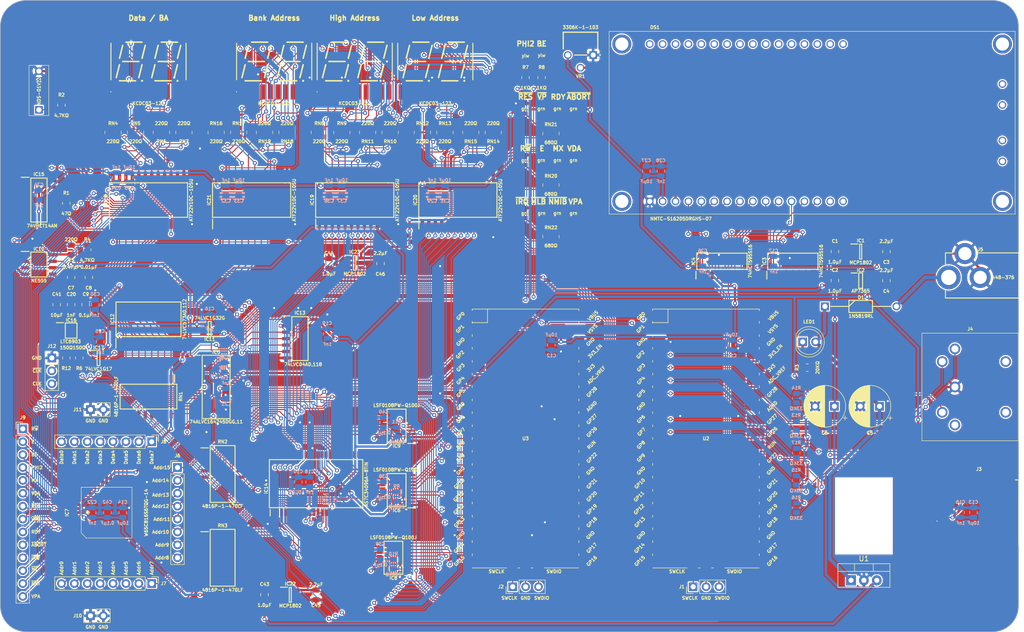
<source format=kicad_pcb>
(kicad_pcb (version 20221018) (generator pcbnew)
  (layers (0 "F.Cu" signal) (31 "B.Cu" signal) (35 "F.Paste" user) (36 "B.SilkS" user "B.Silkscreen") (37 "F.SilkS" user "F.Silkscreen") (38 "B.Mask" user) (39 "F.Mask" user) (44 "Edge.Cuts" user))
  (net 0 "")
  (net 30 "Net-(J1-Pad1)")
  (net 31 "Net-(J1-Pad2)")
  (net 32 "Net-(J1-Pad3)")
  (net 43 "Net-(J2-Pad1)")
  (net 44 "Net-(J2-Pad2)")
  (net 45 "Net-(J2-Pad3)")
  (net 46 "/SD Dat0")
  (net 47 "/SD Dat1")
  (net 48 "/SD Dat2")
  (net 49 "/SD Dat3")
  (net 50 "/SD Clk")
  (net 51 "/SD Cmd")
  (net 52 "/Data0")
  (net 53 "/Data1")
  (net 54 "/Data2")
  (net 55 "/Data3")
  (net 56 "/Data4")
  (net 57 "/Data5")
  (net 58 "/Data6")
  (net 59 "/Data7")
  (net 60 "/Addr0")
  (net 61 "/Addr1")
  (net 62 "/Addr2")
  (net 63 "/Addr3")
  (net 64 "/Addr4")
  (net 65 "/Addr5")
  (net 66 "/Addr6")
  (net 67 "/Addr7")
  (net 68 "/Addr8")
  (net 69 "/Addr9")
  (net 70 "/Addr10")
  (net 71 "/Addr11")
  (net 72 "/Addr12")
  (net 74 "/Addr13")
  (net 75 "/Addr14")
  (net 76 "/Addr15")
  (net 82 "/5V Source")
  (net 83 "/LCD Shift Clock")
  (net 84 "/LCD Store Clock")
  (net 85 "/LCD Bit Out")
  (net 88 "/R~{W}")
  (net 89 "/~{ABORT}")
  (net 90 "/~{IRQ}")
  (net 91 "/~{NMI}")
  (net 93 "/~{WE}")
  (net 94 "/~{VP}")
  (net 95 "/BE")
  (net 96 "/RDY")
  (net 97 "/~{ML}")
  (net 98 "/~{RES}")
  (net 99 "/VPA")
  (net 100 "/~{OE}")
  (net 101 "/E")
  (net 102 "/MX")
  (net 103 "/Keypad Q_{IN}")
  (net 104 "/Keypad CP")
  (net 105 "/Keypad PL")
  (net 106 "/UART 1")
  (net 107 "/UART 2")
  (net 108 "/~{BE}")
  (net 109 "/PHI2")
  (net 110 "/VDA")
  (net 111 "Net-(C7-Pad1)")
  (net 112 "Net-(C8-Pad1)")
  (net 113 "Net-(IC10-Pad3)")
  (net 114 "Net-(IC10-Pad7)")
  (net 118 "/SPI_{0} TX")
  (net 119 "/SPI_{0} SCK")
  (net 120 "/SPI_{0} CS")
  (net 121 "Net-(IC16-Pad5)")
  (net 122 "Net-(LED1-Pad1)")
  (net 123 "/SPI_{0} RX")
  (net 125 "/300Hz")
  (net 126 "/~{LED Enable}")
  (net 128 "/V_{0}")
  (net 129 "/Clk")
  (net 130 "/Tame Clk")
  (net 131 "/~{ABORT}_{W65}")
  (net 132 "/~{PHI2}")
  (net 133 "/Addr18")
  (net 134 "/Addr17")
  (net 135 "/Addr16")
  (net 149 "/~{IRQ}_{W65}")
  (net 150 "/~{NMI}_{W65}")
  (net 151 "/~{RES}_{W65}")
  (net 152 "/PHI2_{W65}")
  (net 153 "/Data0_{W65}")
  (net 154 "/Data1_{W65}")
  (net 155 "/Data2_{W65}")
  (net 156 "/Data3_{W65}")
  (net 157 "/Data4_{W65}")
  (net 158 "/Data5_{W65}")
  (net 159 "/Data6_{W65}")
  (net 160 "/Data7_{W65}")
  (net 161 "/Addr0_{W65}")
  (net 162 "/Addr1_{W65}")
  (net 163 "/Addr2_{W65}")
  (net 164 "/Addr3_{W65}")
  (net 165 "/Addr4_{W65}")
  (net 166 "/Addr5_{W65}")
  (net 167 "/Addr6_{W65}")
  (net 168 "/Addr7_{W65}")
  (net 169 "/Addr8_{W65}")
  (net 170 "/Addr9_{W65}")
  (net 171 "/Addr10_{W65}")
  (net 172 "/Addr11_{W65}")
  (net 173 "/Addr12_{W65}")
  (net 174 "/Addr13_{W65}")
  (net 175 "/Addr14_{W65}")
  (net 176 "/Addr15_{W65}")
  (net 182 "/BE_{W65}")
  (net 183 "/~{BE}+~{PHI2}")
  (net 184 "/Addr8_{Pico}")
  (net 185 "/Addr9_{Pico}")
  (net 186 "/Addr10_{Pico}")
  (net 187 "/Addr11_{Pico}")
  (net 188 "/Addr12_{Pico}")
  (net 189 "/Addr13_{Pico}")
  (net 190 "/Addr14_{Pico}")
  (net 191 "/Addr15_{Pico}")
  (net 192 "/Addr7_{Pico}")
  (net 193 "/Addr6_{Pico}")
  (net 194 "/Addr5_{Pico}")
  (net 195 "/Addr4_{Pico}")
  (net 196 "/Addr3_{Pico}")
  (net 197 "/Addr2_{Pico}")
  (net 198 "/Addr1_{Pico}")
  (net 199 "/Addr0_{Pico}")
  (net 200 "/Addr16_{Pico}")
  (net 201 "/Addr17_{Pico}")
  (net 202 "/Addr18_{Pico}")
  (net 203 "Net-(D1-Pad2)")
  (net 204 "Net-(DS2-Pad1)")
  (net 205 "Net-(DS2-Pad2)")
  (net 206 "/Data Display/Digit L0 Cathode")
  (net 207 "Net-(DS2-Pad4)")
  (net 208 "Net-(DS2-Pad6)")
  (net 209 "Net-(DS2-Pad7)")
  (net 210 "/Data Display/Digit R0 Cathode")
  (net 211 "Net-(DS2-Pad9)")
  (net 212 "Net-(DS2-Pad11)")
  (net 213 "Net-(DS2-Pad12)")
  (net 214 "Net-(DS2-Pad14)")
  (net 215 "Net-(DS2-Pad15)")
  (net 216 "Net-(DS2-Pad16)")
  (net 217 "Net-(DS2-Pad17)")
  (net 218 "Net-(DS2-Pad19)")
  (net 219 "Net-(DS2-Pad20)")
  (net 220 "Net-(DS3-Pad1)")
  (net 221 "Net-(DS3-Pad2)")
  (net 222 "/High Address Display/Digit L0 Cathode")
  (net 223 "Net-(DS3-Pad4)")
  (net 224 "Net-(DS3-Pad6)")
  (net 225 "Net-(DS3-Pad7)")
  (net 226 "/High Address Display/Digit R0 Cathode")
  (net 227 "Net-(DS3-Pad9)")
  (net 228 "Net-(DS3-Pad11)")
  (net 229 "Net-(DS3-Pad12)")
  (net 230 "Net-(DS3-Pad14)")
  (net 231 "Net-(DS3-Pad15)")
  (net 232 "Net-(DS3-Pad16)")
  (net 233 "Net-(DS3-Pad17)")
  (net 234 "Net-(DS3-Pad19)")
  (net 235 "Net-(DS3-Pad20)")
  (net 236 "Net-(DS4-Pad1)")
  (net 237 "Net-(DS4-Pad2)")
  (net 238 "/Low Address Display/Digit L0 Cathode")
  (net 239 "Net-(DS4-Pad4)")
  (net 240 "Net-(DS4-Pad6)")
  (net 241 "Net-(DS4-Pad7)")
  (net 242 "/Low Address Display/Digit R0 Cathode")
  (net 243 "Net-(DS4-Pad9)")
  (net 244 "Net-(DS4-Pad11)")
  (net 245 "Net-(DS4-Pad12)")
  (net 246 "Net-(DS4-Pad14)")
  (net 247 "Net-(DS4-Pad15)")
  (net 248 "Net-(DS4-Pad16)")
  (net 249 "Net-(DS4-Pad17)")
  (net 250 "Net-(DS4-Pad19)")
  (net 251 "Net-(DS4-Pad20)")
  (net 252 "Net-(DS5-Pad1)")
  (net 253 "Net-(DS5-Pad2)")
  (net 254 "/Bank Address Display/Digit L0 Cathode")
  (net 255 "Net-(DS5-Pad4)")
  (net 256 "Net-(DS5-Pad6)")
  (net 257 "Net-(DS5-Pad7)")
  (net 258 "/Bank Address Display/Digit R0 Cathode")
  (net 259 "Net-(DS5-Pad9)")
  (net 260 "Net-(DS5-Pad11)")
  (net 261 "Net-(DS5-Pad12)")
  (net 262 "Net-(DS5-Pad14)")
  (net 263 "Net-(DS5-Pad15)")
  (net 264 "Net-(DS5-Pad16)")
  (net 265 "Net-(DS5-Pad17)")
  (net 266 "Net-(DS5-Pad19)")
  (net 267 "Net-(DS5-Pad20)")
  (net 268 "/Tame Data0")
  (net 269 "/Tame Data1")
  (net 270 "/Tame Data2")
  (net 271 "/Tame Data3")
  (net 272 "/Tame Data4")
  (net 273 "/Tame Data5")
  (net 274 "/Tame Data6")
  (net 275 "/Tame Data7")
  (net 277 "/Data Display/Digit 0 B Seg")
  (net 278 "/Data Display/Digit 0 A Seg")
  (net 279 "/Data Display/Digit 0 C Seg")
  (net 280 "/Data Display/Digit 0 F Seg")
  (net 281 "/Data Display/Digit 0 D Seg")
  (net 282 "/Data Display/Digit 0 G Seg")
  (net 283 "/Data Display/Digit 0 E Seg")
  (net 285 "/High Address Display/Digit 0 B Seg")
  (net 286 "/High Address Display/Digit 0 A Seg")
  (net 287 "/High Address Display/Digit 0 C Seg")
  (net 288 "/High Address Display/Digit 0 F Seg")
  (net 289 "/High Address Display/Digit 0 D Seg")
  (net 290 "/High Address Display/Digit 0 G Seg")
  (net 291 "/High Address Display/Digit 0 E Seg")
  (net 293 "/Low Address Display/Digit 0 B Seg")
  (net 294 "/Low Address Display/Digit 0 A Seg")
  (net 295 "/Low Address Display/Digit 0 C Seg")
  (net 296 "/Low Address Display/Digit 0 F Seg")
  (net 297 "/Low Address Display/Digit 0 D Seg")
  (net 298 "/Low Address Display/Digit 0 G Seg")
  (net 299 "/Low Address Display/Digit 0 E Seg")
  (net 301 "/Bank Address Display/Digit 0 B Seg")
  (net 302 "/Bank Address Display/Digit 0 A Seg")
  (net 303 "/Bank Address Display/Digit 0 C Seg")
  (net 304 "/Bank Address Display/Digit 0 F Seg")
  (net 305 "/Bank Address Display/Digit 0 D Seg")
  (net 306 "/Bank Address Display/Digit 0 G Seg")
  (net 307 "/Bank Address Display/Digit 0 E Seg")
  (net 337 "Net-(LED2-Pad2)")
  (net 338 "Net-(LED3-Pad2)")
  (net 339 "Net-(LED4-Pad2)")
  (net 340 "Net-(LED5-Pad2)")
  (net 341 "Net-(LED6-Pad2)")
  (net 342 "Net-(LED7-Pad2)")
  (net 343 "Net-(LED8-Pad2)")
  (net 344 "Net-(LED9-Pad2)")
  (net 345 "Net-(LED10-Pad2)")
  (net 346 "Net-(LED11-Pad2)")
  (net 347 "Net-(LED12-Pad2)")
  (net 348 "Net-(LED13-Pad2)")
  (net 349 "Net-(LED14-Pad2)")
  (net 350 "Net-(LED15-Pad2)")
  (net 351 "/Addr23")
  (net 352 "/Addr22")
  (net 353 "/Addr21")
  (net 354 "/Addr20")
  (net 355 "/Addr19")
  (net 356 "/5V")
  (net 357 "/Q7S")
  (net 358 "/LCD RS")
  (net 359 "/LCD R~{W}")
  (net 360 "/LCD E")
  (net 361 "/LCD DB0")
  (net 362 "/LCD DB1")
  (net 363 "/LCD DB2")
  (net 364 "/LCD DB3")
  (net 365 "/LCD DB4")
  (net 366 "/LCD DB5")
  (net 367 "/LCD DB6")
  (net 368 "/LCD DB7")
  (net 369 "Net-(C38-Pad1)")
  (net 370 "Net-(C39-Pad1)")
  (net 371 "Net-(C40-Pad1)")
  (net 372 "/GND")
  (net 373 "/3.3V")
  (net 374 "Net-(IC15-Pad2)")
  (net 375 "Net-(IC15-Pad4)")
  (net 378 "Net-(J12-Pad2)")
  (net 381 "/6V Source")
  (net 382 "/12V Forward")
  (footprint "SamacSys_Parts:CAY1647R0F4LF" (layer "F.Cu") (at 62.865 67.31)
    (fp_text reference "RN4")
    (fp_text value "CAY16-221J4LF" hide)
  )
  (footprint "SamacSys_Parts:SOP50P810X120-48N" (layer "F.Cu") (at 83.185 117.475)
    (fp_text reference "IC5")
    (fp_text value "74ALVC164245DGG,11")
  )
  (footprint "SamacSys_Parts:SOIC127P1032X265-20N" (layer "F.Cu") (at 69.85 104.14 90)
    (fp_text reference "IC12")
    (fp_text value "74LVC573AD,112")
  )
  (footprint "SamacSys_Parts:150224VS73100A" (layer "F.Cu") (at 147.25 72.755 180)
    (fp_text reference "LED5" hide)
    (fp_text value "150224VS73100A" hide)
  )
  (footprint "SamacSys_Parts:CP_Radial_D8.0mm_P3.80mm" (layer "F.Cu") (at 205.002651 121.285 180)
    (fp_text reference "C6")
    (fp_text value "C_Polarized")
  )
  (footprint "SamacSys_Parts:CAY1647R0F4LF" (layer "F.Cu") (at 113.03 67.31 180)
    (fp_text reference "RN11")
    (fp_text value "CAY16-221J4LF" hide)
  )
  (footprint "SamacSys_Parts:150224VS73100A" (layer "F.Cu") (at 150.425 62.595 180)
    (fp_text reference "LED10" hide)
    (fp_text value "150224VS73100A" hide)
  )
  (footprint "Connector_PinHeader_2.54mm:PinHeader_1x08_P2.54mm_Vertical" (layer "F.Cu") (at 70.485 128.27 -90)
    (fp_text reference "J8")
    (fp_text value "Conn_01x08_Male")
  )
  (footprint "SamacSys_Parts:KCDC03123" (layer "F.Cu") (at 110.49 53.34)
    (fp_text reference "DS3" hide)
    (fp_text value "KCDC03-123")
  )
  (footprint "SamacSys_Parts:CAY1647R0F4LF" (layer "F.Cu") (at 103.505 67.31)
    (fp_text reference "RN8")
    (fp_text value "CAY16-221J4LF" hide)
  )
  (footprint "SamacSys_Parts:150224VS73100A" (layer "F.Cu") (at 153.6 62.595 180)
    (fp_text reference "LED11" hide)
    (fp_text value "150224VS73100A" hide)
  )
  (footprint "Connector_PinHeader_2.54mm:PinHeader_1x02_P2.54mm_Vertical" (layer "F.Cu") (at 58.42 121.92 90)
    (fp_text reference "J11")
    (fp_text value "Conn_01x02_Male")
  )
  (footprint "SamacSys_Parts:SOIC127P600X175-8N" (layer "F.Cu") (at 48.26 93.345)
    (fp_text reference "IC10")
    (fp_text value "NE555DRG4" hide)
  )
  (footprint "SamacSys_Parts:C_0805" (layer "F.Cu") (at 215.265 96.52 180)
    (fp_text reference "C4")
    (fp_text value "C_0805" hide)
  )
  (footprint "SamacSys_Parts:KCDC03123" (layer "F.Cu") (at 69.85 53.34)
    (fp_text reference "DS2" hide)
    (fp_text value "KCDC03-123")
  )
  (footprint "Connector_PinHeader_2.54mm:PinHeader_1x03_P2.54mm_Vertical" (layer "F.Cu") (at 50.8 111.76)
    (fp_text reference "J12")
    (fp_text value "Conn_01x03_Male")
  )
  (footprint "SamacSys_Parts:TO-220-3_Vertical" (layer "F.Cu") (at 208.28 155.575)
    (fp_text reference "U1")
    (fp_text value "L7806")
  )
  (footprint "SamacSys_Parts:R_0805" (layer "F.Cu") (at 199.6675 113.655 90)
    (fp_text reference "R3")
    (fp_text value "R_0805" hide)
  )
  (footprint "SamacSys_Parts:SOIC127P600X175-14N" (layer "F.Cu") (at 48.26 80.645)
    (fp_text reference "IC15")
    (fp_text value "74VHCT14AM")
  )
  (footprint "SamacSys_Parts:SOT95P270X145-5N" (layer "F.Cu") (at 210.185 90.805)
    (fp_text reference "IC1")
    (fp_text value "MCP1802T-5002I_OT" hide)
  )
  (footprint "SamacSys_Parts:SOIC127P762X240-16N" (layer "F.Cu") (at 84.455 134.62)
    (fp_text reference "RN2")
    (fp_text value "4816P-1-470LF")
  )
  (footprint "SamacSys_Parts:SOT95P270X145-5N" (layer "F.Cu") (at 97.79 158.4325)
    (fp_text reference "IC22")
    (fp_text value "MCP1802T-5002I_OT" hide)
  )
  (footprint "SamacSys_Parts:R_0805" (layer "F.Cu") (at 54.61 90.4475 180)
    (fp_text reference "R5")
    (fp_text value "R_0805" hide)
  )
  (footprint "SamacSys_Parts:150224VS73100A" (layer "F.Cu") (at 147.25 62.595 180)
    (fp_text reference "LED9" hide)
    (fp_text value "150224VS73100A" hide)
  )
  (footprint "SamacSys_Parts:C_0805" (layer "F.Cu") (at 54.61 95.885 180)
    (fp_text reference "C7")
    (fp_text value "C_0805" hide)
  )
  (footprint "SamacSys_Parts:SOT95P275X110-5N" (layer "F.Cu") (at 81.915 106.045 180)
    (fp_text reference "IC11")
    (fp_text value "74LVC1G32GV,125" hide)
  )
  (footprint "Connector_PinHeader_2.54mm:PinHeader_1x08_P2.54mm_Vertical" (layer "F.Cu") (at 75.565 133.35)
    (fp_text reference "J6")
    (fp_text value "Conn_01x08_Male")
  )
  (footprint "SamacSys_Parts:SOIC127P762X240-16N" (layer "F.Cu") (at 69.85 119.38 -90)
    (fp_text reference "RN1")
    (fp_text value "4816P-1-470LF")
  )
  (footprint "SamacSys_Parts:R_0805" (layer "F.Cu") (at 52.705 61.9525)
    (fp_text reference "R2")
    (fp_text value "R_0805" hide)
  )
  (footprint "SamacSys_Parts:150224VS73100A" (layer "F.Cu") (at 147.32 83.185 180)
    (fp_text reference "LED13" hide)
    (fp_text value "150224VS73100A" hide)
  )
  (footprint "SamacSys_Parts:CAY1647R0F4LF" (layer "F.Cu") (at 117.475 67.31 180)
    (fp_text reference "RN10")
    (fp_text value "CAY16-221J4LF" hide)
  )
  (footprint "SamacSys_Parts:CAY16-J4" (layer "F.Cu") (at 149.155 87.845)
    (fp_text reference "RN22")
    (fp_text value "CAY16-681J4LF" hide)
  )
  (footprint "SamacSys_Parts:150224BS73100A" (layer "F.Cu") (at 147.32 52.07 180)
    (fp_text reference "LED3" hide)
    (fp_text value "150224YS73100A" hide)
  )
  (footprint "SamacSys_Parts:150224BS73100A" (layer "F.Cu") (at 144.145 52.163 180)
    (fp_text reference "LED2" hide)
    (fp_text value "150224YS73100A" hide)
  )
  (footprint "SamacSys_Parts:C_0805" (layer "F.Cu") (at 58.1025 95.885 180)
    (fp_text reference "C8")
    (fp_text value "C_0805" hide)
  )
  (footprint "SamacSys_Parts:R_0805" (layer "F.Cu") (at 144.145 56.515)
    (fp_text reference "R7")
    (fp_text value "R_0805" hide)
  )
  (footprint "SamacSys_Parts:C_0805" (layer "F.Cu") (at 115.57 93.1485 180)
    (fp_text reference "C46")
    (fp_text value "C_0805" hide)
  )
  (footprint "SamacSys_Parts:150224VS73100A" (layer "F.Cu") (at 144.075 72.755 180)
    (fp_text reference "LED4" hide)
    (fp_text value "150224VS73100A" hide)
  )
  (footprint "SamacSys_Parts:SOT95P270X145-5N" (layer "F.Cu") (at 110.49 93.0275)
    (fp_text reference "IC23")
    (fp_text value "MCP1802T-5002I_OT" hide)
  )
  (footprint "SamacSys_Parts:KCDC03123" (layer "F.Cu") (at 94.615 53.34)
    (fp_text reference "DS5" hide)
    (fp_text value "KCDC03-123")
  )
  (footprint "SamacSys_Parts:CAY16-J4" (layer "F.Cu") (at 149.155 77.685)
    (fp_text reference "RN20")
    (fp_text value "CAY16-681J4LF" hide)
  )
  (footprint "SamacSys_Parts:SOIC127P1032X265-24N" (layer "F.Cu") (at 90.17 80.645 90)
    (fp_text reference "IC21")
    (fp_text value "ATF22V10C-10SU")
  )
  (footprint "SamacSys_Parts:SOT95P285X130-5N" (layer "F.Cu") (at 210.185 96.52)
    (fp_text reference "IC2")
    (fp_text value "AP7365-33WG-7" hide)
  )
  (footprint "SamacSys_Parts:150224VS73100A" (layer "F.Cu") (at 150.425 72.755 180)
    (fp_text reference "LED6" hide)
    (fp_text value "150224VS73100A" hide)
  )
  (footprint "SamacSys_Parts:448376" (layer "F.Cu") (at 238.76 95.885)
    (fp_text reference "J5")
    (fp_text value "448-376")
  )
  (footprint "SamacSys_Parts:C_0805" (layer "F.Cu") (at 54.61 101.2825)
    (fp_text reference "C20")
    (fp_text value "C_0805" hide)
  )
  (footprint "SamacSys_Parts:SOIC127P600X175-16N" (layer "F.Cu") (at 196.81 92.71 90)
    (fp_text reference "IC3")
    (fp_text value "74HCT595S16")
  )
  (footprint "SamacSys_Parts:SOIC127P1032X265-24N" (layer "F.Cu") (at 110.49 80.645 90)
    (fp_text reference "IC19")
    (fp_text value "ATF22V10C-10SU")
  )
  (footprint "SamacSys_Parts:R_0805" (layer "F.Cu") (at 57.785 90.4475)
    (fp_text reference "R4")
    (fp_text value "R_0805" hide)
  )
  (footprint "SamacSys_Parts:150224VS73100A" (layer "F.Cu") (at 144.075 83.185 180)
    (fp_text reference "LED12" hide)
    (fp_text value "150224VS73100A" hide)
  )
  (footprint "Connector_PinHeader_2.54mm:PinHeader_1x03_P2.54mm_Vertical" (layer "F.Cu") (at 177.18 156.845 90)
    (fp_text reference "J1")
    (fp_text value "Conn_01x03_Male")
  )
  (footprint "SamacSys_Parts:C_0805" (layer "F.Cu") (at 92.71 158.4325)
    (fp_text reference "C43")
    (fp_text value "C_0805" hide)
  )
  (footprint "SamacSys_Parts:R_0805" (layer "F.Cu") (at 53.6575 111.76 180)
    (fp_text reference "R12")
    (fp_text value "R_0805" hide)
  )
  (footprint "SamacSys_Parts:SOIC127P762X240-16N" (layer "F.Cu") (at 84.455 151.13)
    (fp_text reference "RN3")
    (fp_text value "4816P-1-470LF")
  )
  (footprint "SamacSys_Parts:CAY1647R0F4LF" (layer "F.Cu") (at 107.95 67.31)
    (fp_text reference "RN9")
    (fp_text value "CAY16-221J4LF" hide)
  )
  (footprint "SamacSys_Parts:CAY1647R0F4LF" (layer "F.Cu") (at 97.155 67.31 180)
    (fp_text reference "RN18")
    (fp_text value "CAY16-221J4LF" hide)
  )
  (footprint "SamacSys_Parts:NMTCS16205DRGHS07_1" (layer "F.Cu") (at 168.62 80.905)
    (fp_text reference "DS1")
    (fp_text value "NMTC-S16205DRGHS-07")
  )
  (footprint "SamacSys_Parts:W65C816 PLCC 0.8mm 44 Pin" (layer "F.Cu") (at 61.595 142.24 90)
    (fp_text reference "IC7")
    (fp_text value "W65C816S6TQG-14")
  )
  (footprint "SamacSys_Parts:R_0805" (layer "F.Cu") (at 53.6575 81.28)
    (fp_text reference "R1")
    (fp_text value "R_0805" hide)
  )
  (footprint "SamacSys_Parts:R_0805" (layer "F.Cu") (at 147.32 56.515)
    (fp_text reference "R8")
    (fp_text value "R_0805" hide)
  )
  (footprint "SamacSys_Parts:NDS01V" (layer "F.Cu") (at 48.26 62.865)
    (fp_text reference "S1")
    (fp_text value "NDS-01V")
  )
  (footprint "SamacSys_Parts:CAY1647R0F4LF" (layer "F.Cu") (at 83.185 67.31)
    (fp_text reference "RN16")
    (fp_text value "CAY16-221J4LF" hide)
  )
  (footprint "SamacSys_Parts:CAY16-J4" (layer "F.Cu") (at 149.155 67.525)
    (fp_text reference "RN21")
    (fp_text value "CAY16-681J4LF" hide)
  )
  (footprint "SamacSys_Parts:LED_D5.0mm" (layer "F.Cu") (at 198.755 108.585)
    (fp_text reference "LED1")
    (fp_text value "LED_Small_Filled")
  )
  (footprint "SamacSys_Parts:SOP65P640X110-20N" (layer "F.Cu") (at 118.745 125.095 180)
    (fp_text reference "IC9")
    (fp_text value "LSF0108PW-Q100J")
  )
  (footprint "SamacSys_Parts:RPi_Pico_SMD" (layer "F.Cu") (at 144.145 127.635)
    (fp_text reference "U3")
    (fp_text value "Pico")
  )
  (footprint "SamacSys_Parts:CAY1647R0F4LF" (layer "F.Cu") (at 133.35 67.31 180)
    (fp_text reference "RN15")
    (fp_text value "CAY16-221J4LF" hide)
  )
  (footprint "SamacSys_Parts:SOP65P490X110-8N" (layer "F.Cu") (at 54.61 106.3625)
    (fp_text reference "IC16")
    (fp_text value "LTC6903CMS8#PBF" hide)
  )
  (footprint "SamacSys_Parts:C_0805" (layer "F.Cu") (at 105.41 93.1485)
    (fp_text reference "C44")
    (fp_text value "C_0805" hide)
  )
  (footprint "SamacSys_Parts:C_0805" (layer "F.Cu") (at 51.7525 101.2825)
    (fp_text reference "C41")
    (fp_text value "C_0805" hide)
  )
  (footprint "SamacSys_Parts:CAY1647R0F4LF" (layer "F.Cu") (at 128.27 67.31)
    (fp_text reference "RN13")
    (fp_text value "CAY16-221J4LF" hide)
  )
  (footprint "SamacSys_Parts:CAY1647R0F4LF" (layer "F.Cu") (at 87.63 67.31)
    (fp_text reference "RN17")
    (fp_text value "CAY16-221J4LF" hide)
  )
  (footprint "SamacSys_Parts:CP_Radial_D8.0mm_P3.80mm" (layer "F.Cu") (at 213.892651 121.285 180)
    (fp_text reference "C5")
    (fp_text value "C_Polarized")
  )
  (footprint "SamacSys_Parts:SOP65P640X110-20N" (layer "F.Cu") (at 118.11 151.13 180)
    (fp_text reference "IC8")
    (fp_text value "LSF0108PW-Q100J")
  )
  (footprint "SamacSys_Parts:CAY1647R0F4LF" (layer "F.Cu") (at 92.71 67.31 180)
    (fp_text reference "RN19")
    (fp_text value "CAY16-221J4LF" hide)
  )
  (footprint "SamacSys_Parts:SOT95P275X110-5N" (layer "F.Cu") (at 60.0075 111.76)
    (fp_text reference "IC17")
    (fp_text value "74LVC1G17GV,125" hide)
  )
  (footprint "SamacSys_Parts:491087" (layer "F.Cu") (at 238.76 122.475 180)
    (fp_text reference "J4")
    (fp_text value "491-087" hide)
  )
  (footprint "SamacSys_Parts:150224VS73100A" (layer "F.Cu") (at 153.6 83.185 180)
    (fp_text reference "LED15" hide)
    (fp_text value "150224VS73100A" hide)
  )
  (footprint "SamacSys_Parts:150224VS73100A" (layer "F.Cu") (at 153.6 72.755 180)
    (fp_text reference "LED7" hide)
    (fp_text value "150224VS73100A" hide)
  )
  (footprint "SamacSys_Parts:150224VS73100A" (layer "F.Cu") (at 144.075 62.595 180)
    (fp_text reference "LED8" hide)
    (fp_text value "150224VS73100A" hide)
  )
  (footprint "Connector_PinHeader_2.54mm:PinHeader_1x03_P2.54mm_Vertical" (layer "F.Cu") (at 141.62 156.845 90)
    (fp_text reference "J2")
    (fp_text value "Conn_01x03_Male")
  )
  (footprint "SamacSys_Parts:CAY1647R0F4LF" (layer "F.Cu") (at 123.825 67.31)
    (fp_text reference "RN12")
    (fp_text value "CAY16-221J4LF" hide)
  )
  (footprint "Connector_PinHeader_2.54mm:PinHeader_1x08_P2.54mm_Vertical" (layer "F.Cu") (at 70.485 156.21 -90)
    (fp_text reference "J7")
    (fp_text value "Conn_01x08_Male")
  )
  (footprint "SamacSys_Parts:CAY1647R0F4LF" (layer "F.Cu") (at 67.315 67.31)
    (fp_text reference "RN5")
    (fp_text value "CAY16-221J4LF" hide)
  )
  (footprint "SamacSys_Parts:CAY1647R0F4LF" (layer "F.Cu") (at 137.795 67.31 180)
    (fp_text reference "RN14")
    (fp_text value "CAY16-221J4LF" hide)
  )
  (footprint "SamacSys_Parts:C_0805" (layer "F.Cu") (at 102.87 158.4325 180)
    (fp_text reference "C45")
    (fp_text value "C_0805" hide)
  )
  (footprint "NetTie:NetTie-2_SMD_Pad0.5mm" (layer "F.Cu") (at 195.2625 151.765)
    (fp_text reference "NT2" hide)
    (fp_text value "NetTie")
  )
  (footprint "SamacSys_Parts:SOIC127P600X175-14N" (layer "F.Cu") (at 99.695 107.95)
    (fp_text reference "IC13")
    (fp_text value "74LVC04AD,118")
  )
  (footprint "SamacSys_Parts:3306K1103" (layer "F.Cu") (at 157.48 52.07 180)
    (fp_text reference "VR1")
    (fp_text value "3306K-1-103")
  )
  (footprint "SamacSys_Parts:SOIC127P1032X265-24N" (layer "F.Cu") (at 130.81 80.645 90)
    (fp_text reference "IC20")
    (fp_text value "ATF22V10C-10SU")
  )
  (footprint "Connector_PinHeader_2.54mm:PinHeader_1x14_P2.54mm_Vertical" (layer "F.Cu") (at 45.085 125.73)
    (fp_text reference "J9")
    (fp_text value "Conn_01x14_Male")
  )
  (footprint "SamacSys_Parts:CAY1647R0F4LF" (layer "F.Cu") (at 72.39 67.31 180)
    (fp_text reference "RN6")
    (fp_text value "CAY16-221J4LF" hide)
  )
  (footprint "SamacSys_Parts:RPi_Pico_SMD" (layer "F.Cu") (at 179.705 127.635)
    (fp_text reference "U2")
    (fp_text value "Pico")
  )
  (footprint "Connector_PinHeader_2.54mm:PinHeader_1x02_P2.54mm_Vertical" (layer "F.Cu") (at 58.42 162.56 90)
    (fp_text reference "J10")
    (fp_text value "Conn_01x02_Male")
  )
  (footprint "SamacSys_Parts:SOIC127P1032X265-24N" (layer "F.Cu") (at 69.85 80.645 90)
    (fp_text reference "IC18")
    (fp_text value "ATF22V10C-10SU")
  )
  (footprint "SamacSys_Parts:150224VS73100A" (layer "F.Cu") (at 150.425 83.185 180)
    (fp_text reference "LED14" hide)
    (fp_text value "150224VS73100A" hide)
  )
  (footprint "SamacSys_Parts:C_0805" (layer "F.Cu") (at 205.105 96.52)
    (fp_text reference "C2")
    (fp_text value "C_0805" hide)
  )
  (footprint "SamacSys_Parts:SOP65P640X110-20N" (layer "F.Cu") (at 118.745 137.795 180)
    (fp_text reference "IC6")
    (fp_text value "LSF0108PW-Q100J")
  )
  (footprint "SamacSys_Parts:DIOAD1414W86L464D238" (layer "F.Cu") (at 203.1355 101.6005)
    (fp_text reference "D1")
    (fp_text value "1N5819RL")
  )
  (footprint "SamacSys_Parts:CAY1647R0F4LF" (layer "F.Cu") (at 76.835 67.31 180)
    (fp_text reference "RN7")
    (fp_text value "CAY16-221J4LF" hide)
  )
  (footprint "SamacSys_Parts:C_0805" (layer "F.Cu") (at 215.265 90.805 180)
    (fp_text reference "C3")
    (fp_text value "C_0805" hide)
  )
  (footprint "SamacSys_Parts:C_0805" (layer "F.Cu") (at 205.105 90.805)
    (fp_text reference "C1")
    (fp_text value "C_0805" hide)
  )
  (footprint "SamacSys_Parts:SOIC127P600X175-16N" (layer "F.Cu") (at 182.84 92.71 90)
    (fp_text reference "IC4")
    (fp_text value "74HCT595S16")
  )
  (footprint "SamacSys_Parts:SDHR8BRSK363A0SETBHF" (layer "F.Cu") (at 233.68 142.24 90)
    (fp_text reference "J3")
    (fp_text value "SDHR-8BRS-K-363-A0-S-ETB(HF)" hide)
  )
  (footprint "SamacSys_Parts:KCDC03123" (layer "F.Cu") (at 126.365 53.34)
    (fp_text reference "DS4" hide)
    (fp_text value "KCDC03-123")
  )
  (footprint "SamacSys_Parts:C_0805" (layer "F.Cu") (at 57.4675 101.2825)
    (fp_text reference "C9")
    (fp_text value "C_0805" hide)
  )
  (footprint "SamacSys_Parts:R_0805" (layer "F.Cu") (at 56.1975 111.76 180)
    (fp_text reference "R6")
    (fp_text value "R_0805" hide)
  )
  (footprint "SamacSys_Parts:SOP80P1176X120-44N" (layer "F.Cu") (at 102.87 136.525 90)
    (fp_text reference "IC14")
    (fp_text value "AS7C34096A-8TIN")
  )
  (footprint "SamacSys_Parts:C_0805" (layer "B.Cu") (at 149.225 109.22)
    (fp_text reference "C12")
    (fp_text value "C_0805" hide)
  )
  (footprint "SamacSys_Parts:C_0805" (layer "B.Cu") (at 61.75375 142.24 180)
    (fp_text reference "C42")
    (fp_text value "C_0805" hide)
  )
  (footprint "SamacSys_Parts:C_0805" (layer "B.Cu") (at 115.57 150.495 180)
    (fp_text reference "C39")
    (fp_text value "C_0805" hide)
  )
  (footprint "SamacSys_Parts:C_0805" (layer "B.Cu") (at 128.27 78.74)
    (fp_text reference "C31")
    (fp_text value "C_0805" hide)
  )
  (footprint "SamacSys_Parts:C_0805" (layer "B.Cu") (at 81.915 104.14 180)
    (fp_text reference "C16")
    (fp_text value "C_0805" hide)
  )
  (footprint "SamacSys_Parts:C_0805" (layer "B.Cu") (at 99.3775 136.221 180)
    (fp_text reference "C10")
    (fp_text value "C_0805" hide)
  )
  (footprint "NetTie:NetTie-2_SMD_Pad0.5mm" (layer "B.Cu") (at 106.045 139.7 -90)
    (fp_text reference "NT1")
    (fp_text value "NetTie")
  )
  (footprint "SamacSys_Parts:C_0805" (layer "B.Cu") (at 229.87 142.24 180)
    (fp_text reference "C15")
    (fp_text value "C_0805" hide)
  )
  (footprint "SamacSys_Parts:R_0805" (layer "B.Cu") (at 118.745 139.065 180)
    (fp_text reference "R9")
    (fp_text value "R_0805" hide)
  )
  (footprint "SamacSys_Parts:C_0805" (layer "B.Cu") (at 107.95 78.74)
    (fp_text reference "C37")
    (fp_text value "C_0805" hide)
  )
  (footprint "SamacSys_Parts:C_0805" (layer "B.Cu") (at 125.73 78.74)
    (fp_text reference "C29")
    (fp_text value "C_0805" hide)
  )
  (footprint "SamacSys_Parts:C_0805" (layer "B.Cu") (at 64.77 142.24 180)
    (fp_text reference "C14")
    (fp_text value "C_0805" hide)
  )
  (footprint "SamacSys_Parts:R_0805" (layer "B.Cu") (at 197.485 135.89 180)
    (fp_text reference "R15")
    (fp_text value "R_0805" hide)
  )
  (footprint "SamacSys_Parts:C_0805" (layer "B.Cu") (at 58.7375 142.24 180)
    (fp_text reference "C22")
    (fp_text value "C_0805" hide)
  )
  (footprint "SamacSys_Parts:C_0805" (layer "B.Cu") (at 105.0925 106.9975 180)
    (fp_text reference "C19")
    (fp_text value "C_0805" hide)
  )
  (footprint "SamacSys_Parts:C_0805" (layer "B.Cu") (at 167.945 74.93 180)
    (fp_text reference "C27")
    (fp_text value "C_0805" hide)
  )
  (footprint "SamacSys_Parts:C_0805" (layer "B.Cu") (at 184.785 109.22)
    (fp_text reference "C11")
    (fp_text value "C_0805" hide)
  )
  (footprint "SamacSys_Parts:R_0805" (layer "B.Cu") (at 118.11 152.4 180)
    (fp_text reference "R10")
    (fp_text value "R_0805" hide)
  )
  (footprint "SamacSys_Parts:C_0805" (layer "B.Cu") (at 87.63 78.74)
    (fp_text reference "C33")
    (fp_text value "C_0805" hide)
  )
  (footprint "SamacSys_Parts:C_0805" (layer "B.Cu") (at 84.7725 113.665 180)
    (fp_text reference "C23")
    (fp_text value "C_0805" hide)
  )
  (footprint "SamacSys_Parts:C_0805" (layer "B.Cu") (at 85.09 78.74)
    (fp_text reference "C32")
    (fp_text value "C_0805" hide)
  )
  (footprint "SamacSys_Parts:C_0805" (layer "B.Cu") (at 85.09 118.745)
    (fp_text reference "C21")
    (fp_text value "C_0805" hide)
  )
  (footprint "SamacSys_Parts:C_0805" (layer "B.Cu") (at 59.3725 101.2825 180)
    (fp_text reference "C30")
    (fp_text value "C_0805" hide)
  )
  (footprint "SamacSys_Parts:R_0805" (layer "B.Cu") (at 197.485 119.6975 180)
    (fp_text reference "R14")
    (fp_text value "R_0805" hide)
  )
  (footprint "SamacSys_Parts:C_0805" (layer "B.Cu") (at 232.41 142.24 180)
    (fp_text reference "C13")
    (fp_text value "C_0805" hide)
  )
  (footprint "SamacSys_Parts:C_0805" (layer "B.Cu") (at 63.5 76.2)
    (fp_text reference "C34")
    (fp_text value "C_0805" hide)
  )
  (footprint "SamacSys_Parts:R_0805" (layer "B.Cu") (at 197.485 130.4925 180)
    (fp_text reference "R17")
    (fp_text value "R_0805" hide)
  )
  (footprint "SamacSys_Parts:C_0805" (layer "B.Cu") (at 60.325 108.585 180)
    (fp_text reference "C25")
    (fp_text value "C_0805" hide)
  )
  (footprint "SamacSys_Parts:C_0805" (layer "B.Cu") (at 116.205 137.16 180)
    (fp_text reference "C38")
    (fp_text value "C_0805" hide)
  )
  (footprint "SamacSys_Parts:C_0805" (layer "B.Cu") (at 179.07 92.71 180)
    (fp_text reference "C26")
    (fp_text value "C_0805" hide)
  )
  (footprint "SamacSys_Parts:C_0805" (layer "B.Cu") (at 105.41 78.74)
    (fp_text reference "C36")
    (fp_text value "C_0805" hide)
  )
  (footprint "SamacSys_Parts:R_0805" (layer "B.Cu") (at 197.485 125.095 180)
    (fp_text reference "R13")
    (fp_text value "R_0805" hide)
  )
  (footprint "SamacSys_Parts:R_0805" (layer "B.Cu") (at 197.485 141.2875 180)
    (fp_text reference "R16")
    (fp_text value "R_0805" hide)
  )
  (footprint "SamacSys_Parts:R_0805" (layer "B.Cu") (at 118.745 126.365 180)
    (fp_text reference "R11")
    (fp_text value "R_0805" hide)
  )
  (footprint "SamacSys_Parts:C_0805" (layer "B.Cu") (at 48.26 79.6925 180)
    (fp_text reference "C24")
    (fp_text value "C_0805" hide)
  )
  (footprint "SamacSys_Parts:C_0805" (layer "B.Cu") (at 193.04 92.71 180)
    (fp_text reference "C17")
    (fp_text value "C_0805" hide)
  )
  (footprint "SamacSys_Parts:C_0805" (layer "B.Cu") (at 116.205 124.46 180)
    (fp_text reference "C40")
    (fp_text value "C_0805" hide)
  )
  (footprint "SamacSys_Parts:C_0805" (layer "B.Cu") (at 66.04 76.2)
    (fp_text reference "C35")
    (fp_text value "C_0805" hide)
  )
  (footprint "SamacSys_Parts:C_0805" (layer "B.Cu") (at 101.6 136.221 180)
    (fp_text reference "C18")
    (fp_text value "C_0805" hide)
  )
  (footprint "SamacSys_Parts:C_0805" (layer "B.Cu") (at 170.815 74.93 180)
    (fp_text reference "C28")
    (fp_text value "C_0805" hide)
  )
  (gr_arc (start 45.72 165.735) (mid 42.127898 164.247102) (end 40.64 160.655) (stroke (width 0.1)) (layer "Edge.Cuts"))
  (gr_line (start 40.64 160.655) (end 40.64 46.355) (stroke (width 0.1)) (layer "Edge.Cuts"))
  (gr_arc (start 236.22 41.275) (mid 239.812102 42.762898) (end 241.3 46.355) (stroke (width 0.1)) (layer "Edge.Cuts"))
  (gr_line (start 45.72 41.275) (end 236.22 41.275) (stroke (width 0.1)) (layer "Edge.Cuts"))
  (gr_line (start 241.3 46.355) (end 241.3 160.655) (stroke (width 0.1)) (layer "Edge.Cuts"))
  (gr_arc (start 40.64 46.355) (mid 42.127898 42.762898) (end 45.72 41.275) (stroke (width 0.1)) (layer "Edge.Cuts"))
  (gr_arc (start 241.3 160.655) (mid 239.812102 164.247102) (end 236.22 165.735) (stroke (width 0.1)) (layer "Edge.Cuts"))
  (gr_line (start 236.22 165.735) (end 45.72 165.735) (stroke (width 0.1)) (layer "Edge.Cuts"))
  (gr_text "SWDIO" (at 182.88 159.0675) (layer "F.SilkS") (effects (font (size 0.635 0.635))))
  (gr_text "GND" (at 144.145 159.0675) (layer "F.SilkS") (effects (font (size 0.635 0.635))))
  (gr_text "~{NMIB}" (at 150.495 80.9625) (layer "F.SilkS") (effects (font (size 1 1) (thickness 0.25))))
  (gr_text "E" (at 147.39 70.485) (layer "F.SilkS") (effects (font (size 1 1) (thickness 0.25))))
  (gr_text "~{IRQ}" (at 46.6725 151.13) (layer "F.SilkS") (effects (font (size 0.635 0.635)) (justify left)))
  (gr_text "~{RES}" (at 46.6725 140.97) (layer "F.SilkS") (effects (font (size 0.635 0.635)) (justify left)))
  (gr_text "~{ABORT}" (at 154.6225 60.325) (layer "F.SilkS") (effects (font (size 1 1) (thickness 0.25))))
  (gr_text "Data1\n" (at 55.245 129.8575 90) (layer "F.SilkS") (effects (font (size 0.635 0.635)) (justify right)))
  (gr_text "Addr8" (at 73.9775 151.13) (layer "F.SilkS") (effects (font (size 0.635 0.635)) (justify right)))
  (gr_text "Data7" (at 70.485 129.8575 90) (layer "F.SilkS") (effects (font (size 0.635 0.635)) (justify right)))
  (gr_text "Addr0" (at 52.705 154.6225 90) (layer "F.SilkS") (effects (font (size 0.635 0.635)) (justify left)))
  (gr_text "Addr11" (at 74.235 143.54) (layer "F.SilkS") (effects (font (size 0.635 0.635)) (justify right)))
  (gr_text "~{ABORT}" (at 46.6725 148.59) (layer "F.SilkS") (effects (font (size 0.635 0.635)) (justify left)))
  (gr_text "Data6" (at 67.945 129.8575 90) (layer "F.SilkS") (effects (font (size 0.635 0.635)) (justify right)))
  (gr_text "~{MLB}" (at 146.685 80.9625) (layer "F.SilkS") (effects (font (size 1 1) (thickness 0.25))))
  (gr_text "~{VP}" (at 147.39 60.325) (layer "F.SilkS") (effects (font (size 1 1) (thickness 0.25))))
  (gr_text "~{CLK}" (at 48.895 114.3) (layer "F.SilkS") (effects (font (size 0.635 0.635)) (justify right)))
  (gr_text "GND" (at 48.895 111.76) (layer "F.SilkS") (effects (font (size 0.635 0.635)) (justify right)))
  (gr_text "MX" (at 46.6725 135.89) (layer "F.SilkS") (effects (font (size 0.635 0.635)) (justify left)))
  (gr_text "PHI2" (at 144.145 49.8475) (layer "F.SilkS") (effects (font (size 1 1) (thickness 0.25))))
  (gr_text "Addr15" (at 74.235 133.35) (layer "F.SilkS") (effects (font (size 0.635 0.635)) (justify right)))
  (gr_text "VDA" (at 153.74 70.485) (layer "F.SilkS") (effects (font (size 1 1) (thickness 0.25))))
  (gr_text "~{VPB}" (at 46.6725 143.54) (layer "F.SilkS") (effects (font (size 0.635 0.635)) (justify left)))
  (gr_text "R~{W}" (at 144.145 70.485) (layer "F.SilkS") (effects (font (size 1 1) (thickness 0.25))))
  (gr_text "Low Address" (at 126.365 44.7675) (layer "F.SilkS") (effects (font (size 1 1) (thickness 0.25))))
  (gr_text "Addr12" (at 73.9775 140.97) (layer "F.SilkS") (effects (font (size 0.635 0.635)) (justify right)))
  (gr_text "BE" (at 147.32 49.8475) (layer "F.SilkS") (effects (font (size 1 1) (thickness 0.25))))
  (gr_text "Addr6" (at 67.945 154.6225 90) (layer "F.SilkS") (effects (font (size 0.635 0.635)) (justify left)))
  (gr_text "SWCLK" (at 140.97 159.0675) (layer "F.SilkS") (effects (font (size 0.635 0.635))))
  (gr_text "High Address" (at 110.49 44.7675) (layer "F.SilkS") (effects (font (size 1 1) (thickness 0.25))))
  (gr_text "Data3" (at 60.325 129.8575 90) (layer "F.SilkS") (effects (font (size 0.635 0.635)) (justify right)))
  (gr_text "~{RES}" (at 144.145 60.325) (layer "F.SilkS") (effects (font (size 1 1) (thickness 0.25))))
  (gr_text "R~{W}" (at 46.6725 125.73) (layer "F.SilkS") (effects (font (size 0.635 0.635)) (justify left)))
  (gr_text "Data5" (at 65.405 129.8575 90) (layer "F.SilkS") (effects (font (size 0.635 0.635)) (justify right)))
  (gr_text "Addr4" (at 62.865 154.6225 90) (layer "F.SilkS") (effects (font (size 0.635 0.635)) (justify left)))
  (gr_text "Addr7" (at 70.485 154.6225 90) (layer "F.SilkS") (effects (font (size 0.635 0.635)) (justify left)))
  (gr_text "PHI2" (at 46.6725 133.35) (layer "F.SilkS") (effects (font (size 0.635 0.635)) (justify left)))
  (gr_text "VPA" (at 46.6725 158.75) (layer "F.SilkS") (effects (font (size 0.635 0.635)) (justify left)))
  (gr_text "SWDIO" (at 147.32 159.0675) (layer "F.SilkS") (effects (font (size 0.635 0.635))))
  (gr_text "RDY" (at 150.565 60.325) (layer "F.SilkS") (effects (font (size 1 1) (thickness 0.25))))
  (gr_text "Addr2" (at 57.785 154.6225 90) (layer "F.SilkS") (effects (font (size 0.635 0.635)) (justify left)))
  (gr_text "BE" (at 46.6725 130.81) (layer "F.SilkS") (effects (font (size 0.635 0.635)) (justify left)))
  (gr_text "Addr1" (at 55.245 154.6225 90) (layer "F.SilkS") (effects (font (size 0.635 0.635)) (justify left)))
  (gr_text "GND" (at 58.42 124.1425) (layer "F.SilkS") (effects (font (size 0.635 0.635))))
  (gr_text "Addr9" (at 73.9775 148.59) (layer "F.SilkS") (effects (font (size 0.635 0.635)) (justify right)))
  (gr_text "Addr3" (at 60.295 154.6225 90) (layer "F.SilkS") (effects (font (size 0.635 0.635)) (justify left)))
  (gr_text "E" (at 46.6725 128.27) (layer "F.SilkS") (effects (font (size 0.635 0.635)) (justify left)))
  (gr_text "CLK" (at 48.895 116.84) (layer "F.SilkS") (effects (font (size 0.635 0.635)) (justify right)))
  (gr_text "RDY" (at 46.6725 146.05) (layer "F.SilkS") (effects (font (size 0.635 0.635)) (justify left)))
  (gr_text "GND" (at 60.96 124.1425) (layer "F.SilkS") (effects (font (size 0.635 0.635))))
  (gr_text "GND" (at 179.705 159.0675) (layer "F.SilkS") (effects (font (size 0.635 0.635))))
  (gr_text "Data4" (at 62.865 129.8575 90) (layer "F.SilkS") (effects (font (size 0.635 0.635)) (justify right)))
  (gr_text "~{NMI}" (at 46.6725 156.21) (layer "F.SilkS") (effects (font (size 0.635 0.635)) (justify left)))
  (gr_text "Data / BA" (at 69.85 44.7675) (layer "F.SilkS") (effects (font (size 1 1) (thickness 0.25))))
  (gr_text "SWCLK" (at 176.53 159.0675) (layer "F.SilkS") (effects (font (size 0.635 0.635))))
  (gr_text "VDA" (at 46.6725 138.43) (layer "F.SilkS") (effects (font (size 0.635 0.635)) (justify left)))
  (gr_text "Addr13" (at 73.9775 138.7475) (layer "F.SilkS") (effects (font (size 0.635 0.635)) (justify right)))
  (gr_text "Bank Address" (at 94.615 44.7675) (layer "F.SilkS") (effects (font (size 1 1) (thickness 0.25))))
  (gr_text "GND" (at 60.96 164.7825) (layer "F.SilkS") (effects (font (size 0.635 0.635))))
  (gr_text "~{ML}" (at 46.6725 153.3525) (layer "F.SilkS") (effects (font (size 0.635 0.635)) (justify left)))
  (gr_text "Data2" (at 57.785 129.8575 90) (layer "F.SilkS") (effects (font (size 0.635 0.635)) (justify right)))
  (gr_text "Data0" (at 52.705 129.8575 90) (layer "F.SilkS") (effects (font (size 0.635 0.635)) (justify right)))
  (gr_text "GND" (at 58.42 164.7825) (layer "F.SilkS") (effects (font (size 0.635 0.635))))
  (gr_text "MX" (at 150.565 70.485) (layer "F.SilkS") (effects (font (size 1 1) (thickness 0.25))))
  (gr_text "Addr5" (at 65.405 154.6225 90) (layer "F.SilkS") (effects (font (size 0.635 0.635)) (justify left)))
  (gr_text "Addr14" (at 73.9775 135.89) (layer "F.SilkS") (effects (font (size 0.635 0.635)) (justify right)))
  (gr_text "~{IRQ}" (at 143.44 80.9625) (layer "F.SilkS") (effects (font (size 1 1) (thickness 0.25))))
  (gr_text "Addr10" (at 73.9775 146.05) (layer "F.SilkS") (effects (font (size 0.635 0.635)) (justify right)))
  (gr_text "VPA" (at 153.9875 80.9625) (layer "F.SilkS") (effects (font (size 1 1) (thickness 0.25))))
  (segment (start 177.18 156.845) (end 177.18 151.55) (width 0.2) (layer "F.Cu") (net 30))
  (segment (start 179.72 156.845) (end 179.72 151.55) (width 0.2) (layer "F.Cu") (net 31))
  (segment (start 182.26 156.845) (end 182.26 151.55) (width 0.2) (layer "F.Cu") (net 32))
  (segment (start 141.62 156.845) (end 141.62 151.55) (width 0.2) (layer "F.Cu") (net 43))
  (segment (start 144.16 156.845) (end 144.16 151.55) (width 0.2) (layer "F.Cu") (net 44))
  (segment (start 146.7 156.845) (end 146.7 151.55) (width 0.2) (layer "F.Cu") (net 45))
  (segment (start 226.055 140.89) (end 225.345 140.89) (width 0.2) (layer "F.Cu") (net 46))
  (segment (start 215.312599 130.857599) (end 204.178151 130.857599) (width 0.2) (layer "F.Cu") (net 46))
  (segment (start 225.345 140.89) (end 215.312599 130.857599) (width 0.2) (layer "F.Cu") (net 46))
  (segment (start 172.72 111.125) (end 170.815 111.125) (width 0.2) (layer "F.Cu") (net 46))
  (via (at 204.178151 130.857599) (size 0.8) (drill 0.4) (layers "F.Cu" "B.Cu") (net 46))
  (via (at 172.72 111.125) (size 0.8) (drill 0.4) (layers "F.Cu" "B.Cu") (net 46))
  (segment (start 172.72 111.125) (end 187.996745 111.125) (width 0.2) (layer "B.Cu") (net 46))
  (segment (start 187.996745 111.125) (end 204.178151 127.306406) (width 0.2) (layer "B.Cu") (net 46))
  (segment (start 204.178151 127.306406) (end 204.178151 130.857599) (width 0.2) (layer "B.Cu") (net 46))
  (segment (start 201.946902 130.158098) (end 201.93 130.175) (width 0.2) (layer "F.Cu") (net 47))
  (segment (start 225.78 140.39) (end 215.548098 130.158098) (width 0.2) (layer "F.Cu") (net 47))
  (segment (start 215.548098 130.158098) (end 201.946902 130.158098) (width 0.2) (layer "F.Cu") (net 47))
  (segment (start 172.72 113.665) (end 170.815 113.665) (width 0.2) (layer "F.Cu") (net 47))
  (via (at 201.93 130.175) (size 0.8) (drill 0.4) (layers "F.Cu" "B.Cu") (net 47))
  (via (at 172.72 113.665) (size 0.8) (drill 0.4) (layers "F.Cu" "B.Cu") (net 47))
  (segment (start 201.575755 130.175) (end 201.93 130.175) (width 0.2) (layer "B.Cu") (net 47))
  (segment (start 197.495 126.094245) (end 201.575755 130.175) (width 0.2) (layer "B.Cu") (net 47))
  (segment (start 185.1525 113.665) (end 197.495 126.0075) (width 0.2) (layer "B.Cu") (net 47))
  (segment (start 172.72 113.665) (end 185.1525 113.665) (width 0.2) (layer "B.Cu") (net 47))
  (segment (start 223.825969 142.545981) (end 223.825969 141.910969) (width 0.2) (layer "F.Cu") (net 48))
  (segment (start 226.055 143.89) (end 225.169988 143.89) (width 0.2) (layer "F.Cu") (net 48))
  (segment (start 202.506459 135.631041) (end 202.506459 137.16) (width 0.2) (layer "F.Cu") (net 48))
  (segment (start 223.825969 141.910969) (end 215.575231 133.660231) (width 0.2) (layer "F.Cu") (net 48))
  (segment (start 225.169988 143.89) (end 223.825969 142.545981) (width 0.2) (layer "F.Cu") (net 48))
  (segment (start 172.72 116.205) (end 170.815 116.205) (width 0.2) (layer "F.Cu") (net 48))
  (segment (start 215.575231 133.660231) (end 204.477269 133.660231) (width 0.2) (layer "F.Cu") (net 48))
  (segment (start 204.477269 133.660231) (end 202.506459 135.631041) (width 0.2) (layer "F.Cu") (net 48))
  (via (at 202.506459 137.16) (size 0.8) (drill 0.4) (layers "F.Cu" "B.Cu") (net 48))
  (via (at 172.72 116.205) (size 0.8) (drill 0.4) (layers "F.Cu" "B.Cu") (net 48))
  (segment (start 197.495 131.405) (end 202.506459 136.416459) (width 0.2) (layer "B.Cu") (net 48))
  (segment (start 202.506459 136.416459) (end 202.506459 137.16) (width 0.2) (layer "B.Cu") (net 48))
  (segment (start 172.72 116.205) (end 182.295 116.205) (width 0.2) (layer "B.Cu") (net 48))
  (segment (start 182.295 116.205) (end 197.495 131.405) (width 0.2) (layer "B.Cu") (net 48))
  (segment (start 172.72 118.745) (end 170.815 118.745) (width 0.2) (layer "F.Cu") (net 49))
  (segment (start 215.739374 133.259381) (end 204.313126 133.259381) (width 0.2) (layer "F.Cu") (net 49))
  (segment (start 226.055 143.39) (end 225.234994 143.39) (width 0.2) (layer "F.Cu") (net 49))
  (segment (start 224.225489 141.745496) (end 215.739374 133.259381) (width 0.2) (layer "F.Cu") (net 49))
  (segment (start 204.313126 133.259381) (end 201.806958 135.765549) (width 0.2) (layer "F.Cu") (net 49))
  (segment (start 225.234994 143.39) (end 224.225489 142.380495) (width 0.2) (layer "F.Cu") (net 49))
  (segment (start 201.806958 137.989458) (end 201.93 138.1125) (width 0.2) (layer "F.Cu") (net 49))
  (segment (start 201.806958 135.765549) (end 201.806958 137.989458) (width 0.2) (layer "F.Cu") (net 49))
  (segment (start 224.225489 142.380495) (end 224.225489 141.745496) (width 0.2) (layer "F.Cu") (net 49))
  (via (at 172.72 118.745) (size 0.8) (drill 0.4) (layers "F.Cu" "B.Cu") (net 49))
  (via (at 201.93 138.1125) (size 0.8) (drill 0.4) (layers "F.Cu" "B.Cu") (net 49))
  (segment (start 201.93 138.466745) (end 201.93 138.1125) (width 0.2) (layer "B.Cu") (net 49))
  (segment (start 198.196745 142.2) (end 201.93 138.466745) (width 0.2) (layer "B.Cu") (net 49))
  (segment (start 172.72 118.745) (end 183.102214 118.745) (width 0.2) (layer "B.Cu") (net 49))
  (segment (start 201.93 137.572786) (end 201.93 138.1125) (width 0.2) (layer "B.Cu") (net 49))
  (segment (start 183.102214 118.745) (end 201.93 137.572786) (width 0.2) (layer "B.Cu") (net 49))
  (segment (start 197.8425 142.2) (end 198.196745 142.2) (width 0.2) (layer "B.Cu") (net 49))
  (segment (start 194.439001 131.574001) (end 194.31 131.445) (width 0.2) (layer "F.Cu") (net 50))
  (segment (start 226.055 141.89) (end 225.499984 141.89) (width 0.2) (layer "F.Cu") (net 50))
  (segment (start 215.183985 131.574001) (end 194.439001 131.574001) (width 0.2) (layer "F.Cu") (net 50))
  (segment (start 172.72 123.825) (end 170.815 123.825) (width 0.2) (layer "F.Cu") (net 50))
  (segment (start 225.499984 141.89) (end 215.183985 131.574001) (width 0.2) (layer "F.Cu") (net 50))
  (via (at 194.31 131.445) (size 0.8) (drill 0.4) (layers "F.Cu" "B.Cu") (net 50))
  (via (at 172.72 123.825) (size 0.8) (drill 0.4) (layers "F.Cu" "B.Cu") (net 50))
  (segment (start 172.784501 123.889501) (end 186.754501 123.889501) (width 0.2) (layer "B.Cu") (net 50))
  (segment (start 172.72 123.825) (end 172.784501 123.889501) (width 0.2) (layer "B.Cu") (net 50))
  (segment (start 186.754501 123.889501) (end 194.31 131.445) (width 0.2) (layer "B.Cu") (net 50))
  (segment (start 225.43 142.89) (end 224.79 142.25) (width 0.2) (layer "F.Cu") (net 51))
  (segment (start 172.72 126.365) (end 170.815 126.365) (width 0.2) (layer "F.Cu") (net 51))
  (segment (start 215.904856 132.85987) (end 204.147643 132.85987) (width 0.2) (layer "F.Cu") (net 51))
  (segment (start 224.79 142.25) (end 224.79 141.745015) (width 0.2) (layer "F.Cu") (net 51))
  (segment (start 226.055 142.89) (end 225.43 142.89) (width 0.2) (layer "F.Cu") (net 51))
  (segment (start 224.79 141.745015) (end 215.904856 132.85987) (width 0.2) (layer "F.Cu") (net 51))
  (segment (start 199.39 137.617513) (end 199.39 138.1125) (width 0.2) (layer "F.Cu") (net 51))
  (segment (start 204.147643 132.85987) (end 199.39 137.617513) (width 0.2) (layer "F.Cu") (net 51))
  (via (at 199.39 138.1125) (size 0.8) (drill 0.4) (layers "F.Cu" "B.Cu") (net 51))
  (via (at 172.72 126.365) (size 0.8) (drill 0.4) (layers "F.Cu" "B.Cu") (net 51))
  (segment (start 187.0575 126.365) (end 197.495 136.8025) (width 0.2) (layer "B.Cu") (net 51))
  (segment (start 197.495 136.8025) (end 198.805 138.1125) (width 0.2) (layer "B.Cu") (net 51))
  (segment (start 172.72 126.365) (end 187.0575 126.365) (width 0.2) (layer "B.Cu") (net 51))
  (segment (start 198.805 138.1125) (end 199.39 138.1125) (width 0.2) (layer "B.Cu") (net 51))
  (segment (start 135.255 111.125) (end 130.175 111.125) (width 0.2) (layer "F.Cu") (net 52))
  (segment (start 86.997 117.725) (end 100.280043 117.725) (width 0.2) (layer "F.Cu") (net 52))
  (segment (start 125.095 116.205) (end 101.800043 116.205) (width 0.2) (layer "F.Cu") (net 52))
  (segment (start 100.87 142.253) (end 100.87 143.851289) (width 0.2) (layer "F.Cu") (net 52))
  (segment (start 101.800043 116.205) (end 100.530043 117.475) (width 0.2) (layer "F.Cu") (net 52))
  (segment (start 100.280043 117.725) (end 100.530043 117.475) (width 0.2) (layer "F.Cu") (net 52))
  (segment (start 130.175 111.125) (end 125.095 116.205) (width 0.2) (layer "F.Cu") (net 52))
  (segment (start 100.87 143.851289) (end 100.81603 143.905259) (width 0.2) (layer "F.Cu") (net 52))
  (via (at 100.81603 143.905259) (size 0.8) (drill 0.4) (layers "F.Cu" "B.Cu") (net 52))
  (via (at 100.530043 117.475) (size 0.8) (drill 0.4) (layers "F.Cu" "B.Cu") (net 52))
  (segment (start 101.229542 121.058186) (end 100.530043 120.358687) (width 0.2) (layer "B.Cu") (net 52))
  (segment (start 100.81603 143.905259) (end 103.569501 141.151788) (width 0.2) (layer "B.Cu") (net 52))
  (segment (start 103.569501 136.741255) (end 102.869999 136.041753) (width 0.2) (layer "B.Cu") (net 52))
  (segment (start 102.869999 123.189999) (end 101.229542 121.549542) (width 0.2) (layer "B.Cu") (net 52))
  (segment (start 100.530043 120.358687) (end 100.530043 117.475) (width 0.2) (layer "B.Cu") (net 52))
  (segment (start 103.569501 141.151788) (end 103.569501 136.741255) (width 0.2) (layer "B.Cu") (net 52))
  (segment (start 101.229542 121.549542) (end 101.229542 121.058186) (width 0.2) (layer "B.Cu") (net 52))
  (segment (start 102.869999 136.041753) (end 102.869999 123.189999) (width 0.2) (layer "B.Cu") (net 52))
  (segment (start 126.956492 116.84) (end 102.705958 116.84) (width 0.2) (layer "F.Cu") (net 53))
  (segment (start 86.997 118.225) (end 101.320958 118.225) (width 0.2) (layer "F.Cu") (net 53))
  (segment (start 135.255 113.665) (end 130.131492 113.665) (width 0.2) (layer "F.Cu") (net 53))
  (segment (start 101.67 144.091875) (end 101.772734 144.194609) (width 0.2) (layer "F.Cu") (net 53))
  (segment (start 102.705958 116.84) (end 101.572805 117.973153) (width 0.2) (layer "F.Cu") (net 53))
  (segment (start 130.131492 113.665) (end 126.956492 116.84) (width 0.2) (layer "F.Cu") (net 53))
  (segment (start 101.67 142.253) (end 101.67 144.091875) (width 0.2) (layer "F.Cu") (net 53))
  (segment (start 101.320958 118.225) (end 101.572805 117.973153) (width 0.2) (layer "F.Cu") (net 53))
  (via (at 101.772734 144.194609) (size 0.8) (drill 0.4) (layers "F.Cu" "B.Cu") (net 53))
  (via (at 101.572805 117.973153) (size 0.8) (drill 0.4) (layers "F.Cu" "B.Cu") (net 53))
  (segment (start 103.969011 136.490102) (end 103.969011 141.998332) (width 0.2) (layer "B.Cu") (net 53))
  (segment (start 103.969011 141.998332) (end 101.772734 144.194609) (width 0.2) (layer "B.Cu") (net 53))
  (segment (start 101.629053 118.029401) (end 101.629053 121.38406) (width 0.2) (layer "B.Cu") (net 53))
  (segment (start 103.26951 123.024517) (end 103.26951 135.790601) (width 0.2) (layer "B.Cu") (net 53))
  (segment (start 101.629053 121.38406) (end 103.26951 123.024517) (width 0.2) (layer "B.Cu") (net 53))
  (segment (start 103.26951 135.790601) (end 103.969011 136.490102) (width 0.2) (layer "B.Cu") (net 53))
  (segment (start 101.572805 117.973153) (end 101.629053 118.029401) (width 0.2) (layer "B.Cu") (net 53))
  (segment (start 104.07 142.253) (end 104.07 144.396487) (width 0.2) (layer "F.Cu") (net 54))
  (segment (start 104.07 144.396487) (end 103.675054 144.791433) (width 0.2) (layer "F.Cu") (net 54))
  (segment (start 88.7375 119.225) (end 89.262067 118.700433) (width 0.2) (layer "F.Cu") (net 54))
  (segment (start 86.997 119.225) (end 88.7375 119.225) (width 0.2) (layer "F.Cu") (net 54))
  (segment (start 89.262067 118.700433) (end 102.633811 118.700433) (width 0.2) (layer "F.Cu") (net 54))
  (segment (start 135.255 116.205) (end 130.052981 116.205) (width 0.2) (layer "F.Cu") (net 54))
  (segment (start 103.859244 117.475) (end 103.047122 118.287122) (width 0.2) (layer "F.Cu") (net 54))
  (segment (start 130.052981 116.205) (end 128.782981 117.475) (width 0.2) (layer "F.Cu") (net 54))
  (segment (start 128.782981 117.475) (end 103.859244 117.475) (width 0.2) (layer "F.Cu") (net 54))
  (segment (start 102.633811 118.700433) (end 103.047122 118.287122) (width 0.2) (layer "F.Cu") (net 54))
  (via (at 103.675054 144.791433) (size 0.8) (drill 0.4) (layers "F.Cu" "B.Cu") (net 54))
  (via (at 103.047122 118.287122) (size 0.8) (drill 0.4) (layers "F.Cu" "B.Cu") (net 54))
  (segment (start 103.675054 144.791433) (end 104.368522 144.097965) (width 0.2) (layer "B.Cu") (net 54))
  (segment (start 103.047122 121.672138) (end 103.047122 118.287122) (width 0.2) (layer "B.Cu") (net 54))
  (segment (start 104.697887 135.706486) (end 104.697887 134.823642) (width 0.2) (layer "B.Cu") (net 54))
  (segment (start 104.368522 144.097965) (end 104.368522 136.035851) (width 0.2) (layer "B.Cu") (net 54))
  (segment (start 104.697887 134.823642) (end 104.06853 134.194285) (width 0.2) (layer "B.Cu") (net 54))
  (segment (start 104.368522 136.035851) (end 104.697887 135.706486) (width 0.2) (layer "B.Cu") (net 54))
  (segment (start 104.068529 122.693545) (end 103.047122 121.672138) (width 0.2) (layer "B.Cu") (net 54))
  (segment (start 104.06853 134.194285) (end 104.068529 122.693545) (width 0.2) (layer "B.Cu") (net 54))
  (segment (start 86.997 119.725) (end 88.8725 119.725) (width 0.2) (layer "F.Cu") (net 55))
  (segment (start 88.8725 119.725) (end 89.497556 119.099944) (width 0.2) (layer "F.Cu") (net 55))
  (segment (start 105.010489 117.874511) (end 104.4575 118.4275) (width 0.2) (layer "F.Cu") (net 55))
  (segment (start 104.87 145.32) (end 104.87 142.253) (width 0.2) (layer "F.Cu") (net 55))
  (segment (start 135.255 118.745) (end 134.384511 117.874511) (width 0.2) (layer "F.Cu") (net 55))
  (segment (start 103.785056 119.099944) (end 104.4575 118.4275) (width 0.2) (layer "F.Cu") (net 55))
  (segment (start 104.775 145.415) (end 104.87 145.32) (width 0.2) (layer "F.Cu") (net 55))
  (segment (start 134.384511 117.874511) (end 105.010489 117.874511) (width 0.2) (layer "F.Cu") (net 55))
  (segment (start 89.497556 119.099944) (end 103.785056 119.099944) (width 0.2) (layer "F.Cu") (net 55))
  (via (at 104.4575 118.4275) (size 0.8) (drill 0.4) (layers "F.Cu" "B.Cu") (net 55))
  (via (at 104.775 145.415) (size 0.8) (drill 0.4) (layers "F.Cu" "B.Cu") (net 55))
  (segment (start 104.968502 118.938502) (end 104.4575 118.4275) (width 0.2) (layer "B.Cu") (net 55))
  (segment (start 104.968502 132.908502) (end 104.968502 118.938502) (width 0.2) (layer "B.Cu") (net 55))
  (segment (start 106.072189 134.958089) (end 106.072189 134.012189) (width 0.2) (layer "B.Cu") (net 55))
  (segment (start 104.775 145.415) (end 104.775 136.255278) (width 0.2) (layer "B.Cu") (net 55))
  (segment (start 106.072189 134.012189) (end 104.968502 132.908502) (width 0.2) (layer "B.Cu") (net 55))
  (segment (start 104.775 136.255278) (end 106.072189 134.958089) (width 0.2) (layer "B.Cu") (net 55))
  (segment (start 99.67761 119.499457) (end 99.677618 119.499454) (width 0.2) (layer "F.Cu") (net 56))
  (segment (start 89.772569 119.499457) (end 99.478403 119.499458) (width 0.2) (layer "F.Cu") (net 56))
  (segment (start 99.677601 119.499457) (end 99.67761 119.499457) (width 0.2) (layer "F.Cu") (net 56))
  (segment (start 105.925543 119.499457) (end 106.045 119.38) (width 0.2) (layer "F.Cu") (net 56))
  (segment (start 88.547024 120.725) (end 89.772569 119.499457) (width 0.2) (layer "F.Cu") (net 56))
  (segment (start 129.250256 119.444501) (end 106.109501 119.444501) (width 0.2) (layer "F.Cu") (net 56))
  (segment (start 99.677595 119.499463) (end 99.677601 119.499457) (width 0.2) (layer "F.Cu") (net 56))
  (segment (start 86.997 120.725) (end 88.547024 120.725) (width 0.2) (layer "F.Cu") (net 56))
  (segment (start 104.87 130.797) (end 104.87 131.803998) (width 0.2) (layer "F.Cu") (net 56))
  (segment (start 99.677618 119.499454) (end 101.066345 119.499454) (width 0.2) (layer "F.Cu") (net 56))
  (segment (start 133.630755 123.825) (end 129.250256 119.444501) (width 0.2) (layer "F.Cu") (net 56))
  (segment (start 99.478403 119.499458) (end 99.677595 119.499463) (width 0.2) (layer "F.Cu") (net 56))
  (segment (start 106.109501 119.444501) (end 106.045 119.38) (width 0.2) (layer "F.Cu") (net 56))
  (segment (start 101.066345 119.499454) (end 101.066348 119.499457) (width 0.2) (layer "F.Cu") (net 56))
  (segment (start 104.87 131.803998) (end 106.995328 133.929326) (width 0.2) (layer "F.Cu") (net 56))
  (segment (start 101.066348 119.499457) (end 105.925543 119.499457) (width 0.2) (layer "F.Cu") (net 56))
  (via (at 106.045 119.38) (size 0.8) (drill 0.4) (layers "F.Cu" "B.Cu") (net 56))
  (via (at 106.995328 133.929326) (size 0.8) (drill 0.4) (layers "F.Cu" "B.Cu") (net 56))
  (segment (start 106.045 119.38) (end 105.41 120.015) (width 0.2) (layer "B.Cu") (net 56))
  (segment (start 105.41 120.015) (end 105.41 132.343998) (width 0.2) (layer "B.Cu") (net 56))
  (segment (start 105.41 132.343998) (end 106.995328 133.929326) (width 0.2) (layer "B.Cu") (net 56))
  (segment (start 89.938051 119.898968) (end 99.512108 119.89897) (width 0.2) (layer "F.Cu") (net 57))
  (segment (start 100.900862 119.898965) (end 100.900866 119.898968) (width 0.2) (layer "F.Cu") (net 57))
  (segment (start 103.732773 119.898968) (end 104.116399 120.282594) (width 0.2) (layer "F.Cu") (net 57))
  (segment (start 130.175 126.365) (end 127.3175 129.2225) (width 0.2) (layer "F.Cu") (net 57))
  (segment (start 104.202036 120.196957) (end 124.641957 120.196957) (width 0.2) (layer "F.Cu") (net 57))
  (segment (start 99.843079 119.898973) (end 99.843083 119.898969) (width 0.2) (layer "F.Cu") (net 57))
  (segment (start 99.591083 119.898973) (end 99.662942 119.931636) (width 0.2) (layer "F.Cu") (net 57))
  (segment (start 99.843096 119.898964) (end 99.98921 119.898963) (width 0.2) (layer "F.Cu") (net 57))
  (segment (start 124.641957 120.196957) (end 126.0475 121.6025) (width 0.2) (layer "F.Cu") (net 57))
  (segment (start 99.989212 119.898965) (end 100.900862 119.898965) (width 0.2) (layer "F.Cu") (net 57))
  (segment (start 99.512108 119.89897) (end 99.512111 119.898973) (width 0.2) (layer "F.Cu") (net 57))
  (segment (start 104.07 130.797) (end 104.07 133.215069) (width 0.2) (layer "F.Cu") (net 57))
  (segment (start 99.512111 119.898973) (end 99.591083 119.898973) (width 0.2) (layer "F.Cu") (net 57))
  (segment (start 99.843072 119.898973) (end 99.843079 119.898973) (width 0.2) (layer "F.Cu") (net 57))
  (segment (start 104.07 133.215069) (end 105.372688 134.517757) (width 0.2) (layer "F.Cu") (net 57))
  (segment (start 135.255 126.365) (end 130.175 126.365) (width 0.2) (layer "F.Cu") (net 57))
  (segment (start 99.662942 119.931636) (end 99.750036 119.898976) (width 0.2) (layer "F.Cu") (net 57))
  (segment (start 99.843091 119.898969) (end 99.843096 119.898964) (width 0.2) (layer "F.Cu") (net 57))
  (segment (start 99.98921 119.898963) (end 99.989212 119.898965) (width 0.2) (layer "F.Cu") (net 57))
  (segment (start 86.997 121.225) (end 88.612018 121.225) (width 0.2) (layer "F.Cu") (net 57))
  (segment (start 88.612018 121.225) (end 89.938051 119.898968) (width 0.2) (layer "F.Cu") (net 57))
  (segment (start 100.900866 119.898968) (end 103.732773 119.898968) (width 0.2) (layer "F.Cu") (net 57))
  (segment (start 99.843083 119.898969) (end 99.843091 119.898969) (width 0.2) (layer "F.Cu") (net 57))
  (segment (start 127.3175 129.2225) (end 127.3175 129.8575) (width 0.2) (layer "F.Cu") (net 57))
  (segment (start 99.750036 119.898976) (end 99.843067 119.898978) (width 0.2) (layer "F.Cu") (net 57))
  (segment (start 99.843067 119.898978) (end 99.843072 119.898973) (width 0.2) (layer "F.Cu") (net 57))
  (segment (start 104.116399 120.282594) (end 104.202036 120.196957) (width 0.2) (layer "F.Cu") (net 57))
  (via (at 126.0475 121.6025) (size 0.8) (drill 0.4) (layers "F.Cu" "B.Cu") (net 57))
  (via (at 105.372688 134.517757) (size 0.8) (drill 0.4) (layers "F.Cu" "B.Cu") (net 57))
  (via (at 127.3175 129.8575) (size 0.8) (drill 0.4) (layers "F.Cu" "B.Cu") (net 57))
  (via (at 104.116399 120.282594) (size 0.8) (drill 0.4) (layers "F.Cu" "B.Cu") (net 57))
  (segment (start 104.116399 120.282594) (end 104.568992 120.735187) (width 0.2) (layer "B.Cu") (net 57))
  (segment (start 105.372688 134.11358) (end 105.372688 134.517757) (width 0.2) (layer "B.Cu") (net 57))
  (segment (start 127.3175 129.8575) (end 126.91799 129.45799) (width 0.2) (layer "B.Cu") (net 57))
  (segment (start 126.91799 129.45799) (end 126.91799 122.720484) (width 0.2) (layer "B.Cu") (net 57))
  (segment (start 104.568992 120.735187) (end 104.568992 133.309884) (width 0.2) (layer "B.Cu") (net 57))
  (segment (start 126.91799 122.720484) (end 126.0475 121.849994) (width 0.2) (layer "B.Cu") (net 57))
  (segment (start 104.568992 133.309884) (end 105.372688 134.11358) (width 0.2) (layer "B.Cu") (net 57))
  (segment (start 126.0475 121.849994) (end 126.0475 121.6025) (width 0.2) (layer "B.Cu") (net 57))
  (segment (start 90.103528 120.298484) (end 99.504545 120.298484) (width 0.2) (layer "F.Cu") (net 58))
  (segment (start 104.103237 121.285) (end 102.963553 121.285) (width 0.2) (layer "F.Cu") (net 58))
  (segment (start 99.504545 120.298484) (end 99.648273 120.363814) (width 0.2) (layer "F.Cu") (net 58))
  (segment (start 88.177012 122.225) (end 90.103528 120.298484) (width 0.2) (layer "F.Cu") (net 58))
  (segment (start 125.757756 122.302001) (end 124.052222 120.596467) (width 0.2) (layer "F.Cu") (net 58))
  (segment (start 102.042367 120.363814) (end 102.328553 120.65) (width 0.2) (layer "F.Cu") (net 58))
  (segment (start 104.79177 120.596467) (end 104.103237 121.285) (width 0.2) (layer "F.Cu") (net 58))
  (segment (start 86.997 122.225) (end 88.177012 122.225) (width 0.2) (layer "F.Cu") (net 58))
  (segment (start 99.648273 120.363814) (end 102.042367 120.363814) (width 0.2) (layer "F.Cu") (net 58))
  (segment (start 101.67 130.797) (end 101.67 133.147112) (width 0.2) (layer "F.Cu") (net 58))
  (segment (start 124.052222 120.596467) (end 104.79177 120.596467) (width 0.2) (layer "F.Cu") (net 58))
  (segment (start 102.963553 121.285) (end 102.328553 120.65) (width 0.2) (layer "F.Cu") (net 58))
  (segment (start 127.3175 121.92) (end 126.935499 122.302001) (width 0.2) (layer "F.Cu") (net 58))
  (segment (start 126.935499 122.302001) (end 125.757756 122.302001) (width 0.2) (layer "F.Cu") (net 58))
  (segment (start 135.255 128.905) (end 129.2225 128.905) (width 0.2) (layer "F.Cu") (net 58))
  (segment (start 129.2225 128.905) (end 128.905 129.2225) (width 0.2) (layer "F.Cu") (net 58))
  (segment (start 101.67 133.147112) (end 103.96901 135.44612) (width 0.2) (layer "F.Cu") (net 58))
  (via (at 127.3175 121.92) (size 0.8) (drill 0.4) (layers "F.Cu" "B.Cu") (net 58))
  (via (at 103.96901 135.44612) (size 0.8) (drill 0.4) (layers "F.Cu" "B.Cu") (net 58))
  (via (at 128.905 129.2225) (size 0.8) (drill 0.4) (layers "F.Cu" "B.Cu") (net 58))
  (via (at 102.328553 120.65) (size 0.8) (drill 0.4) (layers "F.Cu" "B.Cu") (net 58))
  (segment (start 103.96901 135.44612) (end 103.669019 135.146129) (width 0.2) (layer "B.Cu") (net 58))
  (segment (start 103.669019 135.146129) (end 103.669019 122.859031) (width 0.2) (layer "B.Cu") (net 58))
  (segment (start 102.328553 121.518565) (end 102.328553 120.65) (width 0.2) (layer "B.Cu") (net 58))
  (segment (start 127.3175 127.9525) (end 128.5875 129.2225) (width 0.2) (layer "B.Cu") (net 58))
  (segment (start 128.5875 129.2225) (end 128.905 129.2225) (width 0.2) (layer "B.Cu") (net 58))
  (segment (start 127.3175 121.92) (end 127.3175 127.9525) (width 0.2) (layer "B.Cu") (net 58))
  (segment (start 103.669019 122.859031) (end 102.328553 121.518565) (width 0.2) (layer "B.Cu") (net 58))
  (segment (start 100.87 130.797) (end 100.87 131.54) (width 0.2) (layer "F.Cu") (net 59))
  (segment (start 123.88674 120.995978) (end 104.957253 120.995978) (width 0.2) (layer "F.Cu") (net 59))
  (segment (start 100.104474 121.34793) (end 100.530041 121.34793) (width 0.2) (layer "F.Cu") (net 59))
  (segment (start 104.268721 121.68451) (end 100.866621 121.68451) (width 0.2) (layer "F.Cu") (net 59))
  (segment (start 88.242006 122.725) (end 90.23857 120.728436) (width 0.2) (layer "F.Cu") (net 59))
  (segment (start 99.48498 120.728436) (end 100.104474 121.34793) (width 0.2) (layer "F.Cu") (net 59))
  (segment (start 90.23857 120.728436) (end 99.48498 120.728436) (width 0.2) (layer "F.Cu") (net 59))
  (segment (start 126.139749 123.001501) (end 125.892263 123.001501) (width 0.2) (layer "F.Cu") (net 59))
  (segment (start 104.957253 120.995978) (end 104.268721 121.68451) (width 0.2) (layer "F.Cu") (net 59))
  (segment (start 100.866621 121.68451) (end 100.530041 121.34793) (width 0.2) (layer "F.Cu") (net 59))
  (segment (start 125.892263 123.001501) (end 123.88674 120.995978) (width 0.2) (layer "F.Cu") (net 59))
  (segment (start 128.27 131.445) (end 127.635 132.08) (width 0.2) (layer "F.Cu") (net 59))
  (segment (start 86.997 122.725) (end 88.242006 122.725) (width 0.2) (layer "F.Cu") (net 59))
  (segment (start 135.255 131.445) (end 128.27 131.445) (width 0.2) (layer "F.Cu") (net 59))
  (segment (start 100.87 131.54) (end 99.06 133.35) (width 0.2) (layer "F.Cu") (net 59))
  (via (at 127.635 132.08) (size 0.8) (drill 0.4) (layers "F.Cu" "B.Cu") (net 59))
  (via (at 126.139749 123.001501) (size 0.8) (drill 0.4) (layers "F.Cu" "B.Cu") (net 59))
  (via (at 99.06 133.35) (size 0.8) (drill 0.4) (layers "F.Cu" "B.Cu") (net 59))
  (via (at 100.530041 121.34793) (size 0.8) (drill 0.4) (layers "F.Cu" "B.Cu") (net 59))
  (segment (start 127.635 132.08) (end 126.518479 130.963479) (width 0.2) (layer "B.Cu") (net 59))
  (segment (start 126.518479 123.380231) (end 126.139749 123.001501) (width 0.2) (layer "B.Cu") (net 59))
  (segment (start 100.721175 122.000831) (end 100.530041 121.809697) (width 0.2) (layer "B.Cu") (net 59))
  (segment (start 100.530041 121.809697) (end 100.530041 121.34793) (width 0.2) (layer "B.Cu") (net 59))
  (segment (start 100.721175 131.688825) (end 100.721175 122.000831) (width 0.2) (layer "B.Cu") (net 59))
  (segment (start 99.06 133.35) (end 100.721175 131.688825) (width 0.2) (layer "B.Cu") (net 59))
  (segment (start 126.518479 130.963479) (end 126.518479 123.380231) (width 0.2) (layer "B.Cu") (net 59))
  (segment (start 84.531428 145.053603) (end 84.531426 145.053606) (width 0.2) (layer "F.Cu") (net 60))
  (segment (start 96.95282 139.707897) (end 96.948667 139.707898) (width 0.2) (layer "F.Cu") (net 60))
  (segment (start 84.531426 145.053606) (end 84.531428 152.553428) (width 0.2) (layer "F.Cu") (net 60))
  (segment (start 98.176049 140.581033) (end 98.139298 140.581032) (width 0.2) (layer "F.Cu") (net 60))
  (segment (start 96.95286 139.707937) (end 96.95282 139.707897) (width 0.2) (layer "F.Cu") (net 60))
  (segment (start 97.186905 139.94187) (end 97.070708 139.825729) (width 0.2) (layer "F.Cu") (net 60))
  (segment (start 86.16758 143.417448) (end 84.531428 145.0536) (width 0.2) (layer "F.Cu") (net 60))
  (segment (start 116.7445 148.235) (end 102.515 148.235) (width 0.2) (layer "F.Cu") (net 60))
  (segment (start 84.531428 152.553428) (end 87.553 155.575) (width 0.2) (layer "F.Cu") (net 60))
  (segment (start 99.27 144.99) (end 99.27 142.253) (width 0.2) (layer "F.Cu") (net 60))
  (segment (start 118.680499 155.229744) (end 118.680499 150.170999) (width 0.2) (layer "F.Cu") (net 60))
  (segment (start 97.186905 139.941925) (end 97.186905 139.94187) (width 0.2) (layer "F.Cu") (net 60))
  (segment (start 98.139298 140.581032) (end 97.826014 140.581032) (width 0.2) (layer "F.Cu") (net 60))
  (segment (start 125.095 85.357) (end 125.095 87.63) (width 0.2) (layer "F.Cu") (net 60))
  (segment (start 102.515 148.235) (end 99.27 144.99) (width 0.2) (layer "F.Cu") (net 60))
  (segment (start 96.940769 139.7) (end 90.907248 139.700001) (width 0.2) (layer "F.Cu") (net 60))
  (segment (start 99.27 142.253) (end 99.27 141.674984) (width 0.2) (layer "F.Cu") (net 60))
  (segment (start 87.189803 143.417446) (end 86.16758 143.417448) (width 0.2) (layer "F.Cu") (net 60))
  (segment (start 99.27 141.674984) (end 98.176049 140.581033) (width 0.2) (layer "F.Cu") (net 60))
  (segment (start 118.680499 150.170999) (end 116.7445 148.235) (width 0.2) (layer "F.Cu") (net 60))
  (segment (start 96.948667 139.707898) (end 96.940769 139.7) (width 0.2) (layer "F.Cu") (net 60))
  (segment (start 96.952916 139.707937) (end 96.95286 139.707937) (width 0.2) (layer "F.Cu") (net 60))
  (segment (start 120.515562 155.706229) (end 119.156984 155.706229) (width 0.2) (layer "F.Cu") (net 60))
  (segment (start 90.907248 139.700001) (end 87.189803 143.417446) (width 0.2) (layer "F.Cu") (net 60))
  (segment (start 97.826014 140.581032) (end 97.186905 139.941925) (width 0.2) (layer "F.Cu") (net 60))
  (segment (start 84.531428 145.0536) (end 84.531428 145.053603) (width 0.2) (layer "F.Cu") (net 60))
  (segment (start 97.070708 139.825729) (end 96.952916 139.707937) (width 0.2) (layer "F.Cu") (net 60))
  (segment (start 119.156984 155.706229) (end 118.680499 155.229744) (width 0.2) (layer "F.Cu") (net 60))
  (via (at 125.095 87.63) (size 0.8) (drill 0.4) (layers "F.Cu" "B.Cu") (net 60))
  (via (at 120.515562 155.706229) (size 0.8) (drill 0.4) (layers "F.Cu" "B.Cu") (net 60))
  (segment (start 123.350448 124.026414) (end 124.018501 124.694467) (width 0.2) (layer "B.Cu") (net 60))
  (segment (start 123.542016 155.706229) (end 120.515562 155.706229) (width 0.2) (layer "B.Cu") (net 60))
  (segment (start 123.350448 89.374552) (end 123.350448 124.026414) (width 0.2) (layer "B.Cu") (net 60))
  (segment (start 124.018501 155.229744) (end 123.542016 155.706229) (width 0.2) (layer "B.Cu") (net 60))
  (segment (start 125.095 87.63) (end 123.350448 89.374552) (width 0.2) (layer "B.Cu") (net 60))
  (segment (start 124.018501 124.694467) (end 124.018501 155.229744) (width 0.2) (layer "B.Cu") (net 60))
  (segment (start 102.600007 148.885) (end 116.7445 148.885) (width 0.2) (layer "F.Cu") (net 61))
  (segment (start 98.47 141.476727) (end 97.973816 140.980543) (width 0.2) (layer "F.Cu") (net 61))
  (segment (start 84.930937 145.219088) (end 84.930938 151.682938) (width 0.2) (layer "F.Cu") (net 61))
  (segment (start 98.47 144.754993) (end 102.600007 148.885) (width 0.2) (layer "F.Cu") (net 61))
  (segment (start 97.973816 140.980543) (end 97.656319 140.980543) (width 0.2) (layer "F.Cu") (net 61))
  (segment (start 96.775287 140.099511) (end 91.072732 140.099511) (width 0.2) (layer "F.Cu") (net 61))
  (segment (start 91.072732 140.099511) (end 87.355285 143.816957) (width 0.2) (layer "F.Cu") (net 61))
  (segment (start 98.47 142.253) (end 98.47 144.754993) (width 0.2) (layer "F.Cu") (net 61))
  (segment (start 84.930938 151.682938) (end 87.553 154.305) (width 0.2) (layer "F.Cu") (net 61))
  (segment (start 126.365 85.357) (end 126.365 87.63) (width 0.2) (layer "F.Cu") (net 61))
  (segment (start 87.355285 143.816957) (end 86.333066 143.816958) (width 0.2) (layer "F.Cu") (net 61))
  (segment (start 118.280988 150.421488) (end 118.280988 155.710985) (width 0.2) (layer "F.Cu") (net 61))
  (segment (start 97.656319 140.980543) (end 96.775287 140.099511) (width 0.2) (layer "F.Cu") (net 61))
  (segment (start 118.988626 156.418623) (end 119.814491 156.418623) (width 0.2) (layer "F.Cu") (net 61))
  (segment (start 116.7445 148.885) (end 118.280988 150.421488) (width 0.2) (layer "F.Cu") (net 61))
  (segment (start 86.333066 143.816958) (end 84.930937 145.219088) (width 0.2) (layer "F.Cu") (net 61))
  (segment (start 118.280988 155.710985) (end 118.988626 156.418623) (width 0.2) (layer "F.Cu") (net 61))
  (segment (start 98.47 142.253) (end 98.47 141.476727) (width 0.2) (layer "F.Cu") (net 61))
  (via (at 119.814491 156.418623) (size 0.8) (drill 0.4) (layers "F.Cu" "B.Cu") (net 61))
  (via (at 126.365 87.63) (size 0.8) (drill 0.4) (layers "F.Cu" "B.Cu") (net 61))
  (segment (start 124.418011 124.528983) (end 124.418011 155.437217) (width 0.2) (layer "B.Cu") (net 61))
  (segment (start 124.418011 155.437217) (end 123.436605 156.418623) (width 0.2) (layer "B.Cu") (net 61))
  (segment (start 126.365 87.63) (end 123.749958 90.245042) (width 0.2) (layer "B.Cu") (net 61))
  (segment (start 123.749958 90.245042) (end 123.749958 123.86093) (width 0.2) (layer "B.Cu") (net 61))
  (segment (start 123.749958 123.86093) (end 124.418011 124.528983) (width 0.2) (layer "B.Cu") (net 61))
  (segment (start 123.436605 156.418623) (end 119.814491 156.418623) (width 0.2) (layer "B.Cu") (net 61))
  (segment (start 96.61774 140.506958) (end 91.230278 140.506959) (width 0.2) (layer "F.Cu") (net 62))
  (segment (start 97.67 141.559216) (end 96.61774 140.506958) (width 0.2) (layer "F.Cu") (net 62))
  (segment (start 91.230278 140.506959) (end 87.520767 144.216468) (width 0.2) (layer "F.Cu") (net 62))
  (segment (start 97.67 142.253) (end 97.67 144.519987) (width 0.2) (layer "F.Cu") (net 62))
  (segment (start 85.330448 145.38457) (end 85.330448 150.812448) (width 0.2) (layer "F.Cu") (net 62))
  (segment (start 117.881477 150.671977) (end 117.881477 156.616477) (width 0.2) (layer "F.Cu") (net 62))
  (segment (start 85.330448 150.812448) (end 87.553 153.035) (width 0.2) (layer "F.Cu") (net 62))
  (segment (start 86.49855 144.216468) (end 85.330448 145.38457) (width 0.2) (layer "F.Cu") (net 62))
  (segment (start 102.685013 149.535) (end 116.7445 149.535) (width 0.2) (layer "F.Cu") (net 62))
  (segment (start 116.7445 149.535) (end 117.881477 150.671977) (width 0.2) (layer "F.Cu") (net 62))
  (segment (start 97.67 142.253) (end 97.67 141.559216) (width 0.2) (layer "F.Cu") (net 62))
  (segment (start 87.520767 144.216468) (end 86.49855 144.216468) (width 0.2) (layer "F.Cu") (net 62))
  (segment (start 118.383123 157.118123) (end 119.097766 157.118123) (width 0.2) (layer "F.Cu") (net 62))
  (segment (start 97.67 144.519987) (end 102.685013 149.535) (width 0.2) (layer "F.Cu") (net 62))
  (segment (start 117.881477 156.616477) (end 118.383123 157.118123) (width 0.2) (layer "F.Cu") (net 62))
  (segment (start 127.635 85.357) (end 127.635 87.63) (width 0.2) (layer "F.Cu") (net 62))
  (via (at 119.097766 157.118123) (size 0.8) (drill 0.4) (layers "F.Cu" "B.Cu") (net 62))
  (via (at 127.635 87.63) (size 0.8) (drill 0.4) (layers "F.Cu" "B.Cu") (net 62))
  (segment (start 123.302099 157.118123) (end 119.097766 157.118123) (width 0.2) (layer "B.Cu") (net 62))
  (segment (start 124.149468 91.115532) (end 124.149468 123.695445) (width 0.2) (layer "B.Cu") (net 62))
  (segment (start 124.149468 123.695445) (end 124.817522 124.363499) (width 0.2) (layer "B.Cu") (net 62))
  (segment (start 127.635 87.63) (end 124.149468 91.115532) (width 0.2) (layer "B.Cu") (net 62))
  (segment (start 124.817522 155.6027) (end 123.302099 157.118123) (width 0.2) (layer "B.Cu") (net 62))
  (segment (start 124.817522 124.363499) (end 124.817522 155.6027) (width 0.2) (layer "B.Cu") (net 62))
  (segment (start 116.7445 150.185) (end 117.481966 150.922466) (width 0.2) (layer "F.Cu") (net 63))
  (segment (start 117.481966 150.922466) (end 117.481966 157.366467) (width 0.2) (layer "F.Cu") (net 63))
  (segment (start 85.729958 149.941958) (end 87.553 151.765) (width 0.2) (layer "F.Cu") (net 63))
  (segment (start 96.87 142.253) (end 96.87 141.324211) (width 0.2) (layer "F.Cu") (net 63))
  (segment (start 96.452257 140.906469) (end 91.395762 140.906469) (width 0.2) (layer "F.Cu") (net 63))
  (segment (start 87.686252 144.615979) (end 86.664034 144.615979) (width 0.2) (layer "F.Cu") (net 63))
  (segment (start 96.87 144.28498) (end 102.77002 150.185) (width 0.2) (layer "F.Cu") (net 63))
  (segment (start 117.944927 157.829428) (end 118.39559 157.829428) (width 0.2) (layer "F.Cu") (net 63))
  (segment (start 86.664034 144.615979) (end 85.729961 145.550053) (width 0.2) (layer "F.Cu") (net 63))
  (segment (start 102.77002 150.185) (end 116.7445 150.185) (width 0.2) (layer "F.Cu") (net 63))
  (segment (start 117.481966 157.366467) (end 117.944927 157.829428) (width 0.2) (layer "F.Cu") (net 63))
  (segment (start 91.395762 140.906469) (end 87.686252 144.615979) (width 0.2) (layer "F.Cu") (net 63))
  (segment (start 85.729961 145.550053) (end 85.729958 149.941958) (width 0.2) (layer "F.Cu") (net 63))
  (segment (start 96.87 141.324211) (end 96.452257 140.906469) (width 0.2) (layer "F.Cu") (net 63))
  (segment (start 128.905 85.357) (end 128.905 87.63) (width 0.2) (layer "F.Cu") (net 63))
  (segment (start 96.87 142.253) (end 96.87 144.28498) (width 0.2) (layer "F.Cu") (net 63))
  (via (at 118.39559 157.829428) (size 0.8) (drill 0.4) (layers "F.Cu" "B.Cu") (net 63))
  (via (at 128.905 87.63) (size 0.8) (drill 0.4) (layers "F.Cu" "B.Cu") (net 63))
  (segment (start 125.217036 155.768181) (end 123.155789 157.829428) (width 0.2) (layer "B.Cu") (net 63))
  (segment (start 123.155789 157.829428) (end 118.39559 157.829428) (width 0.2) (layer "B.Cu") (net 63))
  (segment (start 124.548979 123.529964) (end 125.217036 124.198021) (width 0.2) (layer "B.Cu") (net 63))
  (segment (start 125.217036 124.198021) (end 125.217036 155.768181) (width 0.2) (layer "B.Cu") (net 63))
  (segment (start 128.905 87.63) (end 124.548979 91.986021) (width 0.2) (layer "B.Cu") (net 63))
  (segment (start 124.548979 91.986021) (end 124.548979 123.529964) (width 0.2) (layer "B.Cu") (net 63))
  (segment (start 96.07 142.253) (end 96.07 141.4055) (width 0.2) (layer "F.Cu") (net 64))
  (segment (start 87.851735 145.015489) (end 86.829518 145.015489) (width 0.2) (layer "F.Cu") (net 64))
  (segment (start 86.129472 145.715535) (end 86.12947 149.07147) (width 0.2) (layer "F.Cu") (net 64))
  (segment (start 96.07 141.4055) (end 95.970489 141.305989) (width 0.2) (layer "F.Cu") (net 64))
  (segment (start 117.082456 157.929804) (end 117.688826 158.536174) (width 0.2) (layer "F.Cu") (net 64))
  (segment (start 86.12947 149.07147) (end 87.553 150.495) (width 0.2) (layer "F.Cu") (net 64))
  (segment (start 130.175 85.357) (end 130.175 87.63) (width 0.2) (layer "F.Cu") (net 64))
  (segment (start 86.829518 145.015489) (end 86.129472 145.715535) (width 0.2) (layer "F.Cu") (net 64))
  (segment (start 96.07 144.049974) (end 102.855026 150.835) (width 0.2) (layer "F.Cu") (net 64))
  (segment (start 91.561235 141.305989) (end 87.851735 145.015489) (width 0.2) (layer "F.Cu") (net 64))
  (segment (start 96.07 142.253) (end 96.07 144.049974) (width 0.2) (layer "F.Cu") (net 64))
  (segment (start 102.855026 150.835) (end 116.7445 150.835) (width 0.2) (layer "F.Cu") (net 64))
  (segment (start 116.7445 150.835) (end 117.082456 151.172956) (width 0.2) (layer "F.Cu") (net 64))
  (segment (start 117.082456 151.172956) (end 117.082456 157.929804) (width 0.2) (layer "F.Cu") (net 64))
  (segment (start 95.970489 141.305989) (end 91.561235 141.305989) (width 0.2) (layer "F.Cu") (net 64))
  (via (at 130.175 87.63) (size 0.8) (drill 0.4) (layers "F.Cu" "B.Cu") (net 64))
  (via (at 117.688826 158.536174) (size 0.8) (drill 0.4) (layers "F.Cu" "B.Cu") (net 64))
  (segment (start 125.616549 124.03254) (end 125.616549 155.933663) (width 0.2) (layer "B.Cu") (net 64))
  (segment (start 123.014038 158.536174) (end 117.688826 158.536174) (width 0.2) (layer "B.Cu") (net 64))
  (segment (start 124.948489 123.36448) (end 125.616549 124.03254) (width 0.2) (layer "B.Cu") (net 64))
  (segment (start 125.616549 155.933663) (end 123.014038 158.536174) (width 0.2) (layer "B.Cu") (net 64))
  (segment (start 130.175 87.63) (end 124.948489 92.856511) (width 0.2) (layer "B.Cu") (net 64))
  (segment (start 124.948489 92.856511) (end 124.948489 123.36448) (width 0.2) (layer "B.Cu") (net 64))
  (segment (start 96.87 130.797) (end 96.87 131.6445) (width 0.2) (layer "F.Cu") (net 65))
  (segment (start 86.528978 148.200978) (end 86.528978 145.895007) (width 0.2) (layer "F.Cu") (net 65))
  (segment (start 87.553 149.225) (end 86.528978 148.200978) (width 0.2) (layer "F.Cu") (net 65))
  (segment (start 86.944484 145.479501) (end 95.949501 145.479501) (width 0.2) (layer "F.Cu") (net 65))
  (segment (start 96.397591 131.744011) (end 94.791492 133.35011) (width 0.2) (layer "F.Cu") (net 65))
  (segment (start 101.991745 151.485) (end 96.874245 146.3675) (width 0.2) (layer "F.Cu") (net 65))
  (segment (start 116.682944 158.943802) (end 116.682944 151.485) (width 0.2) (layer "F.Cu") (net 65))
  (segment (start 131.445 85.357) (end 131.445 87.63) (width 0.2) (layer "F.Cu") (net 65))
  (segment (start 95.949501 145.479501) (end 96.8375 146.3675) (width 0.2) (layer "F.Cu") (net 65))
  (segment (start 96.770489 131.744011) (end 96.397591 131.744011) (width 0.2) (layer "F.Cu") (net 65))
  (segment (start 116.682944 151.485) (end 101.991745 151.485) (width 0.2) (layer "F.Cu") (net 65))
  (segment (start 96.87 131.6445) (end 96.770489 131.744011) (width 0.2) (layer "F.Cu") (net 65))
  (segment (start 116.982071 159.242929) (end 116.682944 158.943802) (width 0.2) (layer "F.Cu") (net 65))
  (segment (start 86.528978 145.895007) (end 86.944484 145.479501) (width 0.2) (layer "F.Cu") (net 65))
  (segment (start 96.874245 146.3675) (end 96.8375 146.3675) (width 0.2) (layer "F.Cu") (net 65))
  (via (at 131.445 87.63) (size 0.8) (drill 0.4) (layers "F.Cu" "B.Cu") (net 65))
  (via (at 116.982071 159.242929) (size 0.8) (drill 0.4) (layers "F.Cu" "B.Cu") (net 65))
  (via (at 94.791492 133.35011) (size 0.8) (drill 0.4) (layers "F.Cu" "B.Cu") (net 65))
  (via (at 96.8375 146.3675) (size 0.8) (drill 0.4) (layers "F.Cu" "B.Cu") (net 65))
  (segment (start 122.927113 159.242929) (end 116.982071 159.242929) (width 0.2) (layer "B.Cu") (net 65))
  (segment (start 125.347999 123.198996) (end 126.016062 123.867059) (width 0.2) (layer "B.Cu") (net 65))
  (segment (start 95.885 145.415) (end 96.8375 146.3675) (width 0.2) (layer "B.Cu") (net 65))
  (segment (start 126.016062 156.15398) (end 122.927113 159.242929) (width 0.2) (layer "B.Cu") (net 65))
  (segment (start 95.885 134.443618) (end 95.885 145.415) (width 0.2) (layer "B.Cu") (net 65))
  (segment (start 126.016062 123.867059) (end 126.016062 156.15398) (width 0.2) (layer "B.Cu") (net 65))
  (segment (start 131.445 87.63) (end 125.347999 93.727001) (width 0.2) (layer "B.Cu") (net 65))
  (segment (start 125.347999 93.727001) (end 125.347999 123.198996) (width 0.2) (layer "B.Cu") (net 65))
  (segment (start 94.791492 133.35011) (end 95.885 134.443618) (width 0.2) (layer "B.Cu") (net 65))
  (segment (start 116.275316 152.37925) (end 116.275316 158.044684) (width 0.2) (layer "F.Cu") (net 66))
  (segment (start 97.67 130.797) (end 97.67 131.470994) (width 0.2) (layer "F.Cu") (net 66))
  (segment (start 86.928489 146.060489) (end 95.260489 146.060489) (width 0.2) (layer "F.Cu") (net 66))
  (segment (start 86.928489 147.253489) (end 86.928489 146.060489) (width 0.2) (layer "F.Cu") (net 66))
  (segment (start 116.275316 158.044684) (end 114.3 160.02) (width 0.2) (layer "F.Cu") (net 66))
  (segment (start 87.63 147.955) (end 86.928489 147.253489) (width 0.2) (layer "F.Cu") (net 66))
  (segment (start 95.260489 146.060489) (end 98.1075 148.9075) (width 0.2) (layer "F.Cu") (net 66))
  (segment (start 98.1075 148.9075) (end 98.425 148.9075) (width 0.2) (layer "F.Cu") (net 66))
  (segment (start 101.6525 152.135) (end 116.031066 152.135) (width 0.2) (layer "F.Cu") (net 66))
  (segment (start 97.67 131.470994) (end 95.790994 133.35) (width 0.2) (layer "F.Cu") (net 66))
  (segment (start 98.425 148.9075) (end 101.6525 152.135) (width 0.2) (layer "F.Cu") (net 66))
  (segment (start 116.031066 152.135) (end 116.275316 152.37925) (width 0.2) (layer "F.Cu") (net 66))
  (segment (start 132.715 85.357) (end 132.715 87.63) (width 0.2) (layer "F.Cu") (net 66))
  (via (at 95.790994 133.35) (size 0.8) (drill 0.4) (layers "F.Cu" "B.Cu") (net 66))
  (via (at 114.3 160.02) (size 0.8) (drill 0.4) (layers "F.Cu" "B.Cu") (net 66))
  (via (at 98.425 148.9075) (size 0.8) (drill 0.4) (layers "F.Cu" "B.Cu") (net 66))
  (via (at 132.715 87.63) (size 0.8) (drill 0.4) (layers "F.Cu" "B.Cu") (net 66))
  (segment (start 131.045489 153.788756) (end 123.972234 160.862011) (width 0.2) (layer "B.Cu") (net 66))
  (segment (start 96.284511 133.843517) (end 96.284511 144.825266) (width 0.2) (layer "B.Cu") (net 66))
  (segment (start 132.715 87.63) (end 128.50549 91.83951) (width 0.2) (layer "B.Cu") (net 66))
  (segment (start 98.425 146.965755) (end 98.425 148.9075) (width 0.2) (layer "B.Cu") (net 66))
  (segment (start 123.972234 160.862011) (end 115.142011 160.862011) (width 0.2) (layer "B.Cu") (net 66))
  (segment (start 95.790994 133.35) (end 96.284511 133.843517) (width 0.2) (layer "B.Cu") (net 66))
  (segment (start 128.50549 91.83951) (end 128.50549 120.46122) (width 0.2) (layer "B.Cu") (net 66))
  (segment (start 115.142011 160.862011) (end 114.3 160.02) (width 0.2) (layer "B.Cu") (net 66))
  (segment (start 131.045489 127.165483) (end 131.045489 153.788756) (width 0.2) (layer "B.Cu") (net 66))
  (segment (start 128.50549 120.46122) (end 129.112011 121.067741) (width 0.2) (layer "B.Cu") (net 66))
  (segment (start 129.112011 121.067741) (end 129.112011 125.232005) (width 0.2) (layer "B.Cu") (net 66))
  (segment (start 129.112011 125.232005) (end 131.045489 127.165483) (width 0.2) (layer "B.Cu") (net 66))
  (segment (start 96.284511 144.825266) (end 98.425 146.965755) (width 0.2) (layer "B.Cu") (net 66))
  (segment (start 115.172 152.755) (end 101.0025 152.755) (width 0.2) (layer "F.Cu") (net 67))
  (segment (start 133.985 85.357) (end 133.985 87.63) (width 0.2) (layer "F.Cu") (net 67))
  (segment (start 101.0025 152.755) (end 100.965 152.7175) (width 0.2) (layer "F.Cu") (net 67))
  (segment (start 98.47 130.797) (end 98.47 131.670497) (width 0.2) (layer "F.Cu") (net 67))
  (segment (start 109.5375 161.29) (end 113.665 161.29) (width 0.2) (layer "F.Cu") (net 67))
  (segment (start 94.9325 146.685) (end 99.3775 151.13) (width 0.2) (layer "F.Cu") (net 67))
  (segment (start 99.3775 151.13) (end 100.965 152.7175) (width 0.2) (layer "F.Cu") (net 67))
  (segment (start 100.965 152.7175) (end 109.5375 161.29) (width 0.2) (layer "F.Cu") (net 67))
  (segment (start 98.47 131.670497) (end 96.790497 133.35) (width 0.2) (layer "F.Cu") (net 67))
  (segment (start 88.003 146.685) (end 94.9325 146.685) (width 0.2) (layer "F.Cu") (net 67))
  (via (at 99.3775 151.13) (size 0.8) (drill 0.4) (layers "F.Cu" "B.Cu") (net 67))
  (via (at 113.665 161.29) (size 0.8) (drill 0.4) (layers "F.Cu" "B.Cu") (net 67))
  (via (at 133.985 87.63) (size 0.8) (drill 0.4) (layers "F.Cu" "B.Cu") (net 67))
  (via (at 96.790497 133.35) (size 0.8) (drill 0.4) (layers "F.Cu" "B.Cu") (net 67))
  (segment (start 131.444999 153.95424) (end 124.109239 161.29) (width 0.2) (layer "B.Cu") (net 67))
  (segment (start 96.790497 133.35) (end 96.690988 133.449509) (width 0.2) (layer "B.Cu") (net 67))
  (segment (start 131.445 127.000001) (end 131.444999 153.95424) (width 0.2) (layer "B.Cu") (net 67))
  (segment (start 124.109239 161.29) (end 113.665 161.29) (width 0.2) (layer "B.Cu") (net 67))
  (segment (start 129.511522 92.103478) (end 129.511522 125.066522) (width 0.2) (layer "B.Cu") (net 67))
  (segment (start 99.3775 147.353261) (end 99.3775 151.13) (width 0.2) (layer "B.Cu") (net 67))
  (segment (start 96.690988 133.449509) (end 96.690988 144.666749) (width 0.2) (layer "B.Cu") (net 67))
  (segment (start 129.511522 125.066522) (end 131.445 127.000001) (width 0.2) (layer "B.Cu") (net 67))
  (segment (start 96.690988 144.666749) (end 99.3775 147.353261) (width 0.2) (layer "B.Cu") (net 67))
  (segment (start 133.985 87.63) (end 129.511522 92.103478) (width 0.2) (layer "B.Cu") (net 67))
  (segment (start 99.27 130.797) (end 99.27 131.87) (width 0.2) (layer "F.Cu") (net 68))
  (segment (start 98.705755 129.54) (end 99.27 130.104245) (width 0.2) (layer "F.Cu") (net 68))
  (segment (start 93.98 129.54) (end 98.705755 129.54) (width 0.2) (layer "F.Cu") (net 68))
  (segment (start 93.345 130.175) (end 93.98 129.54) (width 0.2) (layer "F.Cu") (net 68))
  (segment (start 99.27 130.104245) (end 99.27 130.797) (width 0.2) (layer "F.Cu") (net 68))
  (segment (start 115.7695 139.3825) (end 98.746711 139.3825) (width 0.2) (layer "F.Cu") (net 68))
  (segment (start 88.265 139.065) (end 93.345 133.985) (width 0.2) (layer "F.Cu") (net 68))
  (segment (start 93.345 133.985) (end 93.345 130.175) (width 0.2) (layer "F.Cu") (net 68))
  (segment (start 98.746711 139.3825) (end 97.792161 138.42795) (width 0.2) (layer "F.Cu") (net 68))
  (segment (start 99.27 131.87) (end 97.79 133.35) (width 0.2) (layer "F.Cu") (net 68))
  (via (at 97.792161 138.42795) (size 0.8) (drill 0.4) (layers "F.Cu" "B.Cu") (net 68))
  (via (at 97.79 133.35) (size 0.8) (drill 0.4) (layers "F.Cu" "B.Cu") (net 68))
  (segment (start 97.090499 134.049501) (end 97.090499 137.726288) (width 0.2) (layer "B.Cu") (net 68))
  (segment (start 97.79 133.35) (end 97.090499 134.049501) (width 0.2) (layer "B.Cu") (net 68))
  (segment (start 97.090499 137.726288) (end 97.792161 138.42795) (width 0.2) (layer "B.Cu") (net 68))
  (segment (start 115.807 138.77) (end 112.825247 138.77) (width 0.2) (layer "F.Cu") (net 69))
  (segment (start 103.9905 128.27) (end 105.67 129.9495) (width 0.2) (layer "F.Cu") (net 69))
  (segment (start 112.825247 138.77) (end 105.67 131.614753) (width 0.2) (layer "F.Cu") (net 69))
  (segment (start 92.945489 133.302511) (end 92.945489 130.009518) (width 0.2) (layer "F.Cu") (net 69))
  (segment (start 105.67 131.614753) (end 105.67 130.797) (width 0.2) (layer "F.Cu") (net 69))
  (segment (start 94.685007 128.27) (end 103.9905 128.27) (width 0.2) (layer "F.Cu") (net 69))
  (segment (start 105.67 129.9495) (end 105.67 130.797) (width 0.2) (layer "F.Cu") (net 69))
  (segment (start 92.945489 130.009518) (end 94.685007 128.27) (width 0.2) (layer "F.Cu") (net 69))
  (segment (start 88.453 137.795) (end 92.945489 133.302511) (width 0.2) (layer "F.Cu") (net 69))
  (segment (start 104.265737 127.87049) (end 106.47 130.074753) (width 0.2) (layer "F.Cu") (net 70))
  (segment (start 106.47 131.6445) (end 112.9455 138.12) (width 0.2) (layer "F.Cu") (net 70))
  (segment (start 112.9455 138.12) (end 115.807 138.12) (width 0.2) (layer "F.Cu") (net 70))
  (segment (start 106.47 130.797) (end 106.47 131.6445) (width 0.2) (layer "F.Cu") (net 70))
  (segment (start 92.545978 132.432022) (end 92.545979 129.844034) (width 0.2) (layer "F.Cu") (net 70))
  (segment (start 94.519523 127.87049) (end 104.265737 127.87049) (width 0.2) (layer "F.Cu") (net 70))
  (segment (start 88.453 136.525) (end 92.545978 132.432022) (width 0.2) (layer "F.Cu") (net 70))
  (segment (start 92.545979 129.844034) (end 94.519523 127.87049) (width 0.2) (layer "F.Cu") (net 70))
  (segment (start 106.47 130.074753) (end 106.47 130.797) (width 0.2) (layer "F.Cu") (net 70))
  (segment (start 88.453 135.255) (end 92.146469 131.561531) (width 0.2) (layer "F.Cu") (net 71))
  (segment (start 94.354041 127.470979) (end 104.521099 127.470979) (width 0.2) (layer "F.Cu") (net 71))
  (segment (start 113.0955 137.47) (end 107.27 131.6445) (width 0.2) (layer "F.Cu") (net 71))
  (segment (start 115.807 137.47) (end 113.0955 137.47) (width 0.2) (layer "F.Cu") (net 71))
  (segment (start 107.27 131.6445) (end 107.27 130.797) (width 0.2) (layer "F.Cu") (net 71))
  (segment (start 107.27 130.21988) (end 107.27 130.797) (width 0.2) (layer "F.Cu") (net 71))
  (segment (start 92.146469 131.561531) (end 92.146469 129.67855) (width 0.2) (layer "F.Cu") (net 71))
  (segment (start 104.521099 127.470979) (end 107.27 130.21988) (width 0.2) (layer "F.Cu") (net 71))
  (segment (start 92.146469 129.67855) (end 94.354041 127.470979) (width 0.2) (layer "F.Cu") (net 71))
  (segment (start 105.054224 127.071471) (end 108.07 130.087247) (width 0.2) (layer "F.Cu") (net 72))
  (segment (start 91.746959 129.513066) (end 94.188556 127.071471) (width 0.2) (layer "F.Cu") (net 72))
  (segment (start 91.746957 130.691043) (end 91.746959 129.513066) (width 0.2) (layer "F.Cu") (net 72))
  (segment (start 108.07 131.543522) (end 113.346478 136.82) (width 0.2) (layer "F.Cu") (net 72))
  (segment (start 88.453 133.985) (end 91.746957 130.691043) (width 0.2) (layer "F.Cu") (net 72))
  (segment (start 108.07 130.797) (end 108.07 131.543522) (width 0.2) (layer "F.Cu") (net 72))
  (segment (start 94.188556 127.071471) (end 105.054224 127.071471) (width 0.2) (layer "F.Cu") (net 72))
  (segment (start 113.346478 136.82) (end 115.807 136.82) (width 0.2) (layer "F.Cu") (net 72))
  (segment (start 108.07 130.087247) (end 108.07 130.797) (width 0.2) (layer "F.Cu") (net 72))
  (segment (start 108.87 131.6445) (end 113.3955 136.17) (width 0.2) (layer "F.Cu") (net 74))
  (segment (start 94.023068 126.67196) (end 105.59246 126.67196) (width 0.2) (layer "F.Cu") (net 74))
  (segment (start 88.453 132.715) (end 91.347446 129.820554) (width 0.2) (layer "F.Cu") (net 74))
  (segment (start 108.87 130.797) (end 108.87 131.6445) (width 0.2) (layer "F.Cu") (net 74))
  (segment (start 108.87 129.9495) (end 108.87 130.797) (width 0.2) (layer "F.Cu") (net 74))
  (segment (start 113.3955 136.17) (end 115.807 136.17) (width 0.2) (layer "F.Cu") (net 74))
  (segment (start 105.59246 126.67196) (end 108.87 129.9495) (width 0.2) (layer "F.Cu") (net 74))
  (segment (start 91.347448 129.34758) (end 94.023068 126.67196) (width 0.2) (layer "F.Cu") (net 74))
  (segment (start 91.347446 129.820554) (end 91.347448 129.34758) (width 0.2) (layer "F.Cu") (net 74))
  (segment (start 87.573978 131.445) (end 86.36 132.658978) (width 0.2) (layer "F.Cu") (net 75))
  (segment (start 97.985887 139.610865) (end 97.985927 139.610906) (width 0.2) (layer "F.Cu") (net 75))
  (segment (start 109.67 142.253) (end 109.67 142.999522) (width 0.2) (layer "F.Cu") (net 75))
  (segment (start 98.15698 139.782011) (end 108.046511 139.782011) (width 0.2) (layer "F.Cu") (net 75))
  (segment (start 86.36 132.658978) (end 86.36 139.3825) (width 0.2) (layer "F.Cu") (net 75))
  (segment (start 97.985887 139.610808) (end 97.985887 139.610865) (width 0.2) (layer "F.Cu") (net 75))
  (segment (start 109.67 142.999522) (end 109.870489 143.200011) (width 0.2) (layer "F.Cu") (net 75))
  (segment (start 97.517871 139.142849) (end 97.751801 139.376779) (width 0.2) (layer "F.Cu") (net 75))
  (segment (start 97.985927 139.61096) (end 98.15698 139.782011) (width 0.2) (layer "F.Cu") (net 75))
  (segment (start 89.459761 140.0175) (end 90.66526 138.812001) (width 0.2) (layer "F.Cu") (net 75))
  (segment (start 108.046511 139.782011) (end 109.67 141.4055) (width 0.2) (layer "F.Cu") (net 75))
  (segment (start 97.182756 138.812001) (end 97.279551 138.908796) (width 0.2) (layer "F.Cu") (net 75))
  (segment (start 109.67 141.4055) (end 109.67 142.253) (width 0.2) (layer "F.Cu") (net 75))
  (segment (start 116.41475 143.200011) (end 117.146956 142.467805) (width 0.2) (layer "F.Cu") (net 75))
  (segment (start 97.517815 139.142848) (end 97.517871 139.142849) (width 0.2) (layer "F.Cu") (net 75))
  (segment (start 97.28369 138.908836) (end 97.28373 138.908876) (width 0.2) (layer "F.Cu") (net 75))
  (segment (start 97.279551 138.908796) (end 97.28359 138.908795) (width 0.2) (layer "F.Cu") (net 75))
  (segment (start 116.7445 135.52) (end 115.807 135.52) (width 0.2) (layer "F.Cu") (net 75))
  (segment (start 97.283827 138.908916) (end 97.283885 138.908917) (width 0.2) (layer "F.Cu") (net 75))
  (segment (start 97.868668 139.493589) (end 97.985846 139.61071) (width 0.2) (layer "F.Cu") (net 75))
  (segment (start 90.66526 138.812001) (end 97.182756 138.812001) (width 0.2) (layer "F.Cu") (net 75))
  (segment (start 97.283885 138.908917) (end 97.517815 139.142848) (width 0.2) (layer "F.Cu") (net 75))
  (segment (start 117.146956 142.467805) (end 117.146956 135.922456) (width 0.2) (layer "F.Cu") (net 75))
  (segment (start 97.985927 139.610906) (end 97.985927 139.61096) (width 0.2) (layer "F.Cu") (net 75))
  (segment (start 117.146956 135.922456) (end 116.7445 135.52) (width 0.2) (layer "F.Cu") (net 75))
  (segment (start 97.985846 139.610767) (end 97.985887 139.610808) (width 0.2) (layer "F.Cu") (net 75))
  (segment (start 86.994999 140.017499) (end 89.459761 140.0175) (width 0.2) (layer "F.Cu") (net 75))
  (segment (start 97.283788 138.908877) (end 97.283827 138.908916) (width 0.2) (layer "F.Cu") (net 75))
  (segment (start 97.283631 138.908836) (end 97.28369 138.908836) (width 0.2) (layer "F.Cu") (net 75))
  (segment (start 97.985846 139.61071) (end 97.985846 139.610767) (width 0.2) (layer "F.Cu") (net 75))
  (segment (start 86.36 139.3825) (end 86.994999 140.017499) (width 0.2) (layer "F.Cu") (net 75))
  (segment (start 97.28373 138.908876) (end 97.283788 138.908877) (width 0.2) (layer "F.Cu") (net 75))
  (segment (start 97.28359 138.908795) (end 97.283631 138.908836) (width 0.2) (layer "F.Cu") (net 75))
  (segment (start 97.751858 139.376779) (end 97.868668 139.493589) (width 0.2) (layer "F.Cu") (net 75))
  (segment (start 97.751801 139.376779) (end 97.751858 139.376779) (width 0.2) (layer "F.Cu") (net 75))
  (segment (start 109.870489 143.200011) (end 116.41475 143.200011) (width 0.2) (layer "F.Cu") (net 75))
  (segment (start 86.75951 140.41701) (end 89.625245 140.41701) (width 0.2) (layer "F.Cu") (net 76))
  (segment (start 117.546467 142.733526) (end 117.546467 135.671967) (width 0.2) (layer "F.Cu") (net 76))
  (segment (start 87.553 130.175) (end 85.960489 131.767511) (width 0.2) (layer "F.Cu") (net 76))
  (segment (start 108.87 142.253) (end 108.87 143.1005) (width 0.2) (layer "F.Cu") (net 76))
  (segment (start 107.646022 140.181522) (end 108.87 141.4055) (width 0.2) (layer "F.Cu") (net 76))
  (segment (start 97.586416 139.776443) (end 97.991495 140.181522) (width 0.2) (layer "F.Cu") (net 76))
  (segment (start 116.598288 143.581466) (end 116.698528 143.581466) (width 0.2) (layer "F.Cu") (net 76))
  (segment (start 109.686952 143.581467) (end 109.705007 143.599522) (width 0.2) (layer "F.Cu") (net 76))
  (segment (start 97.0772 139.267228) (end 97.352331 139.542359) (width 0.2) (layer "F.Cu") (net 76))
  (segment (start 108.87 141.4055) (end 108.87 142.253) (width 0.2) (layer "F.Cu") (net 76))
  (segment (start 85.960489 139.617989) (end 86.75951 140.41701) (width 0.2) (layer "F.Cu") (net 76))
  (segment (start 90.775027 139.267228) (end 97.0772 139.267228) (width 0.2) (layer "F.Cu") (net 76))
  (segment (start 109.350967 143.581467) (end 109.686952 143.581467) (width 0.2) (layer "F.Cu") (net 76))
  (segment (start 85.960489 131.767511) (end 85.960489 139.617989) (width 0.2) (layer "F.Cu") (net 76))
  (segment (start 108.87 143.1005) (end 109.350967 143.581467) (width 0.2) (layer "F.Cu") (net 76))
  (segment (start 97.352331 139.542359) (end 97.352387 139.542359) (width 0.2) (layer "F.Cu") (net 76))
  (segment (start 116.7445 134.87) (end 115.807 134.87) (width 0.2) (layer "F.Cu") (net 76))
  (segment (start 116.698528 143.581466) (end 117.546467 142.733526) (width 0.2) (layer "F.Cu") (net 76))
  (segment (start 97.352387 139.542359) (end 97.586416 139.776388) (width 0.2) (layer "F.Cu") (net 76))
  (segment (start 116.580234 143.599521) (end 116.598288 143.581466) (width 0.2) (layer "F.Cu") (net 76))
  (segment (start 117.546467 135.671967) (end 116.7445 134.87) (width 0.2) (layer "F.Cu") (net 76))
  (segment (start 97.586416 139.776388) (end 97.586416 139.776443) (width 0.2) (layer "F.Cu") (net 76))
  (segment (start 97.991495 140.181522) (end 107.646022 140.181522) (width 0.2) (layer "F.Cu") (net 76))
  (segment (start 109.705007 143.599522) (end 116.580234 143.599521) (width 0.2) (layer "F.Cu") (net 76))
  (segment (start 89.625245 140.41701) (end 90.775027 139.267228) (width 0.2) (layer "F.Cu") (net 76))
  (segment (start 184.745 93.735978) (end 184.745 89.985) (width 0.2) (layer "F.Cu") (net 83))
  (segment (start 188.595 131.445) (end 184.31402 127.16402) (width 0.2) (layer "F.Cu") (net 83))
  (segment (start 198.755 86.995) (end 198.715 87.035) (width 0.2) (layer "F.Cu") (net 83))
  (segment (start 184.745 86.998445) (end 184.812945 86.9305) (width 0.2) (layer "F.Cu") (net 83))
  (segment (start 184.745 89.985) (end 184.745 86.998445) (width 0.2) (layer "F.Cu") (net 83))
  (segment (start 198.715 87.035) (end 198.715 89.985) (width 0.2) (layer "F.Cu") (net 83))
  (segment (start 184.120489 94.360489) (end 184.745 93.735978) (width 0.2) (layer "F.Cu") (net 83))
  (segment (start 184.120489 99.170502) (end 184.120489 94.360489) (width 0.2) (layer "F.Cu") (net 83))
  (segment (start 184.31402 127.16402) (end 184.31402 99.364031) (width 0.2) (layer "F.Cu") (net 83))
  (segment (start 184.31402 99.364031) (end 184.120489 99.170502) (width 0.2) (layer "F.Cu") (net 83))
  (via (at 198.755 86.995) (size 0.8) (drill 0.4) (layers "F.Cu" "B.Cu") (net 83))
  (via (at 184.812945 86.9305) (size 0.8) (drill 0.4) (layers "F.Cu" "B.Cu") (net 83))
  (segment (start 197.130755 86.995) (end 184.877445 86.995) (width 0.2) (layer "B.Cu") (net 83))
  (segment (start 197.195256 86.930499) (end 197.130755 86.995) (width 0.2) (layer "B.Cu") (net 83))
  (segment (start 198.755 86.995) (end 198.690499 86.930499) (width 0.2) (layer "B.Cu") (net 83))
  (segment (start 184.877445 86.995) (end 184.812945 86.9305) (width 0.2) (layer "B.Cu") (net 83))
  (segment (start 198.690499 86.930499) (end 197.195256 86.930499) (width 0.2) (layer "B.Cu") (net 83))
  (segment (start 182.850489 94.360489) (end 183.475 93.735978) (width 0.2) (layer "F.Cu") (net 84))
  (segment (start 188.595 136.525) (end 183.914511 131.844511) (width 0.2) (layer "F.Cu") (net 84))
  (segment (start 183.475 93.735978) (end 183.475 89.985) (width 0.2) (layer "F.Cu") (net 84))
  (segment (start 197.445 87.67) (end 197.445 89.985) (width 0.2) (layer "F.Cu") (net 84))
  (segment (start 197.485 87.63) (end 197.445 87.67) (width 0.2) (layer "F.Cu") (net 84))
  (segment (start 182.850489 98.465495) (end 182.850489 94.360489) (width 0.2) (layer "F.Cu") (net 84))
  (segment (start 183.914511 99.529517) (end 182.850489 98.465495) (width 0.2) (layer "F.Cu") (net 84))
  (segment (start 183.475 89.985) (end 183.475 87.67) (width 0.2) (layer "F.Cu") (net 84))
  (segment (start 183.475 87.67) (end 183.515 87.63) (width 0.2) (layer "F.Cu") (net 84))
  (segment (start 183.914511 131.844511) (end 183.914511 99.529517) (width 0.2) (layer "F.Cu") (net 84))
  (via (at 183.515 87.63) (size 0.8) (drill 0.4) (layers "F.Cu" "B.Cu") (net 84))
  (via (at 197.485 87.63) (size 0.8) (drill 0.4) (layers "F.Cu" "B.Cu") (net 84))
  (segment (start 183.515 87.63) (end 197.485 87.63) (width 0.2) (layer "B.Cu") (net 84))
  (segment (start 180.310489 96.490489) (end 180.310489 94.360489) (width 0.2) (layer "F.Cu") (net 85))
  (segment (start 183.515 133.985) (end 183.515 99.695) (width 0.2) (layer "F.Cu") (net 85))
  (segment (start 188.595 139.065) (end 183.515 133.985) (width 0.2) (layer "F.Cu") (net 85))
  (segment (start 183.515 99.695) (end 180.310489 96.490489) (width 0.2) (layer "F.Cu") (net 85))
  (segment (start 180.310489 94.360489) (end 180.935 93.735978) (width 0.2) (layer "F.Cu") (net 85))
  (segment (start 180.935 93.735978) (end 180.935 89.985) (width 0.2) (layer "F.Cu") (net 85))
  (segment (start 59.400256 138.494501) (end 58.395 137.489245) (width 0.2) (layer "F.Cu") (net 88))
  (segment (start 91.506551 137.728449) (end 98.081905 137.728449) (width 0.2) (layer "F.Cu") (net 88))
  (segment (start 82.6045 123.225) (end 82.6395 123.19) (width 0.2) (layer "F.Cu") (net 88))
  (segment (start 147.955 78.535) (end 140.2225 78.535) (width 0.2) (layer "F.Cu") (net 88))
  (segment (start 65.615018 80.645) (end 65.361114 80.898904) (width 0.2) (layer "F.Cu") (net 88))
  (segment (start 91.741236 104.14) (end 86.816135 109.065101) (width 0.2) (layer "F.Cu") (net 88))
  (segment (start 65.307466 138.494501) (end 59.400256 138.494501) (width 0.2) (layer "F.Cu") (net 88))
  (segment (start 96.97 104.14) (end 91.741236 104.14) (width 0.2) (layer "F.Cu") (net 88))
  (segment (start 72.284022 131.517945) (end 65.307466 138.494501) (width 0.2) (layer "F.Cu") (net 88))
  (segment (start 65.361114 80.898904) (end 63.082156 80.898901) (width 0.2) (layer "F.Cu") (net 88))
  (segment (start 140.2225 78.535) (end 138.1125 80.645) (width 0.2) (layer "F.Cu") (net 88))
  (segment (start 45.085 125.73) (end 54.04548 134.69048) (width 0.2) (layer "F.Cu") (net 88))
  (segment (start 57.913519 134.69048) (end 58.395 135.171961) (width 0.2) (layer "F.Cu") (net 88))
  (segment (start 86.816135 109.065101) (end 86.816135 109.521282) (width 0.2) (layer "F.Cu") (net 88))
  (segment (start 78.8105 123.225) (end 72.284022 129.751478) (width 0.2) (layer "F.Cu") (net 88))
  (segment (start 105.914681 137.730499) (end 106.041858 137.603322) (width 0.2) (layer "F.Cu") (net 88))
  (segment (start 91.44 137.795) (end 91.506551 137.728449) (width 0.2) (layer "F.Cu") (net 88))
  (segment (start 72.284022 129.751478) (end 72.284022 131.517945) (width 0.2) (layer "F.Cu") (net 88))
  (segment (start 138.1125 80.645) (end 65.615018 80.645) (width 0.2) (layer "F.Cu") (net 88))
  (segment (start 98.083955 137.730499) (end 105.914681 137.730499) (width 0.2) (layer "F.Cu") (net 88))
  (segment (start 61.490701 79.307446) (end 59.055 79.307446) (width 0.2) (layer "F.Cu") (net 88))
  (segment (start 98.081905 137.728449) (end 98.083955 137.730499) (width 0.2) (layer "F.Cu") (net 88))
  (segment (start 58.395 137.489245) (end 58.395 136.04) (width 0.2) (layer "F.Cu") (net 88))
  (segment (start 54.04548 134.69048) (end 57.913519 134.69048) (width 0.2) (layer "F.Cu") (net 88))
  (segment (start 63.082156 80.898901) (end 61.490701 79.307446) (width 0.2) (layer "F.Cu") (net 88))
  (segment (start 79.373 123.225) (end 82.6045 123.225) (width 0.2) (layer "F.Cu") (net 88))
  (via (at 106.041858 137.603322) (size 0.8) (drill 0.4) (layers "F.Cu" "B.Cu") (net 88))
  (via (at 82.6395 123.19) (size 0.8) (drill 0.4) (layers "F.Cu" "B.Cu") (net 88))
  (via (at 59.055 79.307446) (size 0.8) (drill 0.4) (layers "F.Cu" "B.Cu") (net 88))
  (via (at 86.816135 109.521282) (size 0.8) (drill 0.4) (layers "F.Cu" "B.Cu") (net 88))
  (via (at 91.44 137.795) (size 0.8) (drill 0.4) (layers "F.Cu" "B.Cu") (net 88))
  (segment (start 82.6395 123.19) (end 82.614501 123.165001) (width 0.2) (layer "B.Cu") (net 88))
  (segment (start 86.742 110.4255) (end 86.816135 110.351365) (width 0.2) (layer "B.Cu") (net 88))
  (segment (start 86.816135 110.351365) (end 86.816135 109.521282) (width 0.2) (layer "B.Cu") (net 88))
  (segment (start 57.808286 82.1201) (end 57.808286 80.55416) (width 0.2) (layer "B.Cu") (net 88))
  (segment (start 106.045 137.606464) (end 106.041858 137.603322) (width 0.2) (layer "B.Cu") (net 88))
  (segment (start 82.614501 119.447293) (end 82.47099 119.303782) (width 0.2) (layer "B.Cu") (net 88))
  (segment (start 86.313871 110.853629) (end 86.332243 110.853629) (width 0.2) (layer "B.Cu") (net 88))
  (segment (start 91.44 137.795) (end 90.805 137.795) (width 0.2) (layer "B.Cu") (net 88))
  (segment (start 90.805 137.795) (end 82.55 129.54) (width 0.2) (layer "B.Cu") (net 88))
  (segment (start 82.55 123.2795) (end 82.6395 123.19) (width 0.2) (layer "B.Cu") (net 88))
  (segment (start 44.346905 124.991905) (end 44.346907 95.581479) (width 0.2) (layer "B.Cu") (net 88))
  (segment (start 82.55 129.54) (end 82.55 123.2795) (width 0.2) (layer "B.Cu") (net 88))
  (segment (start 44.346907 95.581479) (end 57.808286 82.1201) (width 0.2) (layer "B.Cu") (net 88))
  (segment (start 57.808286 80.55416) (end 59.055 79.307446) (width 0.2) (layer "B.Cu") (net 88))
  (segment (start 106.045 139.2) (end 106.045 137.606464) (width 0.2) (layer "B.Cu") (net 88))
  (segment (start 81.390481 114.189519) (end 84.455 111.125) (width 0.2) (layer "B.Cu") (net 88))
  (segment (start 81.390481 115.787251) (end 81.390481 114.189519) (width 0.2) (layer "B.Cu") (net 88))
  (segment (start 84.455 111.125) (end 86.0425 111.125) (width 0.2) (layer "B.Cu") (net 88))
  (segment (start 82.47099 119.303782) (end 82.470989 116.867759) (width 0.2) (layer "B.Cu") (net 88))
  (segment (start 82.470989 116.867759) (end 81.390481 115.787251) (width 0.2) (layer "B.Cu") (net 88))
  (segment (start 82.614501 123.165001) (end 82.614501 119.447293) (width 0.2) (layer "B.Cu") (net 88))
  (segment (start 86.742 110.443872) (end 86.742 110.4255) (width 0.2) (layer "B.Cu") (net 88))
  (segment (start 86.332243 110.853629) (end 86.742 110.443872) (width 0.2) (layer "B.Cu") (net 88))
  (segment (start 86.0425 111.125) (end 86.313871 110.853629) (width 0.2) (layer "B.Cu") (net 88))
  (segment (start 154.433009 98.342992) (end 160.419512 104.329495) (width 0.2) (layer "F.Cu") (net 89))
  (segment (start 160.419511 134.949505) (end 164.535006 139.065) (width 0.2) (layer "F.Cu") (net 89))
  (segment (start 86.004975 114.225) (end 85.342999 113.563024) (width 0.2) (layer "F.Cu") (net 89))
  (segment (start 160.419512 104.329495) (end 160.419511 134.949505) (width 0.2) (layer "F.Cu") (net 89))
  (segment (start 86.997 114.225) (end 86.004975 114.225) (width 0.2) (layer "F.Cu") (net 89))
  (segment (start 85.342999 109.391983) (end 96.391989 98.342993) (width 0.2) (layer "F.Cu") (net 89))
  (segment (start 85.342999 113.563024) (end 85.342999 109.391983) (width 0.2) (layer "F.Cu") (net 89))
  (segment (start 164.535006 139.065) (end 170.815 139.065) (width 0.2) (layer "F.Cu") (net 89))
  (segment (start 96.391989 98.342993) (end 154.433009 98.342992) (width 0.2) (layer "F.Cu") (net 89))
  (segment (start 84.943489 114.050484) (end 84.943489 109.226499) (width 0.2) (layer "F.Cu") (net 90))
  (segment (start 160.819021 134.784021) (end 162.56 136.525) (width 0.2) (layer "F.Cu") (net 90))
  (segment (start 160.819023 104.164013) (end 160.819021 134.784021) (width 0.2) (layer "F.Cu") (net 90))
  (segment (start 86.118005 115.225) (end 84.943489 114.050484) (width 0.2) (layer "F.Cu") (net 90))
  (segment (start 96.226507 97.943482) (end 154.598493 97.943482) (width 0.2) (layer "F.Cu") (net 90))
  (segment (start 154.598493 97.943482) (end 160.819023 104.164013) (width 0.2) (layer "F.Cu") (net 90))
  (segment (start 86.997 115.225) (end 86.118005 115.225) (width 0.2) (layer "F.Cu") (net 90))
  (segment (start 84.943489 109.226499) (end 96.226507 97.943482) (width 0.2) (layer "F.Cu") (net 90))
  (segment (start 162.56 136.525) (end 170.815 136.525) (width 0.2) (layer "F.Cu") (net 90))
  (segment (start 166.37 131.445) (end 161.218532 126.293532) (width 0.2) (layer "F.Cu") (net 91))
  (segment (start 96.061023 97.543972) (end 84.525605 109.07939) (width 0.2) (layer "F.Cu") (net 91))
  (segment (start 84.543976 110.793206) (end 84.543976 114.215964) (width 0.2) (layer "F.Cu") (net 91))
  (segment (start 161.218533 103.998529) (end 154.763974 97.543971) (width 0.2) (layer "F.Cu") (net 91))
  (segment (start 84.543976 114.215964) (end 86.053012 115.725) (width 0.2) (layer "F.Cu") (net 91))
  (segment (start 84.525605 110.774835) (end 84.543976 110.793206) (width 0.2) (layer "F.Cu") (net 91))
  (segment (start 154.763974 97.543971) (end 96.061023 97.543972) (width 0.2) (layer "F.Cu") (net 91))
  (segment (start 170.815 131.445) (end 166.37 131.445) (width 0.2) (layer "F.Cu") (net 91))
  (segment (start 86.053012 115.725) (end 86.997 115.725) (width 0.2) (layer "F.Cu") (net 91))
  (segment (start 84.525605 109.07939) (end 84.525605 110.774835) (width 0.2) (layer "F.Cu") (net 91))
  (segment (start 161.218532 126.293532) (end 161.218533 103.998529) (width 0.2) (layer "F.Cu") (net 91))
  (segment (start 105.67 141.345) (end 106.045 140.97) (width 0.2) (layer "F.Cu") (net 93))
  (segment (start 105.67 142.253) (end 105.67 141.345) (width 0.2) (layer "F.Cu") (net 93))
  (via (at 106.045 140.97) (size 0.8) (drill 0.4) (layers "F.Cu" "B.Cu") (net 93))
  (segment (start 106.045 140.2) (end 106.045 140.97) (width 0.2) (layer "B.Cu") (net 93))
  (segment (start 64.857767 78.732931) (end 65.571304 79.446468) (width 0.2) (layer "F.Cu") (net 94))
  (segment (start 140.556033 72.308983) (end 142.608549 70.256467) (width 0.2) (layer "F.Cu") (net 94))
  (segment (start 61.919569 78.732931) (end 64.857767 78.732931) (width 0.2) (layer "F.Cu") (net 94))
  (segment (start 137.442791 79.446469) (end 140.556031 76.33323) (width 0.2) (layer "F.Cu") (net 94))
  (segment (start 142.608549 70.256467) (end 147.523533 70.256467) (width 0.2) (layer "F.Cu") (net 94))
  (segment (start 65.571304 79.446468) (end 137.442791 79.446469) (width 0.2) (layer "F.Cu") (net 94))
  (segment (start 140.556031 76.33323) (end 140.556033 72.308983) (width 0.2) (layer "F.Cu") (net 94))
  (segment (start 148.755 69.025) (end 148.755 68.375) (width 0.2) (layer "F.Cu") (net 94))
  (segment (start 147.523533 70.256467) (end 148.755 69.025) (width 0.2) (layer "F.Cu") (net 94))
  (segment (start 55.395 143.04) (end 45.555 143.04) (width 0.2) (layer "F.Cu") (net 94))
  (segment (start 61.9125 78.74) (end 61.919569 78.732931) (width 0.2) (layer "F.Cu") (net 94))
  (via (at 61.9125 78.74) (size 0.8) (drill 0.4) (layers "F.Cu" "B.Cu") (net 94))
  (segment (start 47.389507 141.205493) (end 47.389507 123.559726) (width 0.2) (layer "B.Cu") (net 94))
  (segment (start 47.389507 123.559726) (end 45.145925 121.316145) (width 0.2) (layer "B.Cu") (net 94))
  (segment (start 59.14338 81.915) (end 59.3725 81.915) (width 0.2) (layer "B.Cu") (net 94))
  (segment (start 45.085 143.51) (end 47.389507 141.205493) (width 0.2) (layer "B.Cu") (net 94))
  (segment (start 59.3725 81.915) (end 61.9125 79.375) (width 0.2) (layer "B.Cu") (net 94))
  (segment (start 45.145925 121.316145) (end 45.145925 95.912455) (width 0.2) (layer "B.Cu") (net 94))
  (segment (start 45.145925 95.912455) (end 59.14338 81.915) (width 0.2) (layer "B.Cu") (net 94))
  (segment (start 61.9125 79.375) (end 61.9125 78.74) (width 0.2) (layer "B.Cu") (net 94))
  (segment (start 146.991956 98.753044) (end 96.546932 98.753044) (width 0.2) (layer "F.Cu") (net 95))
  (segment (start 86.997 113.725) (end 86.069968 113.725) (width 0.2) (layer "F.Cu") (net 95))
  (segment (start 96.546932 98.753044) (end 86.042499 109.257477) (width 0.2) (layer "F.Cu") (net 95))
  (segment (start 56.822 106.0375) (end 57.7845 106.0375) (width 0.25) (layer "F.Cu") (net 95))
  (segment (start 145.7325 98.753044) (end 145.7325 99.695) (width 0.2) (layer "F.Cu") (net 95))
  (segment (start 146.991956 98.753044) (end 145.7325 98.753044) (width 0.2) (layer "F.Cu") (net 95))
  (segment (start 87.09845 110.228212) (end 86.116583 110.228212) (width 0.2) (layer "F.Cu") (net 95))
  (segment (start 58.258522 106.511522) (end 58.258522 109.381478) (width 0.25) (layer "F.Cu") (net 95))
  (segment (start 87.515636 109.334364) (end 87.515636 109.811026) (width 0.2) (layer "F.Cu") (net 95))
  (segment (start 86.069968 113.725) (end 85.984989 113.640022) (width 0.2) (layer "F.Cu") (net 95))
  (segment (start 166.510012 141.605) (end 170.815 141.605) (width 0.2) (layer "F.Cu") (net 95))
  (segment (start 146 58.7375) (end 145.7325 58.7375) (width 0.2) (layer "F.Cu") (net 95))
  (segment (start 87.515636 109.811026) (end 87.09845 110.228212) (width 0.2) (layer "F.Cu") (net 95))
  (segment (start 57.7845 106.0375) (end 58.258522 106.511522) (width 0.25) (layer "F.Cu") (net 95))
  (segment (start 58.258522 109.381478) (end 58.1025 109.5375) (width 0.25) (layer "F.Cu") (net 95))
  (segment (start 85.984989 110.211638) (end 86.042499 110.154128) (width 0.2) (layer "F.Cu") (net 95))
  (segment (start 160.020001 104.494977) (end 160.020001 135.114989) (width 0.2) (layer "F.Cu") (net 95))
  (segment (start 154.278068 98.753044) (end 160.020001 104.494977) (width 0.2) (layer "F.Cu") (net 95))
  (segment (start 147.31 57.4275) (end 146 58.7375) (width 0.2) (layer "F.Cu") (net 95))
  (segment (start 146.991956 98.753044) (end 154.278068 98.753044) (width 0.2) (layer "F.Cu") (net 95))
  (segment (start 86.116583 110.228212) (end 86.042499 110.154128) (width 0.2) (layer "F.Cu") (net 95))
  (segment (start 96.97 106.68) (end 90.17 106.68) (width 0.2) (layer "F.Cu") (net 95))
  (segment (start 85.984989 113.640022) (end 85.984989 110.211638) (width 0.2) (layer "F.Cu") (net 95))
  (segment (start 90.17 106.68) (end 87.515636 109.334364) (width 0.2) (layer "F.Cu") (net 95))
  (segment (start 160.020001 135.114989) (end 166.510012 141.605) (width 0.2) (layer "F.Cu") (net 95))
  (segment (start 86.042499 109.257477) (end 86.042499 110.154128) (width 0.2) (layer "F.Cu") (net 95))
  (via (at 58.1025 109.5375) (size 0.8) (drill 0.4) (layers "F.Cu" "B.Cu") (net 95))
  (via (at 145.7325 99.695) (size 0.8) (drill 0.4) (layers "F.Cu" "B.Cu") (net 95))
  (via (at 145.7325 58.7375) (size 0.8) (drill 0.4) (layers "F.Cu" "B.Cu") (net 95))
  (via (at 86.042499 110.154128) (size 0.8) (drill 0.4) (layers "F.Cu" "B.Cu") (net 95))
  (segment (start 58.1025 110.669685) (end 58.1025 109.5375) (width 0.2) (layer "B.Cu") (net 95))
  (segment (start 64.052989 111.207011) (end 63.61049 111.64951) (width 0.2) (layer "B.Cu") (net 95))
  (segment (start 79.710872 110.154128) (end 78.65799 111.20701) (width 0.2) (layer "B.Cu") (net 95))
  (segment (start 59.082325 111.64951) (end 58.1025 110.669685) (width 0.2) (layer "B.Cu") (net 95))
  (segment (start 145.7325 99.695) (end 145.7325 58.7375) (width 0.2) (layer "B.Cu") (net 95))
  (segment (start 86.042499 110.154128) (end 79.710872 110.154128) (width 0.2) (layer "B.Cu") (net 95))
  (segment (start 63.61049 111.64951) (end 59.082325 111.64951) (width 0.2) (layer "B.Cu") (net 95))
  (segment (start 78.65799 111.20701) (end 64.052989 111.207011) (width 0.2) (layer "B.Cu") (net 95))
  (segment (start 140.955541 76.498714) (end 140.955544 72.474467) (width 0.2) (layer "F.Cu") (net 96))
  (segment (start 63.494094 79.432432) (end 64.992274 79.432432) (width 0.2) (layer "F.Cu") (net 96))
  (segment (start 149.555 69.149028) (end 149.555 68.375) (width 0.2) (layer "F.Cu") (net 96))
  (segment (start 55.395 143.84) (end 47.295 143.84) (width 0.2) (layer "F.Cu") (net 96))
  (segment (start 148.04805 70.655978) (end 149.555 69.149028) (width 0.2) (layer "F.Cu") (net 96))
  (segment (start 137.608273 79.84598) (end 140.955541 76.498714) (width 0.2) (layer "F.Cu") (net 96))
  (segment (start 140.955544 72.474467) (end 142.77403 70.655978) (width 0.2) (layer "F.Cu") (net 96))
  (segment (start 142.77403 70.655978) (end 148.04805 70.655978) (width 0.2) (layer "F.Cu") (net 96))
  (segment (start 65.405821 79.845979) (end 137.608273 79.84598) (width 0.2) (layer "F.Cu") (net 96))
  (segment (start 64.992274 79.432432) (end 65.405821 79.845979) (width 0.2) (layer "F.Cu") (net 96))
  (segment (start 47.295 143.84) (end 45.085 146.05) (width 0.2) (layer "F.Cu") (net 96))
  (via (at 63.494094 79.432432) (size 0.8) (drill 0.4) (layers "F.Cu" "B.Cu") (net 96))
  (segment (start 45.545436 121.150663) (end 45.545436 96.077936) (width 0.2) (layer "B.Cu") (net 96))
  (segment (start 59.308862 82.31451) (end 59.537984 82.31451) (width 0.2) (layer "B.Cu") (net 96))
  (segment (start 47.789017 123.394242) (end 45.545436 121.150663) (width 0.2) (layer "B.Cu") (net 96))
  (segment (start 47.789018 143.345982) (end 47.789017 123.394242) (width 0.2) (layer "B.Cu") (net 96))
  (segment (start 59.537984 82.31451) (end 62.420062 79.432432) (width 0.2) (layer "B.Cu") (net 96))
  (segment (start 45.545436 96.077936) (end 59.308862 82.31451) (width 0.2) (layer "B.Cu") (net 96))
  (segment (start 62.420062 79.432432) (end 63.494094 79.432432) (width 0.2) (layer "B.Cu") (net 96))
  (segment (start 45.085 146.05) (end 47.789018 143.345982) (width 0.2) (layer "B.Cu") (net 96))
  (segment (start 137.968107 82.6531) (end 145.567017 90.25201) (width 0.2) (layer "F.Cu") (net 97))
  (segment (start 147.872989 90.252011) (end 148.755 89.37) (width 0.2) (layer "F.Cu") (net 97))
  (segment (start 66.476422 82.653101) (end 137.968107 82.6531) (width 0.2) (layer "F.Cu") (net 97))
  (segment (start 59.906255 82.932001) (end 66.197522 82.932001) (width 0.2) (layer "F.Cu") (net 97))
  (segment (start 66.197522 82.932001) (end 66.476422 82.653101) (width 0.2) (layer "F.Cu") (net 97))
  (segment (start 59.354128 83.484128) (end 59.906255 82.932001) (width 0.2) (layer "F.Cu") (net 97))
  (segment (start 148.755 89.37) (end 148.755 88.695) (width 0.2) (layer "F.Cu") (net 97))
  (segment (start 55.395 146.24) (end 52.515 146.24) (width 0.2) (layer "F.Cu") (net 97))
  (segment (start 52.515 146.24) (end 45.085 153.67) (width 0.2) (layer "F.Cu") (net 97))
  (segment (start 145.567017 90.25201) (end 147.872989 90.252011) (width 0.2) (layer "F.Cu") (net 97))
  (via (at 59.354128 83.484128) (size 0.8) (drill 0.4) (layers "F.Cu" "B.Cu") (net 97))
  (segment (start 48.18853 150.56647) (end 48.18853 123.228764) (width 0.2) (layer "B.Cu") (net 97))
  (segment (start 48.18853 123.228764) (end 45.944947 120.985181) (width 0.2) (layer "B.Cu") (net 97))
  (segment (start 45.944947 96.243418) (end 58.704237 83.484128) (width 0.2) (layer "B.Cu") (net 97))
  (segment (start 45.944947 120.985181) (end 45.944947 96.243418) (width 0.2) (layer "B.Cu") (net 97))
  (segment (start 45.085 153.67) (end 48.18853 150.56647) (width 0.2) (layer "B.Cu") (net 97))
  (segment (start 58.704237 83.484128) (end 59.354128 83.484128) (width 0.2) (layer "B.Cu") (net 97))
  (segment (start 95.895544 97.144458) (end 154.929459 97.144459) (width 0.2) (layer "F.Cu") (net 98))
  (segment (start 84.144465 114.381446) (end 84.144465 110.958677) (width 0.2) (layer "F.Cu") (net 98))
  (segment (start 84.381812 114.618795) (end 84.144465 114.381446) (width 0.2) (layer "F.Cu") (net 98))
  (segment (start 161.618044 103.833044) (end 161.618044 126.058044) (width 0.2) (layer "F.Cu") (net 98))
  (segment (start 84.126086 110.940298) (end 84.126086 108.913915) (width 0.2) (layer "F.Cu") (net 98))
  (segment (start 84.126086 108.913915) (end 95.895544 97.144458) (width 0.2) (layer "F.Cu") (net 98))
  (segment (start 164.465 128.905) (end 170.815 128.905) (width 0.2) (layer "F.Cu") (net 98))
  (segment (start 86.0845 116.725) (end 84.381811 115.022311) (width 0.2) (layer "F.Cu") (net 98))
  (segment (start 86.997 116.725) (end 86.0845 116.725) (width 0.2) (layer "F.Cu") (net 98))
  (segment (start 84.144465 110.958677) (end 84.126086 110.940298) (width 0.2) (layer "F.Cu") (net 98))
  (segment (start 84.381811 115.022311) (end 84.381812 114.618795) (width 0.2) (layer "F.Cu") (net 98))
  (segment (start 161.618044 126.058044) (end 164.465 128.905) (width 0.2) (layer "F.Cu") (net 98))
  (segment (start 154.929459 97.144459) (end 161.618044 103.833044) (width 0.2) (layer "F.Cu") (net 98))
  (segment (start 150.355 89.345) (end 148.648968 91.051032) (width 0.2) (layer "F.Cu") (net 99))
  (segment (start 66.807388 83.452122) (end 137.637143 83.452122) (width 0.2) (layer "F.Cu") (net 99))
  (segment (start 60.984477 83.731023) (end 66.528487 83.731023) (width 0.2) (layer "F.Cu") (net 99))
  (segment (start 59.055 85.6605) (end 60.984477 83.731023) (width 0.2) (layer "F.Cu") (net 99))
  (segment (start 58.395 149.308039) (end 57.843039 149.86) (width 0.2) (layer "F.Cu") (net 99))
  (segment (start 66.528487 83.731023) (end 66.807388 83.452122) (width 0.2) (layer "F.Cu") (net 99))
  (segment (start 53.975 149.86) (end 45.085 158.75) (width 0.2) (layer "F.Cu") (net 99))
  (segment (start 150.355 88.695) (end 150.355 89.345) (width 0.2) (layer "F.Cu") (net 99))
  (segment (start 137.637143 83.452122) (end 145.236054 91.051033) (width 0.2) (layer "F.Cu") (net 99))
  (segment (start 148.648968 91.051032) (end 145.236054 91.051033) (width 0.2) (layer "F.Cu") (net 99))
  (segment (start 57.843039 149.86) (end 53.975 149.86) (width 0.2) (layer "F.Cu") (net 99))
  (via (at 59.055 85.6605) (size 0.8) (drill 0.4) (layers "F.Cu" "B.Cu") (net 99))
  (segment (start 46.743968 96.766032) (end 57.8495 85.6605) (width 0.2) (layer "B.Cu") (net 99))
  (segment (start 48.987549 122.049294) (end 46.743968 119.805713) (width 0.2) (layer "B.Cu") (net 99))
  (segment (start 57.8495 85.6605) (end 59.055 85.6605) (width 0.2) (layer "B.Cu") (net 99))
  (segment (start 45.085 158.75) (end 48.987549 154.847451) (width 0.2) (layer "B.Cu") (net 99))
  (segment (start 46.743968 119.805713) (end 46.743968 96.766032) (width 0.2) (layer "B.Cu") (net 99))
  (segment (start 48.987549 154.847451) (end 48.987549 122.049294) (width 0.2) (layer "B.Cu") (net 99))
  (segment (start 100.07 129.915) (end 99.3775 129.2225) (width 0.2) (layer "F.Cu") (net 100))
  (segment (start 96.97 105.41) (end 95.878033 105.41) (width 0.2) (layer "F.Cu") (net 100))
  (segment (start 100.07 130.797) (end 100.07 129.915) (width 0.2) (layer "F.Cu") (net 100))
  (via (at 99.3775 129.2225) (size 0.8) (drill 0.4) (layers "F.Cu" "B.Cu") (net 100))
  (via (at 95.878033 105.41) (size 0.8) (drill 0.4) (layers "F.Cu" "B.Cu") (net 100))
  (segment (start 96.584501 126.429501) (end 96.584501 124.077257) (width 0.2) (layer "B.Cu") (net 100))
  (segment (start 96.584501 124.077257) (end 96.676478 123.98528) (width 0.2) (layer "B.Cu") (net 100))
  (segment (start 96.676478 106.208445) (end 95.878033 105.41) (width 0.2) (layer "B.Cu") (net 100))
  (segment (start 96.676478 123.98528) (end 96.676478 106.208445) (width 0.2) (layer "B.Cu") (net 100))
  (segment (start 99.3775 129.2225) (end 96.584501 126.429501) (width 0.2) (layer "B.Cu") (net 100))
  (segment (start 56.37701 80.074501) (end 55.460344 80.991167) (width 0.2) (layer "F.Cu") (net 101))
  (segment (start 52.855 136.04) (end 45.085 128.27) (width 0.2) (layer "F.Cu") (net 101))
  (segment (start 148.755 78.535) (end 148.755 79.185) (width 0.2) (layer "F.Cu") (net 101))
  (segment (start 148.755 79.185) (end 147.459022 80.480978) (width 0.2) (layer "F.Cu") (net 101))
  (segment (start 147.459022 80.480978) (end 139.159018 80.480978) (width 0.2) (layer "F.Cu") (net 101))
  (segment (start 55.460344 80.991167) (end 55.460344 82.048306) (width 0.2) (layer "F.Cu") (net 101))
  (segment (start 62.916673 81.298413) (end 61.692761 80.074501) (width 0.2) (layer "F.Cu") (net 101))
  (segment (start 61.692761 80.074501) (end 56.37701 80.074501) (width 0.2) (layer "F.Cu") (net 101))
  (segment (start 65.7805 81.04451) (end 65.526596 81.298415) (width 0.2) (layer "F.Cu") (net 101))
  (segment (start 65.526596 81.298415) (end 62.916673 81.298413) (width 0.2) (layer "F.Cu") (net 101))
  (segment (start 138.595484 81.04451) (end 65.7805 81.04451) (width 0.2) (layer "F.Cu") (net 101))
  (segment (start 139.159018 80.480978) (end 138.595484 81.04451) (width 0.2) (layer "F.Cu") (net 101))
  (segment (start 57.595 136.04) (end 52.855 136.04) (width 0.2) (layer "F.Cu") (net 101))
  (via (at 55.460344 82.048306) (size 0.8) (drill 0.4) (layers "F.Cu" "B.Cu") (net 101))
  (segment (start 44.760985 128.27) (end 43.535978 127.044993) (width 0.2) (layer "B.Cu") (net 101))
  (segment (start 43.535978 127.044993) (end 43.535978 95.211522) (width 0.2) (layer "B.Cu") (net 101))
  (segment (start 43.535978 95.211522) (end 55.460344 83.287156) (width 0.2) (layer "B.Cu") (net 101))
  (segment (start 55.460344 83.287156) (end 55.460344 82.048306) (width 0.2) (layer "B.Cu") (net 101))
  (segment (start 147.859511 80.880489) (end 149.555 79.185) (width 0.2) (layer "F.Cu") (net 102))
  (segment (start 138.760968 81.44402) (end 139.3245 80.880489) (width 0.2) (layer "F.Cu") (net 102))
  (segment (start 57.320988 80.474012) (end 61.527279 80.474012) (width 0.2) (layer "F.Cu") (net 102))
  (segment (start 56.515 81.28) (end 57.320988 80.474012) (width 0.2) (layer "F.Cu") (net 102))
  (segment (start 65.945984 81.44402) (end 102.579433 81.444022) (width 0.2) (layer "F.Cu") (net 102))
  (segment (start 49.035 139.84) (end 45.085 135.89) (width 0.2) (layer "F.Cu") (net 102))
  (segment (start 61.527279 80.474012) (end 62.751193 81.697926) (width 0.2) (layer "F.Cu") (net 102))
  (segment (start 65.69208 81.697925) (end 65.945984 81.44402) (width 0.2) (layer "F.Cu") (net 102))
  (segment (start 102.579433 81.444022) (end 138.760968 81.44402) (width 0.2) (layer "F.Cu") (net 102))
  (segment (start 149.555 79.185) (end 149.555 78.535) (width 0.2) (layer "F.Cu") (net 102))
  (segment (start 62.751193 81.697926) (end 65.69208 81.697925) (width 0.2) (layer "F.Cu") (net 102))
  (segment (start 139.3245 80.880489) (end 147.859511 80.880489) (width 0.2) (layer "F.Cu") (net 102))
  (segment (start 55.395 139.84) (end 49.035 139.84) (width 0.2) (layer "F.Cu") (net 102))
  (via (at 56.515 81.28) (size 0.8) (drill 0.4) (layers "F.Cu" "B.Cu") (net 102))
  (segment (start 45.561144 127.120489) (end 46.355 127.914345) (width 0.2) (layer "B.Cu") (net 102))
  (segment (start 46.355 127.914345) (end 46.355 134.62) (width 0.2) (layer "B.Cu") (net 102))
  (segment (start 46.355 134.62) (end 45.085 135.89) (width 0.2) (layer "B.Cu") (net 102))
  (segment (start 56.515 81.28) (end 56.515 82.848401) (width 0.2) (layer "B.Cu") (net 102))
  (segment (start 43.935489 126.802989) (end 44.252989 127.120489) (width 0.2) (layer "B.Cu") (net 102))
  (segment (start 43.935489 95.427912) (end 43.935489 126.802989) (width 0.2) (layer "B.Cu") (net 102))
  (segment (start 44.252989 127.120489) (end 45.561144 127.120489) (width 0.2) (layer "B.Cu") (net 102))
  (segment (start 56.515 82.848401) (end 43.935489 95.427912) (width 0.2) (layer "B.Cu") (net 102))
  (segment (start 223.52 118.872) (end 226.26 121.612) (width 0.2) (layer "F.Cu") (net 103))
  (segment (start 195.980972 124.295978) (end 215.048022 124.295978) (width 0.2) (layer "F.Cu") (net 103))
  (segment (start 190.429994 118.745) (end 195.980972 124.295978) (width 0.2) (layer "F.Cu") (net 103))
  (segment (start 220.472 118.872) (end 223.52 118.872) (width 0.2) (layer "F.Cu") (net 103))
  (segment (start 215.048022 124.295978) (end 220.472 118.872) (width 0.2) (layer "F.Cu") (net 103))
  (segment (start 189.465489 124.695489) (end 218.641769 124.695489) (width 0.2) (layer "F.Cu") (net 104))
  (segment (start 188.595 123.825) (end 189.465489 124.695489) (width 0.2) (layer "F.Cu") (net 104))
  (segment (start 218.641769 124.695489) (end 222.976629 120.360629) (width 0.2) (layer "F.Cu") (net 104))
  (via (at 222.976629 120.360629) (size 0.8) (drill 0.4) (layers "F.Cu" "B.Cu") (net 104))
  (segment (start 226.26 112.475) (end 226.26 117.077258) (width 0.2) (layer "B.Cu") (net 104))
  (segment (start 226.26 117.077258) (end 222.976629 120.360629) (width 0.2) (layer "B.Cu") (net 104))
  (segment (start 188.595 126.365) (end 218.059 126.365) (width 0.2) (layer "F.Cu") (net 105))
  (segment (start 218.059 126.365) (end 223.012 121.412) (width 0.2) (layer "F.Cu") (net 105))
  (via (at 223.012 121.412) (size 0.8) (drill 0.4) (layers "F.Cu" "B.Cu") (net 105))
  (segment (start 228.76 115.566502) (end 223.012 121.314502) (width 0.2) (layer "B.Cu") (net 105))
  (segment (start 223.012 121.314502) (end 223.012 121.412) (width 0.2) (layer "B.Cu") (net 105))
  (segment (start 228.76 109.975) (end 228.76 115.566502) (width 0.2) (layer "B.Cu") (net 105))
  (segment (start 167.9575 103.505) (end 167.3225 104.14) (width 0.2) (layer "F.Cu") (net 106))
  (segment (start 135.255 106.045) (end 147.674247 106.045) (width 0.2) (layer "F.Cu") (net 106))
  (segment (start 149.008747 104.7105) (end 157.7975 104.7105) (width 0.2) (layer "F.Cu") (net 106))
  (segment (start 147.674247 106.045) (end 149.008747 104.7105) (width 0.2) (layer "F.Cu") (net 106))
  (segment (start 170.815 103.505) (end 167.9575 103.505) (width 0.2) (layer "F.Cu") (net 106))
  (segment (start 157.7975 104.7105) (end 158.4325 104.0755) (width 0.2) (layer "F.Cu") (net 106))
  (via (at 167.3225 104.14) (size 0.8) (drill 0.4) (layers "F.Cu" "B.Cu") (net 106))
  (via (at 158.4325 104.0755) (size 0.8) (drill 0.4) (layers "F.Cu" "B.Cu") (net 106))
  (segment (start 167.3225 104.14) (end 158.497 104.14) (width 0.2) (layer "B.Cu") (net 106))
  (segment (start 158.497 104.14) (end 158.4325 104.0755) (width 0.2) (layer "B.Cu") (net 106))
  (segment (start 135.255 103.505) (end 146.05 103.505) (width 0.2) (layer "F.Cu") (net 107))
  (segment (start 166.3055 106.045) (end 165.1 104.8395) (width 0.2) (layer "F.Cu") (net 107))
  (segment (start 146.05 103.505) (end 147.32 104.775) (width 0.2) (layer "F.Cu") (net 107))
  (segment (start 170.815 106.045) (end 166.3055 106.045) (width 0.2) (layer "F.Cu") (net 107))
  (via (at 165.1 104.8395) (size 0.8) (drill 0.4) (layers "F.Cu" "B.Cu") (net 107))
  (via (at 147.32 104.775) (size 0.8) (drill 0.4) (layers "F.Cu" "B.Cu") (net 107))
  (segment (start 147.3845 104.8395) (end 147.32 104.775) (width 0.2) (layer "B.Cu") (net 107))
  (segment (start 165.1 104.8395) (end 147.3845 104.8395) (width 0.2) (layer "B.Cu") (net 107))
  (segment (start 64.135 108.865) (end 64.135 107.315) (width 0.2) (layer "F.Cu") (net 108))
  (segment (start 90.116342 107.95) (end 88.368135 109.698207) (width 0.2) (layer "F.Cu") (net 108))
  (segment (start 96.97 107.95) (end 90.116342 107.95) (width 0.2) (layer "F.Cu") (net 108))
  (segment (start 83.1675 106.9975) (end 84.74318 106.9975) (width 0.2) (layer "F.Cu") (net 108))
  (via (at 64.135 107.315) (size 0.8) (drill 0.4) (layers "F.Cu" "B.Cu") (net 108))
  (via (at 84.74318 106.9975) (size 0.8) (drill 0.4) (layers "F.Cu" "B.Cu") (net 108))
  (via (at 88.368135 109.698207) (size 0.8) (drill 0.4) (layers "F.Cu" "B.Cu") (net 108))
  (segment (start 64.135 107.315) (end 84.42568 107.315) (width 0.2) (layer "B.Cu") (net 108))
  (segment (start 88.368135 109.698207) (end 88.368135 109.603888) (width 0.2) (layer "B.Cu") (net 108))
  (segment (start 84.42568 107.315) (end 84.74318 106.9975) (width 0.2) (layer "B.Cu") (net 108))
  (segment (start 88.368135 109.603888) (end 85.761747 106.9975) (width 0.2) (layer "B.Cu") (net 108))
  (segment (start 85.761747 106.9975) (end 84.74318 106.9975) (width 0.2) (layer "B.Cu") (net 108))
  (segment (start 83.744955 114.546932) (end 83.982301 114.784278) (width 0.2) (layer "F.Cu") (net 109))
  (segment (start 61.2575 112.415) (end 62.91699 110.75551) (width 0.2) (layer "F.Cu") (net 109))
  (segment (start 62.91699 110.75551) (end 63.13051 110.75551) (width 0.2) (layer "F.Cu") (net 109))
  (segment (start 83.744955 111.124171) (end 83.744955 114.546932) (width 0.2) (layer "F.Cu") (net 109))
  (segment (start 99.06 103.505) (end 102.235 100.33) (width 0.2) (layer "F.Cu") (net 109))
  (segment (start 83.982301 114.784278) (end 83.982301 115.262783) (width 0.2) (layer "F.Cu") (net 109))
  (segment (start 89.15 117.225) (end 89.535 116.84) (width 0.2) (layer "F.Cu") (net 109))
  (segment (start 97.42 109.22) (end 99.06 107.58) (width 0.2) (layer "F.Cu") (net 109))
  (segment (start 86.997 117.225) (end 89.15 117.225) (width 0.2) (layer "F.Cu") (net 109))
  (segment (start 144.145 57.4375) (end 142.845 58.7375) (width 0.2) (layer "F.Cu") (net 109))
  (segment (start 83.72658 111.105796) (end 83.744955 111.124171) (width 0.2) (layer "F.Cu") (net 109))
  (segment (start 99.06 107.58) (end 99.06 103.505) (width 0.2) (layer "F.Cu") (net 109))
  (segment (start 85.944517 117.225) (end 86.997 117.225) (width 0.2) (layer "F.Cu") (net 109))
  (segment (start 83.72658 109.76158) (end 83.72658 111.105796) (width 0.2) (layer "F.Cu") (net 109))
  (segment (start 83.185 109.22) (end 83.72658 109.76158) (width 0.2) (layer "F.Cu") (net 109))
  (segment (start 142.845 58.7375) (end 142.5575 58.7375) (width 0.2) (layer "F.Cu") (net 109))
  (segment (start 96.97 109.22) (end 90.133338 109.22) (width 0.2) (layer "F.Cu") (net 109))
  (segment (start 90.133338 109.22) (end 89.767136 109.586202) (width 0.2) (layer "F.Cu") (net 109))
  (segment (start 102.235 100.33) (end 144.145 100.33) (width 0.2) (layer "F.Cu") (net 109))
  (segment (start 61.2575 112.71) (end 61.2575 112.415) (width 0.2) (layer "F.Cu") (net 109))
  (segment (start 83.982301 115.262783) (end 85.944517 117.225) (width 0.2) (layer "F.Cu") (net 109))
  (via (at 63.13051 110.75551) (size 0.8) (drill 0.4) (layers "F.Cu" "B.Cu") (net 109))
  (via (at 144.145 100.33) (size 0.8) (drill 0.4) (layers "F.Cu" "B.Cu") (net 109))
  (via (at 89.535 116.84) (size 0.8) (drill 0.4) (layers "F.Cu" "B.Cu") (net 109))
  (via (at 89.767136 109.586202) (size 0.8) (drill 0.4) (layers "F.Cu" "B.Cu") (net 109))
  (via (at 142.5575 58.7375) (size 0.8) (drill 0.4) (layers "F.Cu" "B.Cu") (net 109))
  (via (at 83.185 109.22) (size 0.8) (drill 0.4) (layers "F.Cu" "B.Cu") (net 109))
  (segment (start 83.185 109.22) (end 80.080006 109.22) (width 0.2) (layer "B.Cu") (net 109))
  (segment (start 63.1825 110.8075) (end 63.13051 110.75551) (width 0.2) (layer "B.Cu") (net 109))
  (segment (start 144.145 100.33) (end 144.38049 100.09451) (width 0.2) (layer "B.Cu") (net 109))
  (segment (start 89.767136 109.586202) (end 89.917001 109.736067) (width 0.2) (layer "B.Cu") (net 109))
  (segment (start 89.917001 109.736067) (end 89.917001 116.457999) (width 0.2) (layer "B.Cu") (net 109))
  (segment (start 144.38049 100.09451) (end 144.38049 60.56049) (width 0.2) (layer "B.Cu") (net 109))
  (segment (start 80.080006 109.22) (end 78.492506 110.8075) (width 0.2) (layer "B.Cu") (net 109))
  (segment (start 78.492506 110.8075) (end 63.1825 110.8075) (width 0.2) (layer "B.Cu") (net 109))
  (segment (start 89.917001 116.457999) (end 89.535 116.84) (width 0.2) (layer "B.Cu") (net 109))
  (segment (start 144.38049 60.56049) (end 142.5575 58.7375) (width 0.2) (layer "B.Cu") (net 109))
  (segment (start 61.661785 81.173512) (end 59.021789 81.173512) (width 0.2) (layer "F.Cu") (net 110))
  (segment (start 148.26 81.28) (end 139.489982 81.28) (width 0.2) (layer "F.Cu") (net 110))
  (segment (start 150.355 78.535) (end 150.355 79.185) (width 0.2) (layer "F.Cu") (net 110))
  (segment (start 150.355 79.185) (end 148.26 81.28) (width 0.2) (layer "F.Cu") (net 110))
  (segment (start 55.395 140.64) (end 47.295 140.64) (width 0.2) (layer "F.Cu") (net 110))
  (segment (start 62.585707 82.097434) (end 61.661785 81.173512) (width 0.2) (layer "F.Cu") (net 110))
  (segment (start 138.92645 81.843531) (end 93.801053 81.843533) (width 0.2) (layer "F.Cu") (net 110))
  (segment (start 93.801053 81.843533) (end 93.801051 81.843531) (width 0.2) (layer "F.Cu") (net 110))
  (segment (start 47.295 140.64) (end 45.085 138.43) (width 0.2) (layer "F.Cu") (net 110))
  (segment (start 139.489982 81.28) (end 138.92645 81.843531) (width 0.2) (layer "F.Cu") (net 110))
  (segment (start 62.585707 82.097434) (end 65.857564 82.097436) (width 0.2) (layer "F.Cu") (net 110))
  (segment (start 93.801051 81.843531) (end 66.111469 81.843531) (width 0.2) (layer "F.Cu") (net 110))
  (segment (start 66.111469 81.843531) (end 65.857564 82.097436) (width 0.2) (layer "F.Cu") (net 110))
  (via (at 59.021789 81.173512) (size 0.8) (drill 0.4) (layers "F.Cu" "B.Cu") (net 110))
  (segment (start 45.085 138.43) (end 46.989996 136.525004) (width 0.2) (layer "B.Cu") (net 110))
  (segment (start 46.989996 136.525004) (end 46.989996 123.725212) (width 0.2) (layer "B.Cu") (net 110))
  (segment (start 46.989996 123.725212) (end 44.746414 121.481627) (width 0.2) (layer "B.Cu") (net 110))
  (segment (start 44.746414 95.746975) (end 59.021789 81.4716) (width 0.2) (layer "B.Cu") (net 110))
  (segment (start 44.746414 121.481627) (end 44.746414 95.746975) (width 0.2) (layer "B.Cu") (net 110))
  (segment (start 59.021789 81.4716) (end 59.021789 81.173512) (width 0.2) (layer "B.Cu") (net 110))
  (segment (start 57.775 91.88125) (end 57.775 91.36) (width 0.2) (layer "F.Cu") (net 111))
  (segment (start 53.639 93.98) (end 54.61 94.951) (width 0.2) (layer "F.Cu") (net 111))
  (segment (start 50.985 93.98) (end 53.639 93.98) (width 0.2) (layer "F.Cu") (net 111))
  (segment (start 54.70525 94.951) (end 57.775 91.88125) (width 0.2) (layer "F.Cu") (net 111))
  (segment (start 45.985 92.71) (end 47.255 93.98) (width 0.2) (layer "F.Cu") (net 111))
  (segment (start 47.255 93.98) (end 50.985 93.98) (width 0.2) (layer "F.Cu") (net 111))
  (segment (start 51.48552 95.75052) (end 50.985 95.25) (width 0.2) (layer "F.Cu") (net 112))
  (segment (start 57.30298 95.75052) (end 51.48552 95.75052) (width 0.2) (layer "F.Cu") (net 112))
  (segment (start 58.1025 94.951) (end 57.30298 95.75052) (width 0.2) (layer "F.Cu") (net 112))
  (segment (start 45.085 76.835) (end 44.34976 77.57024) (width 0.2) (layer "F.Cu") (net 113))
  (segment (start 44.34976 77.57024) (end 44.34976 93.223782) (width 0.2) (layer "F.Cu") (net 113))
  (segment (start 44.34976 93.223782) (end 45.105978 93.98) (width 0.2) (layer "F.Cu") (net 113))
  (segment (start 57.775 89.535) (end 54.62 89.535) (width 0.2) (layer "F.Cu") (net 114))
  (segment (start 54.850579 93.995336) (end 55.61952 93.226395) (width 0.2) (layer "F.Cu") (net 114))
  (segment (start 51.435 92.71) (end 52.985755 92.71) (width 0.2) (layer "F.Cu") (net 114))
  (segment (start 52.985755 92.71) (end 54.271091 93.995336) (width 0.2) (layer "F.Cu") (net 114))
  (segment (start 55.61952 93.226395) (end 55.61952 90.54452) (width 0.2) (layer "F.Cu") (net 114))
  (segment (start 54.271091 93.995336) (end 54.850579 93.995336) (width 0.2) (layer "F.Cu") (net 114))
  (segment (start 55.61952 90.54452) (end 54.61 89.535) (width 0.2) (layer "F.Cu") (net 114))
  (segment (start 48.260001 118.110002) (end 49.059025 118.909022) (width 0.2) (layer "F.Cu") (net 118))
  (segment (start 52.398 106.0375) (end 51.4855 106.0375) (width 0.2) (layer "F.Cu") (net 118))
  (segment (start 108.585 162.56) (end 107.95 161.925) (width 0.2) (layer "F.Cu") (net 118))
  (segment (start 48.26 109.263) (end 48.260001 118.110002) (width 0.2) (layer "F.Cu") (net 118))
  (segment (start 49.059025 118.909022) (end 52.186738 118.90902) (width 0.2) (layer "F.Cu") (net 118))
  (segment (start 54.18429 116.911468) (end 58.031032 116.911468) (width 0.2) (layer "F.Cu") (net 118))
  (segment (start 51.4855 106.0375) (end 48.26 109.263) (width 0.2) (layer "F.Cu") (net 118))
  (segment (start 58.031032 116.911468) (end 60.0075 114.935) (width 0.2) (layer "F.Cu") (net 118))
  (segment (start 185.42 144.78) (end 185.42 158.75) (width 0.2) (layer "F.Cu") (net 118))
  (segment (start 185.42 158.75) (end 181.61 162.56) (width 0.2) (layer "F.Cu") (net 118))
  (segment (start 188.595 141.605) (end 185.42 144.78) (width 0.2) (layer "F.Cu") (net 118))
  (segment (start 52.186738 118.90902) (end 54.18429 116.911468) (width 0.2) (layer "F.Cu") (net 118))
  (segment (start 181.61 162.56) (end 108.585 162.56) (width 0.2) (layer "F.Cu") (net 118))
  (via (at 107.95 161.925) (size 0.8) (drill 0.4) (layers "F.Cu" "B.Cu") (net 118))
  (via (at 60.0075 114.935) (size 0.8) (drill 0.4) (layers "F.Cu" "B.Cu") (net 118))
  (segment (start 107.95 161.925) (end 107.84323 161.925) (width 0.2) (layer "B.Cu") (net 118))
  (segment (start 107.84323 161.925) (end 97.954021 152.035791) (width 0.2) (layer "B.Cu") (net 118))
  (segment (start 97.954021 152.035791) (end 97.954021 151.079789) (width 0.2) (layer "B.Cu") (net 118))
  (segment (start 61.809232 114.935) (end 60.0075 114.935) (width 0.2) (layer "B.Cu") (net 118))
  (segment (start 97.954021 151.079789) (end 61.809232 114.935) (width 0.2) (layer "B.Cu") (net 118))
  (segment (start 49.224506 118.509511) (end 52.021254 118.50951) (width 0.2) (layer "F.Cu") (net 119))
  (segment (start 185.81951 158.915484) (end 181.775484 162.95951) (width 0.2) (layer "F.Cu") (net 119))
  (segment (start 54.578763 115.952001) (end 57.720499 115.952001) (width 0.2) (layer "F.Cu") (net 119))
  (segment (start 52.021254 118.50951) (end 54.578763 115.952001) (width 0.2) (layer "F.Cu") (net 119))
  (segment (start 188.595 144.145) (end 185.819511 146.920489) (width 0.2) (layer "F.Cu") (net 119))
  (segment (start 48.659512 117.944518) (end 49.224506 118.509511) (width 0.2) (layer "F.Cu") (net 119))
  (segment (start 52.398 106.6875) (end 51.4855 106.6875) (width 0.2) (layer "F.Cu") (net 119))
  (segment (start 48.659511 109.513489) (end 48.659512 117.944518) (width 0.2) (layer "F.Cu") (net 119))
  (segment (start 57.720499 115.952001) (end 58.42 115.2525) (width 0.2) (layer "F.Cu") (net 119))
  (segment (start 185.819511 146.920489) (end 185.81951 158.915484) (width 0.2) (layer "F.Cu") (net 119))
  (segment (start 51.4855 106.6875) (end 48.659511 109.513489) (width 0.2) (layer "F.Cu") (net 119))
  (segment (start 107.056236 162.95951) (end 106.673473 162.576747) (width 0.2) (layer "F.Cu") (net 119))
  (segment (start 181.775484 162.95951) (end 107.056236 162.95951) (width 0.2) (layer "F.Cu") (net 119))
  (via (at 106.673473 162.576747) (size 0.8) (drill 0.4) (layers "F.Cu" "B.Cu") (net 119))
  (via (at 58.42 115.2525) (size 0.8) (drill 0.4) (layers "F.Cu" "B.Cu") (net 119))
  (segment (start 106.673473 162.576747) (end 97.554511 153.457785) (width 0.2) (layer "B.Cu") (net 119))
  (segment (start 97.554511 153.457785) (end 97.554511 151.245273) (width 0.2) (layer "B.Cu") (net 119))
  (segment (start 58.802001 115.634501) (end 58.42 115.2525) (width 0.2) (layer "B.Cu") (net 119))
  (segment (start 97.554511 151.245273) (end 61.943739 115.634501) (width 0.2) (layer "B.Cu") (net 119))
  (segment (start 61.943739 115.634501) (end 58.802001 115.634501) (width 0.2) (layer "B.Cu") (net 119))
  (segment (start 186.219022 151.600978) (end 186.21902 159.080969) (width 0.2) (layer "F.Cu") (net 120))
  (segment (start 188.595 149.225) (end 186.219022 151.600978) (width 0.2) (layer "F.Cu") (net 120))
  (segment (start 49.389988 118.11) (end 51.85577 118.11) (width 0.2) (layer "F.Cu") (net 120))
  (segment (start 54.71327 115.2525) (end 56.8325 115.2525) (width 0.2) (layer "F.Cu") (net 120))
  (segment (start 49.059022 117.779034) (end 49.389988 118.11) (width 0.2) (layer "F.Cu") (net 120))
  (segment (start 51.9105 107.3375) (end 49.059022 110.188978) (width 0.2) (layer "F.Cu") (net 120))
  (segment (start 186.21902 159.080969) (end 181.940969 163.35902) (width 0.2) (layer "F.Cu") (net 120))
  (segment (start 49.059022 110.188978) (end 49.059022 117.779034) (width 0.2) (layer "F.Cu") (net 120))
  (segment (start 51.85577 118.11) (end 54.71327 115.2525) (width 0.2) (layer "F.Cu") (net 120))
  (segment (start 105.57402 163.35902) (end 105.41 163.195) (width 0.2) (layer "F.Cu") (net 120))
  (segment (start 181.940969 163.35902) (end 105.57402 163.35902) (width 0.2) (layer "F.Cu") (net 120))
  (via (at 105.41 163.195) (size 0.8) (drill 0.4) (layers "F.Cu" "B.Cu") (net 120))
  (via (at 56.8325 115.2525) (size 0.8) (drill 0.4) (layers "F.Cu" "B.Cu") (net 120))
  (segment (start 61.955151 116.210906) (end 57.790906 116.210906) (width 0.2) (layer "B.Cu") (net 120))
  (segment (start 57.790906 116.210906) (end 56.8325 115.2525) (width 0.2) (layer "B.Cu") (net 120))
  (segment (start 97.155 151.410755) (end 61.955151 116.210906) (width 0.2) (layer "B.Cu") (net 120))
  (segment (start 97.155 154.94) (end 97.155 151.410755) (width 0.2) (layer "B.Cu") (net 120))
  (segment (start 105.41 163.195) (end 97.155 154.94) (width 0.2) (layer "B.Cu") (net 120))
  (segment (start 56.822 107.693) (end 53.6675 110.8475) (width 0.2) (layer "F.Cu") (net 121))
  (segment (start 56.822 107.3375) (end 56.822 107.693) (width 0.2) (layer "F.Cu") (net 121))
  (segment (start 198.755 108.585) (end 198.755 113.665) (width 0.45) (layer "F.Cu") (net 122))
  (segment (start 188.595 151.765) (end 194.7625 151.765) (width 0.2) (layer "F.Cu") (net 123))
  (segment (start 53.6475 82.1925) (end 53.6475 83.795) (width 0.2) (layer "F.Cu") (net 125))
  (segment (start 53.6475 83.795) (end 56.2125 86.36) (width 0.2) (layer "F.Cu") (net 125))
  (segment (start 103.505 88.265) (end 102.87 88.9) (width 0.2) (layer "F.Cu") (net 125))
  (segment (start 83.185 85.357) (end 83.185 88.9) (width 0.2) (layer "F.Cu") (net 125))
  (segment (start 102.87 88.9) (end 97.4725 88.9) (width 0.2) (layer "F.Cu") (net 125))
  (segment (start 123.825 85.725) (end 120.65 88.9) (width 0.2) (layer "F.Cu") (net 125))
  (segment (start 62.865 85.357) (end 62.865 88.9) (width 0.2) (layer "F.Cu") (net 125))
  (segment (start 61.862 86.36) (end 62.865 85.357) (width 0.2) (layer "F.Cu") (net 125))
  (segment (start 56.2125 86.36) (end 61.862 86.36) (width 0.2) (layer "F.Cu") (net 125))
  (segment (start 120.65 88.9) (end 104.14 88.9) (width 0.2) (layer "F.Cu") (net 125))
  (segment (start 103.505 88.265) (end 103.505 85.357) (width 0.2) (layer "F.Cu") (net 125))
  (segment (start 104.14 88.9) (end 103.505 88.265) (width 0.2) (layer "F.Cu") (net 125))
  (via (at 97.4725 88.9) (size 0.8) (drill 0.4) (layers "F.Cu" "B.Cu") (net 125))
  (via (at 62.865 88.9) (size 0.8) (drill 0.4) (layers "F.Cu" "B.Cu") (net 125))
  (via (at 83.185 88.9) (size 0.8) (drill 0.4) (layers "F.Cu" "B.Cu") (net 125))
  (segment (start 83.185 88.9) (end 97.4725 88.9) (width 0.2) (layer "B.Cu") (net 125))
  (segment (start 83.185 88.9) (end 62.865 88.9) (width 0.2) (layer "B.Cu") (net 125))
  (segment (start 135.223367 83.851633) (end 136.239133 83.851633) (width 0.2) (layer "F.Cu") (net 126))
  (segment (start 75.565 85.357) (end 75.565 83.883266) (width 0.2) (layer "F.Cu") (net 126))
  (segment (start 95.916633 83.851633) (end 94.646633 83.851633) (width 0.2) (layer "F.Cu") (net 126))
  (segment (start 114.903367 83.851633) (end 95.916633 83.851633) (width 0.2) (layer "F.Cu") (net 126))
  (segment (start 74.898367 83.851633) (end 74.295 84.455) (width 0.2) (layer "F.Cu") (net 126))
  (segment (start 74.295 85.357) (end 74.295 87.3125) (width 0.2) (layer "F.Cu") (net 126))
  (segment (start 116.173367 83.851633) (end 135.223367 83.851633) (width 0.2) (layer "F.Cu") (net 126))
  (segment (start 114.935 83.883266) (end 114.903367 83.851633) (width 0.2) (layer "F.Cu") (net 126))
  (segment (start 59.375377 77.790377) (end 68.796397 77.790377) (width 0.2) (layer "F.Cu") (net 126))
  (segment (start 136.239133 83.851633) (end 136.525 84.1375) (width 0.2) (layer "F.Cu") (net 126))
  (segment (start 74.295 84.455) (end 74.295 85.357) (width 0.2) (layer "F.Cu") (net 126))
  (segment (start 94.615 83.883266) (end 94.646633 83.851633) (width 0.2) (layer "F.Cu") (net 126))
  (segment (start 94.615 85.357) (end 94.615 83.883266) (width 0.2) (layer "F.Cu") (net 126))
  (segment (start 75.565 83.883266) (end 75.596633 83.851633) (width 0.2) (layer "F.Cu") (net 126))
  (segment (start 52.695 62.865) (end 52.695 71.11) (width 0.2) (layer "F.Cu") (net 126))
  (segment (start 75.596633 83.851633) (end 74.898367 83.851633) (width 0.2) (layer "F.Cu") (net 126))
  (segment (start 75.596633 83.851633) (end 94.646633 83.851633) (width 0.2) (layer "F.Cu") (net 126))
  (segment (start 136.525 84.1375) (end 136.525 85.357) (width 0.2) (layer "F.Cu") (net 126))
  (segment (start 135.255 85.357) (end 135.255 83.883266) (width 0.2) (layer "F.Cu") (net 126))
  (segment (start 116.205 83.883266) (end 116.173367 83.851633) (width 0.2) (layer "F.Cu") (net 126))
  (segment (start 52.695 71.11) (end 59.375377 77.790377) (width 0.2) (layer "F.Cu") (net 126))
  (segment (start 95.885 85.357) (end 95.885 83.883266) (width 0.2) (layer "F.Cu") (net 126))
  (segment (start 95.885 83.883266) (end 95.916633 83.851633) (width 0.2) (layer "F.Cu") (net 126))
  (segment (start 48.26 62.865) (end 52.695 62.865) (width 0.2) (layer "F.Cu") (net 126))
  (segment (start 114.935 85.357) (end 114.935 83.883266) (width 0.2) (layer "F.Cu") (net 126))
  (segment (start 135.255 83.883266) (end 135.223367 83.851633) (width 0.2) (layer "F.Cu") (net 126))
  (segment (start 116.173367 83.851633) (end 114.903367 83.851633) (width 0.2) (layer "F.Cu") (net 126))
  (segment (start 116.205 85.357) (end 116.205 83.883266) (width 0.2) (layer "F.Cu") (net 126))
  (via (at 68.796397 77.790377) (size 0.8) (drill 0.4) (layers "F.Cu" "B.Cu") (net 126))
  (via (at 74.295 87.3125) (size 0.8) (drill 0.4) (layers "F.Cu" "B.Cu") (net 126))
  (segment (start 74.295 87.3125) (end 74.295 83.71323) (width 0.2) (layer "B.Cu") (net 126))
  (segment (start 68.796397 78.214627) (end 68.796397 77.790377) (width 0.2) (layer "B.Cu") (net 126))
  (segment (start 74.295 83.71323) (end 68.796397 78.214627) (width 0.2) (layer "B.Cu") (net 126))
  (segment (start 173.7 71.1475) (end 173.7 80.905) (width 0.45) (layer "F.Cu") (net 128))
  (segment (start 157.1225 54.57) (end 173.7 71.1475) (width 0.45) (layer "F.Cu") (net 128))
  (segment (start 154.98 54.57) (end 157.1225 54.57) (width 0.45) (layer "F.Cu") (net 128))
  (segment (start 56.822 106.6875) (end 57.708522 106.6875) (width 0.2) (layer "F.Cu") (net 129))
  (segment (start 57.708522 106.6875) (end 57.834011 106.812989) (width 0.2) (layer "F.Cu") (net 129))
  (segment (start 57.834011 107.900989) (end 56.2075 109.5275) (width 0.2) (layer "F.Cu") (net 129))
  (segment (start 56.2075 109.5275) (end 56.2075 110.8475) (width 0.2) (layer "F.Cu") (net 129))
  (segment (start 57.834011 106.812989) (end 57.834011 107.900989) (width 0.2) (layer "F.Cu") (net 129))
  (segment (start 57.12 111.76) (end 58.7575 111.76) (width 0.2) (layer "F.Cu") (net 130))
  (segment (start 51.1175 116.84) (end 55.285 112.6725) (width 0.2) (layer "F.Cu") (net 130))
  (segment (start 55.285 112.6725) (end 56.2075 112.6725) (width 0.2) (layer "F.Cu") (net 130))
  (segment (start 56.2075 112.6725) (end 57.12 111.76) (width 0.2) (layer "F.Cu") (net 130))
  (segment (start 45.085 148.59) (end 49.1355 144.5395) (width 0.2) (layer "F.Cu") (net 131))
  (segment (start 64.816086 80.245489) (end 64.77 80.199403) (width 0.2) (layer "F.Cu") (net 131))
  (segment (start 49.1355 144.5395) (end 51.25092 144.5395) (width 0.2) (layer "F.Cu") (net 131))
  (segment (start 150.355 70.407011) (end 149.706522 71.055489) (width 0.2) (layer "F.Cu") (net 131))
  (segment (start 74.764517 117.710489) (end 55.537029 117.710489) (width 0.2) (layer "F.Cu") (net 131))
  (segment (start 137.773755 80.245491) (end 64.816086 80.245489) (width 0.2) (layer "F.Cu") (net 131))
  (segment (start 79.373 114.225) (end 78.250006 114.225) (width 0.2) (layer "F.Cu") (net 131))
  (segment (start 142.939534 71.055489) (end 141.355055 72.639968) (width 0.2) (layer "F.Cu") (net 131))
  (segment (start 51.35142 144.64) (end 51.25092 144.5395) (width 0.2) (layer "F.Cu") (net 131))
  (segment (start 55.537029 117.710489) (end 53.485517 119.762001) (width 0.2) (layer "F.Cu") (net 131))
  (segment (start 141.355055 76.664194) (end 137.773755 80.245491) (width 0.2) (layer "F.Cu") (net 131))
  (segment (start 55.395 144.64) (end 51.35142 144.64) (width 0.2) (layer "F.Cu") (net 131))
  (segment (start 49.39861 119.762001) (end 49.397234 119.760625) (width 0.2) (layer "F.Cu") (net 131))
  (segment (start 141.355055 72.639968) (end 141.355055 76.664194) (width 0.2) (layer "F.Cu") (net 131))
  (segment (start 149.706522 71.055489) (end 142.939534 71.055489) (width 0.2) (layer "F.Cu") (net 131))
  (segment (start 150.355 68.375) (end 150.355 70.407011) (width 0.2) (layer "F.Cu") (net 131))
  (segment (start 78.250006 114.225) (end 74.764517 117.710489) (width 0.2) (layer "F.Cu") (net 131))
  (segment (start 53.485517 119.762001) (end 49.39861 119.762001) (width 0.2) (layer "F.Cu") (net 131))
  (via (at 49.397234 119.760625) (size 0.8) (drill 0.4) (layers "F.Cu" "B.Cu") (net 131))
  (via (at 51.25092 144.5395) (size 0.8) (drill 0.4) (layers "F.Cu" "B.Cu") (net 131))
  (via (at 64.77 80.199403) (size 0.8) (drill 0.4) (layers "F.Cu" "B.Cu") (net 131))
  (segment (start 47.54299 117.906381) (end 49.397234 119.760625) (width 0.2) (layer "B.Cu") (net 131))
  (segment (start 51.25092 144.5395) (end 49.786571 143.075151) (width 0.2) (layer "B.Cu") (net 131))
  (segment (start 64.77 81.532431) (end 47.54299 98.759441) (width 0.2) (layer "B.Cu") (net 131))
  (segment (start 49.786571 143.075151) (end 49.786571 120.149962) (width 0.2) (layer "B.Cu") (net 131))
  (segment (start 49.786571 120.149962) (end 49.397234 119.760625) (width 0.2) (layer "B.Cu") (net 131))
  (segment (start 64.77 80.199403) (end 64.77 81.532431) (width 0.2) (layer "B.Cu") (net 131))
  (segment (start 47.54299 98.759441) (end 47.54299 117.906381) (width 0.2) (layer "B.Cu") (net 131))
  (segment (start 83.54 99.415) (end 75.565 99.415) (width 0.2) (layer "F.Cu") (net 132))
  (segment (start 83.165 106.045) (end 84.455 106.045) (width 0.2) (layer "F.Cu") (net 132))
  (segment (start 84.455 106.045) (end 87.3125 103.1875) (width 0.2) (layer "F.Cu") (net 132))
  (segment (start 96.97 110.49) (end 88.474708 110.49) (width 0.2) (layer "F.Cu") (net 132))
  (segment (start 83.82 99.695) (end 83.54 99.415) (width 0.2) (layer "F.Cu") (net 132))
  (segment (start 88.474708 110.49) (end 88.271665 110.693043) (width 0.2) (layer "F.Cu") (net 132))
  (via (at 83.82 99.695) (size 0.8) (drill 0.4) (layers "F.Cu" "B.Cu") (net 132))
  (via (at 88.271665 110.693043) (size 0.8) (drill 0.4) (layers "F.Cu" "B.Cu") (net 132))
  (via (at 87.3125 103.1875) (size 0.8) (drill 0.4) (layers "F.Cu" "B.Cu") (net 132))
  (segment (start 89.067636 109.987951) (end 88.362544 110.693043) (width 0.2) (layer "B.Cu") (net 132))
  (segment (start 83.82 99.695) (end 87.3125 103.1875) (width 0.2) (layer "B.Cu") (net 132))
  (segment (start 89.067636 104.942636) (end 89.067636 109.987951) (width 0.2) (layer "B.Cu") (net 132))
  (segment (start 87.3125 103.1875) (end 89.067636 104.942636) (width 0.2) (layer "B.Cu") (net 132))
  (segment (start 88.362544 110.693043) (end 88.271665 110.693043) (width 0.2) (layer "B.Cu") (net 132))
  (segment (start 118.745 127.4205) (end 118.744999 143.439995) (width 0.2) (layer "F.Cu") (net 133))
  (segment (start 67.945 100.065) (end 68.616478 100.736478) (width 0.2) (layer "F.Cu") (net 133))
  (segment (start 83.973478 93.509022) (end 86.995 90.4875) (width 0.2) (layer "F.Cu") (net 133))
  (segment (start 118.744999 143.439995) (end 117.386937 144.798057) (width 0.2) (layer "F.Cu") (net 133))
  (segment (start 89.593498 100.736478) (end 89.67851 100.82149) (width 0.2) (layer "F.Cu") (net 133))
  (segment (start 68.616478 100.736478) (end 89.593498 100.736478) (width 0.2) (layer "F.Cu") (net 133))
  (segment (start 67.945 98.765) (end 73.200978 93.509022) (width 0.2) (layer "F.Cu") (net 133))
  (segment (start 115.807 125.42) (end 92.436228 125.42) (width 0.2) (layer "F.Cu") (net 133))
  (segment (start 86.995 90.4875) (end 86.995 85.357) (width 0.2) (layer "F.Cu") (net 133))
  (segment (start 116.7445 125.42) (end 118.745 127.4205) (width 0.2) (layer "F.Cu") (net 133))
  (segment (start 117.386937 144.798057) (end 111.638796 144.798057) (width 0.2) (layer "F.Cu") (net 133))
  (segment (start 111.638794 144.798055) (end 107.968055 144.798055) (width 0.2) (layer "F.Cu") (net 133))
  (segment (start 111.638796 144.798057) (end 111.638794 144.798055) (width 0.2) (layer "F.Cu") (net 133))
  (segment (start 107.968055 144.798055) (end 106.47 143.3) (width 0.2) (layer "F.Cu") (net 133))
  (segment (start 106.47 143.3) (end 106.47 142.253) (width 0.2) (layer "F.Cu") (net 133))
  (segment (start 73.200978 93.509022) (end 83.973478 93.509022) (width 0.2) (layer "F.Cu") (net 133))
  (segment (start 92.436228 125.42) (end 91.993854 125.862374) (width 0.2) (layer "F.Cu") (net 133))
  (segment (start 115.807 125.42) (end 116.7445 125.42) (width 0.2) (layer "F.Cu") (net 133))
  (via (at 89.67851 100.82149) (size 0.8) (drill 0.4) (layers "F.Cu" "B.Cu") (net 133))
  (via (at 91.993854 125.862374) (size 0.8) (drill 0.4) (layers "F.Cu" "B.Cu") (net 133))
  (segment (start 91.23299 125.10151) (end 91.993854 125.862374) (width 0.2) (layer "B.Cu") (net 133))
  (segment (start 91.265657 123.892573) (end 91.23299 123.92524) (width 0.2) (layer "B.Cu") (net 133))
  (segment (start 91.265657 102.408637) (end 91.265657 123.892573) (width 0.2) (layer "B.Cu") (net 133))
  (segment (start 89.67851 100.82149) (end 91.265657 102.408637) (width 0.2) (layer "B.Cu") (net 133))
  (segment (start 91.23299 123.92524) (end 91.23299 125.10151) (width 0.2) (layer "B.Cu") (net 133))
  (segment (start 88.443244 101.135989) (end 88.8355 101.528245) (width 0.2) (layer "F.Cu") (net 134))
  (segment (start 83.102989 93.109511) (end 85.725 90.4875) (width 0.2) (layer "F.Cu") (net 134))
  (segment (start 116.911211 144.398538) (end 116.911216 144.398533) (width 0.2) (layer "F.Cu") (net 134))
  (segment (start 92.283598 126.561875) (end 91.319375 126.561875) (width 0.2) (layer "F.Cu") (net 134))
  (segment (start 72.330489 93.109511) (end 83.102989 93.109511) (width 0.2) (layer "F.Cu") (net 134))
  (segment (start 117.239511 144.380489) (end 118.345489 143.274511) (width 0.2) (layer "F.Cu") (net 134))
  (segment (start 107.27 142.253) (end 107.27 143.1005) (width 0.2) (layer "F.Cu") (net 134))
  (segment (start 116.911216 144.398533) (end 116.911224 144.398533) (width 0.2) (layer "F.Cu") (net 134))
  (segment (start 91.319375 126.561875) (end 91.1225 126.365) (width 0.2) (layer "F.Cu") (net 134))
  (segment (start 116.929267 144.380489) (end 117.239511 144.380489) (width 0.2) (layer "F.Cu") (net 134))
  (segment (start 107.27 143.1005) (end 108.568038 144.398538) (width 0.2) (layer "F.Cu") (net 134))
  (segment (start 105.884649 125.834162) (end 93.011311 125.834162) (width 0.2) (layer "F.Cu") (net 134))
  (segment (start 93.011311 125.834162) (end 92.283598 126.561875) (width 0.2) (layer "F.Cu") (net 134))
  (segment (start 118.345489 127.670989) (end 116.7445 126.07) (width 0.2) (layer "F.Cu") (net 134))
  (segment (start 66.675 100.065) (end 67.745989 101.135989) (width 0.2) (layer "F.Cu") (net 134))
  (segment (start 108.568038 144.398538) (end 116.911211 144.398538) (width 0.2) (layer "F.Cu") (net 134))
  (segment (start 67.745989 101.135989) (end 88.443244 101.135989) (width 0.2) (layer "F.Cu") (net 134))
  (segment (start 116.7445 126.07) (end 115.807 126.07) (width 0.2) (layer "F.Cu") (net 134))
  (segment (start 116.911224 144.398533) (end 116.929267 144.380489) (width 0.2) (layer "F.Cu") (net 134))
  (segment (start 66.675 98.765) (end 72.330489 93.109511) (width 0.2) (layer "F.Cu") (net 134))
  (segment (start 115.733555 126.143445) (end 106.193932 126.143445) (width 0.2) (layer "F.Cu") (net 134))
  (segment (start 85.725 90.4875) (end 85.725 85.357) (width 0.2) (layer "F.Cu") (net 134))
  (segment (start 106.193932 126.143445) (end 105.884649 125.834162) (width 0.2) (layer "F.Cu") (net 134))
  (segment (start 118.345489 143.274511) (end 118.345489 127.670989) (width 0.2) (layer "F.Cu") (net 134))
  (via (at 91.1225 126.365) (size 0.8) (drill 0.4) (layers "F.Cu" "B.Cu") (net 134))
  (via (at 88.8355 101.528245) (size 0.8) (drill 0.4) (layers "F.Cu" "B.Cu") (net 134))
  (segment (start 90.866147 123.727089) (end 90.833479 123.759758) (width 0.2) (layer "B.Cu") (net 134))
  (segment (start 90.866147 103.558892) (end 90.866147 123.727089) (width 0.2) (layer "B.Cu") (net 134))
  (segment (start 90.833479 123.759758) (end 90.833479 126.075979) (width 0.2) (layer "B.Cu") (net 134))
  (segment (start 90.833479 126.075979) (end 91.1225 126.365) (width 0.2) (layer "B.Cu") (net 134))
  (segment (start 88.8355 101.528245) (end 90.866147 103.558892) (width 0.2) (layer "B.Cu") (net 134))
  (segment (start 65.405 100.065) (end 66.875499 101.535499) (width 0.2) (layer "F.Cu") (net 135))
  (segment (start 116.7445 126.72) (end 117.945978 127.921478) (width 0.2) (layer "F.Cu") (net 135))
  (segment (start 92.46762 127.635) (end 90.4875 127.635) (width 0.2) (layer "F.Cu") (net 135))
  (segment (start 117.004022 143.980978) (end 116.763777 143.980978) (width 0.2) (layer "F.Cu") (net 135))
  (segment (start 117.945978 127.921478) (end 117.945978 143.039022) (width 0.2) (layer "F.Cu") (net 135))
  (segment (start 109.539523 143.999032) (end 109.521469 143.980978) (width 0.2) (layer "F.Cu") (net 135))
  (segment (start 108.07 143.1005) (end 108.07 142.253) (width 0.2) (layer "F.Cu") (net 135))
  (segment (start 82.2325 92.71) (end 84.519501 90.422999) (width 0.2) (layer "F.Cu") (net 135))
  (segment (start 84.519501 90.422999) (end 84.519501 85.421501) (width 0.2) (layer "F.Cu") (net 135))
  (segment (start 65.405 98.7425) (end 71.4375 92.71) (width 0.2) (layer "F.Cu") (net 135))
  (segment (start 116.745723 143.999032) (end 109.539523 143.999032) (width 0.2) (layer "F.Cu") (net 135))
  (segment (start 109.521469 143.980978) (end 108.950478 143.980978) (width 0.2) (layer "F.Cu") (net 135))
  (segment (start 71.4375 92.71) (end 82.2325 92.71) (width 0.2) (layer "F.Cu") (net 135))
  (segment (start 87.43722 101.535499) (end 88.207703 102.305982) (width 0.2) (layer "F.Cu") (net 135))
  (segment (start 115.684056 126.842944) (end 106.328438 126.842944) (width 0.2) (layer "F.Cu") (net 135))
  (segment (start 116.763777 143.980978) (end 116.745723 143.999032) (width 0.2) (layer "F.Cu") (net 135))
  (segment (start 108.950478 143.980978) (end 108.07 143.1005) (width 0.2) (layer "F.Cu") (net 135))
  (segment (start 66.875499 101.535499) (end 87.43722 101.535499) (width 0.2) (layer "F.Cu") (net 135))
  (segment (start 117.945978 143.039022) (end 117.004022 143.980978) (width 0.2) (layer "F.Cu") (net 135))
  (segment (start 93.830171 126.272449) (end 92.46762 127.635) (width 0.2) (layer "F.Cu") (net 135))
  (segment (start 106.328438 126.842944) (end 105.757942 126.272449) (width 0.2) (layer "F.Cu") (net 135))
  (segment (start 105.757942 126.272449) (end 93.830171 126.272449) (width 0.2) (layer "F.Cu") (net 135))
  (segment (start 115.807 126.72) (end 116.7445 126.72) (width 0.2) (layer "F.Cu") (net 135))
  (via (at 88.207703 102.305982) (size 0.8) (drill 0.4) (layers "F.Cu" "B.Cu") (net 135))
  (via (at 90.4875 127.635) (size 0.8) (drill 0.4) (layers "F.Cu" "B.Cu") (net 135))
  (segment (start 90.466637 123.561608) (end 90.422999 123.605246) (width 0.2) (layer "B.Cu") (net 135))
  (segment (start 90.422999 123.605246) (end 90.422999 127.570499) (width 0.2) (layer "B.Cu") (net 135))
  (segment (start 90.466637 104.564916) (end 90.466637 123.561608) (width 0.2) (layer "B.Cu") (net 135))
  (segment (start 90.422999 127.570499) (end 90.4875 127.635) (width 0.2) (layer "B.Cu") (net 135))
  (segment (start 88.207703 102.305982) (end 90.466637 104.564916) (width 0.2) (layer "B.Cu") (net 135))
  (segment (start 50.8 145.415) (end 52.07 145.415) (width 0.2) (layer "F.Cu") (net 149))
  (segment (start 55.37 145.415) (end 52.07 145.415) (width 0.2) (layer "F.Cu") (net 149))
  (segment (start 144.575 88.695) (end 147.955 88.695) (width 0.2) (layer "F.Cu") (net 149))
  (segment (start 45.085 151.13) (end 50.8 145.415) (width 0.2) (layer "F.Cu") (net 149))
  (segment (start 66.310781 82.25359) (end 138.133591 82.25359) (width 0.2) (layer "F.Cu") (net 149))
  (segment (start 138.133591 82.25359) (end 144.575 88.695) (width 0.2) (layer "F.Cu") (net 149))
  (segment (start 55.234456 118.578058) (end 53.162512 120.65) (width 0.2) (layer "F.Cu") (net 149))
  (segment (start 55.702509 118.110002) (end 55.234456 118.578058) (width 0.2) (layer "F.Cu") (net 149))
  (segment (start 61.9125 82.2325) (end 62.176947 82.496947) (width 0.2) (layer "F.Cu") (net 149))
  (segment (start 53.162512 120.65) (end 48.5775 120.65) (width 0.2) (layer "F.Cu") (net 149))
  (segment (start 62.176947 82.496947) (end 66.067424 82.496947) (width 0.2) (layer "F.Cu") (net 149))
  (segment (start 74.929999 118.11) (end 55.702509 118.110002) (width 0.2) (layer "F.Cu") (net 149))
  (segment (start 66.067424 82.496947) (end 66.310781 82.25359) (width 0.2) (layer "F.Cu") (net 149))
  (segment (start 77.815 115.225) (end 74.929999 118.11) (width 0.2) (layer "F.Cu") (net 149))
  (segment (start 60.6425 82.2325) (end 61.9125 82.2325) (width 0.2) (layer "F.Cu") (net 149))
  (segment (start 79.373 115.225) (end 77.815 115.225) (width 0.2) (layer "F.Cu") (net 149))
  (via (at 52.07 145.415) (size 0.8) (drill 0.4) (layers "F.Cu" "B.Cu") (net 149))
  (via (at 60.6425 82.2325) (size 0.8) (drill 0.4) (layers "F.Cu" "B.Cu") (net 149))
  (via (at 48.5775 120.65) (size 0.8) (drill 0.4) (layers "F.Cu" "B.Cu") (net 149))
  (segment (start 49.38706 121.45956) (end 48.5775 120.65) (width 0.2) (layer "B.Cu") (net 149))
  (segment (start 49.38706 143.664885) (end 49.38706 121.45956) (width 0.2) (layer "B.Cu") (net 149))
  (segment (start 48.5775 120.65) (end 47.14348 119.21598) (width 0.2) (layer "B.Cu") (net 149))
  (segment (start 60.6425 85.094939) (end 60.6425 82.2325) (width 0.2) (layer "B.Cu") (net 149))
  (segment (start 47.14348 119.21598) (end 47.14348 98.593959) (width 0.2) (layer "B.Cu") (net 149))
  (segment (start 51.137175 145.415) (end 49.38706 143.664885) (width 0.2) (layer "B.Cu") (net 149))
  (segment (start 52.07 145.415) (end 51.137175 145.415) (width 0.2) (layer "B.Cu") (net 149))
  (segment (start 47.14348 98.593959) (end 60.6425 85.094939) (width 0.2) (layer "B.Cu") (net 149))
  (segment (start 79.373 115.725) (end 77.879993 115.725) (width 0.2) (layer "F.Cu") (net 150))
  (segment (start 145.401534 90.651521) (end 137.802625 83.052611) (width 0.2) (layer "F.Cu") (net 150))
  (segment (start 52.555222 121.822284) (end 55.867994 118.509512) (width 0.2) (layer "F.Cu") (net 150))
  (segment (start 57.595 148.44) (end 52.855 148.44) (width 0.2) (layer "F.Cu") (net 150))
  (segment (start 59.166503 84.660997) (end 59.055 84.660997) (width 0.2) (layer "F.Cu") (net 150))
  (segment (start 149.555 88.695) (end 149.555 89.345) (width 0.2) (layer "F.Cu") (net 150))
  (segment (start 148.248479 90.651521) (end 145.401534 90.651521) (width 0.2) (layer "F.Cu") (net 150))
  (segment (start 77.879993 115.725) (end 75.095481 118.509511) (width 0.2) (layer "F.Cu") (net 150))
  (segment (start 66.641906 83.052611) (end 137.802625 83.052611) (width 0.2) (layer "F.Cu") (net 150))
  (segment (start 52.555222 121.822284) (end 47.771295 121.822284) (width 0.2) (layer "F.Cu") (net 150))
  (segment (start 52.855 148.44) (end 45.085 156.21) (width 0.2) (layer "F.Cu") (net 150))
  (segment (start 75.095481 118.509511) (end 55.867994 118.509512) (width 0.2) (layer "F.Cu") (net 150))
  (segment (start 66.363004 83.331512) (end 60.495988 83.331512) (width 0.2) (layer "F.Cu") (net 150))
  (segment (start 66.641906 83.052611) (end 66.363004 83.331512) (width 0.2) (layer "F.Cu") (net 150))
  (segment (start 149.555 89.345) (end 148.248479 90.651521) (width 0.2) (layer "F.Cu") (net 150))
  (segment (start 60.495988 83.331512) (end 59.166503 84.660997) (width 0.2) (layer "F.Cu") (net 150))
  (via (at 47.771295 121.822284) (size 0.8) (drill 0.4) (layers "F.Cu" "B.Cu") (net 150))
  (via (at 59.055 84.660997) (size 0.8) (drill 0.4) (layers "F.Cu" "B.Cu") (net 150))
  (segment (start 45.085 156.21) (end 48.588043 152.706957) (width 0.2) (layer "B.Cu") (net 150))
  (segment (start 46.344458 120.395447) (end 47.771295 121.822284) (width 0.2) (layer "B.Cu") (net 150))
  (segment (start 59.055 84.660997) (end 58.214003 84.660997) (width 0.2) (layer "B.Cu") (net 150))
  (segment (start 48.588043 152.706957) (end 48.588043 122.639032) (width 0.2) (layer "B.Cu") (net 150))
  (segment (start 58.214003 84.660997) (end 46.344458 96.530542) (width 0.2) (layer "B.Cu") (net 150))
  (segment (start 48.588043 122.639032) (end 47.771295 121.822284) (width 0.2) (layer "B.Cu") (net 150))
  (segment (start 46.344458 96.530542) (end 46.344458 120.395447) (width 0.2) (layer "B.Cu") (net 150))
  (segment (start 137.277309 79.046958) (end 67.19999 79.046958) (width 0.2) (layer "F.Cu") (net 151))
  (segment (start 51.800896 123.141604) (end 50.486071 123.141604) (width 0.2) (layer "F.Cu") (net 151))
  (segment (start 56.033478 118.909022) (end 51.800896 123.141604) (width 0.2) (layer "F.Cu") (net 151))
  (segment (start 75.260963 118.909022) (end 56.033478 118.909022) (width 0.2) (layer "F.Cu") (net 151))
  (segment (start 140.156521 76.167746) (end 137.277309 79.046958) (width 0.2) (layer "F.Cu") (net 151))
  (segment (start 67.19999 79.046958) (end 66.66451 78.511478) (width 0.2) (layer "F.Cu") (net 151))
  (segment (start 77.444987 116.725) (end 75.260963 118.909022) (width 0.2) (layer "F.Cu") (net 151))
  (segment (start 140.156522 72.1435) (end 140.156521 76.167746) (width 0.2) (layer "F.Cu") (net 151))
  (segment (start 51.365719 141.44) (end 51.265219 141.3395) (width 0.2) (layer "F.Cu") (net 151))
  (segment (start 45.4545 141.3395) (end 51.265219 141.3395) (width 0.2) (layer "F.Cu") (net 151))
  (segment (start 147.955 68.375) (end 143.925021 68.375) (width 0.2) (layer "F.Cu") (net 151))
  (segment (start 55.395 141.44) (end 51.365719 141.44) (width 0.2) (layer "F.Cu") (net 151))
  (segment (start 143.925021 68.375) (end 140.156522 72.1435) (width 0.2) (layer "F.Cu") (net 151))
  (segment (start 79.373 116.725) (end 77.444987 116.725) (width 0.2) (layer "F.Cu") (net 151))
  (via (at 51.265219 141.3395) (size 0.8) (drill 0.4) (layers "F.Cu" "B.Cu") (net 151))
  (via (at 66.66451 78.511478) (size 0.8) (drill 0.4) (layers "F.Cu" "B.Cu") (net 151))
  (via (at 50.486071 123.141604) (size 0.8) (drill 0.4) (layers "F.Cu" "B.Cu") (net 151))
  (segment (start 66.66451 80.23122) (end 55.520229 91.3755) (width 0.2) (layer "B.Cu") (net 151))
  (segment (start 47.9425 98.924924) (end 47.9425 117.1575) (width 0.2) (layer "B.Cu") (net 151))
  (segment (start 50.486071 119.701071) (end 50.486071 123.141604) (width 0.2) (layer "B.Cu") (net 151))
  (segment (start 66.66451 78.511478) (end 66.66451 80.23122) (width 0.2) (layer "B.Cu") (net 151))
  (segment (start 55.491924 91.3755) (end 47.9425 98.924924) (width 0.2) (layer "B.Cu") (net 151))
  (segment (start 55.520229 91.3755) (end 55.491924 91.3755) (width 0.2) (layer "B.Cu") (net 151))
  (segment (start 51.265219 141.3395) (end 50.18608 140.260361) (width 0.2) (layer "B.Cu") (net 151))
  (segment (start 47.9425 117.1575) (end 50.486071 119.701071) (width 0.2) (layer "B.Cu") (net 151))
  (segment (start 50.18608 123.441595) (end 50.486071 123.141604) (width 0.2) (layer "B.Cu") (net 151))
  (segment (start 50.18608 140.260361) (end 50.18608 123.441595) (width 0.2) (layer "B.Cu") (net 151))
  (segment (start 55.395 139.04) (end 65.326961 139.04) (width 0.2) (layer "F.Cu") (net 152))
  (segment (start 80.623 117.225) (end 80.873 117.475) (width 0.2) (layer "F.Cu") (net 152))
  (segment (start 65.326961 139.04) (end 77.47 126.896961) (width 0.2) (layer "F.Cu") (net 152))
  (segment (start 79.373 117.225) (end 80.623 117.225) (width 0.2) (layer "F.Cu") (net 152))
  (segment (start 55.395 139.04) (end 50.775 139.04) (width 0.2) (layer "F.Cu") (net 152))
  (segment (start 50.775 139.04) (end 45.085 133.35) (width 0.2) (layer "F.Cu") (net 152))
  (segment (start 77.47 126.896961) (end 77.47 126.365) (width 0.2) (layer "F.Cu") (net 152))
  (via (at 77.47 126.365) (size 0.8) (drill 0.4) (layers "F.Cu" "B.Cu") (net 152))
  (via (at 80.873 117.475) (size 0.8) (drill 0.4) (layers "F.Cu" "B.Cu") (net 152))
  (segment (start 77.47 126.365) (end 77.47 120.878) (width 0.2) (layer "B.Cu") (net 152))
  (segment (start 77.47 120.878) (end 80.873 117.475) (width 0.2) (layer "B.Cu") (net 152))
  (segment (start 55.88 125.095) (end 52.705 128.27) (width 0.2) (layer "F.Cu") (net 153))
  (segment (start 64.4525 125.095) (end 55.88 125.095) (width 0.2) (layer "F.Cu") (net 153))
  (segment (start 68.574467 119.308533) (end 75.426446 119.308533) (width 0.2) (layer "F.Cu") (net 153))
  (segment (start 65.405 122.928) (end 65.405 124.1425) (width 0.2) (layer "F.Cu") (net 153))
  (segment (start 75.426446 119.308533) (end 77.009979 117.725) (width 0.2) (layer "F.Cu") (net 153))
  (segment (start 77.009979 117.725) (end 79.373 117.725) (width 0.2) (layer "F.Cu") (net 153))
  (segment (start 65.405 122.478) (end 68.574467 119.308533) (width 0.2) (layer "F.Cu") (net 153))
  (segment (start 53.093039 128.27) (end 59.995 135.171961) (width 0.2) (layer "F.Cu") (net 153))
  (segment (start 65.405 124.1425) (end 64.4525 125.095) (width 0.2) (layer "F.Cu") (net 153))
  (segment (start 66.675 123.378) (end 66.675 124.1425) (width 0.2) (layer "F.Cu") (net 154))
  (segment (start 75.591928 119.708044) (end 77.074972 118.225) (width 0.2) (layer "F.Cu") (net 154))
  (segment (start 65.322989 125.494511) (end 58.020489 125.494511) (width 0.2) (layer "F.Cu") (net 154))
  (segment (start 69.444956 119.708044) (end 75.591928 119.708044) (width 0.2) (layer "F.Cu") (net 154))
  (segment (start 66.675 122.478) (end 69.444956 119.708044) (width 0.2) (layer "F.Cu") (net 154))
  (segment (start 58.020489 125.494511) (end 55.245 128.27) (width 0.2) (layer "F.Cu") (net 154))
  (segment (start 55.245 128.27) (end 60.795 133.82) (width 0.2) (layer "F.Cu") (net 154))
  (segment (start 66.675 124.1425) (end 65.322989 125.494511) (width 0.2) (layer "F.Cu") (net 154))
  (segment (start 77.074972 118.225) (end 79.373 118.225) (width 0.2) (layer "F.Cu") (net 154))
  (segment (start 60.795 133.82) (end 60.795 136.04) (width 0.2) (layer "F.Cu") (net 154))
  (segment (start 67.945 124.1425) (end 66.193478 125.894022) (width 0.2) (layer "F.Cu") (net 155))
  (segment (start 70.315446 120.107554) (end 75.757412 120.107554) (width 0.2) (layer "F.Cu") (net 155))
  (segment (start 76.639966 119.225) (end 79.373 119.225) (width 0.2) (layer "F.Cu") (net 155))
  (segment (start 75.757412 120.107554) (end 76.639966 119.225) (width 0.2) (layer "F.Cu") (net 155))
  (segment (start 61.595 132.08) (end 61.595 136.04) (width 0.2) (layer "F.Cu") (net 155))
  (segment (start 67.945 122.478) (end 70.315446 120.107554) (width 0.2) (layer "F.Cu") (net 155))
  (segment (start 57.785 128.27) (end 61.595 132.08) (width 0.2) (layer "F.Cu") (net 155))
  (segment (start 66.193478 125.894022) (end 60.160978 125.894022) (width 0.2) (layer "F.Cu") (net 155))
  (segment (start 67.945 123.378) (end 67.945 124.1425) (width 0.2) (layer "F.Cu") (net 155))
  (segment (start 60.160978 125.894022) (end 57.785 128.27) (width 0.2) (layer "F.Cu") (net 155))
  (segment (start 71.185936 120.507064) (end 75.922897 120.507064) (width 0.2) (layer "F.Cu") (net 156))
  (segment (start 62.395 130.34) (end 62.395 136.04) (width 0.2) (layer "F.Cu") (net 156))
  (segment (start 75.922897 120.507064) (end 76.704961 119.725) (width 0.2) (layer "F.Cu") (net 156))
  (segment (start 69.215 123.378) (end 69.215 124.107497) (width 0.2) (layer "F.Cu") (net 156))
  (segment (start 60.325 128.27) (end 62.395 130.34) (width 0.2) (layer "F.Cu") (net 156))
  (segment (start 67.028965 126.293532) (end 62.301468 126.293532) (width 0.2) (layer "F.Cu") (net 156))
  (segment (start 69.215 124.107497) (end 67.028965 126.293532) (width 0.2) (layer "F.Cu") (net 156))
  (segment (start 69.215 122.478) (end 71.185936 120.507064) (width 0.2) (layer "F.Cu") (net 156))
  (segment (start 76.704961 119.725) (end 79.373 119.725) (width 0.2) (layer "F.Cu") (net 156))
  (segment (start 62.301468 126.293532) (end 60.325 128.27) (width 0.2) (layer "F.Cu") (net 156))
  (segment (start 67.934457 126.693043) (end 64.441957 126.693043) (width 0.2) (layer "F.Cu") (net 157))
  (segment (start 70.485 122.478) (end 72.056425 120.906575) (width 0.2) (layer "F.Cu") (net 157))
  (segment (start 70.485 124.1425) (end 67.934457 126.693043) (width 0.2) (layer "F.Cu") (net 157))
  (segment (start 76.088379 120.906575) (end 76.269954 120.725) (width 0.2) (layer "F.Cu") (net 157))
  (segment (start 76.269954 120.725) (end 79.373 120.725) (width 0.2) (layer "F.Cu") (net 157))
  (segment (start 63.195 128.6) (end 63.195 136.04) (width 0.2) (layer "F.Cu") (net 157))
  (segment (start 70.485 123.19) (end 70.485 124.1425) (width 0.2) (layer "F.Cu") (net 157))
  (segment (start 64.441957 126.693043) (end 62.865 128.27) (width 0.2) (layer "F.Cu") (net 157))
  (segment (start 72.056425 120.906575) (end 76.088379 120.906575) (width 0.2) (layer "F.Cu") (net 157))
  (segment (start 71.755 123.378) (end 71.755 124.1425) (width 0.2) (layer "F.Cu") (net 158))
  (segment (start 71.755 124.1425) (end 68.777011 127.120489) (width 0.2) (layer "F.Cu") (net 158))
  (segment (start 68.777011 127.120489) (end 66.554511 127.120489) (width 0.2) (layer "F.Cu") (net 158))
  (segment (start 76.253863 121.306085) (end 76.334947 121.225) (width 0.2) (layer "F.Cu") (net 158))
  (segment (start 65.405 128.27) (end 63.995 129.68) (width 0.2) (layer "F.Cu") (net 158))
  (segment (start 76.334947 121.225) (end 79.373 121.225) (width 0.2) (layer "F.Cu") (net 158))
  (segment (start 71.755 122.478) (end 72.926915 121.306085) (width 0.2) (layer "F.Cu") (net 158))
  (segment (start 72.926915 121.306085) (end 76.253863 121.306085) (width 0.2) (layer "F.Cu") (net 158))
  (segment (start 66.554511 127.120489) (end 65.405 128.27) (width 0.2) (layer "F.Cu") (net 158))
  (segment (start 63.995 129.68) (end 63.995 136.04) (width 0.2) (layer "F.Cu") (net 158))
  (segment (start 78.411478 122.225) (end 79.373 122.225) (width 0.2) (layer "F.Cu") (net 159))
  (segment (start 73.025 123.437494) (end 68.192494 128.27) (width 0.2) (layer "F.Cu") (net 159))
  (segment (start 67.945 128.27) (end 64.795 131.42) (width 0.2) (layer "F.Cu") (net 159))
  (segment (start 73.025 122.478) (end 73.649511 121.853489) (width 0.2) (layer "F.Cu") (net 159))
  (segment (start 64.795 131.42) (end 64.795 136.04) (width 0.2) (layer "F.Cu") (net 159))
  (segment (start 78.039967 121.853489) (end 78.411478 122.225) (width 0.2) (layer "F.Cu") (net 159))
  (segment (start 73.649511 121.853489) (end 78.039967 121.853489) (width 0.2) (layer "F.Cu") (net 159))
  (segment (start 74.295 124.1425) (end 70.485 127.9525) (width 0.2) (layer "F.Cu") (net 160))
  (segment (start 74.498 122.725) (end 79.373 122.725) (width 0.2) (layer "F.Cu") (net 160))
  (segment (start 74.295 123.378) (end 74.295 124.1425) (width 0.2) (layer "F.Cu") (net 160))
  (segment (start 65.595 133.16) (end 65.595 136.04) (width 0.2) (layer "F.Cu") (net 160))
  (segment (start 70.485 128.27) (end 65.595 133.16) (width 0.2) (layer "F.Cu") (net 160))
  (segment (start 59.995 149.308039) (end 53.093039 156.21) (width 0.2) (layer "F.Cu") (net 161))
  (segment (start 52.705 156.21) (end 56.251577 159.756577) (width 0.2) (layer "F.Cu") (net 161))
  (segment (start 56.251577 159.756577) (end 76.725423 159.756577) (width 0.2) (layer "F.Cu") (net 161))
  (segment (start 76.725423 159.756577) (end 80.907 155.575) (width 0.2) (layer "F.Cu") (net 161))
  (segment (start 60.795 148.44) (end 60.795 150.66) (width 0.2) (layer "F.Cu") (net 162))
  (segment (start 58.392074 159.357074) (end 74.699932 159.357074) (width 0.2) (layer "F.Cu") (net 162))
  (segment (start 55.245 156.21) (end 58.392074 159.357074) (width 0.2) (layer "F.Cu") (net 162))
  (segment (start 60.795 150.66) (end 55.245 156.21) (width 0.2) (layer "F.Cu") (net 162))
  (segment (start 79.752006 154.305) (end 80.907 154.305) (width 0.2) (layer "F.Cu") (net 162))
  (segment (start 74.699932 159.357074) (end 79.752006 154.305) (width 0.2) (layer "F.Cu") (net 162))
  (segment (start 60.532555 158.957555) (end 74.534445 158.957555) (width 0.2) (layer "F.Cu") (net 163))
  (segment (start 62.395 151.6) (end 57.785 156.21) (width 0.2) (layer "F.Cu") (net 163))
  (segment (start 57.785 156.21) (end 60.532555 158.957555) (width 0.2) (layer "F.Cu") (net 163))
  (segment (start 62.395 148.44) (end 62.395 151.6) (width 0.2) (layer "F.Cu") (net 163))
  (segment (start 74.534445 158.957555) (end 80.457 153.035) (width 0.2) (layer "F.Cu") (net 163))
  (segment (start 63.195 148.44) (end 63.195 153.34) (width 0.2) (layer "F.Cu") (net 164))
  (segment (start 63.195 153.34) (end 60.325 156.21) (width 0.2) (layer "F.Cu") (net 164))
  (segment (start 60.325 156.21) (end 62.673044 158.558044) (width 0.2) (layer "F.Cu") (net 164))
  (segment (start 62.673044 158.558044) (end 73.663956 158.558044) (width 0.2) (layer "F.Cu") (net 164))
  (segment (start 73.663956 158.558044) (end 80.457 151.765) (width 0.2) (layer "F.Cu") (net 164))
  (segment (start 72.793467 158.158533) (end 80.457 150.495) (width 0.2) (layer "F.Cu") (net 165))
  (segment (start 64.813533 158.158533) (end 72.793467 158.158533) (width 0.2) (layer "F.Cu") (net 165))
  (segment (start 63.995 155.08) (end 62.865 156.21) (width 0.2) (layer "F.Cu") (net 165))
  (segment (start 62.865 156.21) (end 64.813533 158.158533) (width 0.2) (layer "F.Cu") (net 165))
  (segment (start 63.995 148.44) (end 63.995 155.08) (width 0.2) (layer "F.Cu") (net 165))
  (segment (start 64.795 155.6) (end 65.405 156.21) (width 0.2) (layer "F.Cu") (net 166))
  (segment (start 66.954022 157.759022) (end 71.943956 157.759022) (width 0.2) (layer "F.Cu") (net 166))
  (segment (start 64.795 148.44) (end 64.795 155.6) (width 0.2) (layer "F.Cu") (net 166))
  (segment (start 71.943956 157.759022) (end 80.477978 149.225) (width 0.2) (layer "F.Cu") (net 166))
  (segment (start 65.405 156.21) (end 66.954022 157.759022) (width 0.2) (layer "F.Cu") (net 166))
  (segment (start 65.595 148.44) (end 65.595 153.86) (width 0.2) (layer "F.Cu") (net 167))
  (segment (start 79.832489 149.305495) (end 79.832489 148.579511) (width 0.2) (layer "F.Cu") (net 167))
  (segment (start 65.595 153.86) (end 67.945 156.21) (width 0.2) (layer "F.Cu") (net 167))
  (segment (start 79.832489 148.579511) (end 80.457 147.955) (width 0.2) (layer "F.Cu") (net 167))
  (segment (start 69.094511 157.359511) (end 71.778473 157.359511) (width 0.2) (layer "F.Cu") (net 167))
  (segment (start 67.945 156.21) (end 69.094511 157.359511) (width 0.2) (layer "F.Cu") (net 167))
  (segment (start 71.778473 157.359511) (end 79.832489 149.305495) (width 0.2) (layer "F.Cu") (net 167))
  (segment (start 67.795 153.52) (end 70.485 156.21) (width 0.2) (layer "F.Cu") (net 168))
  (segment (start 79.432978 147.709022) (end 80.457 146.685) (width 0.2) (layer "F.Cu") (net 168))
  (segment (start 67.795 146.24) (end 67.795 153.52) (width 0.2) (layer "F.Cu") (net 168))
  (segment (start 79.432978 149) (end 79.432978 147.709022) (width 0.2) (layer "F.Cu") (net 168))
  (segment (start 70.485 156.21) (end 72.222978 156.21) (width 0.2) (layer "F.Cu") (net 168))
  (segment (start 72.222978 156.21) (end 79.432978 149) (width 0.2) (layer "F.Cu") (net 168))
  (segment (start 78.74 145.979994) (end 80.907 143.812994) (width 0.2) (layer "F.Cu") (net 169))
  (segment (start 92.19046 124.307795) (end 92.955173 124.307795) (width 0.2) (layer "F.Cu") (net 169))
  (segment (start 78.74 147.955) (end 78.74 145.979994) (width 0.2) (layer "F.Cu") (net 169))
  (segment (start 75.565 151.13) (end 69.875 145.44) (width 0.2) (layer "F.Cu") (net 169))
  (segment (start 75.565 151.13) (end 78.74 147.955) (width 0.2) (layer "F.Cu") (net 169))
  (segment (start 85.09 131.408255) (end 92.19046 124.307795) (width 0.2) (layer "F.Cu") (net 169))
  (segment (start 85.09 135.332) (end 85.09 131.408255) (width 0.2) (layer "F.Cu") (net 169))
  (segment (start 80.907 143.812994) (end 80.907 139.065) (width 0.2) (layer "F.Cu") (net 169))
  (segment (start 81.357 139.065) (end 85.09 135.332) (width 0.2) (layer "F.Cu") (net 169))
  (segment (start 104.775 87.63) (end 104.775 85.357) (width 0.2) (layer "F.Cu") (net 169))
  (segment (start 69.875 145.44) (end 67.795 145.44) (width 0.2) (layer "F.Cu") (net 169))
  (via (at 92.955173 124.307795) (size 0.8) (drill 0.4) (layers "F.Cu" "B.Cu") (net 169))
  (via (at 104.775 87.63) (size 0.8) (drill 0.4) (layers "F.Cu" "B.Cu") (net 169))
  (segment (start 93.969458 104.150542) (end 93.969458 123.191982) (width 0.2) (layer "B.Cu") (net 169))
  (segment (start 104.775 87.63) (end 104.775 93.345) (width 0.2) (layer "B.Cu") (net 169))
  (segment (start 92.955173 124.206267) (end 92.955173 124.307795) (width 0.2) (layer "B.Cu") (net 169))
  (segment (start 104.775 93.345) (end 93.969458 104.150542) (width 0.2) (layer "B.Cu") (net 169))
  (segment (start 93.969458 123.191982) (end 92.955173 124.206267) (width 0.2) (layer "B.Cu") (net 169))
  (segment (start 78.668531 145.486469) (end 75.565 148.59) (width 0.2) (layer "F.Cu") (net 170))
  (segment (start 78.668531 139.604447) (end 78.668531 145.486469) (width 0.2) (layer "F.Cu") (net 170))
  (segment (start 92.291706 123.608294) (end 93.615607 123.608294) (width 0.2) (layer "F.Cu") (net 170))
  (segment (start 84.690489 131.209511) (end 92.291706 123.608294) (width 0.2) (layer "F.Cu") (net 170))
  (segment (start 93.615607 123.608294) (end 94.078999 124.071686) (width 0.2) (layer "F.Cu") (net 170))
  (segment (start 71.615 144.64) (end 67.795 144.64) (width 0.2) (layer "F.Cu") (net 170))
  (segment (start 84.690489 134.461511) (end 84.690489 131.209511) (width 0.2) (layer "F.Cu") (net 170))
  (segment (start 106.045 85.357) (end 106.045 87.63) (width 0.2) (layer "F.Cu") (net 170))
  (segment (start 75.565 148.59) (end 71.615 144.64) (width 0.2) (layer "F.Cu") (net 170))
  (segment (start 80.477978 137.795) (end 78.668531 139.604447) (width 0.2) (layer "F.Cu") (net 170))
  (segment (start 81.357 137.795) (end 84.690489 134.461511) (width 0.2) (layer "F.Cu") (net 170))
  (via (at 94.078999 124.071686) (size 0.8) (drill 0.4) (layers "F.Cu" "B.Cu") (net 170))
  (via (at 106.045 87.63) (size 0.8) (drill 0.4) (layers "F.Cu" "B.Cu") (net 170))
  (segment (start 106.045 92.71) (end 94.368977 104.386023) (width 0.2) (layer "B.Cu") (net 170))
  (segment (start 94.368977 123.781708) (end 94.078999 124.071686) (width 0.2) (layer "B.Cu") (net 170))
  (segment (start 106.045 87.63) (end 106.045 92.71) (width 0.2) (layer "B.Cu") (net 170))
  (segment (start 94.368977 104.386023) (end 94.368977 123.781708) (width 0.2) (layer "B.Cu") (net 170))
  (segment (start 107.315 85.357) (end 107.315 87.63) (width 0.2) (layer "F.Cu") (net 171))
  (segment (start 94.231623 123.14387) (end 95.389212 124.301459) (width 0.2) (layer "F.Cu") (net 171))
  (segment (start 78.269021 138.712979) (end 78.269021 143.345979) (width 0.2) (layer "F.Cu") (net 171))
  (segment (start 81.357 136.525) (end 84.055489 133.826511) (width 0.2) (layer "F.Cu") (net 171))
  (segment (start 95.389212 124.301459) (end 95.389212 124.474324) (width 0.2) (layer "F.Cu") (net 171))
  (segment (start 73.355 143.84) (end 67.795 143.84) (width 0.2) (layer "F.Cu") (net 171))
  (segment (start 84.055489 133.826511) (end 84.055489 131.279518) (width 0.2) (layer "F.Cu") (net 171))
  (segment (start 84.055489 131.279518) (end 92.191137 123.14387) (width 0.2) (layer "F.Cu") (net 171))
  (segment (start 75.565 146.05) (end 73.355 143.84) (width 0.2) (layer "F.Cu") (net 171))
  (segment (start 80.457 136.525) (end 78.269021 138.712979) (width 0.2) (layer "F.Cu") (net 171))
  (segment (start 78.269021 143.345979) (end 75.565 146.05) (width 0.2) (layer "F.Cu") (net 171))
  (segment (start 92.191137 123.14387) (end 94.231623 123.14387) (width 0.2) (layer "F.Cu") (net 171))
  (via (at 95.389212 124.474324) (size 0.8) (drill 0.4) (layers "F.Cu" "B.Cu") (net 171))
  (via (at 107.315 87.63) (size 0.8) (drill 0.4) (layers "F.Cu" "B.Cu") (net 171))
  (segment (start 107.315 92.108262) (end 94.768478 104.654784) (width 0.2) (layer "B.Cu") (net 171))
  (segment (start 107.315 87.63) (end 107.315 92.108262) (width 0.2) (layer "B.Cu") (net 171))
  (segment (start 94.768478 123.85359) (end 95.389212 124.474324) (width 0.2) (layer "B.Cu") (net 171))
  (segment (start 94.768478 104.654784) (end 94.768478 123.85359) (width 0.2) (layer "B.Cu") (net 171))
  (segment (start 77.869511 137.842489) (end 80.457 135.255) (width 0.2) (layer "F.Cu") (net 172))
  (segment (start 108.585 85.357) (end 108.585 87.4405) (width 0.2) (layer "F.Cu") (net 172))
  (segment (start 95.037057 122.725987) (end 95.976978 123.665908) (width 0.2) (layer "F.Cu") (net 172))
  (segment (start 108.585 87.4405) (end 108.3955 87.63) (width 0.2) (layer "F.Cu") (net 172))
  (segment (start 92.044026 122.725987) (end 95.037057 122.725987) (width 0.2) (layer "F.Cu") (net 172))
  (segment (start 83.655978 132.956022) (end 83.655979 131.114034) (width 0.2) (layer "F.Cu") (net 172))
  (segment (start 75.565 142.712022) (end 77.869511 140.407511) (width 0.2) (layer "F.Cu") (net 172))
  (segment (start 83.655979 131.114034) (end 92.044026 122.725987) (width 0.2) (layer "F.Cu") (net 172))
  (segment (start 77.869511 140.407511) (end 77.869511 137.842489) (width 0.2) (layer "F.Cu") (net 172))
  (segment (start 67.795 143.04) (end 75.095 143.04) (width 0.2) (layer "F.Cu") (net 172))
  (segment (start 75.565 143.51) (end 75.565 142.712022) (width 0.2) (layer "F.Cu") (net 172))
  (segment (start 81.357 135.255) (end 83.655978 132.956022) (width 0.2) (layer "F.Cu") (net 172))
  (via (at 95.976978 123.665908) (size 0.8) (drill 0.4) (layers "F.Cu" "B.Cu") (net 172))
  (via (at 108.3955 87.63) (size 0.8) (drill 0.4) (layers "F.Cu" "B.Cu") (net 172))
  (segment (start 95.976978 123.665908) (end 95.16799 122.85692) (width 0.2) (layer "B.Cu") (net 172))
  (segment (start 95.16799 122.85692) (end 95.16799 104.820265) (width 0.2) (layer "B.Cu") (net 172))
  (segment (start 108.3955 91.592755) (end 108.3955 87.63) (width 0.2) (layer "B.Cu") (net 172))
  (segment (start 95.16799 104.820265) (end 108.3955 91.592755) (width 0.2) (layer "B.Cu") (net 172))
  (segment (start 109.855 85.357) (end 109.855 87.497637) (width 0.2) (layer "F.Cu") (net 173))
  (segment (start 91.878541 122.326477) (end 95.723212 122.326477) (width 0.2) (layer "F.Cu") (net 173))
  (segment (start 77.47 139.065) (end 77.47 136.972) (width 0.2) (layer "F.Cu") (net 173))
  (segment (start 83.256467 132.085533) (end 83.256468 130.94855) (width 0.2) (layer "F.Cu") (net 173))
  (segment (start 77.47 136.972) (end 80.457 133.985) (width 0.2) (layer "F.Cu") (net 173))
  (segment (start 81.357 133.985) (end 83.256467 132.085533) (width 0.2) (layer "F.Cu") (net 173))
  (segment (start 75.565 140.97) (end 77.47 139.065) (width 0.2) (layer "F.Cu") (net 173))
  (segment (start 67.795 140.64) (end 75.235 140.64) (width 0.2) (layer "F.Cu") (net 173))
  (segment (start 83.256468 130.94855) (end 91.878541 122.326477) (width 0.2) (layer "F.Cu") (net 173))
  (segment (start 109.855 87.497637) (end 110.0445 87.687137) (width 0.2) (layer "F.Cu") (net 173))
  (segment (start 95.723212 122.326477) (end 97.9795 124.582765) (width 0.2) (layer "F.Cu") (net 173))
  (via (at 97.9795 124.582765) (size 0.8) (drill 0.4) (layers "F.Cu" "B.Cu") (net 173))
  (via (at 110.0445 87.63) (size 0.8) (drill 0.4) (layers "F.Cu" "B.Cu") (net 173))
  (segment (start 110.0445 87.687137) (end 110.0445 94.779745) (width 0.2) (layer "B.Cu") (net 173))
  (segment (start 97.725499 107.098746) (end 97.725499 124.328764) (width 0.2) (layer "B.Cu") (net 173))
  (segment (start 97.725499 124.328764) (end 97.9795 124.582765) (width 0.2) (layer "B.Cu") (net 173))
  (segment (start 110.0445 94.779745) (end 97.725499 107.098746) (width 0.2) (layer "B.Cu") (net 173))
  (segment (start 79.832489 133.597505) (end 79.832489 133.360489) (width 0.2) (layer "F.Cu") (net 174))
  (segment (start 82.856957 131.215043) (end 82.856957 130.643054) (width 0.2) (layer "F.Cu") (net 174))
  (segment (start 67.795 139.84) (end 74.155 139.84) (width 0.2) (layer "F.Cu") (net 174))
  (segment (start 75.565 137.864994) (end 79.832489 133.597505) (width 0.2) (layer "F.Cu") (net 174))
  (segment (start 91.573044 121.926967) (end 96.731109 121.926967) (width 0.2) (layer "F.Cu") (net 174))
  (segment (start 81.357 132.715) (end 82.856957 131.215043) (width 0.2) (layer "F.Cu") (net 174))
  (segment (start 96.731109 121.926967) (end 98.425 123.620858) (width 0.2) (layer "F.Cu") (net 174))
  (segment (start 79.832489 133.360489) (end 80.477978 132.715) (width 0.2) (layer "F.Cu") (net 174))
  (segment (start 111.125 85.357) (end 111.125001 87.63) (width 0.2) (layer "F.Cu") (net 174))
  (segment (start 82.856957 130.643054) (end 91.573044 121.926967) (width 0.2) (layer "F.Cu") (net 174))
  (segment (start 74.155 139.84) (end 75.565 138.43) (width 0.2) (layer "F.Cu") (net 174))
  (via (at 111.125001 87.63) (size 0.8) (drill 0.4) (layers "F.Cu" "B.Cu") (net 174))
  (via (at 98.425 123.620858) (size 0.8) (drill 0.4) (layers "F.Cu" "B.Cu") (net 174))
  (segment (start 98.39652 106.992719) (end 98.39652 123.592378) (width 0.2) (layer "B.Cu") (net 174))
  (segment (start 98.39652 123.592378) (end 98.425 123.620858) (width 0.2) (layer "B.Cu") (net 174))
  (segment (start 111.125001 87.63) (end 111.125001 94.264238) (width 0.2) (layer "B.Cu") (net 174))
  (segment (start 111.125001 94.264238) (end 98.39652 106.992719) (width 0.2) (layer "B.Cu") (net 174))
  (segment (start 91.274544 121.527456) (end 97.955848 121.527456) (width 0.2) (layer "F.Cu") (net 175))
  (segment (start 81.357 131.445) (end 91.274544 121.527456) (width 0.2) (layer "F.Cu") (net 175))
  (segment (start 112.395 85.357) (end 112.395 87.9475) (width 0.2) (layer "F.Cu") (net 175))
  (segment (start 75.565 135.89) (end 80.01 131.445) (width 0.2) (layer "F.Cu") (net 175))
  (segment (start 67.795 139.04) (end 72.415 139.04) (width 0.2) (layer "F.Cu") (net 175))
  (segment (start 80.01 131.445) (end 80.907 131.445) (width 0.2) (layer "F.Cu") (net 175))
  (segment (start 97.955848 121.527456) (end 99.09602 122.667628) (width 0.2) (layer "F.Cu") (net 175))
  (segment (start 72.415 139.04) (end 75.565 135.89) (width 0.2) (layer "F.Cu") (net 175))
  (via (at 112.395 87.63) (size 0.8) (drill 0.4) (layers "F.Cu" "B.Cu") (net 175))
  (via (at 99.09602 122.667628) (size 0.8) (drill 0.4) (layers "F.Cu" "B.Cu") (net 175))
  (segment (start 112.395 93.559233) (end 112.395 87.9475) (width 0.2) (layer "B.Cu") (net 175))
  (segment (start 99.09602 106.858213) (end 112.395 93.559233) (width 0.2) (layer "B.Cu") (net 175))
  (segment (start 99.09602 122.667628) (end 99.09602 106.858213) (width 0.2) (layer "B.Cu") (net 175))
  (segment (start 113.665 85.357) (end 113.665001 87.63) (width 0.2) (layer "F.Cu") (net 176))
  (segment (start 79.832489 131.057505) (end 79.832489 130.820489) (width 0.2) (layer "F.Cu") (net 176))
  (segment (start 81.357 130.175) (end 90.404054 121.127946) (width 0.2) (layer "F.Cu") (net 176))
  (segment (start 75.565 133.35) (end 77.539994 133.35) (width 0.2) (layer "F.Cu") (net 176))
  (segment (start 77.539994 133.35) (end 79.832489 131.057505) (width 0.2) (layer "F.Cu") (net 176))
  (segment (start 90.404054 121.127946) (end 98.859045 121.127946) (width 0.2) (layer "F.Cu") (net 176))
  (segment (start 67.795 138.24) (end 70.675 138.24) (width 0.2) (layer "F.Cu") (net 176))
  (segment (start 98.859045 121.127946) (end 100.021674 122.290575) (width 0.2) (layer "F.Cu") (net 176))
  (segment (start 70.675 138.24) (end 75.565 133.35) (width 0.2) (layer "F.Cu") (net 176))
  (segment (start 79.832489 130.820489) (end 80.477978 130.175) (width 0.2) (layer "F.Cu") (net 176))
  (via (at 100.021674 122.290575) (size 0.8) (drill 0.4) (layers "F.Cu" "B.Cu") (net 176))
  (via (at 113.665001 87.63) (size 0.8) (drill 0.4) (layers "F.Cu" "B.Cu") (net 176))
  (segment (start 99.830541 106.861959) (end 99.830541 122.099442) (width 0.2) (layer "B.Cu") (net 176))
  (segment (start 113.665001 93.027499) (end 99.830541 106.861959) (width 0.2) (layer "B.Cu") (net 176))
  (segment (start 99.830541 122.099442) (end 100.021674 122.290575) (width 0.2) (layer "B.Cu") (net 176))
  (segment (start 113.665001 87.63) (end 113.665001 93.027499) (width 0.2) (layer "B.Cu") (net 176))
  (segment (start 74.459022 117.310978) (end 54.774024 117.310978) (width 0.2) (layer "F.Cu") (net 182))
  (segment (start 54.774024 117.310978) (end 53.022501 119.062501) (width 0.2) (layer "F.Cu") (net 182))
  (segment (start 51.435 137.795) (end 45.085 131.445) (width 0.2) (layer "F.Cu") (net 182))
  (segment (start 51.88 138.24) (end 55.395 138.24) (width 0.2) (layer "F.Cu") (net 182))
  (segment (start 79.373 113.725) (end 78.045 113.725) (width 0.2) (layer "F.Cu") (net 182))
  (segment (start 78.045 113.725) (end 74.459022 117.310978) (width 0.2) (layer "F.Cu") (net 182))
  (segment (start 51.435 137.795) (end 51.88 138.24) (width 0.2) (layer "F.Cu") (net 182))
  (via (at 51.435 137.795) (size 0.8) (drill 0.4) (layers "F.Cu" "B.Cu") (net 182))
  (via (at 53.022501 119.062501) (size 0.8) (drill 0.4) (layers "F.Cu" "B.Cu") (net 182))
  (segment (start 51.435 137.795) (end 51.435 119.6975) (width 0.2) (layer "B.Cu") (net 182))
  (segment (start 52.069999 119.062501) (end 53.022501 119.062501) (width 0.2) (layer "B.Cu") (net 182))
  (segment (start 51.435 119.6975) (end 52.069999 119.062501) (width 0.2) (layer "B.Cu") (net 182))
  (segment (start 83.327073 114.69404) (end 83.58279 114.949757) (width 0.2) (layer "F.Cu") (net 183))
  (segment (start 83.58279 115.80721) (end 83.264147 116.125853) (width 0.2) (layer "F.Cu") (net 183))
  (segment (start 80.665 105.095) (end 82.240489 106.670489) (width 0.2) (layer "F.Cu") (net 183))
  (segment (start 82.240489 110.184689) (end 83.327073 111.271273) (width 0.2) (layer "F.Cu") (net 183))
  (segment (start 83.264147 121.716297) (end 84.802351 123.254501) (width 0.2) (layer "F.Cu") (net 183))
  (segment (start 83.58279 114.949757) (end 83.58279 115.80721) (width 0.2) (layer "F.Cu") (net 183))
  (segment (start 83.327073 111.271273) (end 83.327073 114.69404) (width 0.2) (layer "F.Cu") (net 183))
  (segment (start 82.240489 106.670489) (end 82.240489 110.184689) (width 0.2) (layer "F.Cu") (net 183))
  (segment (start 84.802351 123.254501) (end 86.967499 123.254501) (width 0.2) (layer "F.Cu") (net 183))
  (segment (start 83.264147 116.125853) (end 83.264147 121.716297) (width 0.2) (layer "F.Cu") (net 183))
  (segment (start 121.683 139.42) (end 124.460755 139.42) (width 0.2) (layer "F.Cu") (net 184))
  (segment (start 127.795266 142.754511) (end 151.644511 142.754511) (width 0.2) (layer "F.Cu") (net 184))
  (segment (start 124.460755 139.42) (end 127.795266 142.754511) (width 0.2) (layer "F.Cu") (net 184))
  (segment (start 151.644511 142.754511) (end 153.035 144.145) (width 0.2) (layer "F.Cu") (net 184))
  (segment (start 128.550755 140.335) (end 126.985755 138.77) (width 0.2) (layer "F.Cu") (net 185))
  (segment (start 126.985755 138.77) (end 121.683 138.77) (width 0.2) (layer "F.Cu") (net 185))
  (segment (start 151.765 140.335) (end 128.550755 140.335) (width 0.2) (layer "F.Cu") (net 185))
  (segment (start 153.035 141.605) (end 151.765 140.335) (width 0.2) (layer "F.Cu") (net 185))
  (segment (start 127.345256 137.730499) (end 151.700499 137.730499) (width 0.2) (layer "F.Cu") (net 186))
  (segment (start 126.955755 138.12) (end 127.345256 137.730499) (width 0.2) (layer "F.Cu") (net 186))
  (segment (start 121.683 138.12) (end 126.955755 138.12) (width 0.2) (layer "F.Cu") (net 186))
  (segment (start 151.700499 137.730499) (end 153.035 139.065) (width 0.2) (layer "F.Cu") (net 186))
  (segment (start 124.869502 135.375489) (end 122.774991 137.47) (width 0.2) (layer "F.Cu") (net 187))
  (segment (start 122.774991 137.47) (end 121.683 137.47) (width 0.2) (layer "F.Cu") (net 187))
  (segment (start 151.765 136.525) (end 150.615489 135.375489) (width 0.2) (layer "F.Cu") (net 187))
  (segment (start 150.615489 135.375489) (end 124.869502 135.375489) (width 0.2) (layer "F.Cu") (net 187))
  (segment (start 153.035 136.525) (end 151.765 136.525) (width 0.2) (layer "F.Cu") (net 187))
  (segment (start 151.644511 132.835489) (end 126.52702 132.835489) (width 0.2) (layer "F.Cu") (net 188))
  (segment (start 126.52702 132.835489) (end 122.542509 136.82) (width 0.2) (layer "F.Cu") (net 188))
  (segment (start 122.542509 136.82) (end 121.683 136.82) (width 0.2) (layer "F.Cu") (net 188))
  (segment (start 153.035 131.445) (end 151.644511 132.835489) (width 0.2) (layer "F.Cu") (net 188))
  (segment (start 128.502014 130.295489) (end 127.417004 131.380499) (width 0.2) (layer "F.Cu") (net 189))
  (segment (start 127.345256 131.380499) (end 122.555755 136.17) (width 0.2) (layer "F.Cu") (net 189))
  (segment (start 153.035 126.365) (end 149.104511 130.295489) (width 0.2) (layer "F.Cu") (net 189))
  (segment (start 127.417004 131.380499) (end 127.345256 131.380499) (width 0.2) (layer "F.Cu") (net 189))
  (segment (start 149.104511 130.295489) (end 128.502014 130.295489) (width 0.2) (layer "F.Cu") (net 189))
  (segment (start 122.555755 136.17) (end 121.683 136.17) (width 0.2) (layer "F.Cu") (net 189))
  (segment (start 122.640761 135.52) (end 121.683 135.52) (width 0.2) (layer "F.Cu") (net 190))
  (segment (start 129.503255 127.635) (end 128.205499 128.932756) (width 0.2) (layer "F.Cu") (net 190))
  (segment (start 128.205499 128.932756) (end 128.205499 129.958746) (width 0.2) (layer "F.Cu") (net 190))
  (segment (start 127.183257 130.980988) (end 127.179772 130.980989) (width 0.2) (layer "F.Cu") (net 190))
  (segment (start 153.035 123.825) (end 149.225 127.635) (width 0.2) (layer "F.Cu") (net 190))
  (segment (start 128.205499 129.958746) (end 127.183257 130.980988) (width 0.2) (layer "F.Cu") (net 190))
  (segment (start 127.179772 130.980989) (end 122.640761 135.52) (width 0.2) (layer "F.Cu") (net 190))
  (segment (start 149.225 127.635) (end 129.503255 127.635) (width 0.2) (layer "F.Cu") (net 190))
  (segment (start 121.683 133.867755) (end 130.455755 125.095) (width 0.2) (layer "F.Cu") (net 191))
  (segment (start 121.683 134.87) (end 121.683 133.867755) (width 0.2) (layer "F.Cu") (net 191))
  (segment (start 130.455755 125.095) (end 146.685 125.095) (width 0.2) (layer "F.Cu") (net 191))
  (segment (start 146.685 125.095) (end 153.035 118.745) (width 0.2) (layer "F.Cu") (net 191))
  (segment (start 121.048 152.755) (end 126.534479 152.755) (width 0.2) (layer "F.Cu") (net 192))
  (segment (start 135.255 136.525) (end 127 136.525) (width 0.2) (layer "F.Cu") (net 192))
  (segment (start 126.534479 152.755) (end 126.954921 153.175442) (width 0.2) (layer "F.Cu") (net 192))
  (via (at 126.954921 153.175442) (size 0.8) (drill 0.4) (layers "F.Cu" "B.Cu") (net 192))
  (via (at 127 136.525) (size 0.8) (drill 0.4) (layers "F.Cu" "B.Cu") (net 192))
  (segment (start 126.43647 137.08853) (end 126.43647 152.656991) (width 0.2) (layer "B.Cu") (net 192))
  (segment (start 127 136.525) (end 126.43647 137.08853) (width 0.2) (layer "B.Cu") (net 192))
  (segment (start 126.43647 152.656991) (end 126.954921 153.175442) (width 0.2) (layer "B.Cu") (net 192))
  (segment (start 127.141628 152.105) (end 127.260392 152.223764) (width 0.2) (layer "F.Cu") (net 193))
  (segment (start 135.255 139.065) (end 128.27 139.065) (width 0.2) (layer "F.Cu") (net 193))
  (segment (start 128.27 139.065) (end 127.635 138.43) (width 0.2) (layer "F.Cu") (net 193))
  (segment (start 121.048 152.105) (end 127.141628 152.105) (width 0.2) (layer "F.Cu") (net 193))
  (via (at 127.635 138.43) (size 0.8) (drill 0.4) (layers "F.Cu" "B.Cu") (net 193))
  (via (at 127.260392 152.223764) (size 0.8) (drill 0.4) (layers "F.Cu" "B.Cu") (net 193))
  (segment (start 126.835978 151.79935) (end 127.260392 152.223764) (width 0.2) (layer "B.Cu") (net 193))
  (segment (start 127.635 138.43) (end 126.835978 139.229022) (width 0.2) (layer "B.Cu") (net 193))
  (segment (start 126.835978 139.229022) (end 126.835978 151.79935) (width 0.2) (layer "B.Cu") (net 193))
  (segment (start 135.255 141.605) (end 127.635 141.605) (width 0.2) (layer "F.Cu") (net 194))
  (segment (start 121.048 151.455) (end 127.477118 151.455) (width 0.2) (layer "F.Cu") (net 194))
  (segment (start 127.477118 151.455) (end 127.635 151.297118) (width 0.2) (layer "F.Cu") (net 194))
  (via (at 127.635 141.605) (size 0.8) (drill 0.4) (layers "F.Cu" "B.Cu") (net 194))
  (via (at 127.635 151.297118) (size 0.8) (drill 0.4) (layers "F.Cu" "B.Cu") (net 194))
  (segment (start 127.635 141.605) (end 127.235489 142.004511) (width 0.2) (layer "B.Cu") (net 194))
  (segment (start 127.235489 142.004511) (end 127.235489 150.897607) (width 0.2) (layer "B.Cu") (net 194))
  (segment (start 127.235489 150.897607) (end 127.635 151.297118) (width 0.2) (layer "B.Cu") (net 194))
  (segment (start 135.255 144.145) (end 128.269998 144.145) (width 0.2) (layer "F.Cu") (net 195))
  (segment (start 126.69 150.805) (end 126.940489 150.554511) (width 0.2) (layer "F.Cu") (net 195))
  (segment (start 128.265011 150.554511) (end 128.523 150.8125) (width 0.2) (layer "F.Cu") (net 195))
  (segment (start 121.048 150.805) (end 126.69 150.805) (width 0.2) (layer "F.Cu") (net 195))
  (segment (start 126.940489 150.554511) (end 128.265011 150.554511) (width 0.2) (layer "F.Cu") (net 195))
  (via (at 128.523 150.8125) (size 0.8) (drill 0.4) (layers "F.Cu" "B.Cu") (net 195))
  (via (at 128.269998 144.145) (size 0.8) (drill 0.4) (layers "F.Cu" "B.Cu") (net 195))
  (segment (start 127.635 149.9245) (end 128.523 150.8125) (width 0.2) (layer "B.Cu") (net 195))
  (segment (start 128.269998 144.145) (end 127.635 144.779998) (width 0.2) (layer "B.Cu") (net 195))
  (segment (start 127.635 144.779998) (end 127.635 149.9245) (width 0.2) (layer "B.Cu") (net 195))
  (segment (start 134.367001 150.112999) (end 135.255 149.225) (width 0.2) (layer "F.Cu") (net 196))
  (segment (start 121.090001 150.112999) (end 134.367001 150.112999) (width 0.2) (layer "F.Cu") (net 196))
  (segment (start 135.255 151.765) (end 129.8575 151.765) (width 0.2) (layer "F.Cu") (net 197))
  (segment (start 128.3075 149.505) (end 128.5875 149.225) (width 0.2) (layer "F.Cu") (net 197))
  (segment (start 121.048 149.505) (end 128.3075 149.505) (width 0.2) (layer "F.Cu") (net 197))
  (segment (start 129.8575 151.765) (end 129.2225 152.4) (width 0.2) (layer "F.Cu") (net 197))
  (via (at 129.2225 152.4) (size 0.8) (drill 0.4) (layers "F.Cu" "B.Cu") (net 197))
  (via (at 128.5875 149.225) (size 0.8) (drill 0.4) (layers "F.Cu" "B.Cu") (net 197))
  (segment (start 129.2225 149.86) (end 129.2225 152.4) (width 0.2) (layer "B.Cu") (net 197))
  (segment (start 128.5875 149.225) (end 129.2225 149.86) (width 0.2) (layer "B.Cu") (net 197))
  (segment (start 127.968255 148.855) (end 121.048 148.855) (width 0.2) (layer "F.Cu") (net 198))
  (segment (start 147.834511 147.834511) (end 128.988744 147.834511) (width 0.2) (layer "F.Cu") (net 198))
  (segment (start 153.035 151.765) (end 151.765 151.765) (width 0.2) (layer "F.Cu") (net 198))
  (segment (start 151.765 151.765) (end 147.834511 147.834511) (width 0.2) (layer "F.Cu") (net 198))
  (segment (start 128.988744 147.834511) (end 127.968255 148.855) (width 0.2) (layer "F.Cu") (net 198))
  (segment (start 147.901615 145.415) (end 151.711615 149.225) (width 0.2) (layer "F.Cu") (net 199))
  (segment (start 130.175 145.415) (end 147.901615 145.415) (width 0.2) (layer "F.Cu") (net 199))
  (segment (start 151.711615 149.225) (end 153.035 149.225) (width 0.2) (layer "F.Cu") (net 199))
  (segment (start 121.048 148.205) (end 127.385 148.205) (width 0.2) (layer "F.Cu") (net 199))
  (segment (start 127.385 148.205) (end 130.175 145.415) (width 0.2) (layer "F.Cu") (net 199))
  (segment (start 123.1445 126.72) (end 123.319 126.5455) (width 0.2) (layer "F.Cu") (net 200))
  (segment (start 166.37 144.145) (end 151.765 158.75) (width 0.2) (layer "F.Cu") (net 200))
  (segment (start 121.683 126.72) (end 123.1445 126.72) (width 0.2) (layer "F.Cu") (net 200))
  (segment (start 170.815 144.145) (end 166.37 144.145) (width 0.2) (layer "F.Cu") (net 200))
  (segment (start 151.765 158.75) (end 127 158.75) (width 0.2) (layer "F.Cu") (net 200))
  (segment (start 127 158.75) (end 123.319 155.069) (width 0.2) (layer "F.Cu") (net 200))
  (segment (start 123.319 155.069) (end 123.319 154.94) (width 0.2) (layer "F.Cu") (net 200))
  (via (at 123.319 154.94) (size 0.8) (drill 0.4) (layers "F.Cu" "B.Cu") (net 200))
  (via (at 123.319 126.5455) (size 0.8) (drill 0.4) (layers "F.Cu" "B.Cu") (net 200))
  (segment (start 123.58951 154.66949) (end 123.58951 126.81601) (width 0.2) (layer "B.Cu") (net 200))
  (segment (start 123.319 154.94) (end 123.58951 154.66949) (width 0.2) (layer "B.Cu") (net 200))
  (segment (start 123.58951 126.81601) (end 123.319 126.5455) (width 0.2) (layer "B.Cu") (net 200))
  (segment (start 152.000489 159.149511) (end 126.267362 159.149511) (width 0.2) (layer "F.Cu") (net 201))
  (segment (start 119.38 125.449245) (end 119.38 123.825) (width 0.2) (layer "F.Cu") (net 201))
  (segment (start 120.000755 126.07) (end 119.38 125.449245) (width 0.2) (layer "F.Cu") (net 201))
  (segment (start 121.683 126.07) (end 120.000755 126.07) (width 0.2) (layer "F.Cu") (net 201))
  (segment (start 161.925 149.225) (end 152.000489 159.149511) (width 0.2) (layer "F.Cu") (net 201))
  (segment (start 170.815 149.225) (end 161.925 149.225) (width 0.2) (layer "F.Cu") (net 201))
  (segment (start 122.6195 155.501649) (end 122.6195 153.67) (width 0.2) (layer "F.Cu") (net 201))
  (segment (start 126.267362 159.149511) (end 122.6195 155.501649) (width 0.2) (layer "F.Cu") (net 201))
  (via (at 122.6195 153.67) (size 0.8) (drill 0.4) (layers "F.Cu" "B.Cu") (net 201))
  (via (at 119.38 123.825) (size 0.8) (drill 0.4) (layers "F.Cu" "B.Cu") (net 201))
  (segment (start 119.734245 123.825) (end 119.38 123.825) (width 0.2) (layer "B.Cu") (net 201))
  (segment (start 122.6195 126.710255) (end 119.734245 123.825) (width 0.2) (layer "B.Cu") (net 201))
  (segment (start 122.6195 153.67) (end 122.6195 126.710255) (width 0.2) (layer "B.Cu") (net 201))
  (segment (start 170.815 151.765) (end 160.02 151.765) (width 0.2) (layer "F.Cu") (net 202))
  (segment (start 120.34 125.42) (end 120.086755 125.166755) (width 0.2) (layer "F.Cu") (net 202))
  (segment (start 160.02 151.765) (end 152.235978 159.549022) (width 0.2) (layer "F.Cu") (net 202))
  (segment (start 121.683 125.42) (end 120.34 125.42) (width 0.2) (layer "F.Cu") (net 202))
  (segment (start 125.894022 159.549022) (end 121.285 154.94) (width 0.2) (layer "F.Cu") (net 202))
  (segment (start 152.235978 159.549022) (end 125.894022 159.549022) (width 0.2) (layer "F.Cu") (net 202))
  (via (at 120.086755 125.166755) (size 0.8) (drill 0.4) (layers "F.Cu" "B.Cu") (net 202))
  (via (at 121.285 154.94) (size 0.8) (drill 0.4) (layers "F.Cu" "B.Cu") (net 202))
  (segment (start 121.92 154.305) (end 121.92 127) (width 0.2) (layer "B.Cu") (net 202))
  (segment (start 121.285 154.94) (end 121.92 154.305) (width 0.2) (layer "B.Cu") (net 202))
  (segment (start 121.92 127) (end 120.086755 125.166755) (width 0.2) (layer "B.Cu") (net 202))
  (segment (start 222.885 95.885) (end 217.17 101.6) (width 0.7) (layer "B.Cu") (net 203))
  (segment (start 227.5332 95.885) (end 222.885 95.885) (width 0.7) (layer "B.Cu") (net 203))
  (segment (start 63.1 59.34) (end 61.665 60.775) (width 0.2) (layer "F.Cu") (net 204))
  (segment (start 61.665 60.775) (end 61.665 66.46) (width 0.2) (layer "F.Cu") (net 204))
  (segment (start 62.465 62.475) (end 64.6 60.34) (width 0.2) (layer "F.Cu") (net 205))
  (segment (start 62.465 66.46) (end 62.465 62.475) (width 0.2) (layer "F.Cu") (net 205))
  (segment (start 66.1 61.9725) (end 66.3575 62.23) (width 0.2) (layer "F.Cu") (net 206))
  (segment (start 74.295 73.66) (end 74.295 75.933) (width 0.2) (layer "F.Cu") (net 206))
  (segment (start 66.1 59.34) (end 66.1 61.9725) (width 0.2) (layer "F.Cu") (net 206))
  (segment (start 66.1 49.59) (end 66.3575 49.8475) (width 0.2) (layer "F.Cu") (net 206))
  (segment (start 66.1 56.8925) (end 66.1 59.34) (width 0.2) (layer "F.Cu") (net 206))
  (segment (start 66.04 56.8325) (end 66.1 56.8925) (width 0.2) (layer "F.Cu") (net 206))
  (segment (start 66.1 47.34) (end 66.1 49.59) (width 0.2) (layer "F.Cu") (net 206))
  (via (at 66.3575 49.8475) (size 0.8) (drill 0.4) (layers "F.Cu" "B.Cu") (net 206))
  (via (at 74.295 73.66) (size 0.8) (drill 0.4) (layers "F.Cu" "B.Cu") (net 206))
  (via (at 66.3575 62.23) (size 0.8) (drill 0.4) (layers "F.Cu" "B.Cu") (net 206))
  (via (at 66.04 56.8325) (size 0.8) (drill 0.4) (layers "F.Cu" "B.Cu") (net 206))
  (segment (start 66.3575 65.759245) (end 74.258255 73.66) (width 0.2) (layer "B.Cu") (net 206))
  (segment (start 66.3575 56.515) (end 66.04 56.8325) (width 0.2) (layer "B.Cu") (net 206))
  (segment (start 74.258255 73.66) (end 74.295 73.66) (width 0.2) (layer "B.Cu") (net 206))
  (segment (start 66.3575 49.8475) (end 66.3575 56.515) (width 0.2) (layer "B.Cu") (net 206))
  (segment (start 66.3575 62.23) (end 66.3575 65.759245) (width 0.2) (layer "B.Cu") (net 206))
  (segment (start 67.6 62.925) (end 64.065 66.46) (width 0.2) (layer "F.Cu") (net 207))
  (segment (start 67.6 59.34) (end 67.6 62.925) (width 0.2) (layer "F.Cu") (net 207))
  (segment (start 70.6 62.720769) (end 70.320979 62.99979) (width 0.2) (layer "F.Cu") (net 208))
  (segment (start 70.6 59.34) (end 70.6 62.720769) (width 0.2) (layer "F.Cu") (net 208))
  (segment (start 70.320978 64.654022) (end 68.515 66.46) (width 0.2) (layer "F.Cu") (net 208))
  (segment (start 70.320979 62.99979) (end 70.320978 64.654022) (width 0.2) (layer "F.Cu") (net 208))
  (segment (start 66.915 66.46) (end 66.915 67.11) (width 0.2) (layer "F.Cu") (net 209))
  (segment (start 70.278479 65.545005) (end 72.1 63.723484) (width 0.2) (layer "F.Cu") (net 209))
  (segment (start 66.915 67.11) (end 67.014511 67.209511) (width 0.2) (layer "F.Cu") (net 209))
  (segment (start 68.960513 67.209511) (end 70.278479 65.891545) (width 0.2) (layer "F.Cu") (net 209))
  (segment (start 70.278479 65.891545) (end 70.278479 65.545005) (width 0.2) (layer "F.Cu") (net 209))
  (segment (start 72.1 63.723484) (end 72.1 59.34) (width 0.2) (layer "F.Cu") (net 209))
  (segment (start 67.014511 67.209511) (end 68.960513 67.209511) (width 0.2) (layer "F.Cu") (net 209))
  (segment (start 72.940378 61.510378) (end 72.940378 63.4481) (width 0.2) (layer "F.Cu") (net 210))
  (segment (start 73.6 60.850756) (end 72.940378 61.510378) (width 0.2) (layer "F.Cu") (net 210))
  (segment (start 72.940378 63.4481) (end 70.677989 65.710489) (width 0.2) (layer "F.Cu") (net 210))
  (segment (start 73.6 49.47) (end 73.9775 49.8475) (width 0.2) (layer "F.Cu") (net 210))
  (segment (start 73.6 47.34) (end 73.6 49.47) (width 0.2) (layer "F.Cu") (net 210))
  (segment (start 70.677989 65.710489) (end 70.677989 68.752511) (width 0.2) (layer "F.Cu") (net 210))
  (segment (start 70.677989 68.752511) (end 64.135 75.2955) (width 0.2) (layer "F.Cu") (net 210))
  (segment (start 73.6 59.34) (end 73.6 60.850756) (width 0.2) (layer "F.Cu") (net 210))
  (via (at 72.940378 61.510378) (size 0.8) (drill 0.4) (layers "F.Cu" "B.Cu") (net 210))
  (via (at 73.9775 49.8475) (size 0.8) (drill 0.4) (layers "F.Cu" "B.Cu") (net 210))
  (segment (start 73.9775 60.473256) (end 72.940378 61.510378) (width 0.2) (layer "B.Cu") (net 210))
  (segment (start 73.9775 49.8475) (end 73.9775 60.473256) (width 0.2) (layer "B.Cu") (net 210))
  (segment (start 75.1 61.31634) (end 73.639878 62.776462) (width 0.2) (layer "F.Cu") (net 211))
  (segment (start 69.40972 62.51528) (end 69.816449 62.51528) (width 0.2) (layer "F.Cu") (net 211))
  (segment (start 75.1 59.34) (end 75.1 61.31634) (width 0.2) (layer "F.Cu") (net 211))
  (segment (start 66.115 65.81) (end 69.40972 62.51528) (width 0.2) (layer "F.Cu") (net 211))
  (segment (start 66.115 66.46) (end 66.115 65.81) (width 0.2) (layer "F.Cu") (net 211))
  (via (at 73.639878 62.776462) (size 0.8) (drill 0.4) (layers "F.Cu" "B.Cu") (net 211))
  (via (at 69.816449 62.51528) (size 0.8) (drill 0.4) (layers "F.Cu" "B.Cu") (net 211))
  (segment (start 69.816449 62.51528) (end 70.077631 62.776462) (width 0.2) (layer "B.Cu") (net 211))
  (segment (start 70.077631 62.776462) (end 73.639878 62.776462) (width 0.2) (layer "B.Cu") (net 211))
  (segment (start 78.035 64.84) (end 80.3275 62.5475) (width 0.2) (layer "F.Cu") (net 212))
  (segment (start 80.3275 56.1975) (end 76.6 52.47) (width 0.2) (layer "F.Cu") (net 212))
  (segment (start 80.3275 62.5475) (end 80.3275 56.1975) (width 0.2) (layer "F.Cu") (net 212))
  (segment (start 78.035 66.46) (end 78.035 64.84) (width 0.2) (layer "F.Cu") (net 212))
  (segment (start 76.6 52.47) (end 76.6 47.34) (width 0.2) (layer "F.Cu") (net 212))
  (segment (start 79.927989 56.362984) (end 75.1 51.534994) (width 0.2) (layer "F.Cu") (net 213))
  (segment (start 77.235 65.005) (end 79.927989 62.312011) (width 0.2) (layer "F.Cu") (net 213))
  (segment (start 75.1 51.534994) (end 75.1 47.34) (width 0.2) (layer "F.Cu") (net 213))
  (segment (start 77.235 66.46) (end 77.235 65.005) (width 0.2) (layer "F.Cu") (net 213))
  (segment (start 79.927989 62.312011) (end 79.927989 56.362984) (width 0.2) (layer "F.Cu") (net 213))
  (segment (start 76.435 65.082371) (end 79.528478 61.988893) (width 0.2) (layer "F.Cu") (net 214))
  (segment (start 79.528478 61.988893) (end 79.528478 56.668478) (width 0.2) (layer "F.Cu") (net 214))
  (segment (start 76.435 66.46) (end 76.435 65.082371) (width 0.2) (layer "F.Cu") (net 214))
  (segment (start 79.528478 56.668478) (end 72.1 49.24) (width 0.2) (layer "F.Cu") (net 214))
  (segment (start 72.1 49.24) (end 72.1 47.34) (width 0.2) (layer "F.Cu") (net 214))
  (segment (start 75.635 66.46) (end 75.635 65.229749) (width 0.2) (layer "F.Cu") (net 215))
  (segment (start 79.055719 56.936726) (end 77.670949 55.551956) (width 0.2) (layer "F.Cu") (net 215))
  (segment (start 77.670949 55.410949) (end 70.6 48.34) (width 0.2) (layer "F.Cu") (net 215))
  (segment (start 79.055719 61.80903) (end 79.055719 56.936726) (width 0.2) (layer "F.Cu") (net 215))
  (segment (start 77.670949 55.551956) (end 77.670949 55.410949) (width 0.2) (layer "F.Cu") (net 215))
  (segment (start 75.635 65.229749) (end 79.055719 61.80903) (width 0.2) (layer "F.Cu") (net 215))
  (segment (start 75.666957 64.145543) (end 76.143297 64.145543) (width 0.2) (layer "F.Cu") (net 216))
  (segment (start 76.143297 64.145543) (end 78.598043 61.690797) (width 0.2) (layer "F.Cu") (net 216))
  (segment (start 74.012967 52.458967) (end 73.218968 52.458968) (width 0.2) (layer "F.Cu") (net 216))
  (segment (start 73.59 66.2225) (end 75.666957 64.145543) (width 0.2) (layer "F.Cu") (net 216))
  (segment (start 78.598043 61.690797) (end 78.598041 57.044037) (width 0.2) (layer "F.Cu") (net 216))
  (segment (start 78.598041 57.044037) (end 74.012967 52.458967) (width 0.2) (layer "F.Cu") (net 216))
  (segment (start 73.218968 52.458968) (end 69.1 48.34) (width 0.2) (layer "F.Cu") (net 216))
  (segment (start 78.198532 61.470468) (end 78.198531 57.209521) (width 0.2) (layer "F.Cu") (net 217))
  (segment (start 78.198531 57.209521) (end 73.847486 52.858478) (width 0.2) (layer "F.Cu") (net 217))
  (segment (start 74.853968 63.746032) (end 75.922968 63.746032) (width 0.2) (layer "F.Cu") (net 217))
  (segment (start 72.79 65.81) (end 74.853968 63.746032) (width 0.2) (layer "F.Cu") (net 217))
  (segment (start 72.79 66.46) (end 72.79 65.81) (width 0.2) (layer "F.Cu") (net 217))
  (segment (start 75.922968 63.746032) (end 78.198532 61.470468) (width 0.2) (layer "F.Cu") (net 217))
  (segment (start 72.118478 52.858478) (end 67.6 48.34) (width 0.2) (layer "F.Cu") (net 217))
  (segment (start 73.847486 52.858478) (end 72.118478 52.858478) (width 0.2) (layer "F.Cu") (net 217))
  (segment (start 71.99 66.46) (end 71.99 65.982486) (width 0.2) (layer "F.Cu") (net 218))
  (segment (start 71.99 65.982486) (end 74.625965 63.346521) (width 0.2) (layer "F.Cu") (net 218))
  (segment (start 64.6 49.36) (end 64.6 47.34) (width 0.2) (layer "F.Cu") (net 218))
  (segment (start 73.682004 53.257989) (end 68.497989 53.257989) (width 0.2) (layer "F.Cu") (net 218))
  (segment (start 77.799021 61.304986) (end 77.799021 57.375005) (width 0.2) (layer "F.Cu") (net 218))
  (segment (start 75.757486 63.346521) (end 77.799021 61.304986) (width 0.2) (layer "F.Cu") (net 218))
  (segment (start 74.625965 63.346521) (end 75.757486 63.346521) (width 0.2) (layer "F.Cu") (net 218))
  (segment (start 68.497989 53.257989) (end 64.6 49.36) (width 0.2) (layer "F.Cu") (net 218))
  (segment (start 77.799021 57.375005) (end 73.682004 53.257989) (width 0.2) (layer "F.Cu") (net 218))
  (segment (start 77.399511 57.540489) (end 77.399511 61.030489) (width 0.2) (layer "F.Cu") (net 219))
  (segment (start 67.7175 53.6575) (end 73.516522 53.6575) (width 0.2) (layer "F.Cu") (net 219))
  (segment (start 77.399511 61.030489) (end 75.48299 62.94701) (width 0.2) (layer "F.Cu") (net 219))
  (segment (start 63.1 47.34) (end 63.1 49.04) (width 0.2) (layer "F.Cu") (net 219))
  (segment (start 75.48299 62.94701) (end 74.460483 62.94701) (width 0.2) (layer "F.Cu") (net 219))
  (segment (start 71.920482 65.487011) (end 71.602983 65.487011) (width 0.2) (layer "F.Cu") (net 219))
  (segment (start 71.19 65.899994) (end 71.19 66.46) (width 0.2) (layer "F.Cu") (net 219))
  (segment (start 73.516522 53.6575) (end 77.399511 57.540489) (width 0.2) (layer "F.Cu") (net 219))
  (segment (start 63.1 49.04) (end 67.7175 53.6575) (width 0.2) (layer "F.Cu") (net 219))
  (segment (start 74.460483 62.94701) (end 71.920482 65.487011) (width 0.2) (layer "F.Cu") (net 219))
  (segment (start 71.602983 65.487011) (end 71.19 65.899994) (width 0.2) (layer "F.Cu") (net 219))
  (segment (start 102.305 66.46) (end 102.305 62.795) (width 0.2) (layer "F.Cu") (net 220))
  (segment (start 103.74 61.36) (end 103.74 59.34) (width 0.2) (layer "F.Cu") (net 220))
  (segment (start 102.305 62.795) (end 103.74 61.36) (width 0.2) (layer "F.Cu") (net 220))
  (segment (start 105.24 63.315755) (end 105.24 59.34) (width 0.2) (layer "F.Cu") (net 221))
  (segment (start 103.105 65.450755) (end 105.24 63.315755) (width 0.2) (layer "F.Cu") (net 221))
  (segment (start 103.105 66.46) (end 103.105 65.450755) (width 0.2) (layer "F.Cu") (net 221))
  (segment (start 106.74 62.805) (end 106.74 59.34) (width 0.2) (layer "F.Cu") (net 222))
  (segment (start 114.935 75.933) (end 114.935 73.66) (width 0.2) (layer "F.Cu") (net 222))
  (segment (start 106.74 59.34) (end 106.74 47.34) (width 0.2) (layer "F.Cu") (net 222))
  (segment (start 104.775 64.77) (end 106.74 62.805) (width 0.2) (layer "F.Cu") (net 222))
  (via (at 104.775 64.77) (size 0.8) (drill 0.4) (layers "F.Cu" "B.Cu") (net 222))
  (via (at 114.935 73.66) (size 0.8) (drill 0.4) (layers "F.Cu" "B.Cu") (net 222))
  (segment (start 105.41 73.66) (end 104.775 73.025) (width 0.2) (layer "B.Cu") (net 222))
  (segment (start 104.775 73.025) (end 104.775 64.77) (width 0.2) (layer "B.Cu") (net 222))
  (segment (start 114.935 73.66) (end 105.41 73.66) (width 0.2) (layer "B.Cu") (net 222))
  (segment (start 104.705 66.46) (end 108.24 62.925) (width 0.2) (layer "F.Cu") (net 223))
  (segment (start 108.24 62.925) (end 108.24 59.34) (width 0.2) (layer "F.Cu") (net 223))
  (segment (start 110.72549 64.88451) (end 110.72549 59.85451) (width 0.2) (layer "F.Cu") (net 224))
  (segment (start 110.72549 59.85451) (end 111.24 59.34) (width 0.2) (layer "F.Cu") (net 224))
  (segment (start 109.15 66.46) (end 110.72549 64.88451) (width 0.2) (layer "F.Cu") (net 224))
  (segment (start 107.55 65.81) (end 109.855 63.505) (width 0.2) (layer "F.Cu") (net 225))
  (segment (start 112.500405 59.579595) (end 112.500405 63.454899) (width 0.2) (layer "F.Cu") (net 225))
  (segment (start 112.500405 63.454899) (end 112.5295 63.483994) (width 0.2) (layer "F.Cu") (net 225))
  (segment (start 109.855 63.505) (end 109.855 63.5) (width 0.2) (layer "F.Cu") (net 225))
  (segment (start 107.55 66.46) (end 107.55 65.81) (width 0.2) (layer "F.Cu") (net 225))
  (via (at 109.855 63.5) (size 0.8) (drill 0.4) (layers "F.Cu" "B.Cu") (net 225))
  (via (at 112.5295 63.483994) (size 0.8) (drill 0.4) (layers "F.Cu" "B.Cu") (net 225))
  (segment (start 109.855 63.5) (end 112.513494 63.5) (width 0.2) (layer "B.Cu") (net 225))
  (segment (start 112.513494 63.5) (end 112.5295 63.483994) (width 0.2) (layer "B.Cu") (net 225))
  (segment (start 114.24 59.34) (end 114.24 62.133648) (width 0.2) (layer "F.Cu") (net 226))
  (segment (start 114.24 59.34) (end 114.24 47.34) (width 0.2) (layer "F.Cu") (net 226))
  (segment (start 104.775 75.2955) (end 101.6 72.1205) (width 0.2) (layer "F.Cu") (net 226))
  (segment (start 101.6 72.1205) (end 101.6 63.9455) (width 0.2) (layer "F.Cu") (net 226))
  (segment (start 114.24 62.133648) (end 113.801635 62.572013) (width 0.2) (layer "F.Cu") (net 226))
  (segment (start 101.6 63.9455) (end 101.1545 63.5) (width 0.2) (layer "F.Cu") (net 226))
  (via (at 113.801635 62.572013) (size 0.8) (drill 0.4) (layers "F.Cu" "B.Cu") (net 226))
  (via (at 101.1545 63.5) (size 0.8) (drill 0.4) (layers "F.Cu" "B.Cu") (net 226))
  (segment (start 113.444147 62.929501) (end 113.375256 62.929501) (width 0.2) (layer "B.Cu") (net 226))
  (segment (start 101.870007 62.784493) (end 101.1545 63.5) (width 0.2) (layer "B.Cu") (net 226))
  (segment (start 113.375256 62.929501) (end 113.230248 62.784493) (width 0.2) (layer "B.Cu") (net 226))
  (segment (start 113.230248 62.784493) (end 112.194752 62.784493) (width 0.2) (layer "B.Cu") (net 226))
  (segment (start 111.470256 62.929501) (end 111.325248 62.784493) (width 0.2) (layer "B.Cu") (net 226))
  (segment (start 112.194752 62.784493) (end 112.049744 62.929501) (width 0.2) (layer "B.Cu") (net 226))
  (segment (start 113.801635 62.572013) (end 113.444147 62.929501) (width 0.2) (layer "B.Cu") (net 226))
  (segment (start 112.049744 62.929501) (end 111.470256 62.929501) (width 0.2) (layer "B.Cu") (net 226))
  (segment (start 111.325248 62.784493) (end 101.870007 62.784493) (width 0.2) (layer "B.Cu") (net 226))
  (segment (start 106.75 65.620757) (end 108.442364 63.928393) (width 0.2) (layer "F.Cu") (net 227))
  (segment (start 115.74 59.34) (end 115.74 63.192473) (width 0.2) (layer "F.Cu") (net 227))
  (segment (start 115.74 63.192473) (end 115.5055 63.426973) (width 0.2) (layer "F.Cu") (net 227))
  (segment (start 106.75 66.46) (end 106.75 65.620757) (width 0.2) (layer "F.Cu") (net 227))
  (via (at 115.5055 63.426973) (size 0.8) (drill 0.4) (layers "F.Cu" "B.Cu") (net 227))
  (via (at 108.442364 63.928393) (size 0.8) (drill 0.4) (layers "F.Cu" "B.Cu") (net 227))
  (segment (start 109.348472 64.834501) (end 114.097972 64.834501) (width 0.2) (layer "B.Cu") (net 227))
  (segment (start 114.097972 64.834501) (end 115.5055 63.426973) (width 0.2) (layer "B.Cu") (net 227))
  (segment (start 108.442364 63.928393) (end 109.348472 64.834501) (width 0.2) (layer "B.Cu") (net 227))
  (segment (start 114.23 66.46) (end 114.23 65.81) (width 0.2) (layer "F.Cu") (net 228))
  (segment (start 114.23 65.81) (end 116.205 63.835) (width 0.2) (layer "F.Cu") (net 228))
  (segment (start 118.039511 61.030489) (end 118.039511 49.139511) (width 0.2) (layer "F.Cu") (net 228))
  (segment (start 118.039511 49.139511) (end 117.24 48.34) (width 0.2) (layer "F.Cu") (net 228))
  (segment (start 116.205 63.835) (end 116.205 62.865) (width 0.2) (layer "F.Cu") (net 228))
  (segment (start 116.205 62.865) (end 118.039511 61.030489) (width 0.2) (layer "F.Cu") (net 228))
  (segment (start 115.74 47.34) (end 115.74 55.089369) (width 0.2) (layer "F.Cu") (net 229))
  (segment (start 113.43 66.46) (end 113.43 65.81) (width 0.2) (layer "F.Cu") (net 229))
  (segment (start 114.788468 64.451532) (end 114.788468 62.730647) (width 0.2) (layer "F.Cu") (net 229))
  (segment (start 113.43 65.81) (end 114.788468 64.451532) (width 0.2) (layer "F.Cu") (net 229))
  (segment (start 115.74 55.089369) (end 114.944435 55.884934) (width 0.2) (layer "F.Cu") (net 229))
  (via (at 114.788468 62.730647) (size 0.8) (drill 0.4) (layers "F.Cu" "B.Cu") (net 229))
  (via (at 114.944435 55.884934) (size 0.8) (drill 0.4) (layers "F.Cu" "B.Cu") (net 229))
  (segment (start 116.269501 56.860256) (end 115.294179 55.884934) (width 0.2) (layer "B.Cu") (net 229))
  (segment (start 114.788468 62.730647) (end 116.269501 61.249614) (width 0.2) (layer "B.Cu") (net 229))
  (segment (start 115.294179 55.884934) (end 114.944435 55.884934) (width 0.2) (layer "B.Cu") (net 229))
  (segment (start 116.269501 61.249614) (end 116.269501 56.860256) (width 0.2) (layer "B.Cu") (net 229))
  (segment (start 113.102134 61.871708) (end 113.199906 61.773936) (width 0.2) (layer "F.Cu") (net 230))
  (segment (start 112.63 66.46) (end 112.63 64.535) (width 0.2) (layer "F.Cu") (net 230))
  (segment (start 113.229806 63.935194) (end 113.229806 62.989429) (width 0.2) (layer "F.Cu") (net 230))
  (segment (start 112.63 64.535) (end 113.229806 63.935194) (width 0.2) (layer "F.Cu") (net 230))
  (segment (start 113.03 54.61) (end 112.74 54.32) (width 0.2) (layer "F.Cu") (net 230))
  (segment (start 112.74 54.32) (end 112.74 47.34) (width 0.2) (layer "F.Cu") (net 230))
  (segment (start 113.229806 62.989429) (end 113.102134 62.861757) (width 0.2) (layer "F.Cu") (net 230))
  (segment (start 113.102134 62.861757) (end 113.102134 61.871708) (width 0.2) (layer "F.Cu") (net 230))
  (via (at 113.199906 61.773936) (size 0.8) (drill 0.4) (layers "F.Cu" "B.Cu") (net 230))
  (via (at 113.03 54.61) (size 0.8) (drill 0.4) (layers "F.Cu" "B.Cu") (net 230))
  (segment (start 112.840999 56.804744) (end 113.03 56.993745) (width 0.2) (layer "B.Cu") (net 230))
  (segment (start 113.03 56.993745) (end 113.03 61.60403) (width 0.2) (layer "B.Cu") (net 230))
  (segment (start 113.03 61.60403) (end 113.199906 61.773936) (width 0.2) (layer "B.Cu") (net 230))
  (segment (start 113.03 54.61) (end 113.03 56.036255) (width 0.2) (layer "B.Cu") (net 230))
  (segment (start 113.03 56.036255) (end 112.840999 56.225256) (width 0.2) (layer "B.Cu") (net 230))
  (segment (start 112.840999 56.225256) (end 112.840999 56.804744) (width 0.2) (layer "B.Cu") (net 230))
  (segment (start 111.83 66.46) (end 111.83 62.3) (width 0.2) (layer "F.Cu") (net 231))
  (segment (start 111.125 52.705) (end 111.125 47.455) (width 0.2) (layer "F.Cu") (net 231))
  (segment (start 111.76 53.34) (end 111.125 52.705) (width 0.2) (layer "F.Cu") (net 231))
  (segment (start 111.83 62.3) (end 111.76 62.23) (width 0.2) (layer "F.Cu") (net 231))
  (via (at 111.76 53.34) (size 0.8) (drill 0.4) (layers "F.Cu" "B.Cu") (net 231))
  (via (at 111.76 62.23) (size 0.8) (drill 0.4) (layers "F.Cu" "B.Cu") (net 231))
  (segment (start 111.76 62.23) (end 111.76 53.34) (width 0.2) (layer "B.Cu") (net 231))
  (segment (start 109.74 49.04) (end 110.238217 49.538217) (width 0.2) (layer "F.Cu") (net 232))
  (segment (start 118.675 66.46) (end 118.675 65.624774) (width 0.2) (layer "F.Cu") (net 232))
  (segment (start 118.675 65.624774) (end 119.454886 64.844888) (width 0.2) (layer "F.Cu") (net 232))
  (segment (start 110.238217 49.538217) (end 110.4255 49.538217) (width 0.2) (layer "F.Cu") (net 232))
  (segment (start 109.74 47.34) (end 109.74 49.04) (width 0.2) (layer "F.Cu") (net 232))
  (via (at 119.454886 64.844888) (size 0.8) (drill 0.4) (layers "F.Cu" "B.Cu") (net 232))
  (via (at 110.4255 49.538217) (size 0.8) (drill 0.4) (layers "F.Cu" "B.Cu") (net 232))
  (segment (start 119.454886 57.645657) (end 119.454886 64.844888) (width 0.2) (layer "B.Cu") (net 232))
  (segment (start 111.347446 49.538217) (end 119.454886 57.645657) (width 0.2) (layer "B.Cu") (net 232))
  (segment (start 110.4255 49.538217) (end 111.347446 49.538217) (width 0.2) (layer "B.Cu") (net 232))
  (segment (start 117.875 66.46) (end 117.875 65.011264) (width 0.2) (layer "F.Cu") (net 233))
  (segment (start 117.875 65.011264) (end 118.748144 64.13812) (width 0.2) (layer "F.Cu") (net 233))
  (segment (start 108.24 47.34) (end 108.24 49.21387) (width 0.2) (layer "F.Cu") (net 233))
  (segment (start 108.24 49.21387) (end 108.727119 49.700989) (width 0.2) (layer "F.Cu") (net 233))
  (via (at 118.748144 64.13812) (size 0.8) (drill 0.4) (layers "F.Cu" "B.Cu") (net 233))
  (via (at 108.727119 49.700989) (size 0.8) (drill 0.4) (layers "F.Cu" "B.Cu") (net 233))
  (segment (start 111.416452 50.237719) (end 118.740806 57.562073) (width 0.2) (layer "B.Cu") (net 233))
  (segment (start 118.676385 64.066361) (end 118.748144 64.13812) (width 0.2) (layer "B.Cu") (net 233))
  (segment (start 118.740806 57.562073) (end 118.740806 63.721192) (width 0.2) (layer "B.Cu") (net 233))
  (segment (start 118.740806 63.721192) (end 118.676385 63.785613) (width 0.2) (layer "B.Cu") (net 233))
  (segment (start 108.727119 49.700989) (end 109.263848 50.237718) (width 0.2) (layer "B.Cu") (net 233))
  (segment (start 118.676385 63.785613) (end 118.676385 64.066361) (width 0.2) (layer "B.Cu") (net 233))
  (segment (start 109.263848 50.237718) (end 111.416452 50.237719) (width 0.2) (layer "B.Cu") (net 233))
  (segment (start 117.075 66.46) (end 117.075 64.397753) (width 0.2) (layer "F.Cu") (net 234))
  (segment (start 105.24 47.34) (end 105.24 49.347275) (width 0.2) (layer "F.Cu") (net 234))
  (segment (start 117.075 64.397753) (end 118.041305 63.431448) (width 0.2) (layer "F.Cu") (net 234))
  (segment (start 105.24 49.347275) (end 105.993225 50.1005) (width 0.2) (layer "F.Cu") (net 234))
  (via (at 118.041305 63.431448) (size 0.8) (drill 0.4) (layers "F.Cu" "B.Cu") (net 234))
  (via (at 105.993225 50.1005) (size 0.8) (drill 0.4) (layers "F.Cu" "B.Cu") (net 234))
  (segment (start 105.993225 50.1005) (end 106.529953 50.637228) (width 0.2) (layer "B.Cu") (net 234))
  (segment (start 118.034149 57.42041) (end 118.034149 63.014339) (width 0.2) (layer "B.Cu") (net 234))
  (segment (start 117.969565 63.078923) (end 117.969565 63.359708) (width 0.2) (layer "B.Cu") (net 234))
  (segment (start 111.250968 50.637229) (end 118.034149 57.42041) (width 0.2) (layer "B.Cu") (net 234))
  (segment (start 106.529953 50.637228) (end 111.250968 50.637229) (width 0.2) (layer "B.Cu") (net 234))
  (segment (start 117.969565 63.359708) (end 118.041305 63.431448) (width 0.2) (layer "B.Cu") (net 234))
  (segment (start 118.034149 63.014339) (end 117.969565 63.078923) (width 0.2) (layer "B.Cu") (net 234))
  (segment (start 116.60451 63.454733) (end 117.334648 62.724595) (width 0.2) (layer "F.Cu") (net 235))
  (segment (start 116.60451 64.300484) (end 116.60451 63.454733) (width 0.2) (layer "F.Cu") (net 235))
  (segment (start 116.275 66.46) (end 116.275 64.629994) (width 0.2) (layer "F.Cu") (net 235))
  (segment (start 116.275 64.629994) (end 116.60451 64.300484) (width 0.2) (layer "F.Cu") (net 235))
  (segment (start 104.14 50.8) (end 103.74 50.4) (width 0.2) (layer "F.Cu") (net 235))
  (segment (start 103.74 50.4) (end 103.74 47.34) (width 0.2) (layer "F.Cu") (net 235))
  (via (at 117.334648 62.724595) (size 0.8) (drill 0.4) (layers "F.Cu" "B.Cu") (net 235))
  (via (at 104.14 50.8) (size 0.8) (drill 0.4) (layers "F.Cu" "B.Cu") (net 235))
  (segment (start 111.085484 51.036739) (end 117.262898 57.214153) (width 0.2) (layer "B.Cu") (net 235))
  (segment (start 117.262898 62.652845) (end 117.334648 62.724595) (width 0.2) (layer "B.Cu") (net 235))
  (segment (start 104.376739 51.036739) (end 111.085484 51.036739) (width 0.2) (layer "B.Cu") (net 235))
  (segment (start 117.262898 57.214153) (end 117.262898 62.652845) (width 0.2) (layer "B.Cu") (net 235))
  (segment (start 104.14 50.8) (end 104.376739 51.036739) (width 0.2) (layer "B.Cu") (net 235))
  (segment (start 122.625 66.46) (end 122.625 64.84) (width 0.2) (layer "F.Cu") (net 236))
  (segment (start 122.625 64.84) (end 119.615 61.83) (width 0.2) (layer "F.Cu") (net 236))
  (segment (start 119.615 61.83) (end 119.615 59.34) (width 0.2) (layer "F.Cu") (net 236))
  (segment (start 123.425 64.37) (end 121.115 62.06) (width 0.2) (layer "F.Cu") (net 237))
  (segment (start 121.115 62.06) (end 121.115 59.34) (width 0.2) (layer "F.Cu") (net 237))
  (segment (start 123.425 66.46) (end 123.425 64.37) (width 0.2) (layer "F.Cu") (net 237))
  (segment (start 122.615 59.34) (end 122.615 61.547396) (width 0.2) (layer "F.Cu") (net 238))
  (segment (start 135.255 75.933) (end 135.255 73.66) (width 0.2) (layer "F.Cu") (net 238))
  (segment (start 122.615 59.34) (end 122.615 47.34) (width 0.2) (layer "F.Cu") (net 238))
  (segment (start 122.615 61.547396) (end 123.997104 62.9295) (width 0.2) (layer "F.Cu") (net 238))
  (via (at 123.997104 62.9295) (size 0.8) (drill 0.4) (layers "F.Cu" "B.Cu") (net 238))
  (via (at 135.255 73.66) (size 0.8) (drill 0.4) (layers "F.Cu" "B.Cu") (net 238))
  (segment (start 135.190499 73.724501) (end 125.159501 73.724501) (width 0.2) (layer "B.Cu") (net 238))
  (segment (start 125.159501 73.724501) (end 123.997104 72.562104) (width 0.2) (layer "B.Cu") (net 238))
  (segment (start 135.255 73.66) (end 135.190499 73.724501) (width 0.2) (layer "B.Cu") (net 238))
  (segment (start 123.997104 72.562104) (end 123.997104 62.9295) (width 0.2) (layer "B.Cu") (net 238))
  (segment (start 125.025 61.25) (end 124.115 60.34) (width 0.2) (layer "F.Cu") (net 239))
  (segment (start 125.025 66.46) (end 125.025 61.25) (width 0.2) (layer "F.Cu") (net 239))
  (segment (start 127.115 62.75) (end 127.115 59.34) (width 0.2) (layer "F.Cu") (net 240))
  (segment (start 127 62.865) (end 127.115 62.75) (width 0.2) (layer "F.Cu") (net 240))
  (segment (start 129.47 66.46) (end 129.47 62.935) (width 0.2) (layer "F.Cu") (net 240))
  (segment (start 129.47 62.935) (end 129.54 62.865) (width 0.2) (layer "F.Cu") (net 240))
  (via (at 127 62.865) (size 0.8) (drill 0.4) (layers "F.Cu" "B.Cu") (net 240))
  (via (at 129.54 62.865) (size 0.8) (drill 0.4) (layers "F.Cu" "B.Cu") (net 240))
  (segment (start 129.54 62.865) (end 127 62.865) (width 0.2) (layer "B.Cu") (net 240))
  (segment (start 128.615 65.065) (end 128.615 59.34) (width 0.2) (layer "F.Cu") (net 241))
  (segment (start 127.87 65.81) (end 128.615 65.065) (width 0.2) (layer "F.Cu") (net 241))
  (segment (start 127.87 66.46) (end 127.87 65.81) (width 0.2) (layer "F.Cu") (net 241))
  (segment (start 125.095 75.2955) (end 120.472878 70.673378) (width 0.2) (layer "F.Cu") (net 242))
  (segment (start 120.472878 70.673378) (end 120.472878 63.677122) (width 0.2) (layer "F.Cu") (net 242))
  (segment (start 130.115 59.34) (end 130.115 53.5975) (width 0.2) (layer "F.Cu") (net 242))
  (segment (start 130.115 50.105) (end 130.115 47.34) (width 0.2) (layer "F.Cu") (net 242))
  (segment (start 130.115 62.02649) (end 130.246755 62.158245) (width 0.2) (layer "F.Cu") (net 242))
  (segment (start 130.175 50.165) (end 130.115 50.105) (width 0.2) (layer "F.Cu") (net 242))
  (segment (start 130.115 59.34) (end 130.115 62.02649) (width 0.2) (layer "F.Cu") (net 242))
  (segment (start 130.115 53.5975) (end 126.6825 50.165) (width 0.2) (layer "F.Cu") (net 242))
  (via (at 130.246755 62.158245) (size 0.8) (drill 0.4) (layers "F.Cu" "B.Cu") (net 242))
  (via (at 120.472878 63.677122) (size 0.8) (drill 0.4) (layers "F.Cu" "B.Cu") (net 242))
  (via (at 130.175 50.165) (size 0.8) (drill 0.4) (layers "F.Cu" "B.Cu") (net 242))
  (via (at 126.6825 50.165) (size 0.8) (drill 0.4) (layers "F.Cu" "B.Cu") (net 242))
  (segment (start 130.110499 62.165499) (end 130.175 62.23) (width 0.2) (layer "B.Cu") (net 242))
  (segment (start 120.472878 63.677122) (end 121.984501 62.165499) (width 0.2) (layer "B.Cu") (net 242))
  (segment (start 130.175 50.165) (end 126.6825 50.165) (width 0.2) (layer "B.Cu") (net 242))
  (segment (start 121.984501 62.165499) (end 130.110499 62.165499) (width 0.2) (layer "B.Cu") (net 242))
  (segment (start 130.175 62.23) (end 130.246755 62.158245) (width 0.2) (layer "B.Cu") (net 242))
  (segment (start 127.07 66.46) (end 127.07 64.205) (width 0.2) (layer "F.Cu") (net 243))
  (segment (start 131.445 63.5) (end 131.615 63.33) (width 0.2) (layer "F.Cu") (net 243))
  (segment (start 131.615 63.33) (end 131.615 59.34) (width 0.2) (layer "F.Cu") (net 243))
  (segment (start 127.07 64.205) (end 127 64.135) (width 0.2) (layer "F.Cu") (net 243))
  (via (at 131.445 63.5) (size 0.8) (drill 0.4) (layers "F.Cu" "B.Cu") (net 243))
  (via (at 127 64.135) (size 0.8) (drill 0.4) (layers "F.Cu" "B.Cu") (net 243))
  (segment (start 130.81 64.135) (end 131.445 63.5) (width 0.2) (layer "B.Cu") (net 243))
  (segment (start 127 64.135) (end 130.81 64.135) (width 0.2) (layer "B.Cu") (net 243))
  (segment (start 134.55 66.46) (end 135.255 65.755) (width 0.2) (layer "F.Cu") (net 244))
  (segment (start 133.115 53.105) (end 133.115 47.34) (width 0.2) (layer "F.Cu") (net 244))
  (segment (start 135.255 65.755) (end 135.255 55.245) (width 0.2) (layer "F.Cu") (net 244))
  (segment (start 135.255 55.245) (end 133.115 53.105) (width 0.2) (layer "F.Cu") (net 244))
  (segment (start 133.75 66.46) (end 133.75 62.434022) (width 0.2) (layer "F.Cu") (net 245))
  (segment (start 133.75 62.434022) (end 134.713542 61.470478) (width 0.2) (layer "F.Cu") (net 245))
  (segment (start 131.615 52.169994) (end 131.615 47.34) (width 0.2) (layer "F.Cu") (net 245))
  (segment (start 134.713542 61.470478) (end 134.713542 55.268536) (width 0.2) (layer "F.Cu") (net 245))
  (segment (start 134.713542 55.268536) (end 131.615 52.169994) (width 0.2) (layer "F.Cu") (net 245))
  (segment (start 128.615 49.734988) (end 128.615 47.34) (width 0.2) (layer "F.Cu") (net 246))
  (segment (start 134.314022 55.43401) (end 128.615 49.734988) (width 0.2) (layer "F.Cu") (net 246))
  (segment (start 132.95 66.46) (end 132.95 62.669026) (width 0.2) (layer "F.Cu") (net 246))
  (segment (start 134.314022 61.305004) (end 134.314022 55.43401) (width 0.2) (layer "F.Cu") (net 246))
  (segment (start 132.95 62.669026) (end 134.314022 61.305004) (width 0.2) (layer "F.Cu") (net 246))
  (segment (start 133.914511 61.139511) (end 133.914511 55.839511) (width 0.2) (layer "F.Cu") (net 247))
  (segment (start 132.15 62.904022) (end 133.914511 61.139511) (width 0.2) (layer "F.Cu") (net 247))
  (segment (start 132.15 66.46) (end 132.15 62.904022) (width 0.2) (layer "F.Cu") (net 247))
  (segment (start 133.914511 55.839511) (end 127.115 49.04) (width 0.2) (layer "F.Cu") (net 247))
  (segment (start 127.115 49.04) (end 127.115 47.34) (width 0.2) (layer "F.Cu") (net 247))
  (segment (start 135.89 44.45) (end 126.365 44.45) (width 0.2) (layer "F.Cu") (net 248))
  (segment (start 126.365 44.45) (end 125.615 45.2) (width 0.2) (layer "F.Cu") (net 248))
  (segment (start 138.995 47.555) (end 135.89 44.45) (width 0.2) (layer "F.Cu") (net 248))
  (segment (start 125.615 45.2) (end 125.615 47.34) (width 0.2) (layer "F.Cu") (net 248))
  (segment (start 138.995 66.46) (end 138.995 47.555) (width 0.2) (layer "F.Cu") (net 248))
  (segment (start 124.115 52.0425) (end 124.1425 52.07) (width 0.2) (layer "F.Cu") (net 249))
  (segment (start 138.195 66.46) (end 138.195 53.74) (width 0.2) (layer "F.Cu") (net 249))
  (segment (start 124.115 47.34) (end 124.115 52.0425) (width 0.2) (layer "F.Cu") (net 249))
  (segment (start 138.195 53.74) (end 137.795 53.34) (width 0.2) (layer "F.Cu") (net 249))
  (via (at 124.1425 52.07) (size 0.8) (drill 0.4) (layers "F.Cu" "B.Cu") (net 249))
  (via (at 137.795 53.34) (size 0.8) (drill 0.4) (layers "F.Cu" "B.Cu") (net 249))
  (segment (start 137.795 53.34) (end 136.525 52.07) (width 0.2) (layer "B.Cu") (net 249))
  (segment (start 136.525 52.07) (end 124.1425 52.07) (width 0.2) (layer "B.Cu") (net 249))
  (segment (start 121.115 47.34) (end 121.115 53.169998) (width 0.2) (layer "F.Cu") (net 250))
  (segment (start 137.395 54.845) (end 137.16 54.61) (width 0.2) (layer "F.Cu") (net 250))
  (segment (start 121.115 53.169998) (end 121.285002 53.34) (width 0.2) (layer "F.Cu") (net 250))
  (segment (start 137.395 66.46) (end 137.395 54.845) (width 0.2) (layer "F.Cu") (net 250))
  (via (at 121.285002 53.34) (size 0.8) (drill 0.4) (layers "F.Cu" "B.Cu") (net 250))
  (via (at 137.16 54.61) (size 0.8) (drill 0.4) (layers "F.Cu" "B.Cu") (net 250))
  (segment (start 135.89 53.34) (end 121.285002 53.34) (width 0.2) (layer "B.Cu") (net 250))
  (segment (start 137.16 54.61) (end 135.89 53.34) (width 0.2) (layer "B.Cu") (net 250))
  (segment (start 119.615 54.5275) (end 119.6975 54.61) (width 0.2) (layer "F.Cu") (net 251))
  (segment (start 136.595 55.45851) (end 136.453245 55.316755) (width 0.2) (layer "F.Cu") (net 251))
  (segment (start 136.595 66.46) (end 136.595 55.45851) (width 0.2) (layer "F.Cu") (net 251))
  (segment (start 119.615 47.34) (end 119.615 54.5275) (width 0.2) (layer "F.Cu") (net 251))
  (via (at 119.6975 54.61) (size 0.8) (drill 0.4) (layers "F.Cu" "B.Cu") (net 251))
  (via (at 136.453245 55.316755) (size 0.8) (drill 0.4) (layers "F.Cu" "B.Cu") (net 251))
  (segment (start 136.453245 55.316755) (end 135.74649 54.61) (width 0.2) (layer "B.Cu") (net 251))
  (segment (start 135.74649 54.61) (end 119.6975 54.61) (width 0.2) (layer "B.Cu") (net 251))
  (segment (start 81.985 65.81) (end 87.865 59.93) (width 0.2) (layer "F.Cu") (net 252))
  (segment (start 81.985 66.46) (end 81.985 65.81) (width 0.2) (layer "F.Cu") (net 252))
  (segment (start 87.455489 61.139511) (end 88.664511 61.139511) (width 0.2) (layer "F.Cu") (net 253))
  (segment (start 82.785 65.81) (end 87.455489 61.139511) (width 0.2) (layer "F.Cu") (net 253))
  (segment (start 88.664511 61.139511) (end 89.365 60.439022) (width 0.2) (layer "F.Cu") (net 253))
  (segment (start 82.785 66.46) (end 82.785 65.81) (width 0.2) (layer "F.Cu") (net 253))
  (segment (start 88.6575 62.5475) (end 88.265 62.5475) (width 0.2) (layer "F.Cu") (net 254))
  (segment (start 90.740499 59.215499) (end 90.740499 47.464501) (width 0.2) (layer "F.Cu") (net 254))
  (segment (start 90.865 60.34) (end 88.6575 62.5475) (width 0.2) (layer "F.Cu") (net 254))
  (segment (start 94.615 73.025) (end 94.615 75.933) (width 0.2) (layer "F.Cu") (net 254))
  (via (at 88.265 62.5475) (size 0.8) (drill 0.4) (layers "F.Cu" "B.Cu") (net 254))
  (via (at 94.615 73.025) (size 0.8) (drill 0.4) (layers "F.Cu" "B.Cu") (net 254))
  (segment (start 88.265 62.5475) (end 88.265 67.945) (width 0.2) (layer "B.Cu") (net 254))
  (segment (start 93.345 73.025) (end 94.615 73.025) (width 0.2) (layer "B.Cu") (net 254))
  (segment (start 88.265 67.945) (end 93.345 73.025) (width 0.2) (layer "B.Cu") (net 254))
  (segment (start 87.597999 63.247001) (end 89.457999 63.247001) (width 0.2) (layer "F.Cu") (net 255))
  (segment (start 89.457999 63.247001) (end 92.365 60.34) (width 0.2) (layer "F.Cu") (net 255))
  (segment (start 84.385 66.46) (end 87.597999 63.247001) (width 0.2) (layer "F.Cu") (net 255))
  (segment (start 90.511489 63.66691) (end 93.038888 61.139511) (width 0.2) (layer "F.Cu") (net 256))
  (segment (start 90.511489 64.778511) (end 90.511489 63.66691) (width 0.2) (layer "F.Cu") (net 256))
  (segment (start 94.565489 61.139511) (end 95.365 60.34) (width 0.2) (layer "F.Cu") (net 256))
  (segment (start 88.83 66.46) (end 90.511489 64.778511) (width 0.2) (layer "F.Cu") (net 256))
  (segment (start 93.038888 61.139511) (end 94.565489 61.139511) (width 0.2) (layer "F.Cu") (net 256))
  (segment (start 90.910999 63.832394) (end 93.204363 61.53903) (width 0.2) (layer "F.Cu") (net 257))
  (segment (start 93.204363 61.53903) (end 95.66597 61.53903) (width 0.2) (layer "F.Cu") (net 257))
  (segment (start 87.23 66.46) (end 87.23 67.11) (width 0.2) (layer "F.Cu") (net 257))
  (segment (start 87.329511 67.209511) (end 89.342011 67.209511) (width 0.2) (layer "F.Cu") (net 257))
  (segment (start 90.910999 65.640523) (end 90.910999 63.832394) (width 0.2) (layer "F.Cu") (net 257))
  (segment (start 89.342011 67.209511) (end 90.910999 65.640523) (width 0.2) (layer "F.Cu") (net 257))
  (segment (start 95.66597 61.53903) (end 96.865 60.34) (width 0.2) (layer "F.Cu") (net 257))
  (segment (start 87.23 67.11) (end 87.329511 67.209511) (width 0.2) (layer "F.Cu") (net 257))
  (segment (start 84.455 74.35912) (end 84.39088 74.295) (width 0.2) (layer "F.Cu") (net 258))
  (segment (start 98.365 47.34) (end 98.365 50.74) (width 0.2) (layer "F.Cu") (net 258))
  (segment (start 98.365 59.34) (end 98.365 61.536355) (width 0.2) (layer "F.Cu") (net 258))
  (segment (start 98.365 50.74) (end 98.425 50.8) (width 0.2) (layer "F.Cu") (net 258))
  (segment (start 98.365 54.67) (end 98.7425 54.2925) (width 0.2) (layer "F.Cu") (net 258))
  (segment (start 98.365 61.536355) (end 99.105989 62.277344) (width 0.2) (layer "F.Cu") (net 258))
  (segment (start 98.365 59.34) (end 98.365 54.67) (width 0.2) (layer "F.Cu") (net 258))
  (segment (start 84.455 75.933) (end 84.455 74.35912) (width 0.2) (layer "F.Cu") (net 258))
  (via (at 98.425 50.8) (size 0.8) (drill 0.4) (layers "F.Cu" "B.Cu") (net 258))
  (via (at 84.39088 74.295) (size 0.8) (drill 0.4) (layers "F.Cu" "B.Cu") (net 258))
  (via (at 99.105989 62.277344) (size 0.8) (drill 0.4) (layers "F.Cu" "B.Cu") (net 258))
  (via (at 98.7425 54.2925) (size 0.8) (drill 0.4) (layers "F.Cu" "B.Cu") (net 258))
  (segment (start 98.425 74.295) (end 84.39088 74.295) (width 0.2) (layer "B.Cu") (net 258))
  (segment (start 98.7425 51.1175) (end 98.425 50.8) (width 0.2) (layer "B.Cu") (net 258))
  (segment (start 98.7425 54.2925) (end 98.7425 51.1175) (width 0.2) (layer "B.Cu") (net 258))
  (segment (start 99.105989 73.614011) (end 98.425 74.295) (width 0.2) (layer "B.Cu") (net 258))
  (segment (start 99.105989 62.277344) (end 99.105989 73.614011) (width 0.2) (layer "B.Cu") (net 258))
  (segment (start 95.361449 63.5) (end 95.312006 63.450557) (width 0.2) (layer "F.Cu") (net 259))
  (segment (start 99.805489 62.865001) (end 99.17049 63.5) (width 0.2) (layer "F.Cu") (net 259))
  (segment (start 86.43 65.81) (end 87.799697 64.440303) (width 0.2) (layer "F.Cu") (net 259))
  (segment (start 99.805489 59.399511) (end 99.805489 62.865001) (width 0.2) (layer "F.Cu") (net 259))
  (segment (start 86.43 66.46) (end 86.43 65.81) (width 0.2) (layer "F.Cu") (net 259))
  (segment (start 99.17049 63.5) (end 95.361449 63.5) (width 0.2) (layer "F.Cu") (net 259))
  (segment (start 87.799697 64.440303) (end 88.9645 64.440303) (width 0.2) (layer "F.Cu") (net 259))
  (via (at 95.312006 63.450557) (size 0.8) (drill 0.4) (layers "F.Cu" "B.Cu") (net 259))
  (via (at 88.9645 64.440303) (size 0.8) (drill 0.4) (layers "F.Cu" "B.Cu") (net 259))
  (segment (start 89.676198 65.152001) (end 93.317244 65.152001) (width 0.2) (layer "B.Cu") (net 259))
  (segment (start 88.9645 64.440303) (end 89.676198 65.152001) (width 0.2) (layer "B.Cu") (net 259))
  (segment (start 93.317244 65.152001) (end 95.018688 63.450557) (width 0.2) (layer "B.Cu") (net 259))
  (segment (start 95.018688 63.450557) (end 95.312006 63.450557) (width 0.2) (layer "B.Cu") (net 259))
  (segment (start 101.365 50.680755) (end 101.365 47.34) (width 0.2) (layer "F.Cu") (net 260))
  (segment (start 93.91 66.2225) (end 94.612505 65.519995) (width 0.2) (layer "F.Cu") (net 260))
  (segment (start 94.9325 57.113255) (end 101.365 50.680755) (width 0.2) (layer "F.Cu") (net 260))
  (segment (start 94.612505 63.160813) (end 94.615 63.158318) (width 0.2) (layer "F.Cu") (net 260))
  (segment (start 94.612505 65.519995) (end 94.612505 63.160813) (width 0.2) (layer "F.Cu") (net 260))
  (segment (start 94.615 63.158318) (end 94.615 62.5475) (width 0.2) (layer "F.Cu") (net 260))
  (segment (start 94.9325 57.15) (end 94.9325 57.113255) (width 0.2) (layer "F.Cu") (net 260))
  (via (at 94.615 62.5475) (size 0.8) (drill 0.4) (layers "F.Cu" "B.Cu") (net 260))
  (via (at 94.9325 57.15) (size 0.8) (drill 0.4) (layers "F.Cu" "B.Cu") (net 260))
  (segment (start 94.615 57.4675) (end 94.9325 57.15) (width 0.2) (layer "B.Cu") (net 260))
  (segment (start 94.615 62.5475) (end 94.615 57.4675) (width 0.2) (layer "B.Cu") (net 260))
  (segment (start 93.11 64.37) (end 93.345 64.135) (width 0.2) (layer "F.Cu") (net 261))
  (segment (start 93.11 66.46) (end 93.11 64.37) (width 0.2) (layer "F.Cu") (net 261))
  (segment (start 93.98 56.8325) (end 99.865 50.9475) (width 0.2) (layer "F.Cu") (net 261))
  (segment (start 99.865 50.9475) (end 99.865 47.34) (width 0.2) (layer "F.Cu") (net 261))
  (via (at 93.98 56.8325) (size 0.8) (drill 0.4) (layers "F.Cu" "B.Cu") (net 261))
  (via (at 93.345 64.135) (size 0.8) (drill 0.4) (layers "F.Cu" "B.Cu") (net 261))
  (segment (start 93.915499 56.897001) (end 93.98 56.8325) (width 0.2) (layer "B.Cu") (net 261))
  (segment (start 93.915499 63.564501) (end 93.915499 56.897001) (width 0.2) (layer "B.Cu") (net 261))
  (segment (start 93.345 64.135) (end 93.915499 63.564501) (width 0.2) (layer "B.Cu") (net 261))
  (segment (start 93.345 55.88) (end 96.865 52.36) (width 0.2) (layer "F.Cu") (net 262))
  (segment (start 96.865 52.36) (end 96.865 47.34) (width 0.2) (layer "F.Cu") (net 262))
  (segment (start 92.31 63.9) (end 93.0275 63.1825) (width 0.2) (layer "F.Cu") (net 262))
  (segment (start 92.31 66.46) (end 92.31 63.9) (width 0.2) (layer "F.Cu") (net 262))
  (via (at 93.345 55.88) (size 0.8) (drill 0.4) (layers "F.Cu" "B.Cu") (net 262))
  (via (at 93.0275 63.1825) (size 0.8) (drill 0.4) (layers "F.Cu" "B.Cu") (net 262))
  (segment (start 93.0275 56.1975) (end 93.345 55.88) (width 0.2) (layer "B.Cu") (net 262))
  (segment (start 93.0275 63.1825) (end 93.0275 56.1975) (width 0.2) (layer "B.Cu") (net 262))
  (segment (start 91.51 64.222638) (end 91.6105 64.122138) (width 0.2) (layer "F.Cu") (net 263))
  (segment (start 95.365 52.2725) (end 92.71 54.9275) (width 0.2) (layer "F.Cu") (net 263))
  (segment (start 91.51 66.46) (end 91.51 64.222638) (width 0.2) (layer "F.Cu") (net 263))
  (segment (start 95.365 47.34) (end 95.365 52.2725) (width 0.2) (layer "F.Cu") (net 263))
  (via (at 92.71 54.9275) (size 0.8) (drill 0.4) (layers "F.Cu" "B.Cu") (net 263))
  (via (at 91.6105 64.122138) (size 0.8) (drill 0.4) (layers "F.Cu" "B.Cu") (net 263))
  (segment (start 92.71 54.9275) (end 92.139501 55.497999) (width 0.2) (layer "B.Cu") (net 263))
  (segment (start 92.139501 63.593137) (end 91.6105 64.122138) (width 0.2) (layer "B.Cu") (net 263))
  (segment (start 92.139501 55.497999) (end 92.139501 63.593137) (width 0.2) (layer "B.Cu") (net 263))
  (segment (start 93.865 50.685) (end 93.98 50.8) (width 0.2) (layer "F.Cu") (net 264))
  (segment (start 98.355 66.46) (end 98.355 64.458) (width 0.2) (layer "F.Cu") (net 264))
  (segment (start 93.865 47.34) (end 93.865 50.685) (width 0.2) (layer "F.Cu") (net 264))
  (segment (start 98.355 64.458) (end 98.3605 64.4525) (width 0.2) (layer "F.Cu") (net 264))
  (via (at 98.3605 64.4525) (size 0.8) (drill 0.4) (layers "F.Cu" "B.Cu") (net 264))
  (via (at 93.98 50.8) (size 0.8) (drill 0.4) (layers "F.Cu" "B.Cu") (net 264))
  (segment (start 98.3605 64.4525) (end 98.3605 55.1805) (width 0.2) (layer "B.Cu") (net 264))
  (segment (start 98.3605 55.1805) (end 93.98 50.8) (width 0.2) (layer "B.Cu") (net 264))
  (segment (start 92.365 50.7725) (end 92.3925 50.8) (width 0.2) (layer "F.Cu") (net 265))
  (segment (start 97.555 66.46) (end 97.555 64.633203) (width 0.2) (layer "F.Cu") (net 265))
  (segment (start 92.365 47.34) (end 92.365 50.7725) (width 0.2) (layer "F.Cu") (net 265))
  (segment (start 97.555 64.633203) (end 97.361085 64.439288) (width 0.2) (layer "F.Cu") (net 265))
  (via (at 92.3925 50.8) (size 0.8) (drill 0.4) (layers "F.Cu" "B.Cu") (net 265))
  (via (at 97.361085 64.439288) (size 0.8) (drill 0.4) (layers "F.Cu" "B.Cu") (net 265))
  (segment (start 97.361085 64.439288) (end 97.361085 55.768585) (width 0.2) (layer "B.Cu") (net 265))
  (segment (start 97.361085 55.768585) (end 92.3925 50.8) (width 0.2) (layer "B.Cu") (net 265))
  (segment (start 96.755 64.853394) (end 96.361801 64.460195) (width 0.2) (layer "F.Cu") (net 266))
  (segment (start 89.365 47.34) (end 89.365 50.63) (width 0.2) (layer "F.Cu") (net 266))
  (segment (start 96.755 66.46) (end 96.755 64.853394) (width 0.2) (layer "F.Cu") (net 266))
  (segment (start 89.365 50.63) (end 89.535 50.8) (width 0.2) (layer "F.Cu") (net 266))
  (via (at 96.361801 64.460195) (size 0.8) (drill 0.4) (layers "F.Cu" "B.Cu") (net 266))
  (via (at 89.535 50.8) (size 0.8) (drill 0.4) (layers "F.Cu" "B.Cu") (net 266))
  (segment (start 96.743569 64.078427) (end 96.743569 57.40683) (width 0.2) (layer "B.Cu") (net 266))
  (segment (start 96.743569 57.40683) (end 90.136739 50.8) (width 0.2) (layer "B.Cu") (net 266))
  (segment (start 96.361801 64.460195) (end 96.743569 64.078427) (width 0.2) (layer "B.Cu") (net 266))
  (segment (start 90.136739 50.8) (end 89.535 50.8) (width 0.2) (layer "B.Cu") (net 266))
  (segment (start 95.955 65.042639) (end 95.6623 64.749939) (width 0.2) (layer "F.Cu") (net 267))
  (segment (start 87.865 47.34) (end 87.865 50.7175) (width 0.2) (layer "F.Cu") (net 267))
  (segment (start 95.6623 64.749939) (end 95.6623 64.748726) (width 0.2) (layer "F.Cu") (net 267))
  (segment (start 95.955 66.46) (end 95.955 65.042639) (width 0.2) (layer "F.Cu") (net 267))
  (segment (start 87.865 50.7175) (end 87.9475 50.8) (width 0.2) (layer "F.Cu") (net 267))
  (segment (start 95.6623 64.748726) (end 95.362364 64.44879) (width 0.2) (layer "F.Cu") (net 267))
  (via (at 95.362364 64.44879) (size 0.8) (drill 0.4) (layers "F.Cu" "B.Cu") (net 267))
  (via (at 87.9475 50.8) (size 0.8) (drill 0.4) (layers "F.Cu" "B.Cu") (net 267))
  (segment (start 95.362364 64.44879) (end 96.014001 63.797153) (width 0.2) (layer "B.Cu") (net 267))
  (segment (start 96.014001 63.797153) (end 96.014001 57.242256) (width 0.2) (layer "B.Cu") (net 267))
  (segment (start 91.375499 54.227999) (end 87.9475 50.8) (width 0.2) (layer "B.Cu") (net 267))
  (segment (start 92.999744 54.227999) (end 91.375499 54.227999) (width 0.2) (layer "B.Cu") (net 267))
  (segment (start 96.014001 57.242256) (end 92.999744 54.227999) (width 0.2) (layer "B.Cu") (net 267))
  (segment (start 64.135 91.44) (end 64.135 85.357) (width 0.2) (layer "F.Cu") (net 268))
  (segment (start 65.405 108.865) (end 65.405 106.47) (width 0.2) (layer "F.Cu") (net 268))
  (segment (start 65.405 106.47) (end 60.974775 102.039775) (width 0.2) (layer "F.Cu") (net 268))
  (segment (start 60.974775 102.039775) (end 60.974775 94.600225) (width 0.2) (layer "F.Cu") (net 268))
  (segment (start 65.405 115.832) (end 65.405 108.865) (width 0.2) (layer "F.Cu") (net 268))
  (segment (start 60.974775 94.600225) (end 64.135 91.44) (width 0.2) (layer "F.Cu") (net 268))
  (segment (start 66.675 107.174978) (end 61.437938 101.937916) (width 0.2) (layer "F.Cu") (net 269))
  (segment (start 61.437938 94.702056) (end 65.405 90.734993) (width 0.2) (layer "F.Cu") (net 269))
  (segment (start 61.437938 101.937916) (end 61.437938 94.702056) (width 0.2) (layer "F.Cu") (net 269))
  (segment (start 66.675 115.832) (end 66.675 108.865) (width 0.2) (layer "F.Cu") (net 269))
  (segment (start 65.405 90.734993) (end 65.405 85.357) (width 0.2) (layer "F.Cu") (net 269))
  (segment (start 66.675 108.865) (end 66.675 107.174978) (width 0.2) (layer "F.Cu") (net 269))
  (segment (start 61.837451 94.867537) (end 66.675 90.029985) (width 0.2) (layer "F.Cu") (net 270))
  (segment (start 66.675 90.029985) (end 66.675 85.357) (width 0.2) (layer "F.Cu") (net 270))
  (segment (start 67.945 108.865) (end 67.945 107.879985) (width 0.2) (layer "F.Cu") (net 270))
  (segment (start 61.837451 101.772436) (end 61.837451 94.867537) (width 0.2) (layer "F.Cu") (net 270))
  (segment (start 67.945 108.865) (end 67.945 115.832) (width 0.2) (layer "F.Cu") (net 270))
  (segment (start 67.945 107.879985) (end 61.837451 101.772436) (width 0.2) (layer "F.Cu") (net 270))
  (segment (start 67.945 89.324983) (end 67.945 85.357) (width 0.2) (layer "F.Cu") (net 271))
  (segment (start 66.41 105.41) (end 66.040009 105.41) (width 0.2) (layer "F.Cu") (net 271))
  (segment (start 69.215 108.215) (end 66.41 105.41) (width 0.2) (layer "F.Cu") (net 271))
  (segment (start 62.236964 101.606955) (end 62.236964 95.033019) (width 0.2) (layer "F.Cu") (net 271))
  (segment (start 66.040009 105.41) (end 62.236964 101.606955) (width 0.2) (layer "F.Cu") (net 271))
  (segment (start 69.215 115.832) (end 69.215 108.865) (width 0.2) (layer "F.Cu") (net 271))
  (segment (start 62.236964 95.033019) (end 67.945 89.324983) (width 0.2) (layer "F.Cu") (net 271))
  (segment (start 70.485 108.865) (end 70.485 115.832) (width 0.2) (layer "F.Cu") (net 272))
  (segment (start 62.636477 95.1985) (end 69.215 88.619977) (width 0.2) (layer "F.Cu") (net 272))
  (segment (start 67.045 104.775) (end 65.970003 104.775) (width 0.2) (layer "F.Cu") (net 272))
  (segment (start 65.970003 104.775) (end 62.636477 101.441474) (width 0.2) (layer "F.Cu") (net 272))
  (segment (start 69.215 88.619977) (end 69.215 85.357) (width 0.2) (layer "F.Cu") (net 272))
  (segment (start 70.485 108.215) (end 67.045 104.775) (width 0.2) (layer "F.Cu") (net 272))
  (segment (start 62.636477 101.441474) (end 62.636477 95.1985) (width 0.2) (layer "F.Cu") (net 272))
  (segment (start 63.035988 95.396512) (end 70.485 87.9475) (width 0.2) (layer "F.Cu") (net 273))
  (segment (start 67.68 104.14) (end 65.899997 104.14) (width 0.2) (layer "F.Cu") (net 273))
  (segment (start 70.485 87.9475) (end 70.485 85.357) (width 0.2) (layer "F.Cu") (net 273))
  (segment (start 71.755 115.832) (end 71.755 108.865) (width 0.2) (layer "F.Cu") (net 273))
  (segment (start 65.899997 104.14) (end 63.035988 101.275991) (width 0.2) (layer "F.Cu") (net 273))
  (segment (start 63.035988 101.275991) (end 63.035988 95.396512) (width 0.2) (layer "F.Cu") (net 273))
  (segment (start 71.755 108.215) (end 67.68 104.14) (width 0.2) (layer "F.Cu") (net 273))
  (segment (start 63.468845 101.092781) (end 63.435499 101.063141) (width 0.2) (layer "F.Cu") (net 274))
  (segment (start 71.755 87.3125) (end 71.755 86.12225) (width 0.2) (layer "F.Cu") (net 274))
  (segment (start 65.829991 103.505) (end 63.468845 101.143854) (width 0.2) (layer "F.Cu") (net 274))
  (segment (start 63.435499 101.063141) (end 63.435499 95.632001) (width 0.2) (layer "F.Cu") (net 274))
  (segment (start 73.025 108.865) (end 73.025 115.832) (width 0.2) (layer "F.Cu") (net 274))
  (segment (start 63.435499 95.632001) (end 71.755 87.3125) (width 0.2) (layer "F.Cu") (net 274))
  (segment (start 63.468845 101.143854) (end 63.468845 101.092781) (width 0.2) (layer "F.Cu") (net 274))
  (segment (start 73.025 108.215) (end 68.315 103.505) (width 0.2) (layer "F.Cu") (net 274))
  (segment (start 68.315 103.505) (end 65.829991 103.505) (width 0.2) (layer "F.Cu") (net 274))
  (segment (start 64.77 101.880024) (end 64.77 97.826745) (width 0.2) (layer "F.Cu") (net 275))
  (segment (start 74.295 108.215) (end 69.185489 103.105489) (width 0.2) (layer "F.Cu") (net 275))
  (segment (start 64.834501 94.867999) (end 73.025 86.6775) (width 0.2) (layer "F.Cu") (net 275))
  (segment (start 73.025 86.6775) (end 73.025 85.9945) (width 0.2) (layer "F.Cu") (net 275))
  (segment (start 69.185489 103.105489) (end 65.995465 103.105489) (width 0.2) (layer "F.Cu") (net 275))
  (segment (start 74.295 115.832) (end 74.295 108.865) (width 0.2) (layer "F.Cu") (net 275))
  (segment (start 64.77 97.826745) (end 64.834501 97.762244) (width 0.2) (layer "F.Cu") (net 275))
  (segment (start 64.834501 97.762244) (end 64.834501 94.867999) (width 0.2) (layer "F.Cu") (net 275))
  (segment (start 65.995465 103.105489) (end 64.77 101.880024) (width 0.2) (layer "F.Cu") (net 275))
  (segment (start 73.117256 70.931501) (end 77.023499 70.931501) (width 0.2) (layer "F.Cu") (net 277))
  (segment (start 74.042001 69.822244) (end 74.042001 68.612001) (width 0.2) (layer "F.Cu") (net 277))
  (segment (start 73.025 70.839245) (end 73.117256 70.931501) (width 0.2) (layer "F.Cu") (net 277))
  (segment (start 74.042001 68.612001) (end 73.59 68.16) (width 0.2) (layer "F.Cu") (net 277))
  (segment (start 77.023499 70.931501) (end 78.035 69.92) (width 0.2) (layer "F.Cu") (net 277))
  (segment (start 73.025 75.933) (end 73.025 70.839245) (width 0.2) (layer "F.Cu") (net 277))
  (segment (start 73.025 70.839245) (end 74.042001 69.822244) (width 0.2) (layer "F.Cu") (net 277))
  (segment (start 78.035 69.92) (end 78.035 68.16) (width 0.2) (layer "F.Cu") (net 277))
  (segment (start 72.79 68.16) (end 72.79 69.45) (width 0.2) (layer "F.Cu") (net 278))
  (segment (start 72.79 69.45) (end 72.7075 69.5325) (width 0.2) (layer "F.Cu") (net 278))
  (segment (start 71.755 75.933) (end 71.755 70.485) (width 0.2) (layer "F.Cu") (net 278))
  (segment (start 77.235 68.16) (end 77.235 69.45) (width 0.2) (layer "F.Cu") (net 278))
  (segment (start 77.235 69.45) (end 77.1525 69.5325) (width 0.2) (layer "F.Cu") (net 278))
  (segment (start 71.755 70.485) (end 72.79 69.45) (width 0.2) (layer "F.Cu") (net 278))
  (via (at 77.1525 69.5325) (size 0.8) (drill 0.4) (layers "F.Cu" "B.Cu") (net 278))
  (via (at 72.7075 69.5325) (size 0.8) (drill 0.4) (layers "F.Cu" "B.Cu") (net 278))
  (segment (start 72.7075 69.5325) (end 77.1525 69.5325) (width 0.2) (layer "B.Cu") (net 278))
  (segment (start 70.485 75.933) (end 70.485 73.3425) (width 0.2) (layer "F.Cu") (net 279))
  (segment (start 66.115 68.16) (end 65.19 68.16) (width 0.2) (layer "F.Cu") (net 279))
  (segment (start 70.485 73.3425) (end 70.1675 73.025) (width 0.2) (layer "F.Cu") (net 279))
  (segment (start 65.19 68.16) (end 65.0875 68.2625) (width 0.2) (layer "F.Cu") (net 279))
  (segment (start 64.985 68.16) (end 65.0875 68.2625) (width 0.2) (layer "F.Cu") (net 279))
  (segment (start 64.065 68.16) (end 64.985 68.16) (width 0.2) (layer "F.Cu") (net 279))
  (via (at 65.0875 68.2625) (size 0.8) (drill 0.4) (layers "F.Cu" "B.Cu") (net 279))
  (via (at 70.1675 73.025) (size 0.8) (drill 0.4) (layers "F.Cu" "B.Cu") (net 279))
  (segment (start 65.0875 68.58) (end 65.0875 68.2625) (width 0.2) (layer "B.Cu") (net 279))
  (segment (start 70.1675 73.025) (end 69.5325 73.025) (width 0.2) (layer "B.Cu") (net 279))
  (segment (start 69.5325 73.025) (end 65.0875 68.58) (width 0.2) (layer "B.Cu") (net 279))
  (segment (start 76.435 69.997) (end 76.2 70.232) (width 0.2) (layer "F.Cu") (net 280))
  (segment (start 69.215 75.933) (end 69.215 72.460006) (width 0.2) (layer "F.Cu") (net 280))
  (segment (start 71.99 68.16) (end 71.99 69.260756) (width 0.2) (layer "F.Cu") (net 280))
  (segment (start 76.435 68.16) (end 76.435 69.997) (width 0.2) (layer "F.Cu") (net 280))
  (segment (start 71.99 69.260756) (end 71.610128 69.640628) (width 0.2) (layer "F.Cu") (net 280))
  (segment (start 71.99 69.685006) (end 71.99 68.16) (width 0.2) (layer "F.Cu") (net 280))
  (segment (start 69.215 72.460006) (end 71.99 69.685006) (width 0.2) (layer "F.Cu") (net 280))
  (via (at 76.2 70.232) (size 0.8) (drill 0.4) (layers "F.Cu" "B.Cu") (net 280))
  (via (at 71.610128 69.640628) (size 0.8) (drill 0.4) (layers "F.Cu" "B.Cu") (net 280))
  (segment (start 71.610128 69.640628) (end 72.201501 70.232001) (width 0.2) (layer "B.Cu") (net 280))
  (segment (start 72.201501 70.232001) (end 76.2 70.232) (width 0.2) (layer "B.Cu") (net 280))
  (segment (start 62.465 68.81) (end 62.465 68.16) (width 0.2) (layer "F.Cu") (net 281))
  (segment (start 66.04 70.1675) (end 63.8225 70.1675) (width 0.2) (layer "F.Cu") (net 281))
  (segment (start 66.915 68.16) (end 66.915 69.2925) (width 0.2) (layer "F.Cu") (net 281))
  (segment (start 67.945 73.696744) (end 68.280872 73.360872) (width 0.2) (layer "F.Cu") (net 281))
  (segment (start 63.8225 70.1675) (end 62.465 68.81) (width 0.2) (layer "F.Cu") (net 281))
  (segment (start 67.945 75.933) (end 67.945 73.696744) (width 0.2) (layer "F.Cu") (net 281))
  (segment (start 66.915 69.2925) (end 66.04 70.1675) (width 0.2) (layer "F.Cu") (net 281))
  (via (at 68.280872 73.360872) (size 0.8) (drill 0.4) (layers "F.Cu" "B.Cu") (net 281))
  (via (at 65.0875 70.1675) (size 0.8) (drill 0.4) (layers "F.Cu" "B.Cu") (net 281))
  (segment (start 68.280872 73.360872) (end 65.0875 70.1675) (width 0.2) (layer "B.Cu") (net 281))
  (segment (start 71.19 68.16) (end 71.19 67.51) (width 0.2) (layer "F.Cu") (net 282))
  (segment (start 66.675 75.933) (end 66.675 73.586511) (width 0.2) (layer "F.Cu") (net 282))
  (segment (start 75.145 68.16) (end 75.635 68.16) (width 0.2) (layer "F.Cu") (net 282))
  (segment (start 71.289511 67.410489) (end 74.395489 67.410489) (width 0.2) (layer "F.Cu") (net 282))
  (segment (start 74.395489 67.410489) (end 75.145 68.16) (width 0.2) (layer "F.Cu") (net 282))
  (segment (start 71.19 69.071511) (end 71.19 68.16) (width 0.2) (layer "F.Cu") (net 282))
  (segment (start 66.675 73.586511) (end 71.19 69.071511) (width 0.2) (layer "F.Cu") (net 282))
  (segment (start 71.19 67.51) (end 71.289511 67.410489) (width 0.2) (layer "F.Cu") (net 282))
  (segment (start 68.515 69.679084) (end 68.515 68.16) (width 0.2) (layer "F.Cu") (net 283))
  (segment (start 60.895499 73.822503) (end 61.644001 73.074001) (width 0.2) (layer "F.Cu") (net 283))
  (segment (start 65.405 76.5705) (end 64.780489 77.195011) (width 0.2) (layer "F.Cu") (net 283))
  (segment (start 61.665 70.8725) (end 61.665 73.053002) (width 0.2) (layer "F.Cu") (net 283))
  (segment (start 61.724001 70.931501) (end 61.665 70.8725) (width 0.2) (layer "F.Cu") (net 283))
  (segment (start 67.262583 70.931501) (end 61.724001 70.931501) (width 0.2) (layer "F.Cu") (net 283))
  (segment (start 61.665 68.16) (end 61.665 70.8725) (width 0.2) (layer "F.Cu") (net 283))
  (segment (start 67.262583 70.931501) (end 68.515 69.679084) (width 0.2) (layer "F.Cu") (net 283))
  (segment (start 62.240489 77.195011) (end 60.895499 75.850021) (width 0.2) (layer "F.Cu") (net 283))
  (segment (start 60.895499 75.850021) (end 60.895499 73.822503) (width 0.2) (layer "F.Cu") (net 283))
  (segment (start 64.780489 77.195011) (end 62.240489 77.195011) (width 0.2) (layer "F.Cu") (net 283))
  (segment (start 61.665 73.053002) (end 61.644001 73.074001) (width 0.2) (layer "F.Cu") (net 283))
  (segment (start 118.675 70.555) (end 118.675 68.16) (width 0.2) (layer "F.Cu") (net 285))
  (segment (start 117.475 71.755) (end 118.675 70.555) (width 0.2) (layer "F.Cu") (net 285))
  (segment (start 114.23 68.16) (end 114.23 70.415) (width 0.2) (layer "F.Cu") (net 285))
  (segment (start 113.665 75.933) (end 113.665 73.66) (width 0.2) (layer "F.Cu") (net 285))
  (segment (start 114.23 70.415) (end 115.57 71.755) (width 0.2) (layer "F.Cu") (net 285))
  (segment (start 115.57 71.755) (end 117.475 71.755) (width 0.2) (layer "F.Cu") (net 285))
  (segment (start 113.665 73.66) (end 115.57 71.755) (width 0.2) (layer "F.Cu") (net 285))
  (segment (start 117.775489 67.410489) (end 117.875 67.51) (width 0.2) (layer "F.Cu") (net 286))
  (segment (start 113.43 68.16) (end 113.43 67.51) (width 0.2) (layer "F.Cu") (net 286))
  (segment (start 112.395 74.365007) (end 113.43 73.330007) (width 0.2) (layer "F.Cu") (net 286))
  (segment (start 112.395 75.933) (end 112.395 74.365007) (width 0.2) (layer "F.Cu") (net 286))
  (segment (start 113.43 67.51) (end 113.529511 67.410489) (width 0.2) (layer "F.Cu") (net 286))
  (segment (start 117.875 67.51) (end 117.875 68.16) (width 0.2) (layer "F.Cu") (net 286))
  (segment (start 113.43 73.330007) (end 113.43 68.16) (width 0.2) (layer "F.Cu") (net 286))
  (segment (start 113.529511 67.410489) (end 117.775489 67.410489) (width 0.2) (layer "F.Cu") (net 286))
  (segment (start 104.705 69.2715) (end 105.2835 69.85) (width 0.2) (layer "F.Cu") (net 287))
  (segment (start 106.75 68.16) (end 106.75 69.17725) (width 0.2) (layer "F.Cu") (net 287))
  (segment (start 111.125 75.933) (end 111.125 72.9605) (width 0.2) (layer "F.Cu") (net 287))
  (segment (start 105.2835 69.85) (end 105.4745 69.85) (width 0.2) (layer "F.Cu") (net 287))
  (segment (start 104.705 68.16) (end 104.705 69.2715) (width 0.2) (layer "F.Cu") (net 287))
  (segment (start 106.75 69.17725) (end 106.07725 69.85) (width 0.2) (layer "F.Cu") (net 287))
  (segment (start 106.07725 69.85) (end 105.4745 69.85) (width 0.2) (layer "F.Cu") (net 287))
  (via (at 105.4745 69.85) (size 0.8) (drill 0.4) (layers "F.Cu" "B.Cu") (net 287))
  (via (at 111.125 72.9605) (size 0.8) (drill 0.4) (layers "F.Cu" "B.Cu") (net 287))
  (segment (start 111.125 72.9605) (end 106.6155 72.9605) (width 0.2) (layer "B.Cu") (net 287))
  (segment (start 106.6155 72.9605) (end 105.4745 71.8195) (width 0.2) (layer "B.Cu") (net 287))
  (segment (start 105.4745 71.8195) (end 105.4745 69.85) (width 0.2) (layer "B.Cu") (net 287))
  (segment (start 117.075 70.26358) (end 116.930051 70.408529) (width 0.2) (layer "F.Cu") (net 288))
  (segment (start 112.7305 71.489507) (end 112.7305 70.485) (width 0.2) (layer "F.Cu") (net 288))
  (segment (start 111.959008 72.260999) (end 112.7305 71.489507) (width 0.2) (layer "F.Cu") (net 288))
  (segment (start 112.63 68.16) (end 112.63 70.3845) (width 0.2) (layer "F.Cu") (net 288))
  (segment (start 109.855 75.933) (end 109.855 73.241255) (width 0.2) (layer "F.Cu") (net 288))
  (segment (start 117.075 68.16) (end 117.075 70.26358) (width 0.2) (layer "F.Cu") (net 288))
  (segment (start 109.855 73.241255) (end 110.835256 72.260999) (width 0.2) (layer "F.Cu") (net 288))
  (segment (start 112.63 70.3845) (end 112.7305 70.485) (width 0.2) (layer "F.Cu") (net 288))
  (segment (start 110.835256 72.260999) (end 111.959008 72.260999) (width 0.2) (layer "F.Cu") (net 288))
  (via (at 116.930051 70.408529) (size 0.8) (drill 0.4) (layers "F.Cu" "B.Cu") (net 288))
  (via (at 112.7305 70.485) (size 0.8) (drill 0.4) (layers "F.Cu" "B.Cu") (net 288))
  (segment (start 116.877521 70.355999) (end 112.859501 70.355999) (width 0.2) (layer "B.Cu") (net 288))
  (segment (start 112.859501 70.355999) (end 112.7305 70.485) (width 0.2) (layer "B.Cu") (net 288))
  (segment (start 116.930051 70.408529) (end 116.877521 70.355999) (width 0.2) (layer "B.Cu") (net 288))
  (segment (start 106.68 70.485) (end 107.55 69.615) (width 0.2) (layer "F.Cu") (net 289))
  (segment (start 106.615499 70.549501) (end 104.844501 70.549501) (width 0.2) (layer "F.Cu") (net 289))
  (segment (start 103.105 68.81) (end 103.105 68.16) (width 0.2) (layer "F.Cu") (net 289))
  (segment (start 106.68 70.485) (end 106.615499 70.549501) (width 0.2) (layer "F.Cu") (net 289))
  (segment (start 108.585 75.933) (end 108.585 70.839243) (width 0.2) (layer "F.Cu") (net 289))
  (segment (start 108.585 70.839243) (end 108.842284 70.581959) (width 0.2) (layer "F.Cu") (net 289))
  (segment (start 104.844501 70.549501) (end 103.105 68.81) (width 0.2) (layer "F.Cu") (net 289))
  (segment (start 107.55 69.615) (end 107.55 68.16) (width 0.2) (layer "F.Cu") (net 289))
  (via (at 108.842284 70.581959) (size 0.8) (drill 0.4) (layers "F.Cu" "B.Cu") (net 289))
  (via (at 106.68 70.485) (size 0.8) (drill 0.4) (layers "F.Cu" "B.Cu") (net 289))
  (segment (start 108.745325 70.485) (end 108.842284 70.581959) (width 0.2) (layer "B.Cu") (net 289))
  (segment (start 106.68 70.485) (end 108.745325 70.485) (width 0.2) (layer "B.Cu") (net 289))
  (segment (start 116.275 68.16) (end 116.275 68.81) (width 0.2) (layer "F.Cu") (net 290))
  (segment (start 111.83 68.16) (end 111.83 71.05) (width 0.2) (layer "F.Cu") (net 290))
  (segment (start 107.315 75.933) (end 107.315 72.670757) (width 0.2) (layer "F.Cu") (net 290))
  (segment (start 111.83 71.05) (end 111.76 71.12) (width 0.2) (layer "F.Cu") (net 290))
  (segment (start 116.275 68.81) (end 116.168189 68.916811) (width 0.2) (layer "F.Cu") (net 290))
  (segment (start 116.168189 68.916811) (end 116.168189 71.0555) (width 0.2) (layer "F.Cu") (net 290))
  (segment (start 107.315 72.670757) (end 106.850759 72.206516) (width 0.2) (layer "F.Cu") (net 290))
  (via (at 106.850759 72.206516) (size 0.8) (drill 0.4) (layers "F.Cu" "B.Cu") (net 290))
  (via (at 111.76 71.12) (size 0.8) (drill 0.4) (layers "F.Cu" "B.Cu") (net 290))
  (via (at 116.168189 71.0555) (size 0.8) (drill 0.4) (layers "F.Cu" "B.Cu") (net 290))
  (segment (start 115.998638 71.225051) (end 116.168189 71.0555) (width 0.2) (layer "B.Cu") (net 290))
  (segment (start 111.76 71.12) (end 111.865051 71.225051) (width 0.2) (layer "B.Cu") (net 290))
  (segment (start 110.673484 72.206516) (end 106.850759 72.206516) (width 0.2) (layer "B.Cu") (net 290))
  (segment (start 111.76 71.12) (end 110.673484 72.206516) (width 0.2) (layer "B.Cu") (net 290))
  (segment (start 111.865051 71.225051) (end 115.998638 71.225051) (width 0.2) (layer "B.Cu") (net 290))
  (segment (start 106.032274 72.537274) (end 104.615 71.12) (width 0.2) (layer "F.Cu") (net 291))
  (segment (start 104.679501 71.184501) (end 107.250499 71.184501) (width 0.2) (layer "F.Cu") (net 291))
  (segment (start 102.305 68.16) (end 102.305 68.81) (width 0.2) (layer "F.Cu") (net 291))
  (segment (start 102.305 68.81) (end 104.615 71.12) (width 0.2) (layer "F.Cu") (net 291))
  (segment (start 106.032274 72.908725) (end 106.032274 72.537274) (width 0.2) (layer "F.Cu") (net 291))
  (segment (start 106.045 75.933) (end 106.045 72.921451) (width 0.2) (layer "F.Cu") (net 291))
  (segment (start 106.045 72.921451) (end 106.032274 72.908725) (width 0.2) (layer "F.Cu") (net 291))
  (segment (start 104.615 71.12) (end 104.679501 71.184501) (width 0.2) (layer "F.Cu") (net 291))
  (segment (start 107.250499 71.184501) (end 109.15 69.285) (width 0.2) (layer "F.Cu") (net 291))
  (segment (start 109.15 69.285) (end 109.15 68.16) (width 0.2) (layer "F.Cu") (net 291))
  (segment (start 135.5725 72.39) (end 136.525 72.39) (width 0.2) (layer "F.Cu") (net 293))
  (segment (start 133.985 75.933) (end 133.985 73.940755) (width 0.2) (layer "F.Cu") (net 293))
  (segment (start 133.985 73.940755) (end 135.535755 72.39) (width 0.2) (layer "F.Cu") (net 293))
  (segment (start 134.55 68.16) (end 134.55 71.3675) (width 0.2) (layer "F.Cu") (net 293))
  (segment (start 135.535755 72.39) (end 136.525 72.39) (width 0.2) (layer "F.Cu") (net 293))
  (segment (start 138.995 71.19) (end 138.995 68.16) (width 0.2) (layer "F.Cu") (net 293))
  (segment (start 137.795 72.39) (end 138.995 71.19) (width 0.2) (layer "F.Cu") (net 293))
  (segment (start 134.55 71.3675) (end 135.5725 72.39) (width 0.2) (layer "F.Cu") (net 293))
  (segment (start 136.525 72.39) (end 137.795 72.39) (width 0.2) (layer "F.Cu") (net 293))
  (segment (start 132.715 73.025) (end 133.75 71.99) (width 0.2) (layer "F.Cu") (net 294))
  (segment (start 138.195 67.51) (end 138.195 68.16) (width 0.2) (layer "F.Cu") (net 294))
  (segment (start 138.095489 67.410489) (end 138.195 67.51) (width 0.2) (layer "F.Cu") (net 294))
  (segment (start 133.849511 67.410489) (end 138.095489 67.410489) (width 0.2) (layer "F.Cu") (net 294))
  (segment (start 133.75 68.16) (end 133.75 67.51) (width 0.2) (layer "F.Cu") (net 294))
  (segment (start 132.715 75.933) (end 132.715 73.025) (width 0.2) (layer "F.Cu") (net 294))
  (segment (start 133.75 67.51) (end 133.849511 67.410489) (width 0.2) (layer "F.Cu") (net 294))
  (segment (start 133.75 71.99) (end 133.75 68.16) (width 0.2) (layer "F.Cu") (net 294))
  (segment (start 127 68.16) (end 125.945 69.215) (width 0.2) (layer "F.Cu") (net 295))
  (segment (start 125.025 68.295) (end 125.945 69.215) (width 0.2) (layer "F.Cu") (net 295))
  (segment (start 131.445 75.933) (end 131.445 73.025) (width 0.2) (layer "F.Cu") (net 295))
  (via (at 125.945 69.215) (size 0.8) (drill 0.4) (layers "F.Cu" "B.Cu") (net 295))
  (via (at 131.445 73.025) (size 0.8) (drill 0.4) (layers "F.Cu" "B.Cu") (net 295))
  (segment (start 127 73.025) (end 131.445 73.025) (width 0.2) (layer "B.Cu") (net 295))
  (segment (start 125.73 69.43) (end 125.73 71.755) (width 0.2) (layer "B.Cu") (net 295))
  (segment (start 125.73 71.755) (end 127 73.025) (width 0.2) (layer "B.Cu") (net 295))
  (segment (start 125.945 69.215) (end 125.73 69.43) (width 0.2) (layer "B.Cu") (net 295))
  (segment (start 137.395 68.16) (end 137.395 70.25) (width 0.2) (layer "F.Cu") (net 296))
  (segment (start 132.209001 72.260999) (end 132.715 71.755) (width 0.2) (layer "F.Cu") (net 296))
  (segment (start 132.95 68.16) (end 132.95 70.25) (width 0.2) (layer "F.Cu") (net 296))
  (segment (start 130.039811 75.797811) (end 130.039811 72.670756) (width 0.2) (layer "F.Cu") (net 296))
  (segment (start 137.395 70.25) (end 137.16 70.485) (width 0.2) (layer "F.Cu") (net 296))
  (segment (start 130.039811 72.670756) (end 130.449568 72.260999) (width 0.2) (layer "F.Cu") (net 296))
  (segment (start 130.449568 72.260999) (end 132.209001 72.260999) (width 0.2) (layer "F.Cu") (net 296))
  (segment (start 132.715 71.755) (end 132.715 70.485) (width 0.2) (layer "F.Cu") (net 296))
  (segment (start 132.95 70.25) (end 132.715 70.485) (width 0.2) (layer "F.Cu") (net 296))
  (via (at 132.715 70.485) (size 0.8) (drill 0.4) (layers "F.Cu" "B.Cu") (net 296))
  (via (at 137.16 70.485) (size 0.8) (drill 0.4) (layers "F.Cu" "B.Cu") (net 296))
  (segment (start 132.715 70.485) (end 137.16 70.485) (width 0.2) (layer "B.Cu") (net 296))
  (segment (start 128.905 75.933) (end 128.905 71.755) (width 0.2) (layer "F.Cu") (net 297))
  (segment (start 128.905 71.755) (end 129.54 71.12) (width 0.2) (layer "F.Cu") (net 297))
  (segment (start 127.87 68.16) (end 127.87 68.973812) (width 0.2) (layer "F.Cu") (net 297))
  (segment (start 123.425 68.16) (end 123.425 68.81) (width 0.2) (layer "F.Cu") (net 297))
  (segment (start 125.029312 70.414312) (end 126.4295 70.414312) (width 0.2) (layer "F.Cu") (net 297))
  (segment (start 123.425 68.81) (end 125.029312 70.414312) (width 0.2) (layer "F.Cu") (net 297))
  (segment (start 127.87 68.973812) (end 126.4295 70.414312) (width 0.2) (layer "F.Cu") (net 297))
  (via (at 129.54 71.12) (size 0.8) (drill 0.4) (layers "F.Cu" "B.Cu") (net 297))
  (via (at 126.4295 70.414312) (size 0.8) (drill 0.4) (layers "F.Cu" "B.Cu") (net 297))
  (segment (start 129.54 71.12) (end 127.135188 71.12) (width 0.2) (layer "B.Cu") (net 297))
  (segment (start 127.135188 71.12) (end 126.4295 70.414312) (width 0.2) (layer "B.Cu") (net 297))
  (segment (start 132.15 68.16) (end 132.008245 68.301755) (width 0.2) (layer "F.Cu") (net 298))
  (segment (start 136.460499 68.294501) (end 136.460499 71.197361) (width 0.2) (layer "F.Cu") (net 298))
  (segment (start 132.008245 68.301755) (end 132.008245 71.191755) (width 0.2) (layer "F.Cu") (net 298))
  (segment (start 127.635 75.933) (end 127.635 72.3255) (width 0.2) (layer "F.Cu") (net 298))
  (segment (start 136.460499 71.197361) (end 136.488189 71.225051) (width 0.2) (layer "F.Cu") (net 298))
  (segment (start 136.595 68.16) (end 136.460499 68.294501) (width 0.2) (layer "F.Cu") (net 298))
  (via (at 132.008245 71.191755) (size 0.8) (drill 0.4) (layers "F.Cu" "B.Cu") (net 298))
  (via (at 136.488189 71.225051) (size 0.8) (drill 0.4) (layers "F.Cu" "B.Cu") (net 298))
  (via (at 127.635 72.3255) (size 0.8) (drill 0.4) (layers "F.Cu" "B.Cu") (net 298))
  (segment (start 136.447639 71.184501) (end 136.488189 71.225051) (width 0.2) (layer "B.Cu") (net 298))
  (segment (start 130.939001 72.260999) (end 127.699501 72.260999) (width 0.2) (layer "B.Cu") (net 298))
  (segment (start 132.008245 71.191755) (end 130.939001 72.260999) (width 0.2) (layer "B.Cu") (net 298))
  (segment (start 132.015499 71.184501) (end 136.447639 71.184501) (width 0.2) (layer "B.Cu") (net 298))
  (segment (start 127.699501 72.260999) (end 127.635 72.3255) (width 0.2) (layer "B.Cu") (net 298))
  (segment (start 132.008245 71.191755) (end 132.015499 71.184501) (width 0.2) (layer "B.Cu") (net 298))
  (segment (start 129.47 69.285) (end 129.47 68.16) (width 0.2) (layer "F.Cu") (net 299))
  (segment (start 126.365 72.55) (end 124.935 71.12) (width 0.2) (layer "F.Cu") (net 299))
  (segment (start 122.625 68.16) (end 122.625 68.81) (width 0.2) (layer "F.Cu") (net 299))
  (segment (start 122.625 68.81) (end 124.935 71.12) (width 0.2) (layer "F.Cu") (net 299))
  (segment (start 124.999501 71.184501) (end 127.570499 71.184501) (width 0.2) (layer "F.Cu") (net 299))
  (segment (start 126.365 75.933) (end 126.365 72.55) (width 0.2) (layer "F.Cu") (net 299))
  (segment (start 127.570499 71.184501) (end 129.47 69.285) (width 0.2) (layer "F.Cu") (net 299))
  (segment (start 124.935 71.12) (end 124.999501 71.184501) (width 0.2) (layer "F.Cu") (net 299))
  (segment (start 97.4725 71.755) (end 98.355 70.8725) (width 0.2) (layer "F.Cu") (net 301))
  (segment (start 93.345 75.933) (end 93.91 75.368) (width 0.2) (layer "F.Cu") (net 301))
  (segment (start 93.91 75.368) (end 93.91 72.46) (width 0.2) (layer "F.Cu") (net 301))
  (segment (start 93.91 72.46) (end 94.615 71.755) (width 0.2) (layer "F.Cu") (net 301))
  (segment (start 94.615 68.56375) (end 94.21125 68.16) (width 0.2) (layer "F.Cu") (net 301))
  (segment (start 94.615 71.755) (end 97.4725 71.755) (width 0.2) (layer "F.Cu") (net 301))
  (segment (start 94.615 71.755) (end 94.615 68.56375) (width 0.2) (layer "F.Cu") (net 301))
  (segment (start 98.355 70.8725) (end 98.355 68.16) (width 0.2) (layer "F.Cu") (net 301))
  (segment (start 94.21125 68.16) (end 93.91 68.16) (width 0.2) (layer "F.Cu") (net 301))
  (segment (start 97.555 68.16) (end 97.555 69.7675) (width 0.2) (layer "F.Cu") (net 302))
  (segment (start 93.11 68.16) (end 93.11 69.615) (width 0.2) (layer "F.Cu") (net 302))
  (segment (start 93.409501 69.914501) (end 93.345 69.85) (width 0.2) (layer "F.Cu") (net 302))
  (segment (start 97.555 69.7675) (end 97.4725 69.85) (width 0.2) (layer "F.Cu") (net 302))
  (segment (start 93.11 69.615) (end 93.345 69.85) (width 0.2) (layer "F.Cu") (net 302))
  (segment (start 93.409501 73.960999) (end 93.409501 69.914501) (width 0.2) (layer "F.Cu") (net 302))
  (segment (start 92.075 75.2955) (end 93.409501 73.960999) (width 0.2) (layer "F.Cu") (net 302))
  (via (at 97.4725 69.85) (size 0.8) (drill 0.4) (layers "F.Cu" "B.Cu") (net 302))
  (via (at 93.345 69.85) (size 0.8) (drill 0.4) (layers "F.Cu" "B.Cu") (net 302))
  (segment (start 97.4725 69.85) (end 93.345 69.85) (width 0.2) (layer "B.Cu") (net 302))
  (segment (start 84.385 69.145) (end 85.055239 69.815239) (width 0.2) (layer "F.Cu") (net 303))
  (segment (start 84.385 68.16) (end 84.385 69.145) (width 0.2) (layer "F.Cu") (net 303))
  (segment (start 85.055239 69.815239) (end 85.433419 69.815239) (width 0.2) (layer "F.Cu") (net 303))
  (segment (start 85.759761 69.815239) (end 85.433419 69.815239) (width 0.2) (layer "F.Cu") (net 303))
  (segment (start 86.43 68.16) (end 86.43 69.145) (width 0.2) (layer "F.Cu") (net 303))
  (segment (start 86.43 69.145) (end 85.759761 69.815239) (width 0.2) (layer "F.Cu") (net 303))
  (segment (start 90.805 75.933) (end 90.805 73.3425) (width 0.2) (layer "F.Cu") (net 303))
  (via (at 85.433419 69.815239) (size 0.8) (drill 0.4) (layers "F.Cu" "B.Cu") (net 303))
  (via (at 90.805 73.3425) (size 0.8) (drill 0.4) (layers "F.Cu" "B.Cu") (net 303))
  (segment (start 90.805 73.3425) (end 87.277739 69.815239) (width 0.2) (layer "B.Cu") (net 303))
  (segment (start 87.277739 69.815239) (end 85.433419 69.815239) (width 0.2) (layer "B.Cu") (net 303))
  (segment (start 92.31 68.16) (end 92.31 70.72) (width 0.2) (layer "F.Cu") (net 304))
  (segment (start 96.755 70.25) (end 96.2025 70.8025) (width 0.2) (layer "F.Cu") (net 304))
  (segment (start 92.3925 70.8025) (end 90.129022 70.8025) (width 0.2) (layer "F.Cu") (net 304))
  (segment (start 89.535 71.396522) (end 90.129022 70.8025) (width 0.2) (layer "F.Cu") (net 304))
  (segment (start 89.535 75.933) (end 89.535 71.396522) (width 0.2) (layer "F.Cu") (net 304))
  (segment (start 92.31 70.72) (end 92.3925 70.8025) (width 0.2) (layer "F.Cu") (net 304))
  (segment (start 96.755 68.16) (end 96.755 70.25) (width 0.2) (layer "F.Cu") (net 304))
  (via (at 92.3925 70.8025) (size 0.8) (drill 0.4) (layers "F.Cu" "B.Cu") (net 304))
  (via (at 96.2025 70.8025) (size 0.8) (drill 0.4) (layers "F.Cu" "B.Cu") (net 304))
  (segment (start 96.2025 70.8025) (end 92.3925 70.8025) (width 0.2) (layer "B.Cu") (net 304))
  (segment (start 87.23 68.16) (end 87.23 69.2975) (width 0.2) (layer "F.Cu") (net 305))
  (segment (start 82.785 68.16) (end 82.785 69.1325) (width 0.2) (layer "F.Cu") (net 305))
  (segment (start 84.268652 70.616152) (end 84.835469 70.616152) (width 0.2) (layer "F.Cu") (net 305))
  (segment (start 87.23 69.2975) (end 85.911348 70.616152) (width 0.2) (layer "F.Cu") (net 305))
  (segment (start 88.265 75.933) (end 88.265 73.3425) (width 0.2) (layer "F.Cu") (net 305))
  (segment (start 82.785 69.1325) (end 84.268652 70.616152) (width 0.2) (layer "F.Cu") (net 305))
  (segment (start 85.911348 70.616152) (end 84.835469 70.616152) (width 0.2) (layer "F.Cu") (net 305))
  (via (at 88.265 73.3425) (size 0.8) (drill 0.4) (layers "F.Cu" "B.Cu") (net 305))
  (via (at 84.835469 70.616152) (size 0.8) (drill 0.4) (layers "F.Cu" "B.Cu") (net 305))
  (segment (start 84.835469 70.616152) (end 85.538652 70.616152) (width 0.2) (layer "B.Cu") (net 305))
  (segment (start 85.538652 70.616152) (end 88.265 73.3425) (width 0.2) (layer "B.Cu") (net 305))
  (segment (start 91.609511 67.410489) (end 94.715489 67.410489) (width 0.2) (layer "F.Cu") (net 306))
  (segment (start 94.715489 67.410489) (end 95.465 68.16) (width 0.2) (layer "F.Cu") (net 306))
  (segment (start 91.51 67.51) (end 91.609511 67.410489) (width 0.2) (layer "F.Cu") (net 306))
  (segment (start 95.465 68.16) (end 95.955 68.16) (width 0.2) (layer "F.Cu") (net 306))
  (segment (start 86.995 75.933) (end 86.995 72.39) (width 0.2) (layer "F.Cu") (net 306))
  (segment (start 86.995 72.39) (end 91.225 68.16) (width 0.2) (layer "F.Cu") (net 306))
  (segment (start 91.225 68.16) (end 91.51 68.16) (width 0.2) (layer "F.Cu") (net 306))
  (segment (start 91.51 68.16) (end 91.51 67.51) (width 0.2) (layer "F.Cu") (net 306))
  (segment (start 84.058373 71.358373) (end 85.804127 71.358373) (width 0.2) (layer "F.Cu") (net 307))
  (segment (start 85.725 71.4375) (end 85.804127 71.358373) (width 0.2) (layer "F.Cu") (net 307))
  (segment (start 86.281627 71.358373) (end 88.83 68.81) (width 0.2) (layer "F.Cu") (net 307))
  (segment (start 85.804127 71.358373) (end 86.281627 71.358373) (width 0.2) (layer "F.Cu") (net 307))
  (segment (start 85.725 75.933) (end 85.725 71.4375) (width 0.2) (layer "F.Cu") (net 307))
  (segment (start 88.83 68.81) (end 88.83 68.16) (width 0.2) (layer "F.Cu") (net 307))
  (segment (start 81.985 69.285) (end 84.058373 71.358373) (width 0.2) (layer "F.Cu") (net 307))
  (segment (start 81.985 68.16) (end 81.985 69.285) (width 0.2) (layer "F.Cu") (net 307))
  (segment (start 144.145 55.5925) (end 144.145 53.163) (width 0.2) (layer "F.Cu") (net 337))
  (segment (start 147.32 55.5925) (end 147.32 53.07) (width 0.2) (layer "F.Cu") (net 338))
  (segment (start 147.955 76.835) (end 147.155 76.835) (width 0.2) (layer "F.Cu") (net 339))
  (segment (start 147.155 76.835) (end 144.075 73.755) (width 0.2) (layer "F.Cu") (net 339))
  (segment (start 148.755 76.835) (end 148.755 75.26) (width 0.2) (layer "F.Cu") (net 340))
  (segment (start 148.755 75.26) (end 147.25 73.755) (width 0.2) (layer "F.Cu") (net 340))
  (segment (start 149.555 75.235) (end 150.425 74.365) (width 0.2) (layer "F.Cu") (net 341))
  (segment (start 150.425 74.365) (end 150.425 73.755) (width 0.2) (layer "F.Cu") (net 341))
  (segment (start 149.555 76.835) (end 149.555 75.235) (width 0.2) (layer "F.Cu") (net 341))
  (segment (start 151.13 76.835) (end 153.6 74.365) (width 0.2) (layer "F.Cu") (net 342))
  (segment (start 150.355 76.835) (end 151.13 76.835) (width 0.2) (layer "F.Cu") (net 342))
  (segment (start 153.6 74.365) (end 153.6 73.755) (width 0.2) (layer "F.Cu") (net 342))
  (segment (start 147.155 66.675) (end 144.075 63.595) (width 0.2) (layer "F.Cu") (net 343))
  (segment (start 147.955 66.675) (end 147.155 66.675) (width 0.2) (layer "F.Cu") (net 343))
  (segment (start 148.755 65.1) (end 147.25 63.595) (width 0.2) (layer "F.Cu") (net 344))
  (segment (start 148.755 66.675) (end 148.755 65.1) (width 0.2) (layer "F.Cu") (net 344))
  (segment (start 149.555 66.675) (end 149.555 64.465) (width 0.2) (layer "F.Cu") (net 345))
  (segment (start 149.555 64.465) (end 150.425 63.595) (width 0.2) (layer "F.Cu") (net 345))
  (segment (start 150.355 66.675) (end 150.52 66.675) (width 0.2) (layer "F.Cu") (net 346))
  (segment (start 150.52 66.675) (end 153.6 63.595) (width 0.2) (layer "F.Cu") (net 346))
  (segment (start 147.955 86.995) (end 146.885 86.995) (width 0.2) (layer "F.Cu") (net 347))
  (segment (start 146.885 86.995) (end 144.075 84.185) (width 0.2) (layer "F.Cu") (net 347))
  (segment (start 148.755 85.62) (end 147.32 84.185) (width 0.2) (layer "F.Cu") (net 348))
  (segment (start 148.755 86.995) (end 148.755 85.62) (width 0.2) (layer "F.Cu") (net 348))
  (segment (start 150.425 84.8425) (end 150.425 84.185) (width 0.2) (layer "F.Cu") (net 349))
  (segment (start 149.555 85.7125) (end 150.425 84.8425) (width 0.2) (layer "F.Cu") (net 349))
  (segment (start 149.555 86.995) (end 149.555 85.7125) (width 0.2) (layer "F.Cu") (net 349))
  (segment (start 151.4475 86.995) (end 153.6 84.8425) (width 0.2) (layer "F.Cu") (net 350))
  (segment (start 153.6 84.8425) (end 153.6 84.185) (width 0.2) (layer "F.Cu") (net 350))
  (segment (start 150.355 86.995) (end 151.4475 86.995) (width 0.2) (layer "F.Cu") (net 350))
  (segment (start 88.325926 95.506574) (end 93.345 90.4875) (width 0.2) (layer "F.Cu") (net 351))
  (segment (start 77.553426 95.506574) (end 88.325926 95.506574) (width 0.2) (layer "F.Cu") (net 351))
  (segment (start 74.295 98.765) (end 77.553426 95.506574) (width 0.2) (layer "F.Cu") (net 351))
  (segment (start 93.345 90.4875) (end 93.345 85.357) (width 0.2) (layer "F.Cu") (net 351))
  (segment (start 76.682936 95.107064) (end 87.455436 95.107064) (width 0.2) (layer "F.Cu") (net 352))
  (segment (start 92.075 90.4875) (end 92.075 85.357) (width 0.2) (layer "F.Cu") (net 352))
  (segment (start 73.025 98.765) (end 76.682936 95.107064) (width 0.2) (layer "F.Cu") (net 352))
  (segment (start 87.455436 95.107064) (end 92.075 90.4875) (width 0.2) (layer "F.Cu") (net 352))
  (segment (start 75.812446 94.707554) (end 86.584946 94.707554) (width 0.2) (layer "F.Cu") (net 353))
  (segment (start 86.584946 94.707554) (end 90.805 90.4875) (width 0.2) (layer "F.Cu") (net 353))
  (segment (start 71.755 98.765) (end 75.812446 94.707554) (width 0.2) (layer "F.Cu") (net 353))
  (segment (start 90.805 90.4875) (end 90.805 85.357) (width 0.2) (layer "F.Cu") (net 353))
  (segment (start 70.485 98.765) (end 74.941956 94.308044) (width 0.2) (layer "F.Cu") (net 354))
  (segment (start 74.941956 94.308044) (end 85.714456 94.308044) (width 0.2) (layer "F.Cu") (net 354))
  (segment (start 89.535 90.4875) (end 89.535 85.357) (width 0.2) (layer "F.Cu") (net 354))
  (segment (start 85.714456 94.308044) (end 89.535 90.4875) (width 0.2) (layer "F.Cu") (net 354))
  (segment (start 84.843967 93.908533) (end 88.265 90.4875) (width 0.2) (layer "F.Cu") (net 355))
  (segment (start 74.071467 93.908533) (end 84.843967 93.908533) (width 0.2) (layer "F.Cu") (net 355))
  (segment (start 88.265 90.4875) (end 88.265 85.357) (width 0.2) (layer "F.Cu") (net 355))
  (segment (start 69.215 98.765) (end 74.071467 93.908533) (width 0.2) (layer "F.Cu") (net 355))
  (segment (start 78.730489 111.750489) (end 79.347511 111.750489) (width 0.25) (layer "F.Cu") (net 356))
  (segment (start 156.845 62.865) (end 156.750489 62.770489) (width 0.45) (layer "F.Cu") (net 356))
  (segment (start 202.689511 80.470277) (end 202.689511 81.339723) (width 0.2) (layer "F.Cu") (net 356))
  (segment (start 185.42 97.731167) (end 185.289333 97.6005) (width 0.45) (layer "F.Cu") (net 356))
  (segment (start 189.865 93.9615) (end 192.365 91.4615) (width 0.45) (layer "F.Cu") (net 356))
  (segment (start 71.759511 128.265489) (end 71.759511 129.852989) (width 0.45) (layer "F.Cu") (net 356))
  (segment (start 97.7675 156.21) (end 91.1225 156.21) (width 0.45) (layer "F.Cu") (net 356))
  (segment (start 79.373 114.725) (end 82.335355 114.725) (width 0.25) (layer "F.Cu") (net 356))
  (segment (start 213.36 91.776) (end 213.36 93.7905) (width 0.45) (layer "F.Cu") (net 356))
  (segment (start 52.695 61.04) (end 53.81952 62.16452) (width 0.45) (layer "F.Cu") (net 356))
  (segment (start 51.880499 73.953479) (end 51.880499 74.484501) (width 0.45) (layer "F.Cu") (net 356))
  (segment (start 121.285 86.6775) (end 121.285 84.583) (width 0.45) (layer "F.Cu") (net 356))
  (segment (start 54.560835 91.419165) (end 54.560835 93.295835) (width 0.45) (layer "F.Cu") (net 356))
  (segment (start 215.265 89.871) (end 211.451 89.871) (width 0.45) (layer "F.Cu") (net 356))
  (segment (start 176.2175 93.6575) (end 178.395 91.48) (width 0.45) (layer "F.Cu") (net 356))
  (segment (start 79.373 120.225) (end 81.488745 120.225) (width 0.2) (layer "F.Cu") (net 356))
  (segment (start 62.598 75.933) (end 61.595 74.93) (width 0.45) (layer "F.Cu") (net 356))
  (segment (start 188.595 106.045) (end 186.392673 108.247327) (width 0.45) (layer "F.Cu") (net 356))
  (segment (start 53.6575 70.1675) (end 58.42 74.93) (width 0.45) (layer "F.Cu") (net 356))
  (segment (start 76.542788 111.099712) (end 76.542788 112.052212) (width 0.45) (layer "F.Cu") (net 356))
  (segment (start 51.880499 74.484501) (end 50.985 75.38) (width 0.45) (layer "F.Cu") (net 356))
  (segment (start 47.726978 61.04) (end 47.080989 61.685989) (width 0.45) (layer "F.Cu") (net 356))
  (segment (start 82.335355 114.725) (end 82.864636 115.254281) (width 0.25) (layer "F.Cu") (net 356))
  (segment (start 192.365 91.4615) (end 192.365 89.985) (width 0.45) (layer "F.Cu") (net 356))
  (segment (start 78.105 109.5375) (end 78.105 103.8225) (width 0.45) (layer "F.Cu") (net 356))
  (segment (start 215.265 89.871) (end 213.36 91.776) (width 0.45) (layer "F.Cu") (net 356))
  (segment (start 88.9 158.4325) (end 80.01 158.4325) (width 0.45) (layer "F.Cu") (net 356))
  (segment (start 103.505 75.933) (end 103.505 77.507) (width 0.45) (layer "F.Cu") (net 356))
  (segment (start 50.535 91.44) (end 48.26 89.165) (width 0.45) (layer "F.Cu") (net 356))
  (segment (start 59.195 145.2375) (end 57.15 143.1925) (width 0.45) (layer "F.Cu") (net 356))
  (segment (start 59.195 137.3) (end 59.195 136.04) (width 0.45) (layer "F.Cu") (net 356))
  (segment (start 103.505 77.507) (end 103.804 77.806) (width 0.45) (layer "F.Cu") (net 356))
  (segment (start 201.911734 79.6925) (end 202.689511 80.470277) (width 0.2) (layer "F.Cu") (net 356))
  (segment (start 192.7225 80.3275) (end 193.3575 79.6925) (width 0.2) (layer "F.Cu") (net 356))
  (segment (start 83.185 75.933) (end 83.185 77.47) (width 0.45) (layer "F.Cu") (net 356))
  (segment (start 53.6575 63.568915) (end 53.6575 70.1675) (width 0.45) (layer "F.Cu") (net 356))
  (segment (start 81.88 111.725) (end 82.864636 112.709636) (width 0.25) (layer "F.Cu") (net 356))
  (segment (start 186.015 89.985) (end 186.015 88.305) (width 0.2) (layer "F.Cu") (net 356))
  (segment (start 78.105 109.5375) (end 78.105 111.125) (width 0.25) (layer "F.Cu") (net 356))
  (segment (start 195.2625 83.5025) (end 195.2625 79.6925) (width 0.2) (layer "F.Cu") (net 356))
  (segment (start 82.864636 118.849109) (end 82.864636 115.254281) (width 0.2) (layer "F.Cu") (net 356))
  (segment (start 78.105 111.125) (end 78.730489 111.750489) (width 0.25) (layer "F.Cu") (net 356))
  (segment (start 156.750489 62.770489) (end 142.230531 62.770489) (width 0.45) (layer "F.Cu") (net 356))
  (segment (start 79.373 111.725) (end 81.88 111.725) (width 0.25) (layer "F.Cu") (net 356))
  (segment (start 47.080989 69.153969) (end 51.880499 73.953479) (width 0.45) (layer "F.Cu") (net 356))
  (segment (start 123.825 75.933) (end 123.825 77.47) (width 0.45) (layer "F.Cu") (net 356))
  (segment (start 111.74 92.0775) (end 111.74 91.1425) (width 0.45) (layer "F.Cu") (net 356))
  (segment (start 71.759511 129.852989) (end 67.31 134.3025) (width 0.45) (layer "F.Cu") (net 356))
  (segment (start 99.04 157.4825) (end 97.7675 156.21) (width 0.45) (layer "F.Cu") (net 356))
  (segment (start 50.985 75.38) (end 50.985 76.835) (width 0.45) (layer "F.Cu") (net 356))
  (segment (start 59.69 137.795) (end 59.195 137.3) (width 0.45) (layer "F.Cu") (net 356))
  (segment (start 111.74 92.0775) (end 115.433 92.0775) (width 0.45) (layer "F.Cu") (net 356))
  (segment (start 83.484 77.769) (end 83.185 77.47) (width 0.45) (layer "F.Cu") (net 356))
  (segment (start 74.295 125.73) (end 71.759511 128.265489) (width 0.45) (layer "F.Cu") (net 356))
  (segment (start 111.74 91.1425) (end 113.03 89.8525) (width 0.45) (layer "F.Cu") (net 356))
  (segment (start 53.81952 62.16452) (end 53.81952 63.406895) (width 0.45) (layer "F.Cu") (net 356))
  (segment (start 202.689511 81.339723) (end 199.985 84.044234) (width 0.2) (layer "F.Cu") (net 356))
  (segment (start 82.864636 112.709636) (end 82.864636 115.254281) (width 0.25) (layer "F.Cu") (net 356))
  (segment (start 47.080989 61.685989) (end 47.080989 69.153969) (width 0.45) (layer "F.Cu") (net 356))
  (segment (start 83.484 77.806) (end 83.484 77.769) (width 0.45) (layer "F.Cu") (net 356))
  (segment (start 153.035 106.045) (end 151.13 107.95) (width 0.45) (layer "F.Cu") (net 356))
  (segment (start 43.433 93.598) (end 43.433 88.5825) (width 0.45) (layer "F.Cu") (net 356))
  (segment (start 193.3575 79.6925) (end 201.911734 79.6925) (width 0.2) (layer "F.Cu") (net 356))
  (segment (start 81.488745 120.225) (end 82.864636 118.849109) (width 0.2) (layer "F.Cu") (net 356))
  (segment (start 50.535 76.835) (end 48.26 79.11) (width 0.45) (layer "F.Cu") (net 356))
  (segment (start 62.865 75.933) (end 62.598 75.933) (width 0.45) (layer "F.Cu") (net 356))
  (segment (start 79.347511 111.750489) (end 79.373 111.725) (width 0.25) (layer "F.Cu") (net 356))
  (segment (start 192.7225 81.5975) (end 192.7225 80.3275) (width 0.2) (layer "F.Cu") (net 356))
  (segment (start 59.195 148.44) (end 59.195 145.2375) (width 0.45) (layer "F.Cu") (net 356))
  (segment (start 91.1225 156.21) (end 88.9 158.4325) (width 0.45) (layer "F.Cu") (net 356))
  (segment (start 54.62 91.36) (end 51.065 91.36) (width 0.45) (layer "F.Cu") (net 356))
  (segment (start 186.392673 108.247327) (end 186.392673 108.351306) (width 0.45) (layer "F.Cu") (net 356))
  (segment (start 186.015 88.305) (end 192.7225 81.5975) (width 0.2) (layer "F.Cu") (net 356))
  (segment (start 48.26 89.165) (end 48.26 82.8675) (width 0.45) (layer "F.Cu") (net 356))
  (segment (start 192.365 86.4) (end 192.365 89.985) (width 0.2) (layer "F.Cu") (net 356))
  (segment (start 185.42 100.965) (end 185.42 97.731167) (width 0.45) (layer "F.Cu") (net 356))
  (segment (start 151.13 107.95) (end 151.13 108.585) (width 0.45) (layer "F.Cu") (net 356))
  (segment (start 78.105 109.5375) (end 76.542788 111.099712) (width 0.45) (layer "F.Cu") (net 356))
  (segment (start 53.81952 63.406895) (end 53.6575 63.568915) (width 0.45) (layer "F.Cu") (net 356))
  (segment (start 45.085 95.25) (end 43.433 93.598) (width 0.45) (layer "F.Cu") (net 356))
  (segment (start 199.985 84.044234) (end 199.985 89.985) (width 0.2) (layer "F.Cu") (net 356))
  (segment (start 113.03 89.8525) (end 121.285 89.8525) (width 0.45) (layer "F.Cu") (net 356))
  (segment (start 178.395 91.48) (end 178.395 89.985) (width 0.45) (layer "F.Cu") (net 356))
  (segment (start 48.26 79.11) (end 48.26 82.8675) (width 0.45) (layer "F.Cu") (net 356))
  (segment (start 195.2625 83.5025) (end 192.365 86.4) (width 0.2) (layer "F.Cu") (net 356))
  (segment (start 99.04 157.4825) (end 102.854 157.4825) (width 0.45) (layer "F.Cu") (net 356))
  (segment (start 142.230531 62.770489) (end 141.197721 63.803299) (width 0.45) (layer "F.Cu") (net 356))
  (segment (start 52.695 61.04) (end 47.726978 61.04) (width 0.45) (layer "F.Cu") (net 356))
  (via (at 48.26 82.8675) (size 0.8) (drill 0.4) (layers "F.Cu" "B.Cu") (net 356))
  (via (at 74.295 125.73) (size 0.8) (drill 0.4) (layers "F.Cu" "B.Cu") (net 356))
  (via (at 83.484 77.806) (size 0.8) (drill 0.4) (layers "F.Cu" "B.Cu") (net 356))
  (via (at 78.105 103.8225) (size 0.8) (drill 0.4) (layers "F.Cu" "B.Cu") (net 356))
  (via (at 185.289333 97.6005) (size 0.8) (drill 0.4) (layers "F.Cu" "B.Cu") (net 356))
  (via (at 57.15 143.1925) (size 0.8) (drill 0.4) (layers "F.Cu" "B.Cu") (net 356))
  (via (at 121.285 84.583) (size 0.8) (drill 0.4) (layers "F.Cu" "B.Cu") (net 356))
  (via (at 76.542788 112.052212) (size 0.8) (drill 0.4) (layers "F.Cu" "B.Cu") (net 356))
  (via (at 213.36 93.7905) (size 0.8) (drill 0.4) (layers "F.Cu" "B.Cu") (net 356))
  (via (at 121.285 86.6775) (size 0.8) (drill 0.4) (layers "F.Cu" "B.Cu") (net 356))
  (via (at 61.595 74.93) (size 0.8) (drill 0.4) (layers "F.Cu" "B.Cu") (net 356))
  (via (at 186.392673 108.351306) (size 0.8) (drill 0.4) (layers "F.Cu" "B.Cu") (net 356))
  (via (at 58.42 74.93) (size 0.8) (drill 0.4) (layers "F.Cu" "B.Cu") (net 356))
  (via (at 82.864636 115.254281) (size 0.8) (drill 0.4) (layers "F.Cu" "B.Cu") (net 356))
  (via (at 67.31 134.3025) (size 0.8) (drill 0.4) (layers "F.Cu" "B.Cu") (net 356))
  (via (at 141.197721 63.803299) (size 0.8) (drill 0.4) (layers "F.Cu" "B.Cu") (net 356))
  (via (at 185.42 100.965) (size 0.8) (drill 0.4) (layers "F.Cu" "B.Cu") (net 356))
  (via (at 151.13 108.585) (size 0.8) (drill 0.4) (layers "F.Cu" "B.Cu") (net 356))
  (via (at 59.69 137.795) (size 0.8) (drill 0.4) (layers "F.Cu" "B.Cu") (net 356))
  (via (at 80.01 158.4325) (size 0.8) (drill 0.4) (layers "F.Cu" "B.Cu") (net 356))
  (via (at 189.865 93.9615) (size 0.8) (drill 0.4) (layers "F.Cu" "B.Cu") (net 356))
  (via (at 156.845 62.865) (size 0.8) (drill 0.4) (layers "F.Cu" "B.Cu") (net 356))
  (via (at 176.2175 93.6575) (size 0.8) (drill 0.4) (layers "F.Cu" "B.Cu") (net 356))
  (via (at 123.825 77.47) (size 0.8) (drill 0.4) (layers "F.Cu" "B.Cu") (net 356))
  (via (at 121.285 89.8525) (size 0.8) (drill 0.4) (layers "F.Cu" "B.Cu") (net 356))
  (via (at 103.804 77.806) (size 0.8) (drill 0.4) (layers "F.Cu" "B.Cu") (net 356))
  (via (at 54.560835 93.295835) (size 0.8) (drill 0.4) (layers "F.Cu" "B.Cu") (net 356))
  (via (at 43.433 88.5825) (size 0.8) (drill 0.4) (layers "F.Cu" "B.Cu") (net 356))
  (segment (start 129.54 79.076) (end 129.54 83.185) (width 0.45) (layer "B.Cu") (net 356))
  (segment (start 66.04 75.266) (end 80.944 75.266) (width 0.45) (layer "B.Cu") (net 356))
  (segment (start 107.95 77.806) (end 123.489 77.806) (width 0.45) (layer "B.Cu") (net 356))
  (segment (start 179.07 93.644) (end 183.0265 97.6005) (width 0.45) (layer "B.Cu") (net 356))
  (segment (start 179.07 93.644) (end 176.231 93.644) (width 0.45) (layer "B.Cu") (net 356))
  (segment (start 48.26 85.37525) (end 45.05275 88.5825) (width 0.45) (layer "B.Cu") (net 356))
  (segment (start 56.325499 140.945979) (end 56.325499 142.367999) (width 0.45) (layer "B.Cu") (net 356))
  (segment (start 193.376 93.98) (end 213.1705 93.98) (width 0.45) (layer "B.Cu") (net 356))
  (segment (start 61.931 75.266) (end 63.5 75.266) (width 0.45) (layer "B.Cu") (net 356))
  (segment (start 153.9875 107.6325) (end 184.1315 107.6325) (width 0.45) (layer "B.Cu") (net 356))
  (segment (start 63.1825 134.3025) (end 59.69 137.795) (width 0.45) (layer "B.Cu") (net 356))
  (segment (start 103.804 77.806) (end 105.41 77.806) (width 0.45) (layer "B.Cu") (net 356))
  (segment (start 176.2175 93.6575) (end 174.9375 93.6575) (width 0.45) (layer "B.Cu") (net 356))
  (segment (start 123.489 77.806) (end 123.825 77.47) (width 0.45) (layer "B.Cu") (net 356))
  (segment (start 48.26 82.8675) (end 48.26 85.37525) (width 0.45) (layer "B.Cu") (net 356))
  (segment (start 192.7225 93.9615) (end 189.865 93.9615) (width 0.45) (layer "B.Cu") (net 356))
  (segment (start 80.944 75.266) (end 83.484 77.806) (width 0.45) (layer "B.Cu") (net 356))
  (segment (start 78.105 98.7425) (end 78.105 103.8225) (width 0.45) (layer "B.Cu") (net 356))
  (segment (start 125.73 77.806) (end 128.27 77.806) (width 0.45) (layer "B.Cu") (net 356))
  (segment (start 121.285 89.8525) (end 121.285 86.6775) (width 0.45) (layer "B.Cu") (net 356))
  (segment (start 176.231 93.644) (end 176.2175 93.6575) (width 0.45) (layer "B.Cu") (net 356))
  (segment (start 128.142 84.583) (end 121.285 84.583) (width 0.45) (layer "B.Cu") (net 356))
  (segment (start 128.27 77.806) (end 136.189 77.806) (width 0.45) (layer "B.Cu") (net 356))
  (segment (start 87.63 77.806) (end 103.804 77.806) (width 0.45) (layer "B.Cu") (net 356))
  (segment (start 77.1525 158.4325) (end 80.01 158.4325) (width 0.45) (layer "B.Cu") (net 356))
  (segment (start 74.295 114.3) (end 76.542788 112.052212) (width 0.45) (layer "B.Cu") (net 356))
  (segment (start 125.73 77.806) (end 124.161 77.806) (width 0.45) (layer "B.Cu") (net 356))
  (segment (start 171.16 76.209) (end 170.815 75.864) (width 0.45) (layer "B.Cu") (net 356))
  (segment (start 67.31 134.3025) (end 63.1825 134.3025) (width 0.45) (layer "B.Cu") (net 356))
  (segment (start 129.54 83.185) (end 128.142 84.583) (width 0.45) (layer "B.Cu") (net 356))
  (segment (start 54.560835 93.295835) (end 72.658335 93.295835) (width 0.45) (layer "B.Cu") (net 356))
  (segment (start 141.197721 72.797279) (end 141.197721 63.803299) (width 0.45) (layer "B.Cu") (net 356))
  (segment (start 56.325499 142.367999) (end 57.15 143.1925) (width 0.45) (layer "B.Cu") (net 356))
  (segment (start 153.035 108.585) (end 153.9875 107.6325) (width 0.45) (layer "B.Cu") (net 356))
  (segment (start 156.845 58.7375) (end 156.845 62.865) (width 0.45) (layer "B.Cu") (net 356))
  (segment (start 152.48 54.3725) (end 156.845 58.7375) (width 0.45) (layer "B.Cu") (net 356))
  (segment (start 58.719 143.1925) (end 57.15 143.1925) (width 0.45) (layer "B.Cu") (net 356))
  (segment (start 83.484 77.806) (end 85.09 77.806) (width 0.45) (layer "B.Cu") (net 356))
  (segment (start 87.63 77.806) (end 85.09 77.806) (width 0.45) (layer "B.Cu") (net 356))
  (segment (start 156.845 64.764) (end 156.845 62.865) (width 0.45) (layer "B.Cu") (net 356))
  (segment (start 174.9375 93.6575) (end 167.005 85.725) (width 0.45) (layer "B.Cu") (net 356))
  (segment (start 64.77 146.05) (end 77.1525 158.4325) (width 0.45) (layer "B.Cu") (net 356))
  (segment (start 84.7725 114.599) (end 84.117219 115.254281) (width 0.45) (layer "B.Cu") (net 356))
  (segment (start 213.1705 93.98) (end 213.36 93.7905) (width 0.45) (layer "B.Cu") (net 356))
  (segment (start 185.42 107.651) (end 184.785 108.286) (width 0.45) (layer "B.Cu") (net 356))
  (segment (start 179.07 93.644) (end 179.3875 93.9615) (width 0.45) (layer "B.Cu") (net 356))
  (segment (start 184.850306 108.351306) (end 186.392673 108.351306) (width 0.45) (layer "B.Cu") (net 356))
  (segment (start 167.005 85.725) (end 167.005 76.804) (width 0.45) (layer "B.Cu") (net 356))
  (segment (start 185.42 100.965) (end 185.42 107.651) (width 0.45) (layer "B.Cu") (net 356))
  (segment (start 64.77 143.174) (end 64.77 146.05) (width 0.45) (layer "B.Cu") (net 356))
  (segment (start 167.005 76.804) (end 167.945 75.864) (width 0.45) (layer "B.Cu") (net 356))
  (segment (start 193.04 93.644) (end 192.7225 93.9615) (width 0.45) (layer "B.Cu") (net 356))
  (segment (start 53.9565 74.93) (end 48.26 80.6265) (width 0.45) (layer "B.Cu") (net 356))
  (segment (start 149.524 108.585) (end 149.225 108.286) (width 0.45) (layer "B.Cu") (net 356))
  (segment (start 167.945 75.864) (end 156.845 64.764) (width 0.45) (layer "B.Cu") (net 356))
  (segment (start 107.95 77.806) (end 105.41 77.806) (width 0.45) (layer "B.Cu") (net 356))
  (segment (start 64.7515 143.1925) (end 58.756 143.1925) (width 0.45) (layer "B.Cu") (net 356))
  (segment (start 151.13 108.585) (end 149.524 108.585) (width 0.45) (layer "B.Cu") (net 356))
  (segment (start 48.26 80.6265) (end 48.26 82.8675) (width 0.45) (layer "B.Cu") (net 356))
  (segment (start 63.5 75.266) (end 66.04 75.266) (width 0.45) (layer "B.Cu") (net 356))
  (segment (start 179.3875 93.9615) (end 189.865 93.9615) (width 0.45) (layer "B.Cu") (net 356))
  (segment (start 152.48 52.07) (end 152.48 54.3725) (width 0.45) (layer "B.Cu") (net 356))
  (segment (start 124.161 77.806) (end 123.825 77.47) (width 0.45) (layer "B.Cu") (net 356))
  (segment (start 151.13 108.585) (end 153.035 108.585) (width 0.45) (layer "B.Cu") (net 356))
  (segment (start 128.27 77.806) (end 129.54 79.076) (width 0.45) (layer "B.Cu") (net 356))
  (segment (start 72.658335 93.295835) (end 78.105 98.7425) (width 0.45) (layer "B.Cu") (net 356))
  (segment (start 184.1315 107.6325) (end 184.785 108.286) (width 0.45) (layer "B.Cu") (net 356))
  (segment (start 59.69 137.795) (end 59.476478 137.795) (width 0.45) (layer "B.Cu") (net 356))
  (segment (start 58.42 74.93) (end 53.9565 74.93) (width 0.45) (layer "B.Cu") (net 356))
  (segment (start 74.295 125.73) (end 74.295 114.3) (width 0.45) (layer "B.Cu") (net 356))
  (segment (start 183.0265 97.6005) (end 185.289333 97.6005) (width 0.45) (layer "B.Cu") (net 356))
  (segment (start 59.476478 137.795) (end 56.325499 140.945979) (width 0.45) (layer "B.Cu") (net 356))
  (segment (start 136.189 77.806) (end 141.197721 72.797279) (width 0.45) (layer "B.Cu") (net 356))
  (segment (start 84.117219 115.254281) (end 82.864636 115.254281) (width 0.45) (layer "B.Cu") (net 356))
  (segment (start 193.04 93.644) (end 193.376 93.98) (width 0.45) (layer "B.Cu") (net 356))
  (segment (start 171.16 80.905) (end 171.16 76.209) (width 0.45) (layer "B.Cu") (net 356))
  (segment (start 58.42 74.93) (end 61.595 74.93) (width 0.45) (layer "B.Cu") (net 356))
  (segment (start 45.05275 88.5825) (end 43.433 88.5825) (width 0.45) (layer "B.Cu") (net 356))
  (segment (start 61.595 74.93) (end 61.931 75.266) (width 0.45) (layer "B.Cu") (net 356))
  (segment (start 170.815 75.864) (end 167.945 75.864) (width 0.45) (layer "B.Cu") (net 356))
  (segment (start 194.905 88.6225) (end 194.945 88.5825) (width 0.2) (layer "F.Cu") (net 357))
  (segment (start 194.905 89.985) (end 194.905 88.6225) (width 0.2) (layer "F.Cu") (net 357))
  (segment (start 187.6425 88.5825) (end 187.325 88.9) (width 0.2) (layer "F.Cu") (net 357))
  (segment (start 187.325 88.9) (end 187.325 89.945) (width 0.2) (layer "F.Cu") (net 357))
  (via (at 187.6425 88.5825) (size 0.8) (drill 0.4) (layers "F.Cu" "B.Cu") (net 357))
  (via (at 194.945 88.5825) (size 0.8) (drill 0.4) (layers "F.Cu" "B.Cu") (net 357))
  (segment (start 194.945 88.5825) (end 187.6425 88.5825) (width 0.2) (layer "B.Cu") (net 357))
  (segment (start 176.24 87.285) (end 176.2125 87.3125) (width 0.2) (layer "F.Cu") (net 358))
  (segment (start 176.24 80.905) (end 176.24 87.285) (width 0.2) (layer "F.Cu") (net 358))
  (segment (start 179.665 87.3525) (end 179.705 87.3125) (width 0.2) (layer "F.Cu") (net 358))
  (segment (start 179.665 89.985) (end 179.665 87.3525) (width 0.2) (layer "F.Cu") (net 358))
  (via (at 179.705 87.3125) (size 0.8) (drill 0.4) (layers "F.Cu" "B.Cu") (net 358))
  (via (at 176.2125 87.3125) (size 0.8) (drill 0.4) (layers "F.Cu" "B.Cu") (net 358))
  (segment (start 179.705 87.3125) (end 176.2125 87.3125) (width 0.2) (layer "B.Cu") (net 358))
  (segment (start 179.019511 87.616256) (end 178.78 87.376745) (width 0.2) (layer "F.Cu") (net 359))
  (segment (start 178.395 95.435) (end 179.019511 94.810489) (width 0.2) (layer "F.Cu") (net 359))
  (segment (start 179.019511 94.810489) (end 179.019511 87.616256) (width 0.2) (layer "F.Cu") (net 359))
  (segment (start 178.78 87.376745) (end 178.78 80.905) (width 0.2) (layer "F.Cu") (net 359))
  (segment (start 179.665 94.440984) (end 180.310489 93.795495) (width 0.2) (layer "F.Cu") (net 360))
  (segment (start 180.310489 93.795495) (end 180.310489 87.696256) (width 0.2) (layer "F.Cu") (net 360))
  (segment (start 180.404501 81.820499) (end 181.32 80.905) (width 0.2) (layer "F.Cu") (net 360))
  (segment (start 180.404501 87.602244) (end 180.404501 81.820499) (width 0.2) (layer "F.Cu") (net 360))
  (segment (start 180.310489 87.696256) (end 180.404501 87.602244) (width 0.2) (layer "F.Cu") (net 360))
  (segment (start 179.665 95.435) (end 179.665 94.440984) (width 0.2) (layer "F.Cu") (net 360))
  (segment (start 181.545499 91.150256) (end 181.559511 91.136244) (width 0.2) (layer "F.Cu") (net 361))
  (segment (start 180.935 94.985) (end 181.545499 94.374501) (width 0.2) (layer "F.Cu") (net 361))
  (segment (start 181.559511 83.205489) (end 183.86 80.905) (width 0.2) (layer "F.Cu") (net 361))
  (segment (start 181.545499 94.374501) (end 181.545499 91.150256) (width 0.2) (layer "F.Cu") (net 361))
  (segment (start 181.559511 91.136244) (end 181.559511 83.205489) (width 0.2) (layer "F.Cu") (net 361))
  (segment (start 182.944501 91.729744) (end 182.944501 91.150256) (width 0.2) (layer "F.Cu") (net 362))
  (segment (start 182.944501 91.150256) (end 182.850489 91.056244) (width 0.2) (layer "F.Cu") (net 362))
  (segment (start 182.205 95.435) (end 182.205 92.469245) (width 0.2) (layer "F.Cu") (net 362))
  (segment (start 182.850489 91.056244) (end 182.850489 87.954734) (width 0.2) (layer "F.Cu") (net 362))
  (segment (start 182.205 92.469245) (end 182.944501 91.729744) (width 0.2) (layer "F.Cu") (net 362))
  (segment (start 182.815499 87.919744) (end 182.815499 84.489501) (width 0.2) (layer "F.Cu") (net 362))
  (segment (start 182.850489 87.954734) (end 182.815499 87.919744) (width 0.2) (layer "F.Cu") (net 362))
  (segment (start 182.815499 84.489501) (end 186.4 80.905) (width 0.2) (layer "F.Cu") (net 362))
  (segment (start 183.475 95.435) (end 183.475 94.440984) (width 0.2) (layer "F.Cu") (net 363))
  (segment (start 184.099511 88.034734) (end 184.214501 87.919744) (width 0.2) (layer "F.Cu") (net 363))
  (segment (start 184.085499 87.211254) (end 184.085499 85.759501) (width 0.2) (layer "F.Cu") (net 363))
  (segment (start 183.475 94.440984) (end 184.099511 93.816473) (width 0.2) (layer "F.Cu") (net 363))
  (segment (start 184.214501 87.919744) (end 184.214501 87.340256) (width 0.2) (layer "F.Cu") (net 363))
  (segment (start 184.099511 93.816473) (end 184.099511 88.034734) (width 0.2) (layer "F.Cu") (net 363))
  (segment (start 184.085499 85.759501) (end 188.94 80.905) (width 0.2) (layer "F.Cu") (net 363))
  (segment (start 184.214501 87.340256) (end 184.085499 87.211254) (width 0.2) (layer "F.Cu") (net 363))
  (segment (start 185.390489 94.789511) (end 185.390489 88.294511) (width 0.2) (layer "F.Cu") (net 364))
  (segment (start 191.48 82.205) (end 191.48 80.905) (width 0.2) (layer "F.Cu") (net 364))
  (segment (start 184.745 95.435) (end 185.390489 94.789511) (width 0.2) (layer "F.Cu") (net 364))
  (segment (start 185.390489 88.294511) (end 191.48 82.205) (width 0.2) (layer "F.Cu") (net 364))
  (segment (start 186.015 95.435) (end 186.639511 94.810489) (width 0.2) (layer "F.Cu") (net 365))
  (segment (start 186.639511 94.810489) (end 186.639511 88.285489) (width 0.2) (layer "F.Cu") (net 365))
  (segment (start 186.639511 88.285489) (end 194.02 80.905) (width 0.2) (layer "F.Cu") (net 365))
  (segment (start 193.635 87.67) (end 196.215 85.09) (width 0.2) (layer "F.Cu") (net 366))
  (segment (start 193.635 89.985) (end 193.635 87.67) (width 0.2) (layer "F.Cu") (net 366))
  (via (at 196.215 85.09) (size 0.8) (drill 0.4) (layers "F.Cu" "B.Cu") (net 366))
  (segment (start 196.56 84.745) (end 196.215 85.09) (width 0.2) (layer "B.Cu") (net 366))
  (segment (start 196.56 80.905) (end 196.56 84.745) (width 0.2) (layer "B.Cu") (net 366))
  (segment (start 192.365 95.435) (end 193.010489 94.789511) (width 0.2) (layer "F.Cu") (net 367))
  (segment (start 193.010489 86.994511) (end 199.1 80.905) (width 0.2) (layer "F.Cu") (net 367))
  (segment (start 193.010489 94.789511) (end 193.010489 86.994511) (width 0.2) (layer "F.Cu") (net 367))
  (segment (start 194.245499 88.872244) (end 194.245499 88.292756) (width 0.2) (layer "F.Cu") (net 368))
  (segment (start 194.259511 94.810489) (end 194.259511 88.886256) (width 0.2) (layer "F.Cu") (net 368))
  (segment (start 194.245499 88.292756) (end 201.633255 80.905) (width 0.2) (layer "F.Cu") (net 368))
  (segment (start 194.259511 88.886256) (end 194.245499 88.872244) (width 0.2) (layer "F.Cu") (net 368))
  (segment (start 193.635 95.435) (end 194.259511 94.810489) (width 0.2) (layer "F.Cu") (net 368))
  (segment (start 114.3 140.335) (end 114.565 140.07) (width 0.45) (layer "F.Cu") (net 369))
  (segment (start 114.565 140.07) (end 115.807 140.07) (width 0.45) (layer "F.Cu") (net 369))
  (segment (start 115.807 140.72) (end 115.807 140.07) (width 0.45) (layer "F.Cu") (net 369))
  (via (at 114.3 140.335) (size 0.8) (drill 0.4) (layers "F.Cu" "B.Cu") (net 369))
  (segment (start 116.205 138.094) (end 116.205 138.43) (width 0.45) (layer "B.Cu") (net 369))
  (segment (start 118.755 138.1525) (end 116.2635 138.1525) (width 0.45) (layer "B.Cu") (net 369))
  (segment (start 116.205 138.43) (end 114.3 140.335) (width 0.45) (layer "B.Cu") (net 369))
  (segment (start 113.93 153.405) (end 115.172 153.405) (width 0.45) (layer "F.Cu") (net 370))
  (segment (start 115.172 154.055) (end 115.172 153.405) (width 0.45) (layer "F.Cu") (net 370))
  (segment (start 113.665 153.67) (end 113.93 153.405) (width 0.45) (layer "F.Cu") (net 370))
  (via (at 113.665 153.67) (size 0.8) (drill 0.4) (layers "F.Cu" "B.Cu") (net 370))
  (segment (start 115.57 151.429) (end 115.57 151.765) (width 0.45) (layer "B.Cu") (net 370))
  (segment (start 115.57 151.765) (end 113.665 153.67) (width 0.45) (layer "B.Cu") (net 370))
  (segment (start 115.57 151.429) (end 118.0615 151.429) (width 0.45) (layer "B.Cu") (net 370))
  (segment (start 115.807 127.37) (end 115.807 128.02) (width 0.45) (layer "F.Cu") (net 371))
  (segment (start 114.3 127.635) (end 114.565 127.37) (width 0.45) (layer "F.Cu") (net 371))
  (segment (start 114.565 127.37) (end 115.807 127.37) (width 0.45) (layer "F.Cu") (net 371))
  (via (at 114.3 127.635) (size 0.8) (drill 0.4) (layers "F.Cu" "B.Cu") (net 371))
  (segment (start 116.205 125.394) (end 118.6965 125.394) (width 0.45) (layer "B.Cu") (net 371))
  (segment (start 116.205 125.73) (end 114.3 127.635) (width 0.45) (layer "B.Cu") (net 371))
  (segment (start 116.205 125.394) (end 116.205 125.73) (width 0.45) (layer "B.Cu") (net 371))
  (segment (start 101.6 56.515) (end 101.6 59.105) (width 0.45) (layer "F.Cu") (net 372))
  (segment (start 215.265 91.771) (end 215.265 93.907085) (width 0.45) (layer "F.Cu") (net 372))
  (segment (start 103.27 143.745) (end 102.87 144.145) (width 0.45) (layer "F.Cu") (net 372))
  (segment (start 121.535 140.72) (end 120.65 141.605) (width 0.45) (layer "F.Cu") (net 372))
  (segment (start 188.595 108.585) (end 187.325 108.585) (width 0.45) (layer "F.Cu") (net 372))
  (segment (start 216.97804 91.185) (end 216.41452 90.62148) (width 0.45) (layer "F.Cu") (net 372))
  (segment (start 147.955 144.145) (end 150.495 146.685) (width 0.45) (layer "F.Cu") (net 372))
  (segment (start 75.565 112.395) (end 75.565 108.865) (width 0.25) (layer "F.Cu") (net 372))
  (segment (start 192.7225 107.6325) (end 192.7225 100.0125) (width 0.45) (layer "F.Cu") (net 372))
  (segment (start 128.268998 123.826002) (end 129.412001 122.682999) (width 0.45) (layer "F.Cu") (net 372))
  (segment (start 85.389713 118.725) (end 85.052213 119.0625) (width 0.25) (layer "F.Cu") (net 372))
  (segment (start 109.74 57.265) (end 110.49 56.515) (width 0.45) (layer "F.Cu") (net 372))
  (segment (start 58.7575 112.71) (end 59.581522 112.71) (width 0.45) (layer "F.Cu") (net 372))
  (segment (start 187.96 121.285) (end 186.055 119.38) (width 0.45) (layer "F.Cu") (net 372))
  (segment (start 137.795 108.585) (end 135.255 108.585) (width 0.45) (layer "F.Cu") (net 372))
  (segment (start 228.385 141.39) (end 228.6 141.605) (width 0.2) (layer "F.Cu") (net 372))
  (segment (start 58.1025 96.851) (end 58.1025 97.155) (width 0.45) (layer "F.Cu") (net 372))
  (segment (start 127.3175 118.745) (end 129.54 118.745) (width 0.45) (layer "F.Cu") (net 372))
  (segment (start 206.044 94.615) (end 205.105 95.554) (width 0.45) (layer "F.Cu") (net 372))
  (segment (start 115.807 122.17) (end 115.807 122.82) (width 0.45) (layer "F.Cu") (net 372))
  (segment (start 83.5025 122.555) (end 83.5025 124.7775) (width 0.25) (layer "F.Cu") (net 372))
  (segment (start 157.48 52.07) (end 155.575 52.07) (width 0.45) (layer "F.Cu") (net 372))
  (segment (start 100.33 138.43) (end 107.683728 138.43) (width 0.45) (layer "F.Cu") (net 372))
  (segment (start 104.14 147.0025) (end 105.0925 147.0025) (width 0.45) (layer "F.Cu") (net 372))
  (segment (start 98.7425 85.4075) (end 97.2055 85.4075) (width 0.45) (layer "F.Cu") (net 372))
  (segment (start 216.019395 88.94648) (end 216.41452 89.341605) (width 0.45) (layer "F.Cu") (net 372))
  (segment (start 159.47 62.95) (end 159.47 71.755) (width 0.45) (layer "F.Cu") (net 372))
  (segment (start 109.74 59.34) (end 109.74 57.39) (width 0.45) (layer "F.Cu") (net 372))
  (segment (start 79.373 113.225) (end 76.395 113.225) (width 0.25) (layer "F.Cu") (net 372))
  (segment (start 131.824001 123.355479) (end 131.964838 123.496316) (width 0.45) (layer "F.Cu") (net 372))
  (segment (start 100.33 72.758) (end 100.33 61.724022) (width 0.45) (layer "F.Cu") (net 372))
  (segment (start 170.815 146.685) (end 172.72 146.685) (width 0.45) (layer "F.Cu") (net 372))
  (segment (start 228.76 117.475) (end 218.313 117.475) (width 0.45) (layer "F.Cu") (net 372))
  (segment (start 201.202651 115.637651) (end 201.202651 115.662349) (width 0.45) (layer "F.Cu") (net 372))
  (segment (start 144.075 61.595) (end 147.25 61.595) (width 0.45) (layer "F.Cu") (net 372))
  (segment (start 91.754022 55.88) (end 91.44 55.88) (width 0.45) (layer "F.Cu") (net 372))
  (segment (start 97.79 135.255) (end 97.155 135.89) (width 0.45) (layer "F.Cu") (net 372))
  (segment (start 50.535 83.185) (end 49.910489 82.560489) (width 0.2) (layer "F.Cu") (net 372))
  (segment (start 188.595 133.985) (end 191.77 133.985) (width 0.45) (layer "F.Cu") (net 372))
  (segment (start 215.265 93.907085) (end 214.557085 94.615) (width 0.45) (layer "F.Cu") (net 372))
  (segment (start 192.7225 100.0125) (end 197.8025 100.0125) (width 0.45) (layer "F.Cu") (net 372))
  (segment (start 117.24 57.39) (end 117.24 59.34) (width 0.45) (layer "F.Cu") (net 372))
  (segment (start 216.41452 89.341605) (end 216.41452 90.62148) (width 0.45) (layer "F.Cu") (net 372))
  (segment (start 153.6 71.755) (end 150.425 71.755) (width 0.45) (layer "F.Cu") (net 372))
  (segment (start 174.625 136.525) (end 172.085 133.985) (width 0.45) (layer "F.Cu") (net 372))
  (segment (start 131.824001 123.217207) (end 131.824001 123.355479) (width 0.45) (layer "F.Cu") (net 372))
  (segment (start 50.8 110.49) (end 50.8 111.76) (width 0.45) (layer "F.Cu") (net 372))
  (segment (start 80.839048 116.225) (end 80.889905 116.275857) (width 0.25) (layer "F.Cu") (net 372))
  (segment (start 86.997 112.225) (end 86.997 111.725) (width 0.25) (layer "F.Cu") (net 372))
  (segment (start 214.557085 94.615) (end 206.044 94.615) (width 0.45) (layer "F.Cu") (net 372))
  (segment (start 45.985 81.915) (end 46.609511 82.539511) (width 0.2) (layer "F.Cu") (net 372))
  (segment (start 79.373 113.225) (end 80.84 113.225) (width 0.25) (layer "F.Cu") (net 372))
  (segment (start 102.87 144.145) (end 102.5525 144.4625) (width 0.45) (layer "F.Cu") (net 372))
  (segment (start 192.405 134.62) (end 192.405 146.05) (width 0.45) (layer "F.Cu") (net 372))
  (segment (start 149.86 123.825) (end 150.495 123.825) (width 0.45) (layer "F.Cu") (net 372))
  (segment (start 46.609511 83.830489) (end 45.985 84.455) (width 0.2) (layer "F.Cu") (net 372))
  (segment (start 92.075 143.8275) (end 92.71 143.8275) (width 0.45) (layer "F.Cu") (net 372))
  (segment (start 130.251771 124.383229) (end 131.341021 124.383229) (width 0.45) (layer "F.Cu") (net 372))
  (segment (start 51.7525 100.3165) (end 51.131 100.3165) (width 0.45) (layer "F.Cu") (net 372))
  (segment (start 172.72 121.285) (end 174.625 123.19) (width 0.45) (layer "F.Cu") (net 372))
  (segment (start 135.255 133.985) (end 130.175 133.985) (width 0.45) (layer "F.Cu") (net 372))
  (segment (start 191.77 146.685) (end 188.595 146.685) (width 0.45) (layer "F.Cu") (net 372))
  (segment (start 101.365 60.689022) (end 101.365 59.34) (width 0.45) (layer "F.Cu") (net 372))
  (segment (start 109.74 57.39) (end 109.74 57.265) (width 0.45) (layer "F.Cu") (net 372))
  (segment (start 158.115 61.595) (end 159.47 62.95) (width 0.45) (layer "F.Cu") (net 372))
  (segment (start 79.373 121.725) (end 82.6725 121.725) (width 0.25) (layer "F.Cu") (net 372))
  (segment (start 205.105 89.839) (end 206.071 90.805) (width 0.45) (layer "F.Cu") (net 372))
  (segment (start 131.151521 122.682999) (end 131.202749 122.734227) (width 0.45) (layer "F.Cu") (net 372))
  (segment (start 201.255 96.56) (end 201.255 95.435) (width 0.45) (layer "F.Cu") (net 372))
  (segment (start 51.131 100.3165) (end 50.4825 100.965) (width 0.45) (layer "F.Cu") (net 372))
  (segment (start 155.575 52.07) (end 153.6 54.045) (width 0.45) (layer "F.Cu") (net 372))
  (segment (start 81.5975 118.11) (end 80.9625 118.745) (width 0.25) (layer "F.Cu") (net 372))
  (segment (start 107.683728 138.43) (end 107.734956 138.481228) (width 0.45) (layer "F.Cu") (net 372))
  (segment (start 46.99 89.985) (end 46.99 88.265) (width 0.45) (layer "F.Cu") (net 372))
  (segment (start 200.58 115.015) (end 198.2 115.015) (width 0.45) (layer "F.Cu") (net 372))
  (segment (start 52.398 105.3875) (end 53.3175 105.3875) (width 0.45) (layer "F.Cu") (net 372))
  (segment (start 85.285 121.725) (end 85.09 121.92) (width 0.25) (layer "F.Cu") (net 372))
  (segment (start 131.997052 123.727198) (end 131.997052 123.496316) (width 0.45) (layer "F.Cu") (net 372))
  (segment (start 99.695 124.46) (end 101.6 124.46) (width 0.45) (layer "F.Cu") (net 372))
  (segment (start 56.439816 142.24) (end 57.15 141.529816) (width 0.45) (layer "F.Cu") (net 372))
  (segment (start 172.085 133.985) (end 171.45 133.985) (width 0.45) (layer "F.Cu") (net 372))
  (segment (start 174.625 123.825) (end 174.625 131.445) (width 0.45) (layer "F.Cu") (net 372))
  (segment (start 135.255 146.685) (end 145.415 146.685) (width 0.45) (layer "F.Cu") (net 372))
  (segment (start 198.2 115.015) (end 191.77 108.585) (width 0.45) (layer "F.Cu") (net 372))
  (segment (start 119.836501 78.294501) (end 117.475 75.933) (width 0.45) (layer "F.Cu") (net 372))
  (segment (start 147.25 61.595) (end 150.425 61.595) (width 0.45) (layer "F.Cu") (net 372))
  (segment (start 105.174511 121.520489) (end 122.790489 121.520489) (width 0.45) (layer "F.Cu") (net 372))
  (segment (start 125.73 56.515) (end 125.73 59.225) (width 0.45) (layer "F.Cu") (net 372))
  (segment (start 174.625 123.19) (end 174.625 123.825) (width 0.45) (layer "F.Cu") (net 372))
  (segment (start 86.997 112.725) (end 86.997 112.225) (width 0.25) (layer "F.Cu") (net 372))
  (segment (start 45.72 84.455) (end 46.99 85.725) (width 0.45) (layer "F.Cu") (net 372))
  (segment (start 59.581522 112.71) (end 60.0075 112.284022) (width 0.45) (layer "F.Cu") (net 372))
  (segment (start 102.235 124.46) (end 105.174511 121.520489) (width 0.45) (layer "F.Cu") (net 372))
  (segment (start 209.365302 123.19) (end 210.092651 122.462651) (width 0.45) (layer "F.Cu") (net 372))
  (segment (start 198.345 92.075) (end 196.215 92.075) (width 0.45) (layer "F.Cu") (net 372))
  (segment (start 208.885 96.52) (end 206.071 96.52) (width 0.45) (layer "F.Cu") (net 372))
  (segment (start 108.865 56.515) (end 107.95 56.515) (width 0.45) (layer "F.Cu") (net 372))
  (segment (start 88.52983 116.225) (end 88.54983 116.205) (width 0.25) (layer "F.Cu") (net 372))
  (segment (start 210.092651 122.462651) (end 210.092651 121.285) (width 0.45) (layer "F.Cu") (net 372))
  (segment (start 69.975 56.515) (end 74.93 56.515) (width 0.45) (layer "F.Cu") (net 372))
  (segment (start 139.632011 75.632989) (end 136.970499 78.294501) (width 0.45) (layer "F.Cu") (net 372))
  (segment (start 216.41452 90.62148) (end 215.265 91.771) (width 0.45) (layer "F.Cu") (net 372))
  (segment (start 110.49 56.515) (end 113.5405 56.515) (width 0.45) (layer "F.Cu") (net 372))
  (segment (start 226.055 141.39) (end 228.385 141.39) (width 0.2) (layer "F.Cu") (net 372))
  (segment (start 188.145 95.435) (end 190.5 97.79) (width 0.45) (layer "F.Cu") (net 372))
  (segment (start 216.41452 96.33648) (end 216.41452 92.92052) (width 0.45) (layer "F.Cu") (net 372))
  (segment (start 79.375 77.47) (end 80.01 76.835) (width 0.45) (layer "F.Cu") (net 372))
  (segment (start 115.807 122.82) (end 115.807 123.47) (width 0.45) (layer "F.Cu") (net 372))
  (segment (start 210.82 157.48) (end 209.55 158.75) (width 0.45) (layer "F.Cu") (net 372))
  (segment (start 115.807 124.12) (end 115.807 124.77) (width 0.45) (layer "F.Cu") (net 372))
  (segment (start 100.33 61.724022) (end 101.365 60.689022) (width 0.45) (layer "F.Cu") (net 372))
  (segment (start 86.997 113.225) (end 86.997 112.725) (width 0.25) (layer "F.Cu") (net 372))
  (segment (start 60.0075 112.284022) (end 60.0075 106.68) (width 0.45) (layer "F.Cu") (net 372))
  (segment (start 153.6 54.045) (end 151.835 54.045) (width 0.45) (layer "F.Cu") (net 372))
  (segment (start 191.77 108.585) (end 192.7225 107.6325) (width 0.45) (layer "F.Cu") (net 372))
  (segment (start 230.7332 91.185) (end 233.7332 94.185) (width 0.45) (layer "F.Cu") (net 372))
  (segment (start 93.865 57.990978) (end 91.754022 55.88) (width 0.45) (layer "F.Cu") (net 372))
  (segment (start 66.1925 141.44) (end 66.04 141.2875) (width 0.45) (layer "F.Cu") (net 372))
  (segment (start 139.632011 64.202989) (end 139.632011 75.632989) (width 0.45) (layer "F.Cu") (net 372))
  (segment (start 192.405 146.05) (end 191.77 146.685) (width 0.45) (layer "F.Cu") (net 372))
  (segment (start 203.107651 123.19) (end 209.365302 123.19) (width 0.45) (layer "F.Cu") (net 372))
  (segment (start 206.071 90.805) (end 208.935 90.805) (width 0.45) (layer "F.Cu") (net 372))
  (segment (start 147.25 71.755) (end 144.075 71.755) (width 0.45) (layer "F.Cu") (net 372))
  (segment (start 53.3175 105.3875) (end 53.6575 105.7275) (width 0.45) (layer "F.Cu") (net 372))
  (segment (start 53.6575 107.6325) (end 50.8 110.49) (width 0.45) (layer "F.Cu") (net 372))
  (segment (start 85.09 103.505) (end 85.09 102.235) (width 0.45) (layer "F.Cu") (net 372))
  (segment (start 45.535 91.44) (end 46.99 89.985) (width 0.45) (layer "F.Cu") (net 372))
  (segment (start 80.9425 118.725) (end 80.9625 118.745) (width 0.25) (layer "F.Cu") (net 372))
  (segment (start 115.57 57.15) (end 117 57.15) (width 0.45) (layer "F.Cu") (net 372))
  (segment (start 174.625 144.78) (end 174.625 136.525) (width 0.45) (layer "F.Cu") (net 372))
  (segment (start 187.96 121.285) (end 186.055 123.19) (width 0.45) (layer "F.Cu") (net 372))
  (segment (start 79.373 116.225) (end 80.839048 116.225) (width 0.25) (layer "F.Cu") (net 372))
  (segment (start 97.155 135.89) (end 93.0275 135.89) (width 0.45) (layer "F.Cu") (net 372))
  (segment (start 170.815 121.285) (end 172.72 121.285) (width 0.45) (layer "F.Cu") (net 372))
  (segment (start 82.6725 121.725) (end 83.5025 122.555) (width 0.25) (layer "F.Cu") (net 372))
  (segment (start 187.325 108.585) (end 186.055 109.855) (width 0.45) (layer "F.Cu") (net 372))
  (segment (start 131.341021 124.383229) (end 131.997052 123.727198) (width 0.45) (layer "F.Cu") (net 372))
  (segment (start 153.035 108.585) (end 151.13 110.49) (width 0.45) (layer "F.Cu") (net 372))
  (segment (start 78.4225 85.4075) (end 76.8855 85.4075) (width 0.45) (layer "F.Cu") (net 372))
  (segment (start 105.0925 147.0025) (end 117.1575 147.0025) (width 0.45) (layer "F.Cu") (net 372))
  (segment (start 190.404022 108.585) (end 191.77 108.585) (width 0.45) (layer "F.Cu") (net 372))
  (segment (start 80.01 76.835) (end 80.01 70.485) (width 0.45) (layer "F.Cu") (net 372))
  (segment (start 86.997 116.225) (end 88.52983 116.225) (width 0.25) (layer "F.Cu") (net 372))
  (segment (start 172.085 133.985) (end 170.815 133.985) (width 0.45) (layer "F.Cu") (net 372))
  (segment (start 117.1575 147.0025) (end 117.7925 146.3675) (width 0.45) (layer "F.Cu") (net 372))
  (segment (start 142.24 61.595) (end 139.632011 64.202989) (width 0.45) (layer "F.Cu") (net 372))
  (segment (start 49.910489 81.290489) (end 50.555978 80.645) (width 0.2) (layer "F.Cu") (net 372))
  (segment (start 79.375 77.47) (end 79.375 76.835) (width 0.45) (layer "F.Cu") (net 372))
  (segment (start 188.595 121.285) (end 187.96 121.285) (width 0.45) (layer "F.Cu") (net 372))
  (segment (start 196.175 89.985) (end 196.175 92.035) (width 0.45) (layer "F.Cu") (net 372))
  (segment (start 201.255 94.985) (end 198.345 92.075) (width 0.45) (layer "F.Cu") (net 372))
  (segment (start 57.4675 100.3165) (end 59.359 98.425) (width 0.45) (layer "F.Cu") (net 372))
  (segment (start 205.105 89.839) (end 205.99752 88.94648) (width 0.45) (layer "F.Cu") (net 372))
  (segment (start 182.205 91.4) (end 182.245 91.44) (width 0.45) (layer "F.Cu") (net 372))
  (segment (start 151.13 110.49) (end 139.7 110.49) (width 0.45) (layer "F.Cu") (net 372))
  (segment (start 46.99 85.725) (end 46.99 88.265) (width 0.45) (layer "F.Cu") (net 372))
  (segment (start 81.5975 116.983452) (end 81.5975 118.11) (width 0.25) (layer "F.Cu") (net 372))
  (segment (start 46.609511 82.539511) (end 46.609511 83.830489) (width 0.2) (layer "F.Cu") (net 372))
  (segment (start 132.08 93.6625) (end 137.795 87.9475) (width 0.45) (layer "F.Cu") (net 372))
  (segment (start 49.910489 80.020489) (end 50.535 80.645) (width 0.2) (layer "F.Cu") (net 372))
  (segment (start 172.72 108.585) (end 170.815 108.585) (width 0.45) (layer "F.Cu") (net 372))
  (segment (start 201.93 158.75) (end 198.12 154.94) (width 0.45) (layer "F.Cu") (net 372))
  (segment (start 105.0925 103.1875) (end 103.1875 103.1875) (width 0.45) (layer "F.Cu") (net 372))
  (segment (start 122.790489 121.520489) (end 125.096002 123.826002) (width 0.45) (layer "F.Cu") (net 372))
  (segment (start 135.255 133.985) (end 153.035 133.985) (width 0.45) (layer "F.Cu") (net 372))
  (segment (start 99.3775 101.9175) (end 94.615 101.9175) (width 0.45) (layer "F.Cu") (net 372))
  (segment (start 53.6575 105.7275) (end 53.6575 107.6325) (width 0.45) (layer "F.Cu") (net 372))
  (segment (start 210.82 155.575) (end 210.82 157.48) (width 0.45) (layer "F.Cu") (net 372))
  (segment (start 55.395 142.24) (end 56.439816 142.24) (width 0.45) (layer "F.Cu") (net 372))
  (segment (start 216.41452 92.92052) (end 215.265 91.771) (width 0.45) (layer "F.Cu") (net 372))
  (segment (start 136.970499 78.294501) (end 119.836501 78.294501) (width 0.45) (layer "F.Cu") (net 372))
  (segment (start 139.7 110.49) (end 137.795 108.585) (width 0.45) (layer "F.Cu") (net 372))
  (segment (start 51.7525 100.3165) (end 54.61 100.3165) (width 0.45) (layer "F.Cu") (net 372))
  (segment (start 58.1025 97.155) (end 59.3725 98.425) (width 0.45) (layer "F.Cu") (net 372))
  (segment (start 50.4825 103.472) (end 52.398 105.3875) (width 0.45) (layer "F.Cu") (net 372))
  (segment (start 129.54 118.745) (end 131.7625 120.9675) (width 0.45) (layer "F.Cu") (net 372))
  (segment (start 137.795 85.725) (end 137.795 87.9475) (width 0.45) (layer "F.Cu") (net 372))
  (segment (start 135.255 146.685) (end 130.175 146.685) (width 0.45) (layer "F.Cu") (net 372))
  (segment (start 81.28 126.365) (end 81.915 126.365) (width 0.25) (layer "F.Cu") (net 372))
  (segment (start 206.071 96.52) (end 205.105 95.554) (width 0.45) (layer "F.Cu") (net 372))
  (segment (start 116.84 53.34) (end 117.24 53.74) (width 0.45) (layer "F.Cu") (net 372))
  (segment (start 198.12 147.955) (end 196.215 146.05) (width 0.45) (layer "F.Cu") (net 372))
  (segment (start 153.6 54.045) (end 153.6 61.595) (width 0.45) (layer "F.Cu") (net 372))
  (segment (start 93.865 59.34) (end 93.865 57.990978) (width 0.45) (layer "F.Cu") (net 372))
  (segment (start 66.955 55.245) (end 48.26 55.245) (width 0.45) (layer "F.Cu") (net 372))
  (segment (start 102.5525 145.415) (end 104.14 147.0025) (width 0.45) (layer "F.Cu") (net 372))
  (segment (start 142.24 61.595) (end 144.075 61.595) (width 0.45) (layer "F.Cu") (net 372))
  (segment (start 80.9625 124.7775) (end 69.5325 136.2075) (width 0.25) (layer "F.Cu") (net 372))
  (segment (start 186.055 119.38) (end 186.055 109.855) (width 0.45) (layer "F.Cu") (net 372))
  (segment (start 131.202749 122.734227) (end 131.341021 122.734227) (width 0.45) (layer "F.Cu") (net 372))
  (segment (start 150.425 71.755) (end 147.25 71.755) (width 0.45) (layer "F.Cu") (net 372))
  (segment (start 58.1025 96.851) (end 54.61 96.851) (width 0.45) (layer "F.Cu") (net 372))
  (segment (start 109.855 115.57) (end 89.18483 115.57) (width 0.45) (layer "F.Cu") (net 372))
  (segment (start 131.964838 123.496316) (end 131.997052 123.496316) (width 0.45) (layer "F.Cu") (net 372))
  (segment (start 49.910489 78.729511) (end 49.910489 80.020489) (width 0.2) (layer "F.Cu") (net 372))
  (segment (start 147.32 51.07) (end 144.238 51.07) (width 0.45) (layer "F.Cu") (net 372))
  (segment (start 196.175 92.035) (end 196.215 92.075) (width 0.45) (layer "F.Cu") (net 372))
  (segment (start 148.86 51.07) (end 147.32 51.07) (width 0.45) (layer "F.Cu") (net 372))
  (segment (start 197.8025 100.0125) (end 201.255 96.56) (width 0.45) (layer "F.Cu") (net 372))
  (segment (start 201.202651 121.285) (end 201.202651 115.662349) (width 0.45) (layer "F.Cu") (net 372))
  (segment (start 79.375 76.835) (end 78.473 75.933) (width 0.45) (layer "F.Cu") (net 372))
  (segment (start 191.77 108.585) (end 188.595 108.585) (width 0.45) (layer "F.Cu") (net 372))
  (segment (start 83.165 105.095) (end 80.3275 102.2575) (width 0.45) (layer "F.Cu") (net 372))
  (segment (start 205.99752 88.94648) (end 216.019395 88.94648) (width 0.45) (layer "F.Cu") (net 372))
  (segment (start 59.359 98.425) (end 59.3725 98.425) (width 0.45) (layer "F.Cu") (net 372))
  (segment (start 132.08 121.285) (end 131.7625 120.9675) (width 0.45) (layer "F.Cu") (net 372))
  (segment (start 201.202651 121.285) (end 203.107651 123.19) (width 0.45) (layer "F.Cu") (net 372))
  (segment (start 133.445978 108.585) (end 116.84 108.585) (width 0.45) (layer "F.Cu") (net 372))
  (segment (start 67.795 141.44) (end 66.1925 141.44) (width 0.45) (layer "F.Cu") (net 372))
  (segment (start 120.265 154.055) (end 119.38 154.94) (width 0.45) (layer "F.Cu") (net 372))
  (segment (start 103.1875 103.1875) (end 101.9175 101.9175) (width 0.45) (layer "F.Cu") (net 372))
  (segment (start 127.3175 93.6625) (end 132.08 93.6625) (width 0.45) (layer "F.Cu") (net 372))
  (segment (start 182.205 89.985) (end 182.205 91.4) (width 0.45) (layer "F.Cu") (net 372))
  (segment (start 191.77 133.985) (end 192.405 134.62) (width 0.45) (layer "F.Cu") (net 372))
  (segment (start 102.47 129.839502) (end 102.170498 129.54) (width 0.45) (layer "F.Cu") (net 372))
  (segment (start 80.889905 116.275857) (end 81.5975 116.983452) (width 0.25) (layer "F.Cu") (net 372))
  (segment (start 159.47 71.755) (end 153.6 71.755) (width 0.45) (layer "F.Cu") (net 372))
  (segment (start 117.24 53.74) (end 117.24 59.34) (width 0.45) (layer "F.Cu") (net 372))
  (segment (start 230.7332 91.185) (end 216.97804 91.185) (width 0.45) (layer "F.Cu") (net 372))
  (segment (start 83.5025 124.7775) (end 80.9625 124.7775) (width 0.25) (layer "F.Cu") (net 372))
  (segment (start 187.285 95.435) (end 188.145 95.435) (width 0.45) (layer "F.Cu") (net 372))
  (segment (start 80.3275 102.2575) (end 80.3275 102.235) (width 0.45) (layer "F.Cu") (net 372))
  (segment (start 78.473 75.933) (end 76.835 75.933) (width 0.45) (layer "F.Cu") (net 372))
  (segment (start 80.84 113.225) (end 80.9625 113.3475) (width 0.25) (layer "F.Cu") (net 372))
  (segment (start 102.5525 144.4625) (end 102.5525 145.415) (width 0.45) (layer "F.Cu") (net 372))
  (segment (start 89.18483 115.57) (end 88.54983 116.205) (width 0.45) (layer "F.Cu") (net 372))
  (segment (start 116.84 108.585) (end 109.855 115.57) (width 0.45) (layer "F.Cu") (net 372))
  (segment (start 129.412001 122.682999) (end 131.151521 122.682999) (width 0.45) (layer "F.Cu") (net 372))
  (segment (start 81.915 126.365) (end 83.5025 124.7775) (width 0.25) (layer "F.Cu") (net 372))
  (segment (start 151.835 54.045) (end 148.86 51.07) (width 0.45) (layer "F.Cu") (net 372))
  (segment (start 49.910489 82.560489) (end 49.910489 81.290489) (width 0.2) (layer "F.Cu") (net 372))
  (segment (start 200.58 115.015) (end 201.202651 115.637651) (width 0.45) (layer "F.Cu") (net 372))
  (segment (start 150.495 146.685) (end 153.035 146.685) (width 0.45) (layer "F.Cu") (net 372))
  (segment (start 133.115 57.55) (end 132.08 56.515) (width 0.45) (layer "F.Cu") (net 372))
  (segment (start 67.795 141.44) (end 67.795 142.24) (width 0.45) (layer "F.Cu") (net 372))
  (segment (start 69.1 59.34) (end 69.1 57.39) (width 0.45) (layer "F.Cu") (net 372))
  (segment (start 126.615 128.02) (end 130.251771 124.383229) (width 0.45) (layer "F.Cu") (net 372))
  (segment (start 50.4825 100.965) (end 50.4825 103.472) (width 0.45) (layer "F.Cu") (net 372))
  (segment (start 133.115 59.34) (end 133.115 57.55) (width 0.45) (layer "F.Cu") (net 372))
  (segment (start 200.58 113.665) (end 200.58 115.015) (width 0.45) (layer "F.Cu") (net 372))
  (segment (start 103.27 142.253) (end 103.27 143.745) (width 0.45) (layer "F.Cu") (net 372))
  (segment (start 192.7225 100.0125) (end 190.5 97.79) (width 0.45) (layer "F.Cu") (net 372))
  (segment (start 115.807 123.47) (end 115.807 124.12) (width 0.45) (layer "F.Cu") (net 372))
  (segment (start 79.373 118.725) (end 80.9425 118.725) (width 0.25) (layer "F.Cu") (net 372))
  (segment (start 90.4875 143.8275) (end 92.075 143.8275) (width 0.45) (layer "F.Cu") (net 372))
  (segment (start 83.5 105.095) (end 85.09 103.505) (width 0.45) (layer "F.Cu") (net 372))
  (segment (start 215.265 97.486) (end 216.41452 96.33648) (width 0.45) (layer "F.Cu") (net 372))
  (segment (start 153.6 61.595) (end 158.115 61.595) (width 0.45) (layer "F.Cu") (net 372))
  (segment (start 74.93 56.515) (end 76.6 58.185) (width 0.45) (layer "F.Cu") (net 372))
  (segment (start 135.255 121.285) (end 147.320002 121.285) (width 0.45) (layer "F.Cu") (net 372))
  (segment (start 86.997 111.725) (end 96.935 111.725) (width 0.25) (layer "F.Cu") (net 372))
  (segment (start 57.4675 100.3165) (end 54.61 100.3165) (width 0.45) (layer "F.Cu") (net 372))
  (segment (start 218.313 117.475) (end 215.519 120.269) (width 0.45) (layer "F.Cu") (net 372))
  (segment (start 76.395 113.225) (end 75.565 112.395) (width 0.25) (layer "F.Cu") (net 372))
  (segment (start 97.155 75.933) (end 100.33 72.758) (width 0.45) (layer "F.Cu") (net 372))
  (segment (start 119.0625 85.4075) (end 117.5255 85.4075) (width 0.45) (layer "F.Cu") (net 372))
  (segment (start 117 57.15) (end 117.24 57.39) (width 0.45) (layer "F.Cu") (net 372))
  (segment (start 196.215 146.05) (end 192.405 146.05) (width 0.45) (layer "F.Cu") (net 372))
  (segment (start 50.535 78.105) (end 49.910489 78.729511) (width 0.2) (layer "F.Cu") (net 372))
  (segment (start 89.535 144.78) (end 90.4875 143.8275) (width 0.45) (layer "F.Cu") (net 372))
  (segment (start 109.74 57.39) (end 108.865 56.515) (width 0.45) (layer "F.Cu") (net 372))
  (segment (start 57.15 141.529816) (end 57.15 141.2875) (width 0.45) (layer "F.Cu") (net 372))
  (segment (start 125.096002 123.826002) (end 128.268998 123.826002) (width 0.45) (layer "F.Cu") (net 372))
  (segment (start 198.12 154.94) (end 198.12 147.955) (width 0.45) (layer "F.Cu") (net 372))
  (segment (start 209.55 158.75) (end 201.93 158.75) (width 0.45) (layer "F.Cu") (net 372))
  (segment (start 60.0075 106.68) (end 60.325 106.3625) (width 0.45) (layer "F.Cu") (net 372))
  (segment (start 121.048 154.055) (end 120.265 154.055) (width 0.45) (layer "F.Cu") (net 372))
  (segment (start 150.495 123.825) (end 153.035 121.285) (width 0.45) (layer "F.Cu") (net 372))
  (segment (start 121.683 128.02) (end 126.615 128.02) (width 0.45) (layer "F.Cu") (net 372))
  (segment (start 69.1 57.39) (end 69.975 56.515) (width 0.45) (layer "F.Cu") (net 372))
  (segment (start 131.341021 122.734227) (end 131.824001 123.217207) (width 0.45) (layer "F.Cu") (net 372))
  (segment (start 102.47 130.797) (end 102.47 129.839502) (width 0.45) (layer "F.Cu") (net 372))
  (segment (start 150.425 61.595) (end 153.6 61.595) (width 0.45) (layer "F.Cu") (net 372))
  (segment (start 69.1 57.39) (end 66.955 55.245) (width 0.45) (layer "F.Cu") (net 372))
  (segment (start 101.6 124.46) (end 102.235 124.46) (width 0.45) (layer "F.Cu") (net 372))
  (segment (start 174.625 131.445) (end 172.085 133.985) (width 0.45) (layer "F.Cu") (net 372))
  (segment (start 92.71 143.8275) (end 93.345 144.4625) (width 0.45) (layer "F.Cu") (net 372))
  (segment (start 86.997 118.725) (end 85.389713 118.725) (width 0.25) (layer "F.Cu") (net 372))
  (segment (start 172.72 146.685) (end 174.625 144.78) (width 0.45) (layer "F.Cu") (net 372))
  (segment (start 135.255 121.285) (end 132.08 121.285) (width 0.45) (layer "F.Cu") (net 372))
  (segment (start 86.997 121.725) (end 85.285 121.725) (width 0.25) (layer "F.Cu") (net 372))
  (segment (start 168.62 80.905) (end 159.47 71.755) (width 0.45) (layer "F.Cu") (net 372))
  (via (at 85.052213 119.0625) (size 0.8) (drill 0.4) (layers "F.Cu" "B.Cu") (net 372))
  (via (at 85.09 121.92) (size 0.8) (drill 0.4) (layers "F.Cu" "B.Cu") (net 372))
  (via (at 131.997052 123.496316) (size 0.8) (drill 0.4) (layers "F.Cu" "B.Cu") (net 372))
  (via (at 59.3725 98.425) (size 0.8) (drill 0.4) (layers "F.Cu" "B.Cu") (net 372))
  (via (at 131.7625 120.9675) (size 0.8) (drill 0.4) (layers "F.Cu" "B.Cu") (net 372))
  (via (at 228.6 141.605) (size 0.8) (drill 0.4) (layers "F.Cu" "B.Cu") (net 372))
  (via (at 85.09 102.235) (size 0.8) (drill 0.4) (layers "F.Cu" "B.Cu") (net 372))
  (via (at 151.13 110.49) (size 0.8) (drill 0.4) (layers "F.Cu" "B.Cu") (net 372))
  (via (at 93.345 144.4625) (size 0.8) (drill 0.4) (layers "F.Cu" "B.Cu") (net 372))
  (via (at 72.39 152.0825) (size 0.8) (drill 0.4) (layers "F.Cu" "B.Cu") (net 372))
  (via (at 137.795 87.9475) (size 0.8) (drill 0.4) (layers "F.Cu" "B.Cu") (net 372))
  (via (at 91.44 55.88) (size 0.8) (drill 0.4) (layers "F.Cu" "B.Cu") (net 372))
  (via (at 130.175 146.685) (size 0.8) (drill 0.4) (layers "F.Cu" "B.Cu") (net 372))
  (via (at 116.84 53.34) (size 0.8) (drill 0.4) (layers "F.Cu" "B.Cu") (net 372))
  (via (at 147.320002 121.285) (size 0.8) (drill 0.4) (layers "F.Cu" "B.Cu") (net 372))
  (via (at 130.175 133.985) (size 0.8) (drill 0.4) (layers "F.Cu" "B.Cu") (net 372))
  (via (at 101.6 124.46) (size 0.8) (drill 0.4) (layers "F.Cu" "B.Cu") (net 372))
  (via (at 105.0925 103.1875) (size 0.8) (drill 0.4) (layers "F.Cu" "B.Cu") (net 372))
  (via (at 107.95 56.515) (size 0.8) (drill 0.4) (layers "F.Cu" "B.Cu") (net 372))
  (via (at 78.4225 85.4075) (size 0.8) (drill 0.4) (layers "F.Cu" "B.Cu") (net 372))
  (via (at 101.9175 101.9175) (size 0.8) (drill 0.4) (layers "F.Cu" "B.Cu") (net 372))
  (via (at 80.9625 118.745) (size 0.8) (drill 0.4) (layers "F.Cu" "B.Cu") (net 372))
  (via (at 97.79 135.255) (size 0.8) (drill 0.4) (layers "F.Cu" "B.Cu") (net 372))
  (via (at 119.0625 85.4075) (size 0.8) (drill 0.4) (layers "F.Cu" "B.Cu") (net 372))
  (via (at 81.28 126.365) (size 0.8) (drill 0.4) (layers "F.Cu" "B.Cu") (net 372))
  (via (at 145.415 146.685) (size 0.8) (drill 0.4) (layers "F.Cu" "B.Cu") (net 372))
  (via (at 182.245 91.44) (size 0.8) (drill 0.4) (layers "F.Cu" "B.Cu") (net 372))
  (via (at 115.57 57.15) (size 0.8) (drill 0.4) (layers "F.Cu" "B.Cu") (net 372))
  (via (at 46.99 88.265) (size 0.8) (drill 0.4) (layers "F.Cu" "B.Cu") (net 372))
  (via (at 101.6 56.515) (size 0.8) (drill 0.4) (layers "F.Cu" "B.Cu") (net 372))
  (via (at 80.3275 102.235) (size 0.8) (drill 0.4) (layers "F.Cu" "B.Cu") (net 372))
  (via (at 147.955 144.145) (size 0.8) (drill 0.4) (layers "F.Cu" "B.Cu") (net 372))
  (via (at 174.625 123.19) (size 0.8) (drill 0.4) (layers "F.Cu" "B.Cu") (net 372))
  (via (at 80.889905 116.275857) (size 0.8) (drill 0.4) (layers "F.Cu" "B.Cu") (net 372))
  (via (at 132.08 56.515) (size 0.8) (drill 0.4) (layers "F.Cu" "B.Cu") (net 372))
  (via (at 120.65 141.605) (size 0.8) (drill 0.4) (layers "F.Cu" "B.Cu") (net 372))
  (via (at 66.04 141.2875) (size 0.8) (drill 0.4) (layers "F.Cu" "B.Cu") (net 372))
  (via (at 93.0275 135.89) (size 0.8) (drill 0.4) (layers "F.Cu" "B.Cu") (net 372))
  (via (at 89.535 144.78) (size 0.8) (drill 0.4) (layers "F.Cu" "B.Cu") (net 372))
  (via (at 142.24 61.595) (size 0.8) (drill 0.4) (layers "F.Cu" "B.Cu") (net 372))
  (via (at 69.5325 136.2075) (size 0.8) (drill 0.4) (layers "F.Cu" "B.Cu") (net 372))
  (via (at 172.72 108.585) (size 0.8) (drill 0.4) (layers "F.Cu" "B.Cu") (net 372))
  (via (at 60.325 106.3625) (size 0.8) (drill 0.4) (layers "F.Cu" "B.Cu") (net 372))
  (via (at 117.7925 146.3675) (size 0.8) (drill 0.4) (layers "F.Cu" "B.Cu") (net 372))
  (via (at 215.519 120.269) (size 0.8) (drill 0.4) (layers "F.Cu" "B.Cu") (net 372))
  (via (at 127.3175 118.745) (size 0.8) (drill 0.4) (layers "F.Cu" "B.Cu") (net 372))
  (via (at 88.54983 116.205) (size 0.8) (drill 0.4) (layers "F.Cu" "B.Cu") (net 372))
  (via (at 102.170498 129.54) (size 0.8) (drill 0.4) (layers "F.Cu" "B.Cu") (net 372))
  (via (at 113.5405 56.515) (size 0.8) (drill 0.4) (layers "F.Cu" "B.Cu") (net 372))
  (via (at 83.5025 124.7775) (size 0.8) (drill 0.4) (layers "F.Cu" "B.Cu") (net 372))
  (via (at 74.93 56.515) (size 0.8) (drill 0.4) (layers "F.Cu" "B.Cu") (net 372))
  (via (at 196.215 92.075) (size 0.8) (drill 0.4) (layers "F.Cu" "B.Cu") (net 372))
  (via (at 125.73 56.515) (size 0.8) (drill 0.4) (layers "F.Cu" "B.Cu") (net 372))
  (via (at 99.695 124.46) (size 0.8) (drill 0.4) (layers "F.Cu" "B.Cu") (net 372))
  (via (at 186.055 123.19) (size 0.8) (drill 0.4) (layers "F.Cu" "B.Cu") (net 372))
  (via (at 149.86 123.825) (size 0.8) (drill 0.4) (layers "F.Cu" "B.Cu") (net 372))
  (via (at 57.15 141.2875) (size 0.8) (drill 0.4) (layers "F.Cu" "B.Cu") (net 372))
  (via (at 80.9625 113.3475) (size 0.8) (drill 0.4) (layers "F.Cu" "B.Cu") (net 372))
  (via (at 127.3175 93.6625) (size 0.8) (drill 0.4) (layers "F.Cu" "B.Cu") (net 372))
  (via (at 94.615 101.9175) (size 0.8) (drill 0.4) (layers "F.Cu" "B.Cu") (net 372))
  (via (at 186.055 109.855) (size 0.8) (drill 0.4) (layers "F.Cu" "B.Cu") (net 372))
  (via (at 98.7425 85.4075) (size 0.8) (drill 0.4) (layers "F.Cu" "B.Cu") (net 372))
  (via (at 107.734956 138.481228) (size 0.8) (drill 0.4) (layers "F.Cu" "B.Cu") (net 372))
  (via (at 79.375 77.47) (size 0.8) (drill 0.4) (layers "F.Cu" "B.Cu") (net 372))
  (via (at 100.33 138.43) (size 0.8) (drill 0.4) (layers "F.Cu" "B.Cu") (net 372))
  (via (at 80.01 70.485) (size 0.8) (drill 0.4) (layers "F.Cu" "B.Cu") (net 372))
  (via (at 99.3775 101.9175) (size 0.8) (drill 0.4) (layers "F.Cu" "B.Cu") (net 372))
  (via (at 119.38 154.94) (size 0.8) (drill 0.4) (layers "F.Cu" "B.Cu") (net 372))
  (segment (start 179.07 91.744) (end 181.941 91.744) (width 0.45) (layer "B.Cu") (net 372))
  (segment (start 128.5875 121.285) (end 128.5875 126.6825) (width 0.45) (layer "B.Cu") (net 372))
  (segment (start 91.44 55.88) (end 83.82 55.88) (width 0.45) (layer "B.Cu") (net 372))
  (segment (start 102.235 86.6775) (end 109.22 86.6775) (width 0.45) (layer "B.Cu") (net 372))
  (segment (start 92.075 104.4575) (end 92.075 124.7775) (width 0.45) (layer "B.Cu") (net 372))
  (segment (start 204.87998 150.750469) (end 208.28 154.150489) (width 0.45) (layer "B.Cu") (net 372))
  (segment (start 93.0275 125.73) (end 93.0275 135.89) (width 0.45) (layer "B.Cu") (net 372))
  (segment (start 57.1635 141.274) (end 57.15 141.2875) (width 0.45) (layer "B.Cu") (net 372))
  (segment (start 132.08 56.515) (end 125.73 56.515) (width 0.45) (layer "B.Cu") (net 372))
  (segment (start 232.41 141.274) (end 229.87 141.274) (width 0.45) (layer "B.Cu") (net 372))
  (segment (start 115.57 88.265) (end 115.57 93.345) (width 0.45) (layer "B.Cu") (net 372))
  (segment (start 57.4675 104.4575) (end 59.3725 106.3625) (width 0.45) (layer "B.Cu") (net 372))
  (segment (start 67.489011 81.776511) (end 67.489011 78.169957) (width 0.45) (layer "B.Cu") (net 372))
  (segment (start 85.09 123.19) (end 85.09 121.92) (width 0.25) (layer "B.Cu") (net 372))
  (segment (start 119.684 136.194) (end 116.205 136.194) (width 0.45) (layer "B.Cu") (net 372))
  (segment (start 60.325 107.619) (end 58.927001 109.016999) (width 0.45) (layer "B.Cu") (net 372))
  (segment (start 160.655 52.07) (end 167.945 59.36) (width 0.45) (layer "B.Cu") (net 372))
  (segment (start 43.091479 89.407001) (end 42.608499 88.924021) (width 0.45) (layer "B.Cu") (net 372))
  (segment (start 130.175 133.985) (end 130.175 146.685) (width 0.45) (layer "B.Cu") (net 372))
  (segment (start 170.815 73.964) (end 167.945 73.964) (width 0.45) (layer "B.Cu") (net 372))
  (segment (start 81.915 103.174) (end 80.6315 103.174) (width 0.45) (layer "B.Cu") (net 372))
  (segment (start 97.79 135.255) (end 99.3775 135.255) (width 0.45) (layer "B.Cu") (net 372))
  (segment (start 57.4675 101.9175) (end 57.4675 104.4575) (width 0.45) (layer "B.Cu") (net 372))
  (segment (start 97.79 126.365) (end 99.695 124.46) (width 0.45) (layer "B.Cu") (net 372))
  (segment (start 85.052213 119.0625) (end 85.052213 121.882213) (width 0.25) (layer "B.Cu") (net 372))
  (segment (start 125.73 79.706) (end 107.95 79.706) (width 0.45) (layer "B.Cu") (net 372))
  (segment (start 97.200989 104.094011) (end 97.200989 124.202539) (width 0.45) (layer "B.Cu") (net 372))
  (segment (start 82.8675 100.0125) (end 85.09 102.235) (width 0.45) (layer "B.Cu") (net 372))
  (segment (start 127.3175 120.015) (end 128.5875 121.285) (width 0.45) (layer "B.Cu") (net 372))
  (segment (start 98.771522 85.378478) (end 98.7425 85.4075) (width 0.45) (layer "B.Cu") (net 372))
  (segment (start 81.915 125.73) (end 81.915 119.6975) (width 0.25) (layer "B.Cu") (net 372))
  (segment (start 85.09 104.14) (end 85.09 102.235) (width 0.45) (layer "B.Cu") (net 372))
  (segment (start 78.4225 85.4075) (end 75.565 88.265) (width 0.45) (layer "B.Cu") (net 372))
  (segment (start 66.240124 76.965876) (end 71.250876 76.965876) (width 0.45) (layer "B.Cu") (net 372))
  (segment (start 75.565 55.88) (end 74.93 56.515) (width 0.45) (layer "B.Cu") (net 372))
  (segment (start 98.478532 150.86253) (end 98.478532 151.818532) (width 0.45) (layer "B.Cu") (net 372))
  (segment (start 131.7625 123.155706) (end 131.824001 123.217207) (width 0.45) (layer "B.Cu") (net 372))
  (segment (start 115.57 57.15) (end 114.1755 57.15) (width 0.45) (layer "B.Cu") (net 372))
  (segment (start 88.54983 116.25117) (end 88.54983 116.205) (width 0.45) (layer "B.Cu") (net 372))
  (segment (start 116.205 136.194) (end 109.8685 136.194) (width 0.45) (layer "B.Cu") (net 372))
  (segment (start 98.22798 136.40452) (end 98.22798 137.684395) (width 0.45) (layer "B.Cu") (net 372))
  (segment (start 63.310499 109.409501) (end 63.310499 106.973479) (width 0.45) (layer "B.Cu") (net 372))
  (segment (start 59.3725 106.3625) (end 60.325 106.3625) (width 0.45) (layer "B.Cu") (net 372))
  (segment (start 105.41 79.706) (end 87.63 79.706) (width 0.45) (layer "B.Cu") (net 372))
  (segment (start 94.615 94.2975) (end 102.235 86.6775) (width 0.45) (layer "B.Cu") (net 372))
  (segment (start 115.2525 159.0675) (end 119.38 154.94) (width 0.45) (layer "B.Cu") (net 372))
  (segment (start 84.7725 112.699) (end 84.253895 112.699) (width 0.45) (layer "B.Cu") (net 372))
  (segment (start 130.175 153.67) (end 123.5075 160.3375) (width 0.45) (layer "B.Cu") (net 372))
  (segment (start 120.65 143.51) (end 120.65 141.605) (width 0.45) (layer "B.Cu") (net 372))
  (segment (start 186.055 123.19) (end 174.625 123.19) (width 0.45) (layer "B.Cu") (net 372))
  (segment (start 120.015 56.515) (end 116.84 53.34) (width 0.45) (layer "B.Cu") (net 372))
  (segment (start 204.87998 135.161794) (end 204.87998 150.750469) (width 0.45) (layer "B.Cu") (net 372))
  (segment (start 99.3775 135.255) (end 98.22798 136.40452) (width 0.45) (layer "B.Cu") (net 372))
  (segment (start 185.724 110.186) (end 186.055 109.855) (width 0.45) (layer "B.Cu") (net 372))
  (segment (start 63.793479 106.490499) (end 82.739501 106.490499) (width 0.45) (layer "B.Cu") (net 372))
  (segment (start 75.565 88.265) (end 73.9775 88.265) (width 0.45) (layer "B.Cu") (net 372))
  (segment (start 42.608499 88.924021) (end 42.608499 84.378001) (width 0.45) (layer "B.Cu") (net 372))
  (segment (start 120.65 141.605) (end 120.65 137.16) (width 0.45) (layer "B.Cu") (net 372))
  (segment (start 101.6 135.255) (end 99.3775 135.255) (width 0.45) (layer "B.Cu") (net 372))
  (segment (start 107.95 56.515) (end 101.6 56.515) (width 0.45) (layer "B.Cu") (net 372))
  (segment (start 98.7425 85.4075) (end 78.4225 85.4075) (width 0.45) (layer "B.Cu") (net 372))
  (segment (start 128.27 79.706) (end 125.73 79.706) (width 0.45) (layer "B.Cu") (net 372))
  (segment (start 149.529 110.49) (end 151.13 110.49) (width 0.45) (layer "B.Cu") (net 372))
  (segment (start 102.235 125.095) (end 102.235 129.475498) (width 0.45) (layer "B.Cu") (net 372))
  (segment (start 130.175 146.685) (end 130.175 153.67) (width 0.45) (layer "B.Cu") (net 372))
  (segment (start 109.22 86.6775) (end 113.9825 86.6775) (width 0.45) (layer "B.Cu") (net 372))
  (segment (start 83.619978 119.711) (end 85.09 119.711) (width 0.45) (layer "B.Cu") (net 372))
  (segment (start 81.915 119.6975) (end 80.9625 118.745) (width 0.25) (layer "B.Cu") (net 372))
  (segment (start 98.22798 137.684395) (end 98.973585 138.43) (width 0.45) (layer "B.Cu") (net 372))
  (segment (start 97.155 124.248528) (end 97.155 126.0475) (width 0.45) (layer "B.Cu") (net 372))
  (segment (start 120.65 153.67) (end 120.65 150.495) (width 0.45) (layer "B.Cu") (net 372))
  (segment (start 210.82 155.575) (end 212.24452 154.15048) (width 0.45) (layer "B.Cu") (net 372))
  (segment (start 114.1755 57.15) (end 113.5405 56.515) (width 0.45) (layer "B.Cu") (net 372))
  (segment (start 85.09 119.711) (end 85.09 127.9525) (width 0.45) (layer "B.Cu") (net 372))
  (segment (start 123.5075 160.3375) (end 115.57 160.3375) (width 0.45) (layer "B.Cu") (net 372))
  (segment (start 115.57 93.345) (end 105.7275 103.1875) (width 0.45) (layer "B.Cu") (net 372))
  (segment (start 82.9955 116.6505) (end 82.9955 119.086522) (width 0.45) (layer "B.Cu") (net 372))
  (segment (start 117.7925 146.3675) (end 117.7925 147.3065) (width 0.45) (layer "B.Cu") (net 372))
  (segment (start 119.0625 85.4075) (end 119.033478 85.378478) (width 0.45) (layer "B.Cu") (net 372))
  (segment (start 60.325 107.619) (end 60.325 106.3625) (width 0.45) (layer "B.Cu") (net 372))
  (segment (start 210.092651 121.285) (end 211.367162 120.010489) (width 0.45) (layer "B.Cu") (net 372))
  (segment (start 109.22 94.615) (end 101.9175 101.9175) (width 0.45) (layer "B.Cu") (net 372))
  (segment (start 72.39 152.0825) (end 66.04 145.7325) (width 0.45) (layer "B.Cu") (net 372))
  (segment (start 61.595 111.125) (end 63.310499 109.409501) (width 0.45) (layer "B.Cu") (net 372))
  (segment (start 94.615 101.9175) (end 94.615 94.2975) (width 0.45) (layer "B.Cu") (net 372))
  (segment (start 117.7925 147.3065) (end 115.57 149.529) (width 0.45) (layer "B.Cu") (net 372))
  (segment (start 82.8675 99.06) (end 82.8675 100.0125) (width 0.45) (layer "B.Cu") (net 372))
  (segment (start 81.28 126.365) (end 81.915 125.73) (width 0.25) (layer "B.Cu") (net 372))
  (segment (start 209.657011 154.150489) (end 210.82 155.313478) (width 0.45) (layer "B.Cu") (net 372))
  (segment (start 130.175 124.46) (end 130.175 95.5675) (width 0.45) (layer "B.Cu") (net 372))
  (segment (start 184.785 110.186) (end 185.724 110.186) (width 0.45) (layer "B.Cu") (net 372))
  (segment (start 49.53 81.28) (end 49.53 85.725) (width 0.45) (layer "B.Cu") (net 372))
  (segment (start 115.57 160.3375) (end 115.2525 160.02) (width 0.45) (layer "B.Cu") (net 372))
  (segment (start 101.6 154.94) (end 119.38 154.94) (width 0.45) (layer "B.Cu") (net 372))
  (segment (start 131.7625 120.9675) (end 131.7625 123.155706) (width 0.45) (layer "B.Cu") (net 372))
  (segment (start 97.4725 126.365) (end 97.79 126.365) (width 0.45) (layer "B.Cu") (net 372))
  (segment (start 149.86 123.825) (end 147.320002 121.285) (width 0.45) (layer "B.Cu") (net 372))
  (segment (start 89.8525 97.155) (end 84.7725 97.155) (width 0.45) (layer "B.Cu") (net 372))
  (segment (start 63.5 77.166) (end 53.644 77.166) (width 0.45) (layer "B.Cu") (net 372))
  (segment (start 131.824001 123.323265) (end 131.997052 123.496316) (width 0.45) (layer "B.Cu") (net 372))
  (segment (start 97.155 126.0475) (end 97.4725 126.365) (width 0.45) (layer "B.Cu") (net 372))
  (segment (start 93.345 144.4625) (end 93.345 145.728998) (width 0.45) (layer "B.Cu") (net 372))
  (segment (start 73.9775 88.265) (end 67.489011 81.776511) (width 0.45) (layer "B.Cu") (net 372))
  (segment (start 216.05452 154.15048) (end 228.6 141.605) (width 0.45) (layer "B.Cu") (net 372))
  (segment (start 167.945 59.36) (end 167.945 73.964) (width 0.45) (layer "B.Cu") (net 372))
  (segment (start 80.6315 103.174) (end 80.3275 102.87) (width 0.45) (layer "B.Cu") (net 372))
  (segment (start 137.16 56.515) (end 142.24 61.595) (width 0.45) (layer "B.Cu") (net 372))
  (segment (start 193.04 91.744) (end 195.884 91.744) (width 0.45) (layer "B.Cu") (net 372))
  (segment (start 130.175 95.5675) (end 137.795 87.9475) (width 0.45) (layer "B.Cu") (net 372))
  (segment (start 145.415 146.685) (end 147.955 144.145) (width 0.45) (layer "B.Cu") (net 372))
  (segment (start 42.608499 84.378001) (end 48.26 78.7265) (width 0.45) (layer "B.Cu") (net 372))
  (segment (start 175.564 91.744) (end 168.62 84.8) (width 0.45) (layer "B.Cu") (net 372))
  (segment (start 215.519 124.522774) (end 204.87998 135.161794) (width 0.45) (layer "B.Cu") (net 372))
  (segment (start 215.519 120.269) (end 215.519 124.522774) (width 0.45) (layer "B.Cu") (net 372))
  (segment (start 132.08 56.515) (end 137.16 56.515) (width 0.45) (layer "B.Cu") (net 372))
  (segment (start 64.7835 141.274) (end 69.5325 136.525) (width 0.25) (layer "B.Cu") (net 372))
  (segment (start 131.997052 123.496316) (end 131.997052 123.907948) (width 0.45) (layer "B.Cu") (net 372))
  (segment (start 59.0685 100.3165) (end 57.4675 101.9175) (width 0.45) (layer "B.Cu") (net 372))
  (segment (start 119.38 154.94) (end 120.65 153.67) (width 0.45) (layer "B.Cu") (net 372))
  (segment (start 80.01 70.485) (end 80.01 64.135) (width 0.45) (layer "B.Cu") (net 372))
  (segment (start 135.255 85.4075) (end 137.795 87.9475) (width 0.45) (layer "B.Cu") (net 372))
  (segment (start 125.73 56.515) (end 120.015 56.515) (width 0.45) (layer "B.Cu") (net 372))
  (segment (start 79.706 79.706) (end 85.09 79.706) (width 0.45) (layer "B.Cu") (net 372))
  (segment (start 71.250876 76.965876) (end 73.991 79.706) (width 0.45) (layer "B.Cu") (net 372))
  (segment (start 98.478532 151.818532) (end 101.6 154.94) (width 0.45) (layer "B.Cu") (net 372))
  (segment (start 66.0265 141.274) (end 57.1635 141.274) (width 0.45) (layer "B.Cu") (net 372))
  (segment (start 53.644 77.166) (end 49.53 81.28) (width 0.45) (layer "B.Cu") (net 372))
  (segment (start 79.706 79.706) (end 79.375 79.375) (width 0.45) (layer "B.Cu") (net 372))
  (segment (start 105.7275 103.1875) (end 105.0925 103.1875) (width 0.45) (layer "B.Cu") (net 372))
  (segment (start 195.884 91.744) (end 196.215 92.075) (width 0.45) (layer "B.Cu") (net 372))
  (segment (start 93.345 145.728998) (end 98.478532 150.86253) (width 0.45) (layer "B.Cu") (net 372))
  (segment (start 82.739501 106.490499) (end 85.09 104.14) (width 0.45) (layer "B.Cu") (net 372))
  (segment (start 115.2525 160.02) (end 115.2525 159.0675) (width 0.45) (layer "B.Cu") (net 372))
  (segment (start 69.5325 136.525) (end 69.5325 136.2075) (width 0.25) (layer "B.Cu") (net 372))
  (segment (start 131.824001 123.217207) (end 131.824001 123.323265) (width 0.45) (layer "B.Cu") (net 372))
  (segment (start 66.04 141.2875) (end 66.0265 141.274) (width 0.45) (layer "B.Cu") (net 372))
  (segment (start 84.253895 112.699) (end 82.040135 114.91276) (width 0.45) (layer "B.Cu") (net 372))
  (segment (start 49.53 85.725) (end 46.99 88.265) (width 0.45) (layer "B.Cu") (net 372))
  (segment (start 183.184 108.585) (end 172.72 108.585) (width 0.45) (layer "B.Cu") (net 372))
  (segment (start 80.9625 113.3475) (end 80.9625 116.203262) (width 0.25) (layer "B.Cu") (net 372))
  (segment (start 107.734956 138.327544) (end 107.734956 138.481228) (width 0.45) (layer "B.Cu") (net 372))
  (segment (start 59.3725 100.3165) (end 59.3725 98.425) (width 0.45) (layer "B.Cu") (net 372))
  (segment (start 79.375 153.035) (end 81.28 153.035) (width 0.45) (layer "B.Cu") (net 372))
  (segment (start 107.95 79.706) (end 105.41 79.706) (width 0.45) (layer "B.Cu") (net 372))
  (segment (start 149.225 110.186) (end 149.529 110.49) (width 0.45) (layer "B.Cu") (net 372))
  (segment (start 80.3275 102.87) (end 80.3275 102.235) (width 0.45) (layer "B.Cu") (net 372))
  (segment (start 130.81 125.095) (end 130.175 124.46) (width 0.45) (layer "B.Cu") (net 372))
  (segment (start 130.175 128.27) (end 130.175 133.985) (width 0.45) (layer "B.Cu") (net 372))
  (segment (start 99.3775 101.9175) (end 97.200989 104.094011) (width 0.45) (layer "B.Cu") (net 372))
  (segment (start 101.9175 101.9175) (end 99.3775 101.9175) (width 0.45) (layer "B.Cu") (net 372))
  (segment (start 81.28 153.035) (end 89.535 144.78) (width 0.45) (layer "B.Cu") (net 372))
  (segment (start 127.3175 118.745) (end 127.3175 120.015) (width 0.45) (layer "B.Cu") (net 372))
  (segment (start 79.375 79.375) (end 79.375 77.47) (width 0.45) (layer "B.Cu") (net 372))
  (segment (start 131.997052 123.907948) (end 130.81 125.095) (width 0.45) (layer "B.Cu") (net 372))
  (segment (start 72.39 152.0825) (end 73.3425 153.035) (width 0.45) (layer "B.Cu") (net 372))
  (segment (start 85.09 119.711) (end 88.54983 116.25117) (width 0.45) (layer "B.Cu") (net 372))
  (segment (start 113.9825 86.6775) (end 115.57 88.265) (width 0.45) (layer "B.Cu") (net 372))
  (segment (start 83.5025 124.7775) (end 85.09 123.19) (width 0.25) (layer "B.Cu") (net 372))
  (segment (start 120.65 137.16) (end 119.684 136.194) (width 0.45) (layer "B.Cu") (net 372))
  (segment (start 211.367162 120.010489) (end 215.260489 120.010489) (width 0.45) (layer "B.Cu") (net 372))
  (segment (start 60.059941 111.125) (end 61.595 111.125) (width 0.45) (layer "B.Cu") (net 372))
  (segment (start 119.684 149.529) (end 115.57 149.529) (width 0.45) (layer "B.Cu") (net 372))
  (segment (start 229.87 141.274) (end 228.931 141.274) (width 0.45) (layer "B.Cu") (net 372))
  (segment (start 179.07 91.744) (end 175.564 91.744) (width 0.45) (layer "B.Cu") (net 372))
  (segment (start 80.01 64.135) (end 83.82 60.325) (width 0.45) (layer "B.Cu") (net 372))
  (segment (start 97.200989 124.202539) (end 97.155 124.248528) (width 0.45) (layer "B.Cu") (net 372))
  (segment (start 101.6 124.46) (end 102.235 125.095) (width 0.45) (layer "B.Cu") (net 372))
  (segment (start 92.075 124.7775) (end 93.0275 125.73) (width 0.45) (layer "B.Cu") (net 372))
  (segment (start 157.48 52.07) (end 160.655 52.07) (width 0.45) (layer "B.Cu") (net 372))
  (segment (start 119.033478 85.378478) (end 98.771522 85.378478) (width 0.45) (layer "B.Cu") (net 372))
  (segment (start 120.65 150.495) (end 119.684 149.529) (width 0.45) (layer "B.Cu") (net 372))
  (segment (start 208.28 154.150489) (end 209.657011 154.150489) (width 0.45) (layer "B.Cu") (net 372))
  (segment (start 128.5875 126.6825) (end 130.175 128.27) (width 0.45) (layer "B.Cu") (net 372))
  (segment (start 63.310499 106.973479) (end 63.793479 106.490499) (width 0.45) (layer "B.Cu") (net 372))
  (segment (start 82.040135 115.695135) (end 82.9955 116.6505) (width 0.45) (layer "B.Cu") (net 372))
  (segment (start 58.927001 109.99206) (end 60.059941 111.125) (width 0.45) (layer "B.Cu") (net 372))
  (segment (start 182.549 91.744) (end 182.245 91.44) (width 0.45) (layer "B.Cu") (net 372))
  (segment (start 215.260489 120.010489) (end 215.519 120.269) (width 0.45) (layer "B.Cu") (net 372))
  (segment (start 109.22 86.6775) (end 109.22 94.615) (width 0.45) (layer "B.Cu") (net 372))
  (segment (start 105.0925 106.0315) (end 105.0925 103.1875) (width 0.45) (layer "B.Cu") (net 372))
  (segment (start 85.09 127.9525) (end 93.0275 135.89) (width 0.45) (layer "B.Cu") (net 372))
  (segment (start 45.847999 89.407001) (end 43.091479 89.407001) (width 0.45) (layer "B.Cu") (net 372))
  (segment (start 119.0625 85.4075) (end 135.255 85.4075) (width 0.45) (layer "B.Cu") (net 372))
  (segment (start 66.04 145.7325) (end 66.04 141.2875) (width 0.45) (layer "B.Cu") (net 372))
  (segment (start 82.9955 119.086522) (end 83.619978 119.711) (width 0.45) (layer "B.Cu") (net 372))
  (segment (start 87.63 79.706) (end 85.09 79.706) (width 0.45) (layer "B.Cu") (net 372))
  (segment (start 80.9625 116.203262) (end 80.889905 116.275857) (width 0.25) (layer "B.Cu") (net 372))
  (segment (start 82.040135 114.91276) (end 82.040135 115.695135) (width 0.45) (layer "B.Cu") (net 372))
  (segment (start 212.24452 154.15048) (end 216.05452 154.15048) (width 0.45) (layer "B.Cu") (net 372))
  (segment (start 193.04 91.744) (end 182.549 91.744) (width 0.45) (layer "B.Cu") (net 372))
  (segment (start 67.489011 78.169957) (end 66.485054 77.166) (width 0.45) (layer "B.Cu") (net 372))
  (segment (start 46.99 88.265) (end 45.847999 89.407001) (width 0.45) (layer "B.Cu") (net 372))
  (segment (start 181.941 91.744) (end 182.245 91.44) (width 0.45) (layer "B.Cu") (net 372))
  (segment (start 63.5 77.166) (end 66.04 77.166) (width 0.45) (layer "B.Cu") (net 372))
  (segment (start 84.7725 97.155) (end 82.8675 99.06) (width 0.45) (layer "B.Cu") (net 372))
  (segment (start 127.3175 93.6625) (end 127.3175 118.745) (width 0.45) (layer "B.Cu") (net 372))
  (segment (start 109.8685 136.194) (end 107.734956 138.327544) (width 0.45) (layer "B.Cu") (net 372))
  (segment (start 98.973585 138.43) (end 100.33 138.43) (width 0.45) (layer "B.Cu") (net 372))
  (segment (start 85.052213 121.882213) (end 85.09 121.92) (width 0.25) (layer "B.Cu") (net 372))
  (segment (start 94.615 101.9175) (end 89.8525 97.155) (width 0.45) (layer "B.Cu") (net 372))
  (segment (start 102.235 129.475498) (end 102.170498 129.54) (width 0.45) (layer "B.Cu") (net 372))
  (segment (start 184.785 110.186) (end 183.184 108.585) (width 0.45) (layer "B.Cu") (net 372))
  (segment (start 228.931 141.274) (end 228.6 141.605) (width 0.45) (layer "B.Cu") (net 372))
  (segment (start 58.927001 109.016999) (end 58.927001 109.99206) (width 0.45) (layer "B.Cu") (net 372))
  (segment (start 94.615 101.9175) (end 92.075 104.4575) (width 0.45) (layer "B.Cu") (net 372))
  (segment (start 168.62 84.8) (end 168.62 80.905) (width 0.45) (layer "B.Cu") (net 372))
  (segment (start 117.7925 146.3675) (end 120.65 143.51) (width 0.45) (layer "B.Cu") (net 372))
  (segment (start 83.82 55.88) (end 75.565 55.88) (width 0.45) (layer "B.Cu") (net 372))
  (segment (start 73.3425 153.035) (end 79.375 153.035) (width 0.45) (layer "B.Cu") (net 372))
  (segment (start 73.991 79.706) (end 79.706 79.706) (width 0.45) (layer "B.Cu") (net 372))
  (segment (start 83.82 60.325) (end 83.82 55.88) (width 0.45) (layer "B.Cu") (net 372))
  (segment (start 102.47 142.253) (end 102.47 141.256478) (width 0.45) (layer "F.Cu") (net 373))
  (segment (start 103.27 133.58109) (end 103.27 130.797) (width 0.45) (layer "F.Cu") (net 373))
  (segment (start 64.135 97.4725) (end 64.135 99.415) (width 0.45) (layer "F.Cu") (net 373))
  (segment (start 80.665 106.995) (end 79.375 105.705) (width 0.45) (layer "F.Cu") (net 373))
  (segment (start 105.003979 135.978521) (end 103.951501 137.030999) (width 0.45) (layer "F.Cu") (net 373))
  (segment (start 199.7075 128.905) (end 199.7075 127.3175) (width 0.45) (layer "F.Cu") (net 373))
  (segment (start 198.4375 139.7) (end 199.0725 140.335) (width 0.45) (layer "F.Cu") (net 373))
  (segment (start 226.055 142.39) (end 226.845 142.39) (width 0.2) (layer "F.Cu") (net 373))
  (segment (start 119.4445 153.035) (end 119.4445 140.081) (width 0.45) (layer "F.Cu") (net 373))
  (segment (start 126.3125 127.37) (end 130.123772 123.558728) (width 0.45) (layer "F.Cu") (net 373))
  (segment (start 120.28 127.37) (end 121.683 127.37) (width 0.45) (layer "F.Cu") (net 373))
  (segment (start 119.4445 140.081) (end 119.8255 139.7) (width 0.45) (layer "F.Cu") (net 373))
  (segment (start 102.47 141.256478) (end 102.21952 141.005998) (width 0.45) (layer "F.Cu") (net 373))
  (segment (start 226.845 142.39) (end 227.6475 143.1925) (width 0.2) (layer "F.Cu") (net 373))
  (segment (start 61.2575 110.81) (end 61.2575 110.1925) (width 0.45) (layer "F.Cu") (net 373))
  (segment (start 130.123772 123.558728) (end 130.9995 123.558728) (width 0.45) (layer "F.Cu") (net 373))
  (segment (start 105.003979 135.369805) (end 104.793509 135.159335) (width 0.45) (layer "F.Cu") (net 373))
  (segment (start 229.87 141.605) (end 228.2825 143.1925) (width 0.45) (layer "F.Cu") (net 373))
  (segment (start 198.4375 136.8425) (end 198.4375 139.7) (width 0.45) (layer "F.Cu") (net 373))
  (segment (start 54.61 103.1755) (end 56.822 105.3875) (width 0.45) (layer "F.Cu") (net 373))
  (segment (start 102.21952 141.005998) (end 100.32048 141.005998) (width 0.45) (layer "F.Cu") (net 373))
  (segment (start 199.0725 136.2075) (end 198.4375 136.8425) (width 0.45) (layer "F.Cu") (net 373))
  (segment (start 199.7075 135.5725) (end 199.7075 132.3975) (width 0.45) (layer "F.Cu") (net 373))
  (segment (start 214.919489 95.899511) (end 215.249 95.57) (width 0.45) (layer "F.Cu") (net 373))
  (segment (start 54.61 102.2165) (end 54.61 103.1755) (width 0.45) (layer "F.Cu") (net 373))
  (segment (start 105.003979 135.978521) (end 107.403521 135.978521) (width 0.45) (layer "F.Cu") (net 373))
  (segment (start 121.683 140.07) (end 120.1955 140.07) (width 0.45) (layer "F.Cu") (net 373))
  (segment (start 110.59676 109.4095) (end 105.288447 114.717813) (width 0.45) (layer "F.Cu") (net 373))
  (segment (start 86.997 120.225) (end 84.3475 120.225) (width 0.25) (layer "F.Cu") (net 373))
  (segment (start 79.375 105.705) (end 79.375 105.0925) (width 0.45) (layer "F.Cu") (net 373))
  (segment (start 86.997 114.725) (end 88.575313 114.725) (width 0.25) (layer "F.Cu") (net 373))
  (segment (start 199.7075 123.19) (end 199.7075 118.745) (width 0.45) (layer "F.Cu") (net 373))
  (segment (start 121.048 153.405) (end 119.8145 153.405) (width 0.45) (layer "F.Cu") (net 373))
  (segment (start 221.511021 130.071021) (end 229.87 138.43) (width 0.45) (layer "F.Cu") (net 373))
  (segment (start 88.575313 114.725) (end 88.5825 114.717813) (width 0.25) (layer "F.Cu") (net 373))
  (segment (start 107.403521 135.978521) (end 109.855 138.43) (width 0.45) (layer "F.Cu") (net 373))
  (segment (start 51.7525 102.2165) (end 54.61 102.2165) (width 0.45) (layer "F.Cu") (net 373))
  (segment (start 61.2575 110.1925) (end 61.9125 109.5375) (width 0.45) (layer "F.Cu") (net 373))
  (segment (start 102.87 104.14) (end 106.6615 107.9315) (width 0.45) (layer "F.Cu") (net 373))
  (segment (start 104.793509 135.159335) (end 104.793509 135.104599) (width 0.45) (layer "F.Cu") (net 373))
  (segment (start 199.0725 136.2075) (end 199.7075 135.5725) (width 0.45) (layer "F.Cu") (net 373))
  (segment (start 61.9125 106.6615) (end 61.9125 109.22) (width 0.45) (layer "F.Cu") (net 373))
  (segment (start 54.61 102.2165) (end 57.4675 102.2165) (width 0.45) (layer "F.Cu") (net 373))
  (segment (start 120.015 139.5105) (end 119.8255 139.7) (width 0.45) (layer "F.Cu") (net 373))
  (segment (start 104.793509 135.104599) (end 103.27 133.58109) (width 0.45) (layer "F.Cu") (net 373))
  (segment (start 83.963647 119.841147) (end 83.963647 117.7925) (width 0.25) (layer "F.Cu") (net 373))
  (segment (start 120.015 127.635) (end 120.28 127.37) (width 0.45) (layer "F.Cu") (net 373))
  (segment (start 119.8145 153.405) (end 119.4445 153.035) (width 0.45) (layer "F.Cu") (net 373))
  (segment (start 105.003979 135.978521) (end 105.003979 135.369805) (width 0.45) (layer "F.Cu") (net 373))
  (segment (start 227.6475 143.1925) (end 228.2825 143.1925) (width 0.2) (layer "F.Cu") (net 373))
  (segment (start 100.07 141.256478) (end 100.07 142.253) (width 0.45) (layer "F.Cu") (net 373))
  (segment (start 120.015 127.635) (end 120.015 139.5105) (width 0.45) (layer "F.Cu") (net 373))
  (segment (start 199.39 123.5075) (end 199.7075 123.19) (width 0.45) (layer "F.Cu") (net 373))
  (segment (start 121.683 127.37) (end 126.3125 127.37) (width 0.45) (layer "F.Cu") (net 373))
  (segment (start 120.1955 140.07) (end 119.8255 139.7) (width 0.45) (layer "F.Cu") (net 373))
  (segment (start 84.3475 120.225) (end 83.963647 119.841147) (width 0.25) (layer "F.Cu") (net 373))
  (segment (start 100.32048 141.005998) (end 100.07 141.256478) (width 0.45) (layer "F.Cu") (net 373))
  (segment (start 199.7075 117.7925) (end 199.7075 118.745) (width 0.45) (layer "F.Cu") (net 373))
  (segment (start 215.265 95.586) (end 211.455 99.396) (width 0.45) (layer "F.Cu") (net 373))
  (segment (start 221.511021 123.928979) (end 221.511021 130.071021) (width 0.45) (layer "F.Cu") (net 373))
  (segment (start 211.814511 95.899511) (end 214.919489 95.899511) (width 0.45) (layer "F.Cu") (net 373))
  (segment (start 211.455 99.396) (end 211.455 99.695) (width 0.45) (layer "F.Cu") (net 373))
  (segment (start 197.1675 115.2525) (end 199.7075 117.7925) (width 0.45) (layer "F.Cu") (net 373))
  (segment (start 199.0725 129.54) (end 199.7075 128.905) (width 0.45) (layer "F.Cu") (net 373))
  (segment (start 105.288447 114.717813) (end 88.5825 114.717813) (width 0.45) (layer "F.Cu") (net 373))
  (segment (start 57.4675 102.2165) (end 61.9125 106.6615) (width 0.45) (layer "F.Cu") (net 373))
  (segment (start 103.951501 137.030999) (end 102.87 137.030999) (width 0.45) (layer "F.Cu") (net 373))
  (segment (start 229.87 138.43) (end 229.87 141.605) (width 0.45) (layer "F.Cu") (net 373))
  (segment (start 211.485 95.57) (end 211.814511 95.899511) (width 0.45) (layer "F.Cu") (net 373))
  (segment (start 61.9125 109.5375) (end 61.9125 109.22) (width 0.45) (layer "F.Cu") (net 373))
  (via (at 110.59676 109.4095) (size 0.8) (drill 0.4) (layers "F.Cu" "B.Cu") (net 373))
  (via (at 61.9125 109.22) (size 0.8) (drill 0.4) (layers "F.Cu" "B.Cu") (net 373))
  (via (at 199.0725 129.54) (size 0.8) (drill 0.4) (layers "F.Cu" "B.Cu") (net 373))
  (via (at 199.39 123.5075) (size 0.8) (drill 0.4) (layers "F.Cu" "B.Cu") (net 373))
  (via (at 199.7075 118.745) (size 0.8) (drill 0.4) (layers "F.Cu" "B.Cu") (net 373))
  (via (at 199.7075 132.3975) (size 0.8) (drill 0.4) (layers "F.Cu" "B.Cu") (net 373))
  (via (at 199.0725 140.335) (size 0.8) (drill 0.4) (layers "F.Cu" "B.Cu") (net 373))
  (via (at 120.015 127.635) (size 0.8) (drill 0.4) (layers "F.Cu" "B.Cu") (net 373))
  (via (at 109.855 138.43) (size 0.8) (drill 0.4) (layers "F.Cu" "B.Cu") (net 373))
  (via (at 199.0725 136.2075) (size 0.8) (drill 0.4) (layers "F.Cu" "B.Cu") (net 373))
  (via (at 79.375 105.0925) (size 0.8) (drill 0.4) (layers "F.Cu" "B.Cu") (net 373))
  (via (at 106.6615 107.9315) (size 0.8) (drill 0.4) (layers "F.Cu" "B.Cu") (net 373))
  (via (at 199.7075 127.3175) (size 0.8) (drill 0.4) (layers "F.Cu" "B.Cu") (net 373))
  (via (at 102.87 137.030999) (size 0.8) (drill 0.4) (layers "F.Cu" "B.Cu") (net 373))
  (via (at 211.455 99.695) (size 0.8) (drill 0.4) (layers "F.Cu" "B.Cu") (net 373))
  (via (at 221.511021 123.928979) (size 0.8) (drill 0.4) (layers "F.Cu" "B.Cu") (net 373))
  (via (at 83.963647 117.7925) (size 0.8) (drill 0.4) (layers "F.Cu" "B.Cu") (net 373))
  (via (at 64.135 97.4725) (size 0.8) (drill 0.4) (layers "F.Cu" "B.Cu") (net 373))
  (via (at 130.9995 123.558728) (size 0.8) (drill 0.4) (layers "F.Cu" "B.Cu") (net 373))
  (via (at 228.2825 143.1925) (size 0.8) (drill 0.4) (layers "F.Cu" "B.Cu") (net 373))
  (via (at 101.444866 141.005998) (size 0.8) (drill 0.4) (layers "F.Cu" "B.Cu") (net 373))
  (via (at 119.8255 139.7) (size 0.8) (drill 0.4) (layers "F.Cu" "B.Cu") (net 373))
  (via (at 197.1675 115.2525) (size 0.8) (drill 0.4) (layers "F.Cu" "B.Cu") (net 373))
  (via (at 119.4445 153.035) (size 0.8) (drill 0.4) (layers "F.Cu" "B.Cu") (net 373))
  (via (at 88.5825 114.717813) (size 0.8) (drill 0.4) (layers "F.Cu" "B.Cu") (net 373))
  (segment (start 109.855 138.7475) (end 109.855 138.43) (width 0.45) (layer "B.Cu") (net 373))
  (segment (start 118.755 127.2775) (end 119.6575 127.2775) (width 0.45) (layer "B.Cu") (net 373))
  (segment (start 106.6615 107.9315) (end 105.0925 107.9315) (width 0.45) (layer "B.Cu") (net 373))
  (segment (start 211.440489 99.709511) (end 197.152989 99.709511) (width 0.45) (layer "B.Cu") (net 373))
  (segment (start 130.824511 119.014037) (end 130.824511 123.383739) (width 0.45) (layer "B.Cu") (net 373))
  (segment (start 60.325 109.519) (end 61.6135 109.519) (width 0.45) (layer "B.Cu") (net 373))
  (segment (start 119.6575 127.2775) (end 120.015 127.635) (width 0.45) (layer "B.Cu") (net 373))
  (segment (start 199.7075 127.3175) (end 199.39 127) (width 0.45) (layer "B.Cu") (net 373))
  (segment (start 108.9025 139.7) (end 109.855 138.7475) (width 0.45) (layer "B.Cu") (net 373))
  (segment (start 61.6135 109.519) (end 61.9125 109.22) (width 0.45) (layer "B.Cu") (net 373))
  (segment (start 197.535 118.745) (end 199.7075 118.745) (width 0.45) (layer "B.Cu") (net 373))
  (segment (start 110.59676 109.32676) (end 110.59676 109.4095) (width 0.45) (layer "B.Cu") (net 373))
  (segment (start 101.6 137.155) (end 102.745999 137.155) (width 0.45) (layer "B.Cu") (net 373))
  (segment (start 114.602989 86.027989) (end 120.015 91.44) (width 0.45) (layer "B.Cu") (net 373))
  (segment (start 101.6 140.850864) (end 101.444866 141.005998) (width 0.45) (layer "B.Cu") (net 373))
  (segment (start 101.965964 86.027989) (end 114.602989 86.027989) (width 0.45) (layer "B.Cu") (net 373))
  (segment (start 199.39 127) (end 199.39 123.5075) (width 0.45) (layer "B.Cu") (net 373))
  (segment (start 221.488 123.905958) (end 221.511021 123.928979) (width 0.45) (layer "B.Cu") (net 373))
  (segment (start 120.015 91.44) (end 120.015 99.90852) (width 0.45) (layer "B.Cu") (net 373))
  (segment (start 197.495 124.1825) (end 198.17 123.5075) (width 0.45) (layer "B.Cu") (net 373))
  (segment (start 199.0725 129.54) (end 197.535 129.54) (width 0.45) (layer "B.Cu") (net 373))
  (segment (start 64.135 97.4725) (end 59.391 102.2165) (width 0.45) (layer "B.Cu") (net 373))
  (segment (start 107.315 139.7) (end 108.9025 139.7) (width 0.45) (layer "B.Cu") (net 373))
  (segment (start 106.719511 139.104511) (end 107.315 139.7) (width 0.45) (layer "B.Cu") (net 373))
  (segment (start 61.9125 109.22) (end 61.9125 105.0925) (width 0.45) (layer "B.Cu") (net 373))
  (segment (start 197.152989 99.709511) (end 197.152989 115.237989) (width 0.45) (layer "B.Cu") (net 373))
  (segment (start 106.6615 107.9315) (end 109.11876 107.9315) (width 0.45) (layer "B.Cu") (net 373))
  (segment (start 101.6 137.155) (end 99.3775 137.155) (width 0.45) (layer "B.Cu") (net 373))
  (segment (start 130.824511 119.014037) (end 150.129037 99.709511) (width 0.45) (layer "B.Cu") (net 373))
  (segment (start 197.152989 99.709511) (end 150.129037 99.709511) (width 0.45) (layer "B.Cu") (net 373))
  (segment (start 199.0725 129.54) (end 199.0725 131.7625) (width 0.45) (layer "B.Cu") (net 373))
  (segment (start 79.3935 105.074) (end 79.375 105.0925) (width 0.45) (layer "B.Cu") (net 373))
  (segment (start 130.824511 123.383739) (end 130.9995 123.558728) (width 0.45) (layer "B.Cu") (net 373))
  (segment (start 116.175 142.5575) (end 118.755 139.9775) (width 0.45) (layer "B.Cu") (net 373))
  (segment (start 85.09 117.811) (end 83.982147 117.811) (width 0.45) (layer "B.Cu") (net 373))
  (segment (start 199.0725 131.7625) (end 199.7075 132.3975) (width 0.45) (layer "B.Cu") (net 373))
  (segment (start 101.6 137.155) (end 101.6 140.850864) (width 0.45) (layer "B.Cu") (net 373))
  (segment (start 109.855 138.7475) (end 113.665 142.5575) (width 0.45) (layer "B.Cu") (net 373))
  (segment (start 221.488 109.728) (end 221.488 123.905958) (width 0.45) (layer "B.Cu") (net 373))
  (segment (start 211.455 99.695) (end 211.440489 99.709511) (width 0.45) (layer "B.Cu") (net 373))
  (segment (start 110.59676 109.4095) (end 110.59676 129.01176) (width 0.45) (layer "B.Cu") (net 373))
  (segment (start 110.8075 129.2225) (end 116.81 129.2225) (width 0.45) (layer "B.Cu") (net 373))
  (segment (start 116.81 129.2225) (end 118.755 127.2775) (width 0.45) (layer "B.Cu") (net 373))
  (segment (start 118.12 153.3125) (end 119.167 153.3125) (width 0.45) (layer "B.Cu") (net 373))
  (segment (start 106.719511 138.072989) (end 106.719511 139.104511) (width 0.45) (layer "B.Cu") (net 373))
  (segment (start 229.87 143.174) (end 228.301 143.174) (width 0.45) (layer "B.Cu") (net 373))
  (segment (start 228.301 143.174) (end 228.2825 143.1925) (width 0.45) (layer "B.Cu") (net 373))
  (segment (start 61.9125 104.7565) (end 59.3725 102.2165) (width 0.45) (layer "B.Cu") (net 373))
  (segment (start 110.59676 129.01176) (end 110.8075 129.2225) (width 0.45) (layer "B.Cu") (net 373))
  (segment (start 81.915 105.074) (end 79.3935 105.074) (width 0.45) (layer "B.Cu") (net 373))
  (segment (start 110.59676 129.01176) (end 110.59676 134.19574) (width 0.45) (layer "B.Cu") (net 373))
  (segment (start 88.183187 114.717813) (end 88.5825 114.717813) (width 0.45) (layer "B.Cu") (net 373))
  (segment (start 94.013953 93.98) (end 101.965964 86.027989) (width 0.45) (layer "B.Cu") (net 373))
  (segment (start 120.015 99.90852) (end 110.59676 109.32676) (width 0.45) (layer "B.Cu") (net 373))
  (segment (start 109.11876 107.9315) (end 110.59676 109.4095) (width 0.45) (layer "B.Cu") (net 373))
  (segment (start 83.982147 117.811) (end 83.963647 117.7925) (width 0.45) (layer "B.Cu") (net 373))
  (segment (start 119.167 153.3125) (end 119.4445 153.035) (width 0.45) (layer "B.Cu") (net 373))
  (segment (start 199.0725 136.2075) (end 197.8425 134.9775) (width 0.45) (layer "B.Cu") (net 373))
  (segment (start 198.17 123.5075) (end 199.39 123.5075) (width 0.45) (layer "B.Cu") (net 373))
  (segment (start 85.09 117.811) (end 88.183187 114.717813) (width 0.45) (layer "B.Cu") (net 373))
  (segment (start 106.719511 138.072989) (end 110.59676 134.19574) (width 0.45) (layer "B.Cu") (net 373))
  (segment (start 86.6775 93.98) (end 94.013953 93.98) (width 0.45) (layer "B.Cu") (net 373))
  (segment (start 102.745999 137.155) (end 102.87 137.030999) (width 0.45) (layer "B.Cu") (net 373))
  (segment (start 79.375 105.0925) (end 79.375 101.2825) (width 0.45) (layer "B.Cu") (net 373))
  (segment (start 197.152989 115.237989) (end 197.1675 115.2525) (width 0.45) (layer "B.Cu") (net 373))
  (segment (start 211.455 99.695) (end 221.488 109.728) (width 0.45) (layer "B.Cu") (net 373))
  (segment (start 119.548 139.9775) (end 119.8255 139.7) (width 0.45) (layer "B.Cu") (net 373))
  (segment (start 113.665 142.5575) (end 116.175 142.5575) (width 0.45) (layer "B.Cu") (net 373))
  (segment (start 61.9125 105.0925) (end 79.375 105.0925) (width 0.45) (layer "B.Cu") (net 373))
  (segment (start 197.535 140.335) (end 199.0725 140.335) (width 0.45) (layer "B.Cu") (net 373))
  (segment (start 232.41 143.174) (end 229.87 143.174) (width 0.45) (layer "B.Cu") (net 373))
  (segment (start 79.375 101.2825) (end 86.6775 93.98) (width 0.45) (layer "B.Cu") (net 373))
  (segment (start 118.755 139.9775) (end 119.548 139.9775) (width 0.45) (layer "B.Cu") (net 373))
  (segment (start 45.535 78.105) (end 45.535 79.375) (width 0.2) (layer "F.Cu") (net 374))
  (segment (start 45.985 80.645) (end 47.625 79.005) (width 0.2) (layer "F.Cu") (net 375))
  (segment (start 53.6575 75.2475) (end 53.6575 80.3575) (width 0.2) (layer "F.Cu") (net 375))
  (segment (start 52.705 74.295) (end 53.6575 75.2475) (width 0.2) (layer "F.Cu") (net 375))
  (segment (start 49.53 74.295) (end 50.8 74.295) (width 0.2) (layer "F.Cu") (net 375))
  (segment (start 47.625 76.2) (end 49.53 74.295) (width 0.2) (layer "F.Cu") (net 375))
  (segment (start 47.625 79.005) (end 47.625 76.2) (width 0.2) (layer "F.Cu") (net 375))
  (via (at 52.705 74.295) (size 0.8) (drill 0.4) (layers "F.Cu" "B.Cu") (net 375))
  (via (at 50.8 74.295) (size 0.8) (drill 0.4) (layers "F.Cu" "B.Cu") (net 375))
  (segment (start 50.8 74.295) (end 52.705 74.295) (width 0.2) (layer "B.Cu") (net 375))
  (segment (start 53.6675 112.6725) (end 52.4275 112.6725) (width 0.2) (layer "F.Cu") (net 378))
  (segment (start 52.4275 112.6725) (end 50.8 114.3) (width 0.2) (layer "F.Cu") (net 378))
  (segment (start 95.640978 159.3825) (end 95.25 158.991522) (width 0.45) (layer "F.Cu") (net 381))
  (segment (start 105.41 94.0825) (end 109.135 94.0825) (width 0.45) (layer "F.Cu") (net 381))
  (segment (start 210.059511 90.080489) (end 210.059511 91.529511) (width 0.45) (layer "F.Cu") (net 381))
  (segment (start 205.105 91.739) (end 203.95548 92.88852) (width 0.45) (layer "F.Cu") (net 381))
  (segment (start 96.54 159.3825) (end 95.640978 159.3825) (width 0.45) (layer "F.Cu") (net 381))
  (segment (start 107.6325 92.71) (end 108.265 92.0775) (width 0.45) (layer "F.Cu") (net 381))
  (segment (start 210.059511 91.529511) (end 209.834022 91.755) (width 0.45) (layer "F.Cu") (net 381))
  (segment (start 109.135 94.0825) (end 109.24 93.9775) (width 0.45) (layer "F.Cu") (net 381))
  (segment (start 107.6325 93.4325) (end 107.6325 92.71) (width 0.45) (layer "F.Cu") (net 381))
  (segment (start 209.659022 97.47) (end 208.885 97.47) (width 0.45) (layer "F.Cu") (net 381))
  (segment (start 108.1775 93.9775) (end 107.6325 93.4325) (width 0.45) (layer "F.Cu") (net 381))
  (segment (start 208.885 95.57) (end 209.659022 95.57) (width 0.45) (layer "F.Cu") (net 381))
  (segment (start 92.71 159.3665) (end 96.524 159.3665) (width 0.45) (layer "F.Cu") (net 381))
  (segment (start 203.95548 96.30448) (end 205.105 97.454) (width 0.45) (layer "F.Cu") (net 381))
  (segment (start 209.884511 95.795489) (end 209.884511 97.244511) (width 0.45) (layer "F.Cu") (net 381))
  (segment (start 108.265 92.0775) (end 109.24 92.0775) (width 0.45) (layer "F.Cu") (net 381))
  (segment (start 205.105 97.454) (end 205.105 104.14) (width 0.45) (layer "F.Cu") (net 381))
  (segment (start 209.834022 91.755) (end 208.935 91.755) (width 0.45) (layer "F.Cu") (net 381))
  (segment (start 105.41 94.615) (end 106.68 95.885) (width 0.45) (layer "F.Cu") (net 381))
  (segment (start 92.71 159.3665) (end 92.71 163.195) (width 0.45) (layer "F.Cu") (net 381))
  (segment (start 205.105 91.739) (end 208.919 91.739) (width 0.45) (layer "F.Cu") (net 381))
  (segment (start 105.41 94.0825) (end 105.41 94.615) (width 0.45) (layer "F.Cu") (net 381))
  (segment (start 109.24 93.9775) (end 108.1775 93.9775) (width 0.45) (layer "F.Cu") (net 381))
  (segment (start 205.105 97.454) (end 208.869 97.454) (width 0.45) (layer "F.Cu") (net 381))
  (segment (start 95.640978 157.4825) (end 96.54 157.4825) (width 0.45) (layer "F.Cu") (net 381))
  (segment (start 208.935 89.855) (end 209.834022 89.855) (width 0.45) (layer "F.Cu") (net 381))
  (segment (start 205.105 97.454) (end 202.5835 97.454) (width 0.45) (layer "F.Cu") (net 381))
  (segment (start 209.884511 97.244511) (end 209.659022 97.47) (width 0.45) (layer "F.Cu") (net 381))
  (segment (start 209.659022 95.57) (end 209.884511 95.795489) (width 0.45) (layer "F.Cu") (net 381))
  (segment (start 202.5835 97.454) (end 202.565 97.4725) (width 0.45) (layer "F.Cu") (net 381))
  (segment (start 95.25 158.991522) (end 95.25 157.873478) (width 0.45) (layer "F.Cu") (net 381))
  (segment (start 203.95548 92.88852) (end 203.95548 96.30448) (width 0.45) (layer "F.Cu") (net 381))
  (segment (start 209.834022 89.855) (end 210.059511 90.080489) (width 0.45) (layer "F.Cu") (net 381))
  (segment (start 95.25 157.873478) (end 95.640978 157.4825) (width 0.45) (layer "F.Cu") (net 381))
  (segment (start 106.68 95.885) (end 147.637502 95.885) (width 0.45) (layer "F.Cu") (net 381))
  (via (at 205.105 104.14) (size 0.8) (drill 0.4) (layers "F.Cu" "B.Cu") (net 381))
  (via (at 147.637502 95.885) (size 0.8) (drill 0.4) (layers "F.Cu" "B.Cu") (net 381))
  (via (at 92.71 163.195) (size 0.8) (drill 0.4) (layers "F.Cu" "B.Cu") (net 381))
  (via (at 202.565 97.4725) (size 0.8) (drill 0.4) (layers "F.Cu" "B.Cu") (net 381))
  (segment (start 201.6125 98.425) (end 150.1775 98.425) (width 0.45) (layer "B.Cu") (net 381))
  (segment (start 211.935489 156.999511) (end 205.894511 156.999511) (width 0.45) (layer "B.Cu") (net 381))
  (segment (start 213.36 155.575) (end 211.935489 156.999511) (width 0.45) (layer "B.Cu") (net 381))
  (segment (start 203.330959 154.435959) (end 203.330959 134.520168) (width 0.45) (layer "B.Cu") (net 381))
  (segment (start 150.1775 98.425) (end 147.637502 95.885) (width 0.45) (layer "B.Cu") (net 381))
  (segment (start 205.002651 132.848476) (end 205.002651 121.285) (width 0.45) (layer "B.Cu") (net 381))
  (segment (start 205.105 104.14) (end 205.105 121.182651) (width 0.45) (layer "B.Cu") (net 381))
  (segment (start 93.6625 164.1475) (end 92.71 163.195) (width 0.45) (layer "B.Cu") (net 381))
  (segment (start 205.894511 156.999511) (end 203.330959 154.435959) (width 0.45) (layer "B.Cu") (net 381))
  (segment (start 202.565 97.4725) (end 201.6125 98.425) (width 0.45) (layer "B.Cu") (net 381))
  (segment (start 203.330959 134.520168) (end 205.002651 132.848476) (width 0.45) (layer "B.Cu") (net 381))
  (segment (start 213.36 155.575) (end 204.7875 164.1475) (width 0.45) (layer "B.Cu") (net 381))
  (segment (start 204.7875 164.1475) (end 93.6625 164.1475) (width 0.45) (layer "B.Cu") (net 381))
  (segment (start 201.295 108.585) (end 213.892651 121.182651) (width 0.7) (layer "F.Cu") (net 382))
  (segment (start 203.07 101.6005) (end 203.07 106.81) (width 0.7) (layer "B.Cu") (net 382))
  (segment (start 213.892651 125.053799) (end 204.10547 134.84098) (width 0.7) (layer "B.Cu") (net 382))
  (segment (start 213.892651 121.285) (end 213.892651 125.053799) (width 0.7) (layer "B.Cu") (net 382))
  (segment (start 204.10547 134.84098) (end 204.10547 151.35297) (width 0.7) (layer "B.Cu") (net 382))
  (segment (start 203.07 106.81) (end 201.295 108.585) (width 0.7) (layer "B.Cu") (net 382))
  (segment (start 204.10547 151.35297) (end 208.28 155.5275) (width 0.7) (layer "B.Cu") (net 382))
  (zone (net 0) (net_name "") (layers "F&B.Cu") (connect_pads (clearance 0)) (min_thickness 0.254)
    (keepout (tracks not_allowed) (vias not_allowed) (pads not_allowed) (copperpour not_allowed) (footprints allowed))
    (fill (thermal_gap 0.508) (thermal_bridge_width 0.508))
    (polygon (pts (xy 216.535 150.495) (xy 205.105 150.495) (xy 205.105 135.255) (xy 216.535 135.255)))
  )
  (zone (net 372) (net_name "/GND") (layers "F&B.Cu") (connect_pads (clearance 0.25)) (min_thickness 0.2) (fill yes (thermal_gap 0.508) (thermal_bridge_width 0.508))
    (polygon (pts (xy 241.3 165.735) (xy 40.64 165.735) (xy 40.64 41.275) (xy 241.3 41.275)))
  )
)
</source>
